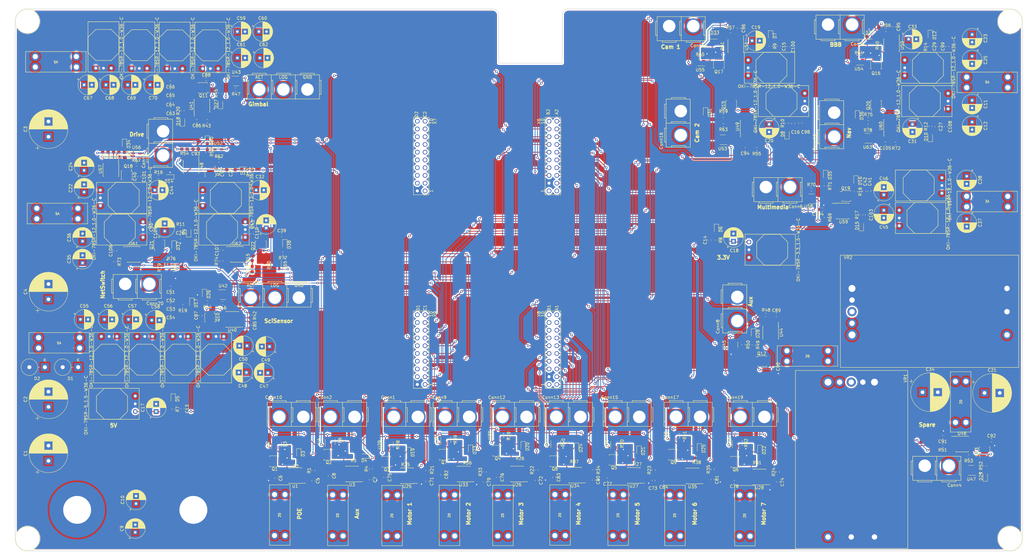
<source format=kicad_pcb>
(kicad_pcb (version 20171130) (host pcbnew "(5.1.10)-1")
  (layers (0 F.Cu signal) (31 B.Cu signal) (34 B.Paste user) (35 F.Paste user) (36 B.SilkS user) (37 F.SilkS user) (38 B.Mask user) (39 F.Mask user) (44 Edge.Cuts user))
  (net 0 "")
  (net 1 GND)
  (net 2 PV)
  (net 3 "Net-(C5-Pad1)")
  (net 4 "Net-(C6-Pad1)")
  (net 5 "Net-(C7-Pad1)")
  (net 6 "Net-(C8-Pad1)")
  (net 7 PV1)
  (net 8 5V)
  (net 9 3.3V)
  (net 10 12VCam1)
  (net 11 12VCam2)
  (net 12 12VA)
  (net 13 PV2)
  (net 14 12VNetSwitch)
  (net 15 12VNav)
  (net 16 12VGimbal)
  (net 17 12VBBB)
  (net 18 PVMulti)
  (net 19 12VSciSensor)
  (net 20 12VDrive)
  (net 21 12VMultimedia)
  (net 22 PVAct)
  (net 23 12VSciAct)
  (net 24 PVAct2)
  (net 25 12VGimAct)
  (net 26 "Net-(C71-Pad1)")
  (net 27 "Net-(C72-Pad1)")
  (net 28 "Net-(C73-Pad1)")
  (net 29 "Net-(C74-Pad1)")
  (net 30 "Net-(C75-Pad1)")
  (net 31 "Net-(C76-Pad1)")
  (net 32 "Net-(C77-Pad1)")
  (net 33 "Net-(C78-Pad1)")
  (net 34 "Net-(C79-Pad1)")
  (net 35 "Net-(C80-Pad1)")
  (net 36 "Net-(C81-Pad1)")
  (net 37 "Net-(C82-Pad1)")
  (net 38 "Net-(C83-Pad1)")
  (net 39 "Net-(C84-Pad1)")
  (net 40 "Net-(C85-Pad1)")
  (net 41 "Net-(C86-Pad1)")
  (net 42 "Net-(C89-Pad1)")
  (net 43 "Net-(C90-Pad1)")
  (net 44 "Net-(C91-Pad1)")
  (net 45 "Net-(C92-Pad1)")
  (net 46 "Net-(C93-Pad1)")
  (net 47 "Net-(C94-Pad1)")
  (net 48 "Net-(C95-Pad1)")
  (net 49 "Net-(C96-Pad1)")
  (net 50 "Net-(C102-Pad1)")
  (net 51 "Net-(C104-Pad1)")
  (net 52 "Net-(C105-Pad1)")
  (net 53 "Net-(C106-Pad1)")
  (net 54 "Net-(C107-Pad1)")
  (net 55 Anderson_SciAct)
  (net 56 Anderson_SciSensor)
  (net 57 Anderson_Spare)
  (net 58 Anderson_BBB)
  (net 59 Anderson_Aux)
  (net 60 Anderson_Nav)
  (net 61 Anderson_Cam1)
  (net 62 Anderson_Cam2)
  (net 63 Anderson_Gimbal)
  (net 64 Anderson_GimAct)
  (net 65 Anderson_NetSwitch)
  (net 66 "Net-(D3-Pad2)")
  (net 67 "Net-(D4-Pad2)")
  (net 68 "Net-(D5-Pad2)")
  (net 69 "Net-(D6-Pad2)")
  (net 70 "Net-(D7-Pad2)")
  (net 71 "Net-(D8-Pad2)")
  (net 72 "Net-(D9-Pad2)")
  (net 73 "Net-(D10-Pad2)")
  (net 74 "Net-(D11-Pad2)")
  (net 75 "Net-(D12-Pad2)")
  (net 76 "Net-(D13-Pad2)")
  (net 77 "Net-(D14-Pad2)")
  (net 78 "Net-(D15-Pad2)")
  (net 79 "Net-(D16-Pad2)")
  (net 80 "Net-(D17-Pad2)")
  (net 81 "Net-(D18-Pad2)")
  (net 82 "Net-(D19-Pad2)")
  (net 83 "Net-(D20-Pad2)")
  (net 84 "Net-(D21-Pad2)")
  (net 85 "Net-(D22-Pad2)")
  (net 86 "Net-(D23-Pad2)")
  (net 87 "Net-(D24-Pad2)")
  (net 88 "Net-(D25-Pad2)")
  (net 89 "Net-(D26-Pad2)")
  (net 90 "Net-(D27-Pad2)")
  (net 91 "Net-(D28-Pad2)")
  (net 92 "Net-(D29-Pad2)")
  (net 93 "Net-(D30-Pad2)")
  (net 94 "Net-(D31-Pad2)")
  (net 95 "Net-(D32-Pad2)")
  (net 96 "Net-(D33-Pad2)")
  (net 97 "Net-(D34-Pad2)")
  (net 98 "Net-(D35-Pad2)")
  (net 99 "Net-(D36-Pad2)")
  (net 100 "Net-(D37-Pad2)")
  (net 101 "Net-(D38-Pad2)")
  (net 102 "Net-(Q1-Pad1)")
  (net 103 "Net-(Q1-Pad4)")
  (net 104 "Net-(Q2-Pad4)")
  (net 105 "Net-(Q2-Pad1)")
  (net 106 "Net-(Q3-Pad1)")
  (net 107 "Net-(Q3-Pad4)")
  (net 108 "Net-(Q4-Pad1)")
  (net 109 "Net-(Q4-Pad4)")
  (net 110 "Net-(Q5-Pad4)")
  (net 111 "Net-(Q5-Pad1)")
  (net 112 "Net-(Q6-Pad4)")
  (net 113 "Net-(Q6-Pad1)")
  (net 114 "Net-(Q7-Pad1)")
  (net 115 "Net-(Q7-Pad4)")
  (net 116 "Net-(Q8-Pad1)")
  (net 117 "Net-(Q8-Pad4)")
  (net 118 "Net-(Q9-Pad1)")
  (net 119 "Net-(Q9-Pad4)")
  (net 120 "Net-(Q10-Pad1)")
  (net 121 "Net-(Q10-Pad4)")
  (net 122 "Net-(Q11-Pad4)")
  (net 123 "Net-(Q11-Pad1)")
  (net 124 "Net-(Q12-Pad1)")
  (net 125 "Net-(Q12-Pad4)")
  (net 126 "Net-(Q13-Pad1)")
  (net 127 "Net-(Q13-Pad4)")
  (net 128 "Net-(Q14-Pad1)")
  (net 129 "Net-(Q14-Pad4)")
  (net 130 "Net-(Q15-Pad1)")
  (net 131 "Net-(Q15-Pad4)")
  (net 132 "Net-(Q16-Pad4)")
  (net 133 "Net-(Q16-Pad1)")
  (net 134 "Net-(Q17-Pad4)")
  (net 135 "Net-(Q17-Pad1)")
  (net 136 "Net-(Q18-Pad4)")
  (net 137 "Net-(Q18-Pad1)")
  (net 138 "Net-(Q19-Pad4)")
  (net 139 "Net-(Q19-Pad1)")
  (net 140 "Net-(Q20-Pad4)")
  (net 141 "Net-(Q20-Pad1)")
  (net 142 "Net-(Q21-Pad4)")
  (net 143 "Net-(Q21-Pad1)")
  (net 144 "Net-(Q22-Pad4)")
  (net 145 "Net-(Q22-Pad1)")
  (net 146 "Net-(R1-Pad1)")
  (net 147 Anderson_POE)
  (net 148 "Net-(R4-Pad1)")
  (net 149 Anderson_M1)
  (net 150 Anderson_M3)
  (net 151 Anderson_M5)
  (net 152 Anderson_M7)
  (net 153 Anderson_M2)
  (net 154 Anderson_M4)
  (net 155 Anderson_M6)
  (net 156 "Net-(R48-Pad1)")
  (net 157 "Net-(R54-Pad1)")
  (net 158 "Net-(R57-Pad1)")
  (net 159 "Net-(R72-Pad1)")
  (net 160 Anderson_Drive)
  (net 161 Anderson_Multimedia)
  (net 162 Driver_POE)
  (net 163 Current_Sensor_POE)
  (net 164 Driver_Aux)
  (net 165 Current_Sensor_Aux)
  (net 166 Driver_M1)
  (net 167 Driver_M3)
  (net 168 Driver_M5)
  (net 169 Driver_M7)
  (net 170 Current_Sensor_M1)
  (net 171 Current_Sensor_M3)
  (net 172 Current_Sensor_M5)
  (net 173 Current_Sensor_M7)
  (net 174 Driver_M2)
  (net 175 Driver_M4)
  (net 176 Driver_M6)
  (net 177 Current_Sensor_M2)
  (net 178 Current_Sensor_M4)
  (net 179 Current_Sensor_M6)
  (net 180 "Net-(U39-PadPM6)")
  (net 181 "Net-(U39-PadPQ1)")
  (net 182 "Net-(U39-PadPQ2)")
  (net 183 Current_Sensor_Cam2)
  (net 184 "Net-(U39-PadPQ3)")
  (net 185 "Net-(U39-PadPP3)")
  (net 186 Driver_GimAct)
  (net 187 "Net-(U39-PadRese')")
  (net 188 "Net-(U39-PadPA7)")
  (net 189 Driver_BBB)
  (net 190 Current_Sensor_SciSensor)
  (net 191 Current_Sensor_Cam1)
  (net 192 Current_Sensor_NetSwitch)
  (net 193 Current_Sensor_Drive)
  (net 194 "Net-(U39-PadPA5)")
  (net 195 Current_Sense_SciAct)
  (net 196 Current_Sensor_Multimedia)
  (net 197 Driver_Nav)
  (net 198 "Net-(U39-PadPG1)")
  (net 199 "Net-(U39-PadPK4)")
  (net 200 "Net-(U39-PadPK5)")
  (net 201 "Net-(U39-PadPM0)")
  (net 202 "Net-(U39-PadPM1)")
  (net 203 "Net-(U39-PadPM2)")
  (net 204 "Net-(U39-PadPH0)")
  (net 205 "Net-(U39-PadPH1)")
  (net 206 "Net-(U39-PadPK6)")
  (net 207 "Net-(U39-PadPK7)")
  (net 208 "Net-(U39-PadPM7)")
  (net 209 "Net-(U39-PadPP5)")
  (net 210 "Net-(U39-Pad+5V)")
  (net 211 Current_Sensor_BBB)
  (net 212 "Net-(U39-PadPA6)")
  (net 213 "Net-(U39-PadPM4)")
  (net 214 "Net-(U39-PadPM5)")
  (net 215 "Net-(U39-PadPB2)")
  (net 216 "Net-(U39-PadPB3)")
  (net 217 Driver_Cam1)
  (net 218 Driver_Cam2)
  (net 219 Driver_SciSensor)
  (net 220 Driver_Gimbal)
  (net 221 Driver_Spare)
  (net 222 Driver_NetSwitch)
  (net 223 Driver_Multimedia)
  (net 224 Driver_Drive)
  (net 225 Driver_SciAct)
  (net 226 "Net-(U39-PadPM3)")
  (net 227 "Net-(U39-PadPH2)")
  (net 228 "Net-(U39-PadPH3)")
  (net 229 "Net-(U39-PadRese)")
  (net 230 Current_Sensor_GimAct)
  (net 231 Current_Sensor_Nav)
  (net 232 "Net-(U39-PadPN2)")
  (net 233 "Net-(U39-PadPN3)")
  (net 234 "Net-(U39-PadPP2)")
  (net 235 Current_Sense_GimAct)
  (net 236 /12V/Current_Sensor_Spare)
  (net 237 Current_Sensor_Gimbal)
  (net 238 "Net-(VR1-Pad6)")
  (net 239 "Net-(VR2-Pad6)")
  (net 240 "Net-(R21-Pad1)")
  (net 241 "Net-(R22-Pad1)")
  (net 242 "Net-(R23-Pad1)")
  (net 243 "Net-(R24-Pad1)")
  (net 244 "Net-(R33-Pad1)")
  (net 245 "Net-(R34-Pad1)")
  (net 246 "Net-(R35-Pad1)")
  (net 247 "Net-(R42-Pad1)")
  (net 248 "Net-(R43-Pad1)")
  (net 249 "Net-(R51-Pad1)")
  (net 250 "Net-(R55-Pad1)")
  (net 251 "Net-(R56-Pad1)")
  (net 252 "Net-(R66-Pad1)")
  (net 253 "Net-(R69-Pad1)")
  (net 254 "Net-(R73-Pad1)")
  (net 255 "Net-(R74-Pad1)")
  (module MRDT_Shields:TM4C129E_Launchpad_FULL_THT_TOP (layer F.Cu) (at 242.316 -66.04 90)
    (fp_text reference U39 hide)
    (fp_text value TM4C129E_Launchpad hide)
    (fp_text user 1 (at 1.27 -42.418 90) (layer F.SilkS))
    (fp_text user 10 (at 24.384 -42.418 90) (layer F.SilkS))
    (fp_text user 1 (at 1.27 -5.842 90) (layer F.SilkS))
    (fp_text user 10 (at 24.384 -5.842 90) (layer F.SilkS))
    (fp_text user 1 (at 64.77 -42.418 90) (layer F.SilkS))
    (fp_text user 10 (at 87.63 -42.418 90) (layer F.SilkS))
    (fp_text user 10 (at 87.63 -5.842 90) (layer F.SilkS))
    (fp_text user 1 (at 64.77 -5.842 90) (layer F.SilkS))
    (fp_text user X9 (at 24.384 -41.148 90) (layer F.SilkS))
    (fp_text user X8 (at 24.384 -7.112 90) (layer F.SilkS))
    (fp_text user X7 (at 87.63 -41.148 90) (layer F.SilkS))
    (fp_text user X6 (at 87.63 -7.112 -90) (layer F.SilkS))
    (fp_text user C1 (at 26.416 -44.45 90) (layer F.SilkS))
    (fp_text user D1 (at 26.416 -46.736 90) (layer F.SilkS))
    (fp_text user C2 (at 89.916 -44.45 90) (layer F.SilkS))
    (fp_text user D2 (at 89.916 -47.244 -90) (layer F.SilkS))
    (fp_text user B1 (at 26.416 -3.81 90) (layer F.SilkS))
    (fp_text user A1 (at 26.416 -1.27 90) (layer F.SilkS))
    (fp_text user B2 (at 90.678 -4.064 90) (layer F.SilkS))
    (fp_text user A2 (at 90.678 -1.27 90) (layer F.SilkS))
    (pad +3V3` thru_hole circle (at 64.77 -1.27 270) (size 1.52 1.52) (drill 1) (layers *.Cu *.Mask F.Paste))
    (pad PM6 thru_hole circle (at 87.63 -46.99 270) (size 1.52 1.52) (drill 1) (layers *.Cu *.Mask F.Paste) (net 180 "Net-(U39-PadPM6)"))
    (pad PQ1 thru_hole circle (at 85.09 -46.99 270) (size 1.52 1.52) (drill 1) (layers *.Cu *.Mask F.Paste) (net 181 "Net-(U39-PadPQ1)"))
    (pad PQ2 thru_hole circle (at 77.47 -46.99 270) (size 1.52 1.52) (drill 1) (layers *.Cu *.Mask F.Paste) (net 182 "Net-(U39-PadPQ2)"))
    (pad PK0 thru_hole circle (at 74.93 -3.81 270) (size 1.52 1.52) (drill 1) (layers *.Cu *.Mask F.Paste) (net 183 Current_Sensor_Cam2))
    (pad PQ3 thru_hole circle (at 80.01 -46.99 270) (size 1.52 1.52) (drill 1) (layers *.Cu *.Mask F.Paste) (net 184 "Net-(U39-PadPQ3)"))
    (pad PP3 thru_hole circle (at 82.55 -46.99 270) (size 1.52 1.52) (drill 1) (layers *.Cu *.Mask F.Paste) (net 185 "Net-(U39-PadPP3)"))
    (pad PQ0 thru_hole circle (at 80.01 -1.27 270) (size 1.52 1.52) (drill 1) (layers *.Cu *.Mask F.Paste) (net 169 Driver_M7))
    (pad PA4 thru_hole circle (at 85.09 -3.81 270) (size 1.52 1.52) (drill 1) (layers *.Cu *.Mask F.Paste) (net 186 Driver_GimAct))
    (pad Rese' thru_hole circle (at 74.93 -46.99 270) (size 1.52 1.52) (drill 1) (layers *.Cu *.Mask F.Paste) (net 187 "Net-(U39-PadRese')"))
    (pad PA7 thru_hole circle (at 72.39 -46.99 270) (size 1.52 1.52) (drill 1) (layers *.Cu *.Mask F.Paste) (net 188 "Net-(U39-PadPA7)"))
    (pad PN5 thru_hole circle (at 85.09 -1.27 270) (size 1.52 1.52) (drill 1) (layers *.Cu *.Mask F.Paste) (net 189 Driver_BBB))
    (pad PK2 thru_hole circle (at 80.01 -3.81 270) (size 1.52 1.52) (drill 1) (layers *.Cu *.Mask F.Paste) (net 190 Current_Sensor_SciSensor))
    (pad PK1 thru_hole circle (at 77.47 -3.81 270) (size 1.52 1.52) (drill 1) (layers *.Cu *.Mask F.Paste) (net 165 Current_Sensor_Aux))
    (pad +5V` thru_hole circle (at 64.77 -3.81 270) (size 1.52 1.52) (drill 1) (layers *.Cu *.Mask F.Paste))
    (pad GND thru_hole circle (at 67.31 -3.81 270) (size 1.52 1.52) (drill 1) (layers *.Cu *.Mask F.Paste) (net 1 GND))
    (pad PB4 thru_hole circle (at 69.85 -3.81 270) (size 1.52 1.52) (drill 1) (layers *.Cu *.Mask F.Paste) (net 191 Current_Sensor_Cam1))
    (pad PB5 thru_hole circle (at 72.39 -3.81 270) (size 1.52 1.52) (drill 1) (layers *.Cu *.Mask F.Paste) (net 192 Current_Sensor_NetSwitch))
    (pad PK3 thru_hole circle (at 82.55 -3.81 270) (size 1.52 1.52) (drill 1) (layers *.Cu *.Mask F.Paste) (net 193 Current_Sensor_Drive))
    (pad PA5 thru_hole circle (at 87.63 -3.81 270) (size 1.52 1.52) (drill 1) (layers *.Cu *.Mask F.Paste) (net 194 "Net-(U39-PadPA5)"))
    (pad PD2 thru_hole circle (at 67.31 -1.27 270) (size 1.52 1.52) (drill 1) (layers *.Cu *.Mask F.Paste) (net 195 Current_Sense_SciAct))
    (pad PP0 thru_hole circle (at 69.85 -1.27 270) (size 1.52 1.52) (drill 1) (layers *.Cu *.Mask F.Paste) (net 168 Driver_M5))
    (pad PP1 thru_hole circle (at 72.39 -1.27 270) (size 1.52 1.52) (drill 1) (layers *.Cu *.Mask F.Paste) (net 176 Driver_M6))
    (pad PD4 thru_hole circle (at 74.93 -1.27 270) (size 1.52 1.52) (drill 1) (layers *.Cu *.Mask F.Paste) (net 196 Current_Sensor_Multimedia))
    (pad PD5 thru_hole circle (at 77.47 -1.27 270) (size 1.52 1.52) (drill 1) (layers *.Cu *.Mask F.Paste) (net 163 Current_Sensor_POE))
    (pad PP4 thru_hole circle (at 82.55 -1.27 270) (size 1.52 1.52) (drill 1) (layers *.Cu *.Mask F.Paste) (net 162 Driver_POE))
    (pad PN4 thru_hole circle (at 87.63 -1.27 270) (size 1.52 1.52) (drill 1) (layers *.Cu *.Mask F.Paste) (net 197 Driver_Nav))
    (pad PG1 thru_hole circle (at 64.77 -44.45 270) (size 1.52 1.52) (drill 1) (layers *.Cu *.Mask F.Paste) (net 198 "Net-(U39-PadPG1)"))
    (pad PK4 thru_hole circle (at 67.31 -44.45 270) (size 1.52 1.52) (drill 1) (layers *.Cu *.Mask F.Paste) (net 199 "Net-(U39-PadPK4)"))
    (pad PK5 thru_hole circle (at 69.85 -44.45 270) (size 1.52 1.52) (drill 1) (layers *.Cu *.Mask F.Paste) (net 200 "Net-(U39-PadPK5)"))
    (pad PM0 thru_hole circle (at 72.39 -44.45 270) (size 1.52 1.52) (drill 1) (layers *.Cu *.Mask F.Paste) (net 201 "Net-(U39-PadPM0)"))
    (pad PM1 thru_hole circle (at 74.93 -44.45 270) (size 1.52 1.52) (drill 1) (layers *.Cu *.Mask F.Paste) (net 202 "Net-(U39-PadPM1)"))
    (pad PM2 thru_hole circle (at 77.47 -44.45 270) (size 1.52 1.52) (drill 1) (layers *.Cu *.Mask F.Paste) (net 203 "Net-(U39-PadPM2)"))
    (pad PH0 thru_hole circle (at 80.01 -44.45 270) (size 1.52 1.52) (drill 1) (layers *.Cu *.Mask F.Paste) (net 204 "Net-(U39-PadPH0)"))
    (pad PH1 thru_hole circle (at 82.55 -44.45 270) (size 1.52 1.52) (drill 1) (layers *.Cu *.Mask F.Paste) (net 205 "Net-(U39-PadPH1)"))
    (pad PK6 thru_hole circle (at 85.09 -44.45 270) (size 1.52 1.52) (drill 1) (layers *.Cu *.Mask F.Paste) (net 206 "Net-(U39-PadPK6)"))
    (pad PK7 thru_hole circle (at 87.63 -44.45 270) (size 1.52 1.52) (drill 1) (layers *.Cu *.Mask F.Paste) (net 207 "Net-(U39-PadPK7)"))
    (pad GND thru_hole circle (at 64.77 -46.99 270) (size 1.52 1.52) (drill 1) (layers *.Cu *.Mask F.Paste) (net 1 GND))
    (pad PM7 thru_hole circle (at 67.31 -46.99 270) (size 1.52 1.52) (drill 1) (layers *.Cu *.Mask F.Paste) (net 208 "Net-(U39-PadPM7)"))
    (pad PP5 thru_hole circle (at 69.85 -46.99 270) (size 1.52 1.52) (drill 1) (layers *.Cu *.Mask F.Paste) (net 209 "Net-(U39-PadPP5)"))
    (pad +5V thru_hole circle (at 1.27 -3.81 270) (size 1.52 1.52) (drill 1) (layers *.Cu *.Mask F.Paste) (net 210 "Net-(U39-Pad+5V)"))
    (pad GND thru_hole circle (at 3.81 -3.81 270) (size 1.52 1.52) (drill 1) (layers *.Cu *.Mask F.Paste) (net 1 GND))
    (pad PE0 thru_hole circle (at 6.35 -3.81 270) (size 1.52 1.52) (drill 1) (layers *.Cu *.Mask F.Paste) (net 178 Current_Sensor_M4))
    (pad PE1 thru_hole circle (at 8.89 -3.81 270) (size 1.52 1.52) (drill 1) (layers *.Cu *.Mask F.Paste) (net 172 Current_Sensor_M5))
    (pad PE2 thru_hole circle (at 11.43 -3.81 270) (size 1.52 1.52) (drill 1) (layers *.Cu *.Mask F.Paste) (net 179 Current_Sensor_M6))
    (pad PE3 thru_hole circle (at 13.97 -3.81 270) (size 1.52 1.52) (drill 1) (layers *.Cu *.Mask F.Paste) (net 173 Current_Sensor_M7))
    (pad PD7 thru_hole circle (at 16.51 -3.81 270) (size 1.52 1.52) (drill 1) (layers *.Cu *.Mask F.Paste) (net 211 Current_Sensor_BBB))
    (pad PA6 thru_hole circle (at 19.05 -3.81 270) (size 1.52 1.52) (drill 1) (layers *.Cu *.Mask F.Paste) (net 212 "Net-(U39-PadPA6)"))
    (pad PM4 thru_hole circle (at 21.59 -3.81 270) (size 1.52 1.52) (drill 1) (layers *.Cu *.Mask F.Paste) (net 213 "Net-(U39-PadPM4)"))
    (pad PM5 thru_hole circle (at 24.13 -3.81 270) (size 1.52 1.52) (drill 1) (layers *.Cu *.Mask F.Paste) (net 214 "Net-(U39-PadPM5)"))
    (pad +3V3 thru_hole circle (at 1.27 -1.27 270) (size 1.52 1.52) (drill 1) (layers *.Cu *.Mask F.Paste) (net 9 3.3V))
    (pad PE4 thru_hole circle (at 3.81 -1.27 270) (size 1.52 1.52) (drill 1) (layers *.Cu *.Mask F.Paste) (net 170 Current_Sensor_M1))
    (pad PC4 thru_hole circle (at 6.35 -1.27 270) (size 1.52 1.52) (drill 1) (layers *.Cu *.Mask F.Paste) (net 166 Driver_M1))
    (pad PC5 thru_hole circle (at 8.89 -1.27 270) (size 1.52 1.52) (drill 1) (layers *.Cu *.Mask F.Paste) (net 174 Driver_M2))
    (pad PC6 thru_hole circle (at 11.43 -1.27 270) (size 1.52 1.52) (drill 1) (layers *.Cu *.Mask F.Paste) (net 167 Driver_M3))
    (pad PE5 thru_hole circle (at 13.97 -1.27 270) (size 1.52 1.52) (drill 1) (layers *.Cu *.Mask F.Paste) (net 177 Current_Sensor_M2))
    (pad PD3 thru_hole circle (at 16.51 -1.27 270) (size 1.52 1.52) (drill 1) (layers *.Cu *.Mask F.Paste) (net 171 Current_Sensor_M3))
    (pad PC7 thru_hole circle (at 19.05 -1.27 270) (size 1.52 1.52) (drill 1) (layers *.Cu *.Mask F.Paste) (net 175 Driver_M4))
    (pad PB2 thru_hole circle (at 21.59 -1.27 270) (size 1.52 1.52) (drill 1) (layers *.Cu *.Mask F.Paste) (net 215 "Net-(U39-PadPB2)"))
    (pad PB3 thru_hole circle (at 24.13 -1.27 270) (size 1.52 1.52) (drill 1) (layers *.Cu *.Mask F.Paste) (net 216 "Net-(U39-PadPB3)"))
    (pad PF1 thru_hole circle (at 1.27 -44.45 270) (size 1.52 1.52) (drill 1) (layers *.Cu *.Mask F.Paste) (net 217 Driver_Cam1))
    (pad PF2 thru_hole circle (at 3.81 -44.45 270) (size 1.52 1.52) (drill 1) (layers *.Cu *.Mask F.Paste) (net 218 Driver_Cam2))
    (pad PF3 thru_hole circle (at 6.35 -44.45 270) (size 1.52 1.52) (drill 1) (layers *.Cu *.Mask F.Paste) (net 219 Driver_SciSensor))
    (pad PG0 thru_hole circle (at 8.89 -44.45 270) (size 1.52 1.52) (drill 1) (layers *.Cu *.Mask F.Paste) (net 220 Driver_Gimbal))
    (pad PL4 thru_hole circle (at 11.43 -44.45 270) (size 1.52 1.52) (drill 1) (layers *.Cu *.Mask F.Paste) (net 164 Driver_Aux))
    (pad PL5 thru_hole circle (at 13.97 -44.45 270) (size 1.52 1.52) (drill 1) (layers *.Cu *.Mask F.Paste) (net 221 Driver_Spare))
    (pad PL0 thru_hole circle (at 16.51 -44.45 270) (size 1.52 1.52) (drill 1) (layers *.Cu *.Mask F.Paste) (net 222 Driver_NetSwitch))
    (pad PL1 thru_hole circle (at 19.05 -44.45 270) (size 1.52 1.52) (drill 1) (layers *.Cu *.Mask F.Paste) (net 223 Driver_Multimedia))
    (pad PL2 thru_hole circle (at 21.59 -44.45 270) (size 1.52 1.52) (drill 1) (layers *.Cu *.Mask F.Paste) (net 224 Driver_Drive))
    (pad PL3 thru_hole circle (at 24.13 -44.45 270) (size 1.52 1.52) (drill 1) (layers *.Cu *.Mask F.Paste) (net 225 Driver_SciAct))
    (pad GND thru_hole circle (at 1.27 -46.99 270) (size 1.52 1.52) (drill 1) (layers *.Cu *.Mask F.Paste) (net 1 GND))
    (pad PM3 thru_hole circle (at 3.81 -46.99 270) (size 1.52 1.52) (drill 1) (layers *.Cu *.Mask F.Paste) (net 226 "Net-(U39-PadPM3)"))
    (pad PH2 thru_hole circle (at 6.35 -46.99 270) (size 1.52 1.52) (drill 1) (layers *.Cu *.Mask F.Paste) (net 227 "Net-(U39-PadPH2)"))
    (pad PH3 thru_hole circle (at 8.89 -46.99 270) (size 1.52 1.52) (drill 1) (layers *.Cu *.Mask F.Paste) (net 228 "Net-(U39-PadPH3)"))
    (pad Rese thru_hole circle (at 11.43 -46.99 270) (size 1.52 1.52) (drill 1) (layers *.Cu *.Mask F.Paste) (net 229 "Net-(U39-PadRese)"))
    (pad PD1 thru_hole circle (at 13.97 -46.99 270) (size 1.52 1.52) (drill 1) (layers *.Cu *.Mask F.Paste) (net 230 Current_Sensor_GimAct))
    (pad PD0 thru_hole circle (at 16.51 -46.99 270) (size 1.52 1.52) (drill 1) (layers *.Cu *.Mask F.Paste) (net 231 Current_Sensor_Nav))
    (pad PN2 thru_hole circle (at 19.05 -46.99 270) (size 1.52 1.52) (drill 1) (layers *.Cu *.Mask F.Paste) (net 232 "Net-(U39-PadPN2)"))
    (pad PN3 thru_hole circle (at 21.59 -46.99 270) (size 1.52 1.52) (drill 1) (layers *.Cu *.Mask F.Paste) (net 233 "Net-(U39-PadPN3)"))
    (pad PP2 thru_hole circle (at 24.13 -46.99 270) (size 1.52 1.52) (drill 1) (layers *.Cu *.Mask F.Paste) (net 234 "Net-(U39-PadPP2)"))
  )
  (module LED_SMD:LED_0603_1608Metric_Pad1.05x0.95mm_HandSolder (layer F.Cu) (at 287.782 -46.228 270)
    (fp_text reference D25 (at 0 -1.43 270) (layer F.SilkS))
    (fp_text value LED)
    (pad 2 smd roundrect (at 0.875 0 270) (size 1.05 0.95) (layers F.Cu F.Paste F.Mask) (net 88 "Net-(D25-Pad2)"))
    (pad 1 smd roundrect (at -0.875 0 270) (size 1.05 0.95) (layers F.Cu F.Paste F.Mask) (net 1 GND))
  )
  (module MRDT_Drill_Holes:4_40_Hole_Corner (layer F.Cu) (at 71.57212 -182.42788 90)
    (fp_text reference REF** hide)
    (fp_text value 4_40_Hole hide)
    (pad "" np_thru_hole circle (at 4.00812 -4.00812 90) (size 2.9464 2.9464) (drill 2.9464) (layers *.Cu *.Mask) (clearance 2.5))
  )
  (module MRDT_Drill_Holes:4_40_Hole_Corner (layer F.Cu) (at 71.628 -20.828 180)
    (fp_text reference REF** hide)
    (fp_text value 4_40_Hole hide)
    (pad "" np_thru_hole circle (at 4.00812 -4.00812 180) (size 2.9464 2.9464) (drill 2.9464) (layers *.Cu *.Mask) (clearance 2.5))
  )
  (module MRDT_Drill_Holes:4_40_Hole_Corner (layer F.Cu) (at 385.572 -20.828 270)
    (fp_text reference REF** hide)
    (fp_text value 4_40_Hole hide)
    (pad "" np_thru_hole circle (at 4.00812 -4.00812 270) (size 2.9464 2.9464) (drill 2.9464) (layers *.Cu *.Mask) (clearance 2.5))
  )
  (module MRDT_Drill_Holes:4_40_Hole_Corner (layer F.Cu) (at 385.572 -182.372)
    (fp_text reference REF** hide)
    (fp_text value 4_40_Hole hide)
    (pad "" np_thru_hole circle (at 4.00812 -4.00812) (size 2.9464 2.9464) (drill 2.9464) (layers *.Cu *.Mask) (clearance 2.5))
  )
  (module MRDT_Passives:ATC_Fuse_Block (layer F.Cu) (at 375.412 -129.032)
    (fp_text reference F4 hide)
    (fp_text value 3A (at 6.731 1.651 180) (layer F.SilkS) (effects (font (size 0.762 0.762))))
    (pad 1 thru_hole circle (at 0 3.429) (size 2.8194 2.8194) (drill 1.6764) (layers *.Cu *.Mask) (net 18 PVMulti))
    (pad 1 thru_hole circle (at 0 0) (size 2.8194 2.8194) (drill 1.6764) (layers *.Cu *.Mask) (net 18 PVMulti))
    (pad 2 thru_hole circle (at 13.462 0) (size 2.8194 2.8194) (drill 1.6764) (layers *.Cu *.Mask) (net 2 PV))
    (pad 2 thru_hole circle (at 13.462 3.429) (size 2.8194 2.8194) (drill 1.6764) (layers *.Cu *.Mask) (net 2 PV))
  )
  (module MRDT_Passives:ATC_Fuse_Block (layer F.Cu) (at 375.158 -68.326 270)
    (fp_text reference F16 hide)
    (fp_text value 20 (at 6.731 1.651 90) (layer F.SilkS) (effects (font (size 0.762 0.762))))
    (pad 2 thru_hole circle (at 13.462 3.429 270) (size 2.8194 2.8194) (drill 1.6764) (layers *.Cu *.Mask) (net 45 "Net-(C92-Pad1)"))
    (pad 2 thru_hole circle (at 13.462 0 270) (size 2.8194 2.8194) (drill 1.6764) (layers *.Cu *.Mask) (net 45 "Net-(C92-Pad1)"))
    (pad 1 thru_hole circle (at 0 0 270) (size 2.8194 2.8194) (drill 1.6764) (layers *.Cu *.Mask) (net 12 12VA))
    (pad 1 thru_hole circle (at 0 3.429 270) (size 2.8194 2.8194) (drill 1.6764) (layers *.Cu *.Mask) (net 12 12VA))
  )
  (module MRDT_Passives:ATC_Fuse_Block (layer F.Cu) (at 329.946 -74.93 180)
    (fp_text reference F15 hide)
    (fp_text value 20 (at 6.731 1.651 180) (layer F.SilkS) (effects (font (size 0.762 0.762))))
    (pad 1 thru_hole circle (at 0 3.429 180) (size 2.8194 2.8194) (drill 1.6764) (layers *.Cu *.Mask) (net 12 12VA))
    (pad 1 thru_hole circle (at 0 0 180) (size 2.8194 2.8194) (drill 1.6764) (layers *.Cu *.Mask) (net 12 12VA))
    (pad 2 thru_hole circle (at 13.462 0 180) (size 2.8194 2.8194) (drill 1.6764) (layers *.Cu *.Mask) (net 43 "Net-(C90-Pad1)"))
    (pad 2 thru_hole circle (at 13.462 3.429 180) (size 2.8194 2.8194) (drill 1.6764) (layers *.Cu *.Mask) (net 43 "Net-(C90-Pad1)"))
  )
  (module MRDT_Passives:ATC_Fuse_Block (layer F.Cu) (at 278.066252 -17.606557 90)
    (fp_text reference F14 hide)
    (fp_text value 20 (at 6.731 1.651 90) (layer F.SilkS) (effects (font (size 0.762 0.762))))
    (pad 2 thru_hole circle (at 13.462 3.429 90) (size 2.8194 2.8194) (drill 1.6764) (layers *.Cu *.Mask) (net 39 "Net-(C84-Pad1)"))
    (pad 2 thru_hole circle (at 13.462 0 90) (size 2.8194 2.8194) (drill 1.6764) (layers *.Cu *.Mask) (net 39 "Net-(C84-Pad1)"))
    (pad 1 thru_hole circle (at 0 0 90) (size 2.8194 2.8194) (drill 1.6764) (layers *.Cu *.Mask) (net 2 PV))
    (pad 1 thru_hole circle (at 0 3.429 90) (size 2.8194 2.8194) (drill 1.6764) (layers *.Cu *.Mask) (net 2 PV))
  )
  (module MRDT_Passives:ATC_Fuse_Block (layer F.Cu) (at 240.410752 -17.733557 90)
    (fp_text reference F13 hide)
    (fp_text value 20 (at 6.731 1.651 90) (layer F.SilkS) (effects (font (size 0.762 0.762))))
    (pad 1 thru_hole circle (at 0 3.429 90) (size 2.8194 2.8194) (drill 1.6764) (layers *.Cu *.Mask) (net 2 PV))
    (pad 1 thru_hole circle (at 0 0 90) (size 2.8194 2.8194) (drill 1.6764) (layers *.Cu *.Mask) (net 2 PV))
    (pad 2 thru_hole circle (at 13.462 0 90) (size 2.8194 2.8194) (drill 1.6764) (layers *.Cu *.Mask) (net 38 "Net-(C83-Pad1)"))
    (pad 2 thru_hole circle (at 13.462 3.429 90) (size 2.8194 2.8194) (drill 1.6764) (layers *.Cu *.Mask) (net 38 "Net-(C83-Pad1)"))
  )
  (module MRDT_Passives:ATC_Fuse_Block (layer F.Cu) (at 204.152252 -17.606557 90)
    (fp_text reference F12 hide)
    (fp_text value 20 (at 6.731 1.651 90) (layer F.SilkS) (effects (font (size 0.762 0.762))))
    (pad 2 thru_hole circle (at 13.462 3.429 90) (size 2.8194 2.8194) (drill 1.6764) (layers *.Cu *.Mask) (net 37 "Net-(C82-Pad1)"))
    (pad 2 thru_hole circle (at 13.462 0 90) (size 2.8194 2.8194) (drill 1.6764) (layers *.Cu *.Mask) (net 37 "Net-(C82-Pad1)"))
    (pad 1 thru_hole circle (at 0 0 90) (size 2.8194 2.8194) (drill 1.6764) (layers *.Cu *.Mask) (net 2 PV))
    (pad 1 thru_hole circle (at 0 3.429 90) (size 2.8194 2.8194) (drill 1.6764) (layers *.Cu *.Mask) (net 2 PV))
  )
  (module MRDT_Passives:ATC_Fuse_Block (layer F.Cu) (at 300.99 -17.526 90)
    (fp_text reference F11 hide)
    (fp_text value 20 (at 6.731 1.651 90) (layer F.SilkS) (effects (font (size 0.762 0.762))))
    (pad 1 thru_hole circle (at 0 3.429 90) (size 2.8194 2.8194) (drill 1.6764) (layers *.Cu *.Mask) (net 2 PV))
    (pad 1 thru_hole circle (at 0 0 90) (size 2.8194 2.8194) (drill 1.6764) (layers *.Cu *.Mask) (net 2 PV))
    (pad 2 thru_hole circle (at 13.462 0 90) (size 2.8194 2.8194) (drill 1.6764) (layers *.Cu *.Mask) (net 33 "Net-(C78-Pad1)"))
    (pad 2 thru_hole circle (at 13.462 3.429 90) (size 2.8194 2.8194) (drill 1.6764) (layers *.Cu *.Mask) (net 33 "Net-(C78-Pad1)"))
  )
  (module MRDT_Passives:ATC_Fuse_Block (layer F.Cu) (at 167.576252 -17.606557 90)
    (fp_text reference F2 hide)
    (fp_text value 20 (at 6.731 1.651 90) (layer F.SilkS) (effects (font (size 0.762 0.762))))
    (pad 2 thru_hole circle (at 13.462 3.429 90) (size 2.8194 2.8194) (drill 1.6764) (layers *.Cu *.Mask) (net 6 "Net-(C8-Pad1)"))
    (pad 2 thru_hole circle (at 13.462 0 90) (size 2.8194 2.8194) (drill 1.6764) (layers *.Cu *.Mask) (net 6 "Net-(C8-Pad1)"))
    (pad 1 thru_hole circle (at 0 0 90) (size 2.8194 2.8194) (drill 1.6764) (layers *.Cu *.Mask) (net 2 PV))
    (pad 1 thru_hole circle (at 0 3.429 90) (size 2.8194 2.8194) (drill 1.6764) (layers *.Cu *.Mask) (net 2 PV))
  )
  (module MRDT_Passives:ATC_Fuse_Block (layer F.Cu) (at 84.6455 -79.248 180)
    (fp_text reference F6 hide)
    (fp_text value 5A (at 6.731 1.651) (layer F.SilkS) (effects (font (size 0.762 0.762))))
    (pad 1 thru_hole circle (at 0 3.429 180) (size 2.8194 2.8194) (drill 1.6764) (layers *.Cu *.Mask) (net 22 PVAct))
    (pad 1 thru_hole circle (at 0 0 180) (size 2.8194 2.8194) (drill 1.6764) (layers *.Cu *.Mask) (net 22 PVAct))
    (pad 2 thru_hole circle (at 13.462 0 180) (size 2.8194 2.8194) (drill 1.6764) (layers *.Cu *.Mask) (net 2 PV))
    (pad 2 thru_hole circle (at 13.462 3.429 180) (size 2.8194 2.8194) (drill 1.6764) (layers *.Cu *.Mask) (net 2 PV))
  )
  (module MRDT_Passives:ATC_Fuse_Block (layer F.Cu) (at 84.074 -121.666 180)
    (fp_text reference F5 hide)
    (fp_text value 5A (at 6.731 1.651 180) (layer F.SilkS) (effects (font (size 0.762 0.762))))
    (pad 2 thru_hole circle (at 13.462 3.429 180) (size 2.8194 2.8194) (drill 1.6764) (layers *.Cu *.Mask) (net 2 PV))
    (pad 2 thru_hole circle (at 13.462 0 180) (size 2.8194 2.8194) (drill 1.6764) (layers *.Cu *.Mask) (net 2 PV))
    (pad 1 thru_hole circle (at 0 0 180) (size 2.8194 2.8194) (drill 1.6764) (layers *.Cu *.Mask) (net 13 PV2))
    (pad 1 thru_hole circle (at 0 3.429 180) (size 2.8194 2.8194) (drill 1.6764) (layers *.Cu *.Mask) (net 13 PV2))
  )
  (module MRDT_Passives:ATC_Fuse_Block (layer F.Cu) (at 148.526252 -17.733557 90)
    (fp_text reference F1 hide)
    (fp_text value 20 (at 6.731 1.651 90) (layer F.SilkS) (effects (font (size 0.762 0.762))))
    (pad 1 thru_hole circle (at 0 3.429 90) (size 2.8194 2.8194) (drill 1.6764) (layers *.Cu *.Mask) (net 2 PV))
    (pad 1 thru_hole circle (at 0 0 90) (size 2.8194 2.8194) (drill 1.6764) (layers *.Cu *.Mask) (net 2 PV))
    (pad 2 thru_hole circle (at 13.462 0 90) (size 2.8194 2.8194) (drill 1.6764) (layers *.Cu *.Mask) (net 4 "Net-(C6-Pad1)"))
    (pad 2 thru_hole circle (at 13.462 3.429 90) (size 2.8194 2.8194) (drill 1.6764) (layers *.Cu *.Mask) (net 4 "Net-(C6-Pad1)"))
  )
  (module MRDT_Passives:ATC_Fuse_Block (layer F.Cu) (at 221.678252 -17.606557 90)
    (fp_text reference F9 hide)
    (fp_text value 20 (at 6.731 1.651 90) (layer F.SilkS) (effects (font (size 0.762 0.762))))
    (pad 2 thru_hole circle (at 13.462 3.429 90) (size 2.8194 2.8194) (drill 1.6764) (layers *.Cu *.Mask) (net 31 "Net-(C76-Pad1)"))
    (pad 2 thru_hole circle (at 13.462 0 90) (size 2.8194 2.8194) (drill 1.6764) (layers *.Cu *.Mask) (net 31 "Net-(C76-Pad1)"))
    (pad 1 thru_hole circle (at 0 0 90) (size 2.8194 2.8194) (drill 1.6764) (layers *.Cu *.Mask) (net 2 PV))
    (pad 1 thru_hole circle (at 0 3.429 90) (size 2.8194 2.8194) (drill 1.6764) (layers *.Cu *.Mask) (net 2 PV))
  )
  (module MRDT_Passives:ATC_Fuse_Block (layer F.Cu) (at 83.566 -171.45 180)
    (fp_text reference F7 hide)
    (fp_text value 5A (at 6.731 1.651) (layer F.SilkS) (effects (font (size 0.762 0.762))))
    (pad 1 thru_hole circle (at 0 3.429 180) (size 2.8194 2.8194) (drill 1.6764) (layers *.Cu *.Mask) (net 24 PVAct2))
    (pad 1 thru_hole circle (at 0 0 180) (size 2.8194 2.8194) (drill 1.6764) (layers *.Cu *.Mask) (net 24 PVAct2))
    (pad 2 thru_hole circle (at 13.462 0 180) (size 2.8194 2.8194) (drill 1.6764) (layers *.Cu *.Mask) (net 2 PV))
    (pad 2 thru_hole circle (at 13.462 3.429 180) (size 2.8194 2.8194) (drill 1.6764) (layers *.Cu *.Mask) (net 2 PV))
  )
  (module MRDT_Passives:ATC_Fuse_Block (layer F.Cu) (at 259.461 -17.653 90)
    (fp_text reference F10 hide)
    (fp_text value 20 (at 6.731 1.651 90) (layer F.SilkS) (effects (font (size 0.762 0.762))))
    (pad 2 thru_hole circle (at 13.462 3.429 90) (size 2.8194 2.8194) (drill 1.6764) (layers *.Cu *.Mask) (net 32 "Net-(C77-Pad1)"))
    (pad 2 thru_hole circle (at 13.462 0 90) (size 2.8194 2.8194) (drill 1.6764) (layers *.Cu *.Mask) (net 32 "Net-(C77-Pad1)"))
    (pad 1 thru_hole circle (at 0 0 90) (size 2.8194 2.8194) (drill 1.6764) (layers *.Cu *.Mask) (net 2 PV))
    (pad 1 thru_hole circle (at 0 3.429 90) (size 2.8194 2.8194) (drill 1.6764) (layers *.Cu *.Mask) (net 2 PV))
  )
  (module MRDT_Passives:ATC_Fuse_Block (layer F.Cu) (at 185.356252 -17.543057 90)
    (fp_text reference F8 hide)
    (fp_text value 20 (at 6.731 1.651 90) (layer F.SilkS) (effects (font (size 0.762 0.762))))
    (pad 1 thru_hole circle (at 0 3.429 90) (size 2.8194 2.8194) (drill 1.6764) (layers *.Cu *.Mask) (net 2 PV))
    (pad 1 thru_hole circle (at 0 0 90) (size 2.8194 2.8194) (drill 1.6764) (layers *.Cu *.Mask) (net 2 PV))
    (pad 2 thru_hole circle (at 13.462 0 90) (size 2.8194 2.8194) (drill 1.6764) (layers *.Cu *.Mask) (net 30 "Net-(C75-Pad1)"))
    (pad 2 thru_hole circle (at 13.462 3.429 90) (size 2.8194 2.8194) (drill 1.6764) (layers *.Cu *.Mask) (net 30 "Net-(C75-Pad1)"))
  )
  (module MRDT_Passives:ATC_Fuse_Block (layer F.Cu) (at 375.412 -168.148)
    (fp_text reference F3 hide)
    (fp_text value 5A (at 6.731 1.651 180) (layer F.SilkS) (effects (font (size 0.762 0.762))))
    (pad 2 thru_hole circle (at 13.462 3.429) (size 2.8194 2.8194) (drill 1.6764) (layers *.Cu *.Mask) (net 2 PV))
    (pad 2 thru_hole circle (at 13.462 0) (size 2.8194 2.8194) (drill 1.6764) (layers *.Cu *.Mask) (net 2 PV))
    (pad 1 thru_hole circle (at 0 0) (size 2.8194 2.8194) (drill 1.6764) (layers *.Cu *.Mask) (net 7 PV1))
    (pad 1 thru_hole circle (at 0 3.429) (size 2.8194 2.8194) (drill 1.6764) (layers *.Cu *.Mask) (net 7 PV1))
  )
  (module Capacitor_SMD:C_0603_1608Metric_Pad1.05x0.95mm_HandSolder (layer F.Cu) (at 161.29 -35.687 270)
    (fp_text reference C5 (at 0 -1.43 270) (layer F.SilkS))
    (fp_text value 0.1uF)
    (pad 2 smd roundrect (at 0.875 0 270) (size 1.05 0.95) (layers F.Cu F.Paste F.Mask) (net 1 GND))
    (pad 1 smd roundrect (at -0.875 0 270) (size 1.05 0.95) (layers F.Cu F.Paste F.Mask) (net 3 "Net-(C5-Pad1)"))
  )
  (module Capacitor_SMD:C_0603_1608Metric_Pad1.05x0.95mm_HandSolder (layer F.Cu) (at 149.098 -36.562 270)
    (fp_text reference C6 (at 0 -1.43 90) (layer F.SilkS))
    (fp_text value 10uF)
    (pad 2 smd roundrect (at 0.875 0 270) (size 1.05 0.95) (layers F.Cu F.Paste F.Mask) (net 1 GND))
    (pad 1 smd roundrect (at -0.875 0 270) (size 1.05 0.95) (layers F.Cu F.Paste F.Mask) (net 4 "Net-(C6-Pad1)"))
  )
  (module Capacitor_SMD:C_0603_1608Metric_Pad1.05x0.95mm_HandSolder (layer F.Cu) (at 180.086 -36.068 270)
    (fp_text reference C7 (at 0 -1.43 270) (layer F.SilkS))
    (fp_text value 0.1uF)
    (pad 2 smd roundrect (at 0.875 0 270) (size 1.05 0.95) (layers F.Cu F.Paste F.Mask) (net 1 GND))
    (pad 1 smd roundrect (at -0.875 0 270) (size 1.05 0.95) (layers F.Cu F.Paste F.Mask) (net 5 "Net-(C7-Pad1)"))
  )
  (module Capacitor_SMD:C_0603_1608Metric_Pad1.05x0.95mm_HandSolder (layer F.Cu) (at 166.624 -37.338 270)
    (fp_text reference C8 (at 0 -1.43 270) (layer F.SilkS))
    (fp_text value 10uF)
    (pad 1 smd roundrect (at -0.875 0 270) (size 1.05 0.95) (layers F.Cu F.Paste F.Mask) (net 6 "Net-(C8-Pad1)"))
    (pad 2 smd roundrect (at 0.875 0 270) (size 1.05 0.95) (layers F.Cu F.Paste F.Mask) (net 1 GND))
  )
  (module Capacitor_THT:CP_Radial_D6.3mm_P2.50mm (layer F.Cu) (at 102.87 -18.796 90)
    (fp_text reference C9 (at 1.25 -4.4 90) (layer F.SilkS))
    (fp_text value 22uF)
    (pad 1 thru_hole rect (at 0 0 90) (size 1.6 1.6) (drill 0.8) (layers *.Cu *.Mask) (net 2 PV))
    (pad 2 thru_hole circle (at 2.5 0 90) (size 1.6 1.6) (drill 0.8) (layers *.Cu *.Mask) (net 1 GND))
  )
  (module Capacitor_THT:CP_Radial_D6.3mm_P2.50mm (layer F.Cu) (at 103.124 -28.194 90)
    (fp_text reference C10 (at 1.25 -4.4 90) (layer F.SilkS))
    (fp_text value 22uF)
    (pad 1 thru_hole rect (at 0 0 90) (size 1.6 1.6) (drill 0.8) (layers *.Cu *.Mask) (net 2 PV))
    (pad 2 thru_hole circle (at 2.5 0 90) (size 1.6 1.6) (drill 0.8) (layers *.Cu *.Mask) (net 1 GND))
  )
  (module Capacitor_THT:CP_Radial_D6.3mm_P2.50mm (layer F.Cu) (at 377.19 -160.528 270)
    (fp_text reference C11 (at 1.25 -4.4 90) (layer F.SilkS))
    (fp_text value 22uF)
    (pad 2 thru_hole circle (at 2.5 0 270) (size 1.6 1.6) (drill 0.8) (layers *.Cu *.Mask) (net 1 GND))
    (pad 1 thru_hole rect (at 0 0 270) (size 1.6 1.6) (drill 0.8) (layers *.Cu *.Mask) (net 7 PV1))
  )
  (module Capacitor_THT:CP_Radial_D6.3mm_P2.50mm (layer F.Cu) (at 377.19 -153.416 270)
    (fp_text reference C12 (at 1.25 -4.4 90) (layer F.SilkS))
    (fp_text value 22uF)
    (pad 1 thru_hole rect (at 0 0 270) (size 1.6 1.6) (drill 0.8) (layers *.Cu *.Mask) (net 7 PV1))
    (pad 2 thru_hole circle (at 2.5 0 270) (size 1.6 1.6) (drill 0.8) (layers *.Cu *.Mask) (net 1 GND))
  )
  (module Capacitor_SMD:C_0603_1608Metric_Pad1.05x0.95mm_HandSolder (layer F.Cu) (at 118.364 -59.295 90)
    (fp_text reference C13 (at 0 1.524 90) (layer F.SilkS))
    (fp_text value 10uF)
    (pad 1 smd roundrect (at -0.875 0 90) (size 1.05 0.95) (layers F.Cu F.Paste F.Mask) (net 8 5V))
    (pad 2 smd roundrect (at 0.875 0 90) (size 1.05 0.95) (layers F.Cu F.Paste F.Mask) (net 1 GND))
  )
  (module Capacitor_SMD:C_0603_1608Metric_Pad1.05x0.95mm_HandSolder (layer F.Cu) (at 291.084 -114.667 90)
    (fp_text reference C14 (at 0 -1.43 90) (layer F.SilkS))
    (fp_text value 10uF)
    (pad 2 smd roundrect (at 0.875 0 90) (size 1.05 0.95) (layers F.Cu F.Paste F.Mask) (net 1 GND))
    (pad 1 smd roundrect (at -0.875 0 90) (size 1.05 0.95) (layers F.Cu F.Paste F.Mask) (net 9 3.3V))
  )
  (module Capacitor_SMD:C_0603_1608Metric_Pad1.05x0.95mm_HandSolder (layer F.Cu) (at 313.944 -178.308 90)
    (fp_text reference C15 (at -0.141 1.524 90) (layer F.SilkS))
    (fp_text value 10uF)
    (pad 2 smd roundrect (at 0.875 0 90) (size 1.05 0.95) (layers F.Cu F.Paste F.Mask) (net 1 GND))
    (pad 1 smd roundrect (at -0.875 0 90) (size 1.05 0.95) (layers F.Cu F.Paste F.Mask) (net 10 12VCam1))
  )
  (module Capacitor_SMD:C_0603_1608Metric_Pad1.05x0.95mm_HandSolder (layer F.Cu) (at 318.516 -152.908 270)
    (fp_text reference C16 (at 2.794 -0.762) (layer F.SilkS))
    (fp_text value 10uF)
    (pad 1 smd roundrect (at -0.875 0 270) (size 1.05 0.95) (layers F.Cu F.Paste F.Mask) (net 11 12VCam2))
    (pad 2 smd roundrect (at 0.875 0 270) (size 1.05 0.95) (layers F.Cu F.Paste F.Mask) (net 1 GND))
  )
  (module Capacitor_THT:CP_Radial_D6.3mm_P2.50mm (layer F.Cu) (at 109.728 -58.42 90)
    (fp_text reference C17 (at 1.25 -4.4 90) (layer F.SilkS))
    (fp_text value 47uF)
    (pad 2 thru_hole circle (at 2.5 0 90) (size 1.6 1.6) (drill 0.8) (layers *.Cu *.Mask) (net 1 GND))
    (pad 1 thru_hole rect (at 0 0 90) (size 1.6 1.6) (drill 0.8) (layers *.Cu *.Mask) (net 8 5V))
  )
  (module Capacitor_THT:CP_Radial_D6.3mm_P2.50mm (layer F.Cu) (at 298.958 -114.3 90)
    (fp_text reference C18 (at -3.048 0.254 180) (layer F.SilkS))
    (fp_text value 47uF)
    (pad 1 thru_hole rect (at 0 0 90) (size 1.6 1.6) (drill 0.8) (layers *.Cu *.Mask) (net 9 3.3V))
    (pad 2 thru_hole circle (at 2.5 0 90) (size 1.6 1.6) (drill 0.8) (layers *.Cu *.Mask) (net 1 GND))
  )
  (module Capacitor_THT:CP_Radial_D6.3mm_P2.50mm (layer F.Cu) (at 305.054 -180.086)
    (fp_text reference C19 (at 1.25 -4.4) (layer F.SilkS))
    (fp_text value 47uF)
    (pad 1 thru_hole rect (at 0 0) (size 1.6 1.6) (drill 0.8) (layers *.Cu *.Mask) (net 10 12VCam1))
    (pad 2 thru_hole circle (at 2.5 0) (size 1.6 1.6) (drill 0.8) (layers *.Cu *.Mask) (net 1 GND))
  )
  (module Capacitor_THT:CP_Radial_D6.3mm_P2.50mm (layer F.Cu) (at 310.642 -152.654 270)
    (fp_text reference C20 (at 5.334 0) (layer F.SilkS))
    (fp_text value 47uF)
    (pad 1 thru_hole rect (at 0 0 270) (size 1.6 1.6) (drill 0.8) (layers *.Cu *.Mask) (net 11 12VCam2))
    (pad 2 thru_hole circle (at 2.5 0 270) (size 1.6 1.6) (drill 0.8) (layers *.Cu *.Mask) (net 1 GND))
  )
  (module Capacitor_THT:CP_Radial_D6.3mm_P2.50mm (layer F.Cu) (at 86.105697 -130.431748 90)
    (fp_text reference C22 (at 1.25 -4.4 90) (layer F.SilkS))
    (fp_text value 22uF)
    (pad 1 thru_hole rect (at 0 0 90) (size 1.6 1.6) (drill 0.8) (layers *.Cu *.Mask) (net 13 PV2))
    (pad 2 thru_hole circle (at 2.5 0 90) (size 1.6 1.6) (drill 0.8) (layers *.Cu *.Mask) (net 1 GND))
  )
  (module Capacitor_THT:CP_Radial_D6.3mm_P2.50mm (layer F.Cu) (at 377.19 -182.118 270)
    (fp_text reference C23 (at 1.25 -4.4 90) (layer F.SilkS))
    (fp_text value 22uF)
    (pad 2 thru_hole circle (at 2.5 0 270) (size 1.6 1.6) (drill 0.8) (layers *.Cu *.Mask) (net 1 GND))
    (pad 1 thru_hole rect (at 0 0 270) (size 1.6 1.6) (drill 0.8) (layers *.Cu *.Mask) (net 7 PV1))
  )
  (module Capacitor_THT:CP_Radial_D6.3mm_P2.50mm (layer F.Cu) (at 86.105697 -137.543748 90)
    (fp_text reference C24 (at 1.25 -4.4 90) (layer F.SilkS))
    (fp_text value 22uF)
    (pad 2 thru_hole circle (at 2.5 0 90) (size 1.6 1.6) (drill 0.8) (layers *.Cu *.Mask) (net 1 GND))
    (pad 1 thru_hole rect (at 0 0 90) (size 1.6 1.6) (drill 0.8) (layers *.Cu *.Mask) (net 13 PV2))
  )
  (module Capacitor_THT:CP_Radial_D6.3mm_P2.50mm (layer F.Cu) (at 377.19 -175.006 270)
    (fp_text reference C25 (at 1.25 -4.4 90) (layer F.SilkS))
    (fp_text value 22uF)
    (pad 2 thru_hole circle (at 2.5 0 270) (size 1.6 1.6) (drill 0.8) (layers *.Cu *.Mask) (net 1 GND))
    (pad 1 thru_hole rect (at 0 0 270) (size 1.6 1.6) (drill 0.8) (layers *.Cu *.Mask) (net 7 PV1))
  )
  (module Capacitor_SMD:C_0603_1608Metric_Pad1.05x0.95mm_HandSolder (layer F.Cu) (at 117.602 -115.57)
    (fp_text reference C26 (at 0 -1.43) (layer F.SilkS))
    (fp_text value 10uF)
    (pad 1 smd roundrect (at -0.875 0) (size 1.05 0.95) (layers F.Cu F.Paste F.Mask) (net 14 12VNetSwitch))
    (pad 2 smd roundrect (at 0.875 0) (size 1.05 0.95) (layers F.Cu F.Paste F.Mask) (net 1 GND))
  )
  (module Capacitor_SMD:C_0603_1608Metric_Pad1.05x0.95mm_HandSolder (layer F.Cu) (at 365.506 -151.892 270)
    (fp_text reference C27 (at 0 -1.43 270) (layer F.SilkS))
    (fp_text value 10uF)
    (pad 1 smd roundrect (at -0.875 0 270) (size 1.05 0.95) (layers F.Cu F.Paste F.Mask) (net 15 12VNav))
    (pad 2 smd roundrect (at 0.875 0 270) (size 1.05 0.95) (layers F.Cu F.Paste F.Mask) (net 1 GND))
  )
  (module Capacitor_SMD:C_0603_1608Metric_Pad1.05x0.95mm_HandSolder (layer F.Cu) (at 135.636 -136.906 90)
    (fp_text reference C28 (at 0 -1.43 90) (layer F.SilkS))
    (fp_text value 10uF)
    (pad 2 smd roundrect (at 0.875 0 90) (size 1.05 0.95) (layers F.Cu F.Paste F.Mask) (net 1 GND))
    (pad 1 smd roundrect (at -0.875 0 90) (size 1.05 0.95) (layers F.Cu F.Paste F.Mask) (net 16 12VGimbal))
  )
  (module Capacitor_SMD:C_0603_1608Metric_Pad1.05x0.95mm_HandSolder (layer F.Cu) (at 366.268 -178.195 90)
    (fp_text reference C29 (at 0 -1.43 90) (layer F.SilkS))
    (fp_text value 10uF)
    (pad 2 smd roundrect (at 0.875 0 90) (size 1.05 0.95) (layers F.Cu F.Paste F.Mask) (net 1 GND))
    (pad 1 smd roundrect (at -0.875 0 90) (size 1.05 0.95) (layers F.Cu F.Paste F.Mask) (net 17 12VBBB))
  )
  (module Capacitor_THT:CP_Radial_D6.3mm_P2.50mm (layer F.Cu) (at 112.522 -117.602 90)
    (fp_text reference C30 (at 1.25 -4.4 90) (layer F.SilkS))
    (fp_text value 47uF)
    (pad 2 thru_hole circle (at 2.5 0 90) (size 1.6 1.6) (drill 0.8) (layers *.Cu *.Mask) (net 1 GND))
    (pad 1 thru_hole rect (at 0 0 90) (size 1.6 1.6) (drill 0.8) (layers *.Cu *.Mask) (net 14 12VNetSwitch))
  )
  (module Capacitor_THT:CP_Radial_D6.3mm_P2.50mm (layer F.Cu) (at 357.632 -152.654 270)
    (fp_text reference C31 (at 5.588 0) (layer F.SilkS))
    (fp_text value 47uF)
    (pad 1 thru_hole rect (at 0 0 270) (size 1.6 1.6) (drill 0.8) (layers *.Cu *.Mask) (net 15 12VNav))
    (pad 2 thru_hole circle (at 2.5 0 270) (size 1.6 1.6) (drill 0.8) (layers *.Cu *.Mask) (net 1 GND))
  )
  (module Capacitor_THT:CP_Radial_D6.3mm_P2.50mm (layer F.Cu) (at 142.494 -131.064)
    (fp_text reference C32 (at 1.25 -4.4) (layer F.SilkS))
    (fp_text value 47uF)
    (pad 1 thru_hole rect (at 0 0) (size 1.6 1.6) (drill 0.8) (layers *.Cu *.Mask) (net 16 12VGimbal))
    (pad 2 thru_hole circle (at 2.5 0) (size 1.6 1.6) (drill 0.8) (layers *.Cu *.Mask) (net 1 GND))
  )
  (module Capacitor_THT:CP_Radial_D6.3mm_P2.50mm (layer F.Cu) (at 356.362 -180.594)
    (fp_text reference C33 (at 1.27 -4.064) (layer F.SilkS))
    (fp_text value 47uF)
    (pad 1 thru_hole rect (at 0 0) (size 1.6 1.6) (drill 0.8) (layers *.Cu *.Mask) (net 17 12VBBB))
    (pad 2 thru_hole circle (at 2.5 0) (size 1.6 1.6) (drill 0.8) (layers *.Cu *.Mask) (net 1 GND))
  )
  (module Capacitor_THT:CP_Radial_D6.3mm_P2.50mm (layer F.Cu) (at 85.598 -107.188 90)
    (fp_text reference C35 (at 1.25 -4.4 90) (layer F.SilkS))
    (fp_text value 22uF)
    (pad 2 thru_hole circle (at 2.5 0 90) (size 1.6 1.6) (drill 0.8) (layers *.Cu *.Mask) (net 1 GND))
    (pad 1 thru_hole rect (at 0 0 90) (size 1.6 1.6) (drill 0.8) (layers *.Cu *.Mask) (net 13 PV2))
  )
  (module Capacitor_THT:CP_Radial_D6.3mm_P2.50mm (layer F.Cu) (at 85.598 -114.3 90)
    (fp_text reference C36 (at 1.25 -4.4 90) (layer F.SilkS))
    (fp_text value 22uF)
    (pad 2 thru_hole circle (at 2.5 0 90) (size 1.6 1.6) (drill 0.8) (layers *.Cu *.Mask) (net 1 GND))
    (pad 1 thru_hole rect (at 0 0 90) (size 1.6 1.6) (drill 0.8) (layers *.Cu *.Mask) (net 13 PV2))
  )
  (module Capacitor_THT:CP_Radial_D6.3mm_P2.50mm (layer F.Cu) (at 375.412 -121.626 270)
    (fp_text reference C37 (at 1.25 -4.4 270) (layer F.SilkS))
    (fp_text value 22uF)
    (pad 1 thru_hole rect (at 0 0 270) (size 1.6 1.6) (drill 0.8) (layers *.Cu *.Mask) (net 18 PVMulti))
    (pad 2 thru_hole circle (at 2.5 0 270) (size 1.6 1.6) (drill 0.8) (layers *.Cu *.Mask) (net 1 GND))
  )
  (module Capacitor_THT:CP_Radial_D6.3mm_P2.50mm (layer F.Cu) (at 375.412 -135.636 270)
    (fp_text reference C38 (at 1.25 -4.4 270) (layer F.SilkS))
    (fp_text value 22uF)
    (pad 1 thru_hole rect (at 0 0 270) (size 1.6 1.6) (drill 0.8) (layers *.Cu *.Mask) (net 18 PVMulti))
    (pad 2 thru_hole circle (at 2.5 0 270) (size 1.6 1.6) (drill 0.8) (layers *.Cu *.Mask) (net 1 GND))
  )
  (module Capacitor_SMD:C_0603_1608Metric_Pad1.05x0.95mm_HandSolder (layer F.Cu) (at 150.876 -116.332)
    (fp_text reference C39 (at 0 -1.43) (layer F.SilkS))
    (fp_text value 10uF)
    (pad 1 smd roundrect (at -0.875 0) (size 1.05 0.95) (layers F.Cu F.Paste F.Mask) (net 19 12VSciSensor))
    (pad 2 smd roundrect (at 0.875 0) (size 1.05 0.95) (layers F.Cu F.Paste F.Mask) (net 1 GND))
  )
  (module Capacitor_SMD:C_0603_1608Metric_Pad1.05x0.95mm_HandSolder (layer F.Cu) (at 104.14 -135.523 90)
    (fp_text reference C40 (at 0 -1.43 90) (layer F.SilkS))
    (fp_text value 10uF)
    (pad 2 smd roundrect (at 0.875 0 90) (size 1.05 0.95) (layers F.Cu F.Paste F.Mask) (net 1 GND))
    (pad 1 smd roundrect (at -0.875 0 90) (size 1.05 0.95) (layers F.Cu F.Paste F.Mask) (net 20 12VDrive))
  )
  (module Capacitor_SMD:C_0603_1608Metric_Pad1.05x0.95mm_HandSolder (layer F.Cu) (at 343.509001 -130.697 90)
    (fp_text reference C41 (at 3.161 0.152999 90) (layer F.SilkS))
    (fp_text value 10uF)
    (pad 1 smd roundrect (at -0.875 0 90) (size 1.05 0.95) (layers F.Cu F.Paste F.Mask) (net 21 12VMultimedia))
    (pad 2 smd roundrect (at 0.875 0 90) (size 1.05 0.95) (layers F.Cu F.Paste F.Mask) (net 1 GND))
  )
  (module Capacitor_SMD:C_0603_1608Metric_Pad1.05x0.95mm_HandSolder (layer F.Cu) (at 341.884 -130.697 90)
    (fp_text reference C42 (at 3.161 0.254 90) (layer F.SilkS))
    (fp_text value 10uF)
    (pad 1 smd roundrect (at -0.875 0 90) (size 1.05 0.95) (layers F.Cu F.Paste F.Mask) (net 21 12VMultimedia))
    (pad 2 smd roundrect (at 0.875 0 90) (size 1.05 0.95) (layers F.Cu F.Paste F.Mask) (net 1 GND))
  )
  (module Capacitor_THT:CP_Radial_D6.3mm_P2.50mm (layer F.Cu) (at 145.796 -118.618 90)
    (fp_text reference C43 (at 1.25 -4.4 90) (layer F.SilkS))
    (fp_text value 47uF)
    (pad 2 thru_hole circle (at 2.5 0 90) (size 1.6 1.6) (drill 0.8) (layers *.Cu *.Mask) (net 1 GND))
    (pad 1 thru_hole rect (at 0 0 90) (size 1.6 1.6) (drill 0.8) (layers *.Cu *.Mask) (net 19 12VSciSensor))
  )
  (module Capacitor_THT:CP_Radial_D6.3mm_P2.50mm (layer F.Cu) (at 109.26 -131.064)
    (fp_text reference C44 (at 5.548 0 90) (layer F.SilkS))
    (fp_text value 47uF)
    (pad 1 thru_hole rect (at 0 0) (size 1.6 1.6) (drill 0.8) (layers *.Cu *.Mask) (net 20 12VDrive))
    (pad 2 thru_hole circle (at 2.5 0) (size 1.6 1.6) (drill 0.8) (layers *.Cu *.Mask) (net 1 GND))
  )
  (module Capacitor_THT:CP_Radial_D6.3mm_P2.50mm (layer F.Cu) (at 348.234 -124.46 270)
    (fp_text reference C45 (at 5.548 0) (layer F.SilkS))
    (fp_text value 47uF)
    (pad 2 thru_hole circle (at 2.5 0 270) (size 1.6 1.6) (drill 0.8) (layers *.Cu *.Mask) (net 1 GND))
    (pad 1 thru_hole rect (at 0 0 270) (size 1.6 1.6) (drill 0.8) (layers *.Cu *.Mask) (net 21 12VMultimedia))
  )
  (module Capacitor_THT:CP_Radial_D6.3mm_P2.50mm (layer F.Cu) (at 348.234 -129.54 90)
    (fp_text reference C46 (at 5.334 0) (layer F.SilkS))
    (fp_text value 47uF)
    (pad 2 thru_hole circle (at 2.5 0 90) (size 1.6 1.6) (drill 0.8) (layers *.Cu *.Mask) (net 1 GND))
    (pad 1 thru_hole rect (at 0 0 90) (size 1.6 1.6) (drill 0.8) (layers *.Cu *.Mask) (net 21 12VMultimedia))
  )
  (module Capacitor_THT:CP_Radial_D6.3mm_P2.50mm (layer F.Cu) (at 146.3275 -71.12 180)
    (fp_text reference C47 (at 1.25 -4.4) (layer F.SilkS))
    (fp_text value 22uF)
    (pad 2 thru_hole circle (at 2.5 0 180) (size 1.6 1.6) (drill 0.8) (layers *.Cu *.Mask) (net 1 GND))
    (pad 1 thru_hole rect (at 0 0 180) (size 1.6 1.6) (drill 0.8) (layers *.Cu *.Mask) (net 22 PVAct))
  )
  (module Capacitor_THT:CP_Radial_D6.3mm_P2.50mm (layer F.Cu) (at 139.315258 -71.235001 180)
    (fp_text reference C48 (at 1.25 -4.4) (layer F.SilkS))
    (fp_text value 22uF)
    (pad 1 thru_hole rect (at 0 0 180) (size 1.6 1.6) (drill 0.8) (layers *.Cu *.Mask) (net 22 PVAct))
    (pad 2 thru_hole circle (at 2.5 0 180) (size 1.6 1.6) (drill 0.8) (layers *.Cu *.Mask) (net 1 GND))
  )
  (module Capacitor_THT:CP_Radial_D6.3mm_P2.50mm (layer F.Cu) (at 146.8755 -79.756 180)
    (fp_text reference C49 (at 1.25 -4.4) (layer F.SilkS))
    (fp_text value 22uF)
    (pad 2 thru_hole circle (at 2.5 0 180) (size 1.6 1.6) (drill 0.8) (layers *.Cu *.Mask) (net 1 GND))
    (pad 1 thru_hole rect (at 0 0 180) (size 1.6 1.6) (drill 0.8) (layers *.Cu *.Mask) (net 22 PVAct))
  )
  (module Capacitor_THT:CP_Radial_D6.3mm_P2.50mm (layer F.Cu) (at 139.5095 -80.01 180)
    (fp_text reference C50 (at 1.25 -4.4) (layer F.SilkS))
    (fp_text value 22uF)
    (pad 1 thru_hole rect (at 0 0 180) (size 1.6 1.6) (drill 0.8) (layers *.Cu *.Mask) (net 22 PVAct))
    (pad 2 thru_hole circle (at 2.5 0 180) (size 1.6 1.6) (drill 0.8) (layers *.Cu *.Mask) (net 1 GND))
  )
  (module Capacitor_SMD:C_0603_1608Metric_Pad1.05x0.95mm_HandSolder (layer F.Cu) (at 114.4765 -99.06 180)
    (fp_text reference C51 (at 0 -1.43) (layer F.SilkS))
    (fp_text value 10uF)
    (pad 2 smd roundrect (at 0.875 0 180) (size 1.05 0.95) (layers F.Cu F.Paste F.Mask) (net 1 GND))
    (pad 1 smd roundrect (at -0.875 0 180) (size 1.05 0.95) (layers F.Cu F.Paste F.Mask) (net 23 12VSciAct))
  )
  (module Capacitor_SMD:C_0603_1608Metric_Pad1.05x0.95mm_HandSolder (layer F.Cu) (at 114.4765 -96.266 180)
    (fp_text reference C52 (at 0 -1.43) (layer F.SilkS))
    (fp_text value 10uF)
    (pad 1 smd roundrect (at -0.875 0 180) (size 1.05 0.95) (layers F.Cu F.Paste F.Mask) (net 23 12VSciAct))
    (pad 2 smd roundrect (at 0.875 0 180) (size 1.05 0.95) (layers F.Cu F.Paste F.Mask) (net 1 GND))
  )
  (module Capacitor_SMD:C_0603_1608Metric_Pad1.05x0.95mm_HandSolder (layer F.Cu) (at 114.5045 -93.472 180)
    (fp_text reference C53 (at 0 -1.43) (layer F.SilkS))
    (fp_text value 10uF)
    (pad 1 smd roundrect (at -0.875 0 180) (size 1.05 0.95) (layers F.Cu F.Paste F.Mask) (net 23 12VSciAct))
    (pad 2 smd roundrect (at 0.875 0 180) (size 1.05 0.95) (layers F.Cu F.Paste F.Mask) (net 1 GND))
  )
  (module Capacitor_SMD:C_0603_1608Metric_Pad1.05x0.95mm_HandSolder (layer F.Cu) (at 114.4765 -90.678 180)
    (fp_text reference C54 (at 0 -1.43) (layer F.SilkS))
    (fp_text value 10uF)
    (pad 2 smd roundrect (at 0.875 0 180) (size 1.05 0.95) (layers F.Cu F.Paste F.Mask) (net 1 GND))
    (pad 1 smd roundrect (at -0.875 0 180) (size 1.05 0.95) (layers F.Cu F.Paste F.Mask) (net 23 12VSciAct))
  )
  (module Capacitor_THT:CP_Radial_D6.3mm_P2.50mm (layer F.Cu) (at 84.8995 -88.646)
    (fp_text reference C55 (at 1.25 -4.4) (layer F.SilkS))
    (fp_text value 47uF)
    (pad 1 thru_hole rect (at 0 0) (size 1.6 1.6) (drill 0.8) (layers *.Cu *.Mask) (net 23 12VSciAct))
    (pad 2 thru_hole circle (at 2.5 0) (size 1.6 1.6) (drill 0.8) (layers *.Cu *.Mask) (net 1 GND))
  )
  (module Capacitor_THT:CP_Radial_D6.3mm_P2.50mm (layer F.Cu) (at 92.7735 -88.646)
    (fp_text reference C56 (at 1.25 -4.4) (layer F.SilkS))
    (fp_text value 47uF)
    (pad 2 thru_hole circle (at 2.5 0) (size 1.6 1.6) (drill 0.8) (layers *.Cu *.Mask) (net 1 GND))
    (pad 1 thru_hole rect (at 0 0) (size 1.6 1.6) (drill 0.8) (layers *.Cu *.Mask) (net 23 12VSciAct))
  )
  (module Capacitor_THT:CP_Radial_D6.3mm_P2.50mm (layer F.Cu) (at 100.6475 -88.646)
    (fp_text reference C57 (at 1.25 -4.4) (layer F.SilkS))
    (fp_text value 47uF)
    (pad 2 thru_hole circle (at 2.5 0) (size 1.6 1.6) (drill 0.8) (layers *.Cu *.Mask) (net 1 GND))
    (pad 1 thru_hole rect (at 0 0) (size 1.6 1.6) (drill 0.8) (layers *.Cu *.Mask) (net 23 12VSciAct))
  )
  (module Capacitor_THT:CP_Radial_D6.3mm_P2.50mm (layer F.Cu) (at 108.2675 -88.392)
    (fp_text reference C58 (at 1.25 -4.4) (layer F.SilkS))
    (fp_text value 47uF)
    (pad 2 thru_hole circle (at 2.5 0) (size 1.6 1.6) (drill 0.8) (layers *.Cu *.Mask) (net 1 GND))
    (pad 1 thru_hole rect (at 0 0) (size 1.6 1.6) (drill 0.8) (layers *.Cu *.Mask) (net 23 12VSciAct))
  )
  (module Capacitor_THT:CP_Radial_D6.3mm_P2.50mm (layer F.Cu) (at 136.3345 -183.0705)
    (fp_text reference C59 (at 1.25 -4.4) (layer F.SilkS))
    (fp_text value 22uF)
    (pad 1 thru_hole rect (at 0 0) (size 1.6 1.6) (drill 0.8) (layers *.Cu *.Mask) (net 24 PVAct2))
    (pad 2 thru_hole circle (at 2.5 0) (size 1.6 1.6) (drill 0.8) (layers *.Cu *.Mask) (net 1 GND))
  )
  (module Capacitor_THT:CP_Radial_D6.3mm_P2.50mm (layer F.Cu) (at 143.388984 -183.078498)
    (fp_text reference C60 (at 1.25 -4.4) (layer F.SilkS))
    (fp_text value 22uF)
    (pad 2 thru_hole circle (at 2.5 0) (size 1.6 1.6) (drill 0.8) (layers *.Cu *.Mask) (net 1 GND))
    (pad 1 thru_hole rect (at 0 0) (size 1.6 1.6) (drill 0.8) (layers *.Cu *.Mask) (net 24 PVAct2))
  )
  (module Capacitor_THT:CP_Radial_D6.3mm_P2.50mm (layer F.Cu) (at 136.3345 -174.4345)
    (fp_text reference C61 (at 1.25 -4.4) (layer F.SilkS))
    (fp_text value 22uF)
    (pad 1 thru_hole rect (at 0 0) (size 1.6 1.6) (drill 0.8) (layers *.Cu *.Mask) (net 24 PVAct2))
    (pad 2 thru_hole circle (at 2.5 0) (size 1.6 1.6) (drill 0.8) (layers *.Cu *.Mask) (net 1 GND))
  )
  (module Capacitor_THT:CP_Radial_D6.3mm_P2.50mm (layer F.Cu) (at 143.7005 -174.4345)
    (fp_text reference C62 (at 1.25 -4.4) (layer F.SilkS))
    (fp_text value 22uF)
    (pad 2 thru_hole circle (at 2.5 0) (size 1.6 1.6) (drill 0.8) (layers *.Cu *.Mask) (net 1 GND))
    (pad 1 thru_hole rect (at 0 0) (size 1.6 1.6) (drill 0.8) (layers *.Cu *.Mask) (net 24 PVAct2))
  )
  (module Capacitor_SMD:C_0603_1608Metric_Pad1.05x0.95mm_HandSolder (layer F.Cu) (at 114.441 -157.734 180)
    (fp_text reference C63 (at 0 -1.524) (layer F.SilkS))
    (fp_text value 10uF)
    (pad 1 smd roundrect (at -0.875 0 180) (size 1.05 0.95) (layers F.Cu F.Paste F.Mask) (net 25 12VGimAct))
    (pad 2 smd roundrect (at 0.875 0 180) (size 1.05 0.95) (layers F.Cu F.Paste F.Mask) (net 1 GND))
  )
  (module Capacitor_SMD:C_0603_1608Metric_Pad1.05x0.95mm_HandSolder (layer F.Cu) (at 114.413 -160.528 180)
    (fp_text reference C64 (at 0 -1.43) (layer F.SilkS))
    (fp_text value 10uF)
    (pad 2 smd roundrect (at 0.875 0 180) (size 1.05 0.95) (layers F.Cu F.Paste F.Mask) (net 1 GND))
    (pad 1 smd roundrect (at -0.875 0 180) (size 1.05 0.95) (layers F.Cu F.Paste F.Mask) (net 25 12VGimAct))
  )
  (module Capacitor_SMD:C_0603_1608Metric_Pad1.05x0.95mm_HandSolder (layer F.Cu) (at 114.413 -163.576 180)
    (fp_text reference C65 (at 0 -1.43) (layer F.SilkS))
    (fp_text value 10uF)
    (pad 1 smd roundrect (at -0.875 0 180) (size 1.05 0.95) (layers F.Cu F.Paste F.Mask) (net 25 12VGimAct))
    (pad 2 smd roundrect (at 0.875 0 180) (size 1.05 0.95) (layers F.Cu F.Paste F.Mask) (net 1 GND))
  )
  (module Capacitor_SMD:C_0603_1608Metric_Pad1.05x0.95mm_HandSolder (layer F.Cu) (at 114.413 -166.37 180)
    (fp_text reference C66 (at 0 -1.43) (layer F.SilkS))
    (fp_text value 10uF)
    (pad 2 smd roundrect (at 0.875 0 180) (size 1.05 0.95) (layers F.Cu F.Paste F.Mask) (net 1 GND))
    (pad 1 smd roundrect (at -0.875 0 180) (size 1.05 0.95) (layers F.Cu F.Paste F.Mask) (net 25 12VGimAct))
  )
  (module Capacitor_THT:CP_Radial_D6.3mm_P2.50mm (layer F.Cu) (at 86.106 -165.608)
    (fp_text reference C67 (at 1.27 4.318) (layer F.SilkS))
    (fp_text value 47uF)
    (pad 2 thru_hole circle (at 2.5 0) (size 1.6 1.6) (drill 0.8) (layers *.Cu *.Mask) (net 1 GND))
    (pad 1 thru_hole rect (at 0 0) (size 1.6 1.6) (drill 0.8) (layers *.Cu *.Mask) (net 25 12VGimAct))
  )
  (module Capacitor_THT:CP_Radial_D6.3mm_P2.50mm (layer F.Cu) (at 93.258 -165.608)
    (fp_text reference C68 (at 1.23 4.318) (layer F.SilkS))
    (fp_text value 47uF)
    (pad 2 thru_hole circle (at 2.5 0) (size 1.6 1.6) (drill 0.8) (layers *.Cu *.Mask) (net 1 GND))
    (pad 1 thru_hole rect (at 0 0) (size 1.6 1.6) (drill 0.8) (layers *.Cu *.Mask) (net 25 12VGimAct))
  )
  (module Capacitor_THT:CP_Radial_D6.3mm_P2.50mm (layer F.Cu) (at 100.37 -165.608)
    (fp_text reference C69 (at 1.25 4.318) (layer F.SilkS))
    (fp_text value 47uF)
    (pad 1 thru_hole rect (at 0 0) (size 1.6 1.6) (drill 0.8) (layers *.Cu *.Mask) (net 25 12VGimAct))
    (pad 2 thru_hole circle (at 2.5 0) (size 1.6 1.6) (drill 0.8) (layers *.Cu *.Mask) (net 1 GND))
  )
  (module Capacitor_THT:CP_Radial_D6.3mm_P2.50mm (layer F.Cu) (at 107.696 -165.608)
    (fp_text reference C70 (at 1.016 4.318) (layer F.SilkS))
    (fp_text value 47uF)
    (pad 1 thru_hole rect (at 0 0) (size 1.6 1.6) (drill 0.8) (layers *.Cu *.Mask) (net 25 12VGimAct))
    (pad 2 thru_hole circle (at 2.5 0) (size 1.6 1.6) (drill 0.8) (layers *.Cu *.Mask) (net 1 GND))
  )
  (module Capacitor_SMD:C_0603_1608Metric_Pad1.05x0.95mm_HandSolder (layer F.Cu) (at 198.628 -35.4965 270)
    (fp_text reference C71 (at 0 -1.43 90) (layer F.SilkS))
    (fp_text value 0.1uF)
    (pad 1 smd roundrect (at -0.875 0 270) (size 1.05 0.95) (layers F.Cu F.Paste F.Mask) (net 26 "Net-(C71-Pad1)"))
    (pad 2 smd roundrect (at 0.875 0 270) (size 1.05 0.95) (layers F.Cu F.Paste F.Mask) (net 1 GND))
  )
  (module Capacitor_SMD:C_0603_1608Metric_Pad1.05x0.95mm_HandSolder (layer F.Cu) (at 234.442 -35.814 270)
    (fp_text reference C72 (at 0 -1.43 270) (layer F.SilkS))
    (fp_text value 0.1uF)
    (pad 1 smd roundrect (at -0.875 0 270) (size 1.05 0.95) (layers F.Cu F.Paste F.Mask) (net 27 "Net-(C72-Pad1)"))
    (pad 2 smd roundrect (at 0.875 0 270) (size 1.05 0.95) (layers F.Cu F.Paste F.Mask) (net 1 GND))
  )
  (module Capacitor_SMD:C_0603_1608Metric_Pad1.05x0.95mm_HandSolder (layer F.Cu) (at 272.796 -35.8 270)
    (fp_text reference C73 (at 2.526 0.254 180) (layer F.SilkS))
    (fp_text value 0.1uF)
    (pad 1 smd roundrect (at -0.875 0 270) (size 1.05 0.95) (layers F.Cu F.Paste F.Mask) (net 28 "Net-(C73-Pad1)"))
    (pad 2 smd roundrect (at 0.875 0 270) (size 1.05 0.95) (layers F.Cu F.Paste F.Mask) (net 1 GND))
  )
  (module Capacitor_SMD:C_0603_1608Metric_Pad1.05x0.95mm_HandSolder (layer F.Cu) (at 313.563 -35.306 270)
    (fp_text reference C74 (at 0 -1.43 90) (layer F.SilkS))
    (fp_text value 0.1uF)
    (pad 2 smd roundrect (at 0.875 0 270) (size 1.05 0.95) (layers F.Cu F.Paste F.Mask) (net 1 GND))
    (pad 1 smd roundrect (at -0.875 0 270) (size 1.05 0.95) (layers F.Cu F.Paste F.Mask) (net 29 "Net-(C74-Pad1)"))
  )
  (module Capacitor_SMD:C_0603_1608Metric_Pad1.05x0.95mm_HandSolder (layer F.Cu) (at 184.848252 -36.847057 270)
    (fp_text reference C75 (at 0 -1.43 90) (layer F.SilkS))
    (fp_text value 10uF)
    (pad 2 smd roundrect (at 0.875 0 270) (size 1.05 0.95) (layers F.Cu F.Paste F.Mask) (net 1 GND))
    (pad 1 smd roundrect (at -0.875 0 270) (size 1.05 0.95) (layers F.Cu F.Paste F.Mask) (net 30 "Net-(C75-Pad1)"))
  )
  (module Capacitor_SMD:C_0603_1608Metric_Pad1.05x0.95mm_HandSolder (layer F.Cu) (at 221.742 -36.83 270)
    (fp_text reference C76 (at 0 -1.43 90) (layer F.SilkS))
    (fp_text value 10uF)
    (pad 2 smd roundrect (at 0.875 0 270) (size 1.05 0.95) (layers F.Cu F.Paste F.Mask) (net 1 GND))
    (pad 1 smd roundrect (at -0.875 0 270) (size 1.05 0.95) (layers F.Cu F.Paste F.Mask) (net 31 "Net-(C76-Pad1)"))
  )
  (module Capacitor_SMD:C_0603_1608Metric_Pad1.05x0.95mm_HandSolder (layer F.Cu) (at 257.669 -36.068 180)
    (fp_text reference C77 (at 0 -1.43 180) (layer F.SilkS))
    (fp_text value 10uF)
    (pad 2 smd roundrect (at 0.875 0 180) (size 1.05 0.95) (layers F.Cu F.Paste F.Mask) (net 1 GND))
    (pad 1 smd roundrect (at -0.875 0 180) (size 1.05 0.95) (layers F.Cu F.Paste F.Mask) (net 32 "Net-(C77-Pad1)"))
  )
  (module Capacitor_SMD:C_0603_1608Metric_Pad1.05x0.95mm_HandSolder (layer F.Cu) (at 299.212 -35.306 180)
    (fp_text reference C78 (at 0 -1.43) (layer F.SilkS))
    (fp_text value 10uF)
    (pad 1 smd roundrect (at -0.875 0 180) (size 1.05 0.95) (layers F.Cu F.Paste F.Mask) (net 33 "Net-(C78-Pad1)"))
    (pad 2 smd roundrect (at 0.875 0 180) (size 1.05 0.95) (layers F.Cu F.Paste F.Mask) (net 1 GND))
  )
  (module Capacitor_SMD:C_0603_1608Metric_Pad1.05x0.95mm_HandSolder (layer F.Cu) (at 217.424 -35.306 270)
    (fp_text reference C79 (at 0 -1.43 270) (layer F.SilkS))
    (fp_text value 0.1uF)
    (pad 1 smd roundrect (at -0.875 0 270) (size 1.05 0.95) (layers F.Cu F.Paste F.Mask) (net 34 "Net-(C79-Pad1)"))
    (pad 2 smd roundrect (at 0.875 0 270) (size 1.05 0.95) (layers F.Cu F.Paste F.Mask) (net 1 GND))
  )
  (module Capacitor_SMD:C_0603_1608Metric_Pad1.05x0.95mm_HandSolder (layer F.Cu) (at 253.1745 -35.941 270)
    (fp_text reference C80 (at 0 -1.43 270) (layer F.SilkS))
    (fp_text value 0.1uF)
    (pad 1 smd roundrect (at -0.875 0 270) (size 1.05 0.95) (layers F.Cu F.Paste F.Mask) (net 35 "Net-(C80-Pad1)"))
    (pad 2 smd roundrect (at 0.875 0 270) (size 1.05 0.95) (layers F.Cu F.Paste F.Mask) (net 1 GND))
  )
  (module Capacitor_SMD:C_0603_1608Metric_Pad1.05x0.95mm_HandSolder (layer F.Cu) (at 292.1 -36.068 270)
    (fp_text reference C81 (at 0 -1.43 270) (layer F.SilkS))
    (fp_text value 0.1uF)
    (pad 2 smd roundrect (at 0.875 0 270) (size 1.05 0.95) (layers F.Cu F.Paste F.Mask) (net 1 GND))
    (pad 1 smd roundrect (at -0.875 0 270) (size 1.05 0.95) (layers F.Cu F.Paste F.Mask) (net 36 "Net-(C81-Pad1)"))
  )
  (module Capacitor_SMD:C_0603_1608Metric_Pad1.05x0.95mm_HandSolder (layer F.Cu) (at 203.454 -37.705 270)
    (fp_text reference C82 (at 0 -1.43 90) (layer F.SilkS))
    (fp_text value 10uF)
    (pad 2 smd roundrect (at 0.875 0 270) (size 1.05 0.95) (layers F.Cu F.Paste F.Mask) (net 1 GND))
    (pad 1 smd roundrect (at -0.875 0 270) (size 1.05 0.95) (layers F.Cu F.Paste F.Mask) (net 37 "Net-(C82-Pad1)"))
  )
  (module Capacitor_SMD:C_0603_1608Metric_Pad1.05x0.95mm_HandSolder (layer F.Cu) (at 240.2205 -36.816 270)
    (fp_text reference C83 (at 0 -1.43 90) (layer F.SilkS))
    (fp_text value 10uF)
    (pad 1 smd roundrect (at -0.875 0 270) (size 1.05 0.95) (layers F.Cu F.Paste F.Mask) (net 38 "Net-(C83-Pad1)"))
    (pad 2 smd roundrect (at 0.875 0 270) (size 1.05 0.95) (layers F.Cu F.Paste F.Mask) (net 1 GND))
  )
  (module Capacitor_SMD:C_0603_1608Metric_Pad1.05x0.95mm_HandSolder (layer F.Cu) (at 276.098 -35.052 180)
    (fp_text reference C84 (at 0 -1.43) (layer F.SilkS))
    (fp_text value 10uF)
    (pad 2 smd roundrect (at 0.875 0 180) (size 1.05 0.95) (layers F.Cu F.Paste F.Mask) (net 1 GND))
    (pad 1 smd roundrect (at -0.875 0 180) (size 1.05 0.95) (layers F.Cu F.Paste F.Mask) (net 39 "Net-(C84-Pad1)"))
  )
  (module Capacitor_SMD:C_0603_1608Metric_Pad1.05x0.95mm_HandSolder (layer F.Cu) (at 140.5255 -86.727 270)
    (fp_text reference C85 (at 0.113 -1.524 90) (layer F.SilkS))
    (fp_text value 0.1uF)
    (pad 2 smd roundrect (at 0.875 0 270) (size 1.05 0.95) (layers F.Cu F.Paste F.Mask) (net 1 GND))
    (pad 1 smd roundrect (at -0.875 0 270) (size 1.05 0.95) (layers F.Cu F.Paste F.Mask) (net 40 "Net-(C85-Pad1)"))
  )
  (module Capacitor_SMD:C_0603_1608Metric_Pad1.05x0.95mm_HandSolder (layer F.Cu) (at 123.049 -153.67 180)
    (fp_text reference C86 (at 0 -1.43) (layer F.SilkS))
    (fp_text value 0.1uF)
    (pad 2 smd roundrect (at 0.875 0 180) (size 1.05 0.95) (layers F.Cu F.Paste F.Mask) (net 1 GND))
    (pad 1 smd roundrect (at -0.875 0 180) (size 1.05 0.95) (layers F.Cu F.Paste F.Mask) (net 41 "Net-(C86-Pad1)"))
  )
  (module Capacitor_SMD:C_0603_1608Metric_Pad1.05x0.95mm_HandSolder (layer F.Cu) (at 124.2695 -89.916 90)
    (fp_text reference C87 (at 0 -1.43 90) (layer F.SilkS))
    (fp_text value 10uF)
    (pad 1 smd roundrect (at -0.875 0 90) (size 1.05 0.95) (layers F.Cu F.Paste F.Mask) (net 23 12VSciAct))
    (pad 2 smd roundrect (at 0.875 0 90) (size 1.05 0.95) (layers F.Cu F.Paste F.Mask) (net 1 GND))
  )
  (module Capacitor_SMD:C_0603_1608Metric_Pad1.05x0.95mm_HandSolder (layer F.Cu) (at 126.125 -167.386)
    (fp_text reference C88 (at 0 -1.43) (layer F.SilkS))
    (fp_text value 10uF)
    (pad 2 smd roundrect (at 0.875 0) (size 1.05 0.95) (layers F.Cu F.Paste F.Mask) (net 1 GND))
    (pad 1 smd roundrect (at -0.875 0) (size 1.05 0.95) (layers F.Cu F.Paste F.Mask) (net 25 12VGimAct))
  )
  (module Capacitor_SMD:C_0603_1608Metric_Pad1.05x0.95mm_HandSolder (layer F.Cu) (at 313.041 -90.17)
    (fp_text reference C89 (at 0 -1.43) (layer F.SilkS))
    (fp_text value 0.1uF)
    (pad 2 smd roundrect (at 0.875 0) (size 1.05 0.95) (layers F.Cu F.Paste F.Mask) (net 1 GND))
    (pad 1 smd roundrect (at -0.875 0) (size 1.05 0.95) (layers F.Cu F.Paste F.Mask) (net 42 "Net-(C89-Pad1)"))
  )
  (module Capacitor_SMD:C_0603_1608Metric_Pad1.05x0.95mm_HandSolder (layer F.Cu) (at 312.166 -73.152 270)
    (fp_text reference C90 (at 0 -1.43 90) (layer F.SilkS))
    (fp_text value 10uF)
    (pad 1 smd roundrect (at -0.875 0 270) (size 1.05 0.95) (layers F.Cu F.Paste F.Mask) (net 43 "Net-(C90-Pad1)"))
    (pad 2 smd roundrect (at 0.875 0 270) (size 1.05 0.95) (layers F.Cu F.Paste F.Mask) (net 1 GND))
  )
  (module Capacitor_SMD:C_0603_1608Metric_Pad1.05x0.95mm_HandSolder (layer F.Cu) (at 367.538 -50.038 180)
    (fp_text reference C91 (at 0 -1.43 180) (layer F.SilkS))
    (fp_text value 0.1uF)
    (pad 1 smd roundrect (at -0.875 0 180) (size 1.05 0.95) (layers F.Cu F.Paste F.Mask) (net 44 "Net-(C91-Pad1)"))
    (pad 2 smd roundrect (at 0.875 0 180) (size 1.05 0.95) (layers F.Cu F.Paste F.Mask) (net 1 GND))
  )
  (module Capacitor_SMD:C_0603_1608Metric_Pad1.05x0.95mm_HandSolder (layer F.Cu) (at 383.54 -49.022)
    (fp_text reference C92 (at 0 -1.43) (layer F.SilkS))
    (fp_text value 10uF)
    (pad 2 smd roundrect (at 0.875 0) (size 1.05 0.95) (layers F.Cu F.Paste F.Mask) (net 1 GND))
    (pad 1 smd roundrect (at -0.875 0) (size 1.05 0.95) (layers F.Cu F.Paste F.Mask) (net 45 "Net-(C92-Pad1)"))
  )
  (module Capacitor_SMD:C_0603_1608Metric_Pad1.05x0.95mm_HandSolder (layer F.Cu) (at 122.682 -144.526)
    (fp_text reference C93 (at 0 1.524) (layer F.SilkS))
    (fp_text value 0.1uF)
    (pad 1 smd roundrect (at -0.875 0) (size 1.05 0.95) (layers F.Cu F.Paste F.Mask) (net 46 "Net-(C93-Pad1)"))
    (pad 2 smd roundrect (at 0.875 0) (size 1.05 0.95) (layers F.Cu F.Paste F.Mask) (net 1 GND))
  )
  (module Capacitor_SMD:C_0603_1608Metric_Pad1.05x0.95mm_HandSolder (layer F.Cu) (at 302.768 -144.526 180)
    (fp_text reference C94 (at 0 -1.43 180) (layer F.SilkS))
    (fp_text value 0.1uF)
    (pad 1 smd roundrect (at -0.875 0 180) (size 1.05 0.95) (layers F.Cu F.Paste F.Mask) (net 47 "Net-(C94-Pad1)"))
    (pad 2 smd roundrect (at 0.875 0 180) (size 1.05 0.95) (layers F.Cu F.Paste F.Mask) (net 1 GND))
  )
  (module Capacitor_SMD:C_0603_1608Metric_Pad1.05x0.95mm_HandSolder (layer F.Cu) (at 351.536 -184.658 90)
    (fp_text reference C95 (at 0 1.524 90) (layer F.SilkS))
    (fp_text value 0.1uF)
    (pad 2 smd roundrect (at 0.875 0 90) (size 1.05 0.95) (layers F.Cu F.Paste F.Mask) (net 1 GND))
    (pad 1 smd roundrect (at -0.875 0 90) (size 1.05 0.95) (layers F.Cu F.Paste F.Mask) (net 48 "Net-(C95-Pad1)"))
  )
  (module Capacitor_SMD:C_0603_1608Metric_Pad1.05x0.95mm_HandSolder (layer F.Cu) (at 300.736 -184.15 90)
    (fp_text reference C96 (at 0 1.524 90) (layer F.SilkS))
    (fp_text value 0.1uF)
    (pad 2 smd roundrect (at 0.875 0 90) (size 1.05 0.95) (layers F.Cu F.Paste F.Mask) (net 1 GND))
    (pad 1 smd roundrect (at -0.875 0 90) (size 1.05 0.95) (layers F.Cu F.Paste F.Mask) (net 49 "Net-(C96-Pad1)"))
  )
  (module Capacitor_SMD:C_0603_1608Metric_Pad1.05x0.95mm_HandSolder (layer F.Cu) (at 132.842 -136.906 90)
    (fp_text reference C97 (at 0 -1.43 90) (layer F.SilkS))
    (fp_text value 10uF)
    (pad 2 smd roundrect (at 0.875 0 90) (size 1.05 0.95) (layers F.Cu F.Paste F.Mask) (net 1 GND))
    (pad 1 smd roundrect (at -0.875 0 90) (size 1.05 0.95) (layers F.Cu F.Paste F.Mask) (net 16 12VGimbal))
  )
  (module Capacitor_SMD:C_0603_1608Metric_Pad1.05x0.95mm_HandSolder (layer F.Cu) (at 320.802 -153.049 270)
    (fp_text reference C98 (at 2.935 -1.778) (layer F.SilkS))
    (fp_text value 10uF)
    (pad 2 smd roundrect (at 0.875 0 270) (size 1.05 0.95) (layers F.Cu F.Paste F.Mask) (net 1 GND))
    (pad 1 smd roundrect (at -0.875 0 270) (size 1.05 0.95) (layers F.Cu F.Paste F.Mask) (net 11 12VCam2))
  )
  (module Capacitor_SMD:C_0603_1608Metric_Pad1.05x0.95mm_HandSolder (layer F.Cu) (at 369.062 -178.195 90)
    (fp_text reference C99 (at 0 -1.43 90) (layer F.SilkS))
    (fp_text value 10uF)
    (pad 1 smd roundrect (at -0.875 0 90) (size 1.05 0.95) (layers F.Cu F.Paste F.Mask) (net 17 12VBBB))
    (pad 2 smd roundrect (at 0.875 0 90) (size 1.05 0.95) (layers F.Cu F.Paste F.Mask) (net 1 GND))
  )
  (module Capacitor_SMD:C_0603_1608Metric_Pad1.05x0.95mm_HandSolder (layer F.Cu) (at 316.992 -178.195 90)
    (fp_text reference C100 (at -0.113 1.524 90) (layer F.SilkS))
    (fp_text value 10uF)
    (pad 1 smd roundrect (at -0.875 0 90) (size 1.05 0.95) (layers F.Cu F.Paste F.Mask) (net 10 12VCam1))
    (pad 2 smd roundrect (at 0.875 0 90) (size 1.05 0.95) (layers F.Cu F.Paste F.Mask) (net 1 GND))
  )
  (module Capacitor_SMD:C_0603_1608Metric_Pad1.05x0.95mm_HandSolder (layer F.Cu) (at 107.188 -135.523 90)
    (fp_text reference C101 (at 0 -1.43 90) (layer F.SilkS))
    (fp_text value 10uF)
    (pad 1 smd roundrect (at -0.875 0 90) (size 1.05 0.95) (layers F.Cu F.Paste F.Mask) (net 20 12VDrive))
    (pad 2 smd roundrect (at 0.875 0 90) (size 1.05 0.95) (layers F.Cu F.Paste F.Mask) (net 1 GND))
  )
  (module Capacitor_SMD:C_0603_1608Metric_Pad1.05x0.95mm_HandSolder (layer F.Cu) (at 96.633 -143.51)
    (fp_text reference C102 (at -0.113 1.524) (layer F.SilkS))
    (fp_text value 0.1uF)
    (pad 1 smd roundrect (at -0.875 0) (size 1.05 0.95) (layers F.Cu F.Paste F.Mask) (net 50 "Net-(C102-Pad1)"))
    (pad 2 smd roundrect (at 0.875 0) (size 1.05 0.95) (layers F.Cu F.Paste F.Mask) (net 1 GND))
  )
  (module Capacitor_SMD:C_0603_1608Metric_Pad1.05x0.95mm_HandSolder (layer F.Cu) (at 342.646 -122.936 270)
    (fp_text reference C103 (at 0 -1.43 90) (layer F.SilkS))
    (fp_text value 10uF)
    (pad 1 smd roundrect (at -0.875 0 270) (size 1.05 0.95) (layers F.Cu F.Paste F.Mask) (net 21 12VMultimedia))
    (pad 2 smd roundrect (at 0.875 0 270) (size 1.05 0.95) (layers F.Cu F.Paste F.Mask) (net 1 GND))
  )
  (module Capacitor_SMD:C_0603_1608Metric_Pad1.05x0.95mm_HandSolder (layer F.Cu) (at 328.168 -124.714 180)
    (fp_text reference C104 (at 1.524 -1.524) (layer F.SilkS))
    (fp_text value 0.1uF)
    (pad 1 smd roundrect (at -0.875 0 180) (size 1.05 0.95) (layers F.Cu F.Paste F.Mask) (net 51 "Net-(C104-Pad1)"))
    (pad 2 smd roundrect (at 0.875 0 180) (size 1.05 0.95) (layers F.Cu F.Paste F.Mask) (net 1 GND))
  )
  (module Capacitor_SMD:C_0603_1608Metric_Pad1.05x0.95mm_HandSolder (layer F.Cu) (at 348.742 -146.304 180)
    (fp_text reference C105 (at 0 -1.43) (layer F.SilkS))
    (fp_text value 0.1uF)
    (pad 1 smd roundrect (at -0.875 0 180) (size 1.05 0.95) (layers F.Cu F.Paste F.Mask) (net 52 "Net-(C105-Pad1)"))
    (pad 2 smd roundrect (at 0.875 0 180) (size 1.05 0.95) (layers F.Cu F.Paste F.Mask) (net 1 GND))
  )
  (module Capacitor_SMD:C_0603_1608Metric_Pad1.05x0.95mm_HandSolder (layer F.Cu) (at 96.266 -111.139 90)
    (fp_text reference C106 (at 0 -1.43 90) (layer F.SilkS))
    (fp_text value 0.1uF)
    (pad 1 smd roundrect (at -0.875 0 90) (size 1.05 0.95) (layers F.Cu F.Paste F.Mask) (net 53 "Net-(C106-Pad1)"))
    (pad 2 smd roundrect (at 0.875 0 90) (size 1.05 0.95) (layers F.Cu F.Paste F.Mask) (net 1 GND))
  )
  (module Capacitor_SMD:C_0603_1608Metric_Pad1.05x0.95mm_HandSolder (layer F.Cu) (at 131.064 -111.365 90)
    (fp_text reference C107 (at 0 -1.43 90) (layer F.SilkS))
    (fp_text value 0.1uF)
    (pad 2 smd roundrect (at 0.875 0 90) (size 1.05 0.95) (layers F.Cu F.Paste F.Mask) (net 1 GND))
    (pad 1 smd roundrect (at -0.875 0 90) (size 1.05 0.95) (layers F.Cu F.Paste F.Mask) (net 54 "Net-(C107-Pad1)"))
  )
  (module Capacitor_SMD:C_0603_1608Metric_Pad1.05x0.95mm_HandSolder (layer F.Cu) (at 368.554 -151.892 270)
    (fp_text reference C108 (at 0 -1.43 270) (layer F.SilkS))
    (fp_text value 10uF)
    (pad 2 smd roundrect (at 0.875 0 270) (size 1.05 0.95) (layers F.Cu F.Paste F.Mask) (net 1 GND))
    (pad 1 smd roundrect (at -0.875 0 270) (size 1.05 0.95) (layers F.Cu F.Paste F.Mask) (net 15 12VNav))
  )
  (module Capacitor_SMD:C_0603_1608Metric_Pad1.05x0.95mm_HandSolder (layer F.Cu) (at 107.95 -116.953 90)
    (fp_text reference C109 (at 0.141 1.524 90) (layer F.SilkS))
    (fp_text value 10uF)
    (pad 2 smd roundrect (at 0.875 0 90) (size 1.05 0.95) (layers F.Cu F.Paste F.Mask) (net 1 GND))
    (pad 1 smd roundrect (at -0.875 0 90) (size 1.05 0.95) (layers F.Cu F.Paste F.Mask) (net 14 12VNetSwitch))
  )
  (module Capacitor_SMD:C_0603_1608Metric_Pad1.05x0.95mm_HandSolder (layer F.Cu) (at 141.224 -116.699 90)
    (fp_text reference C110 (at 0.254 1.524 90) (layer F.SilkS))
    (fp_text value 10uF)
    (pad 2 smd roundrect (at 0.875 0 90) (size 1.05 0.95) (layers F.Cu F.Paste F.Mask) (net 1 GND))
    (pad 1 smd roundrect (at -0.875 0 90) (size 1.05 0.95) (layers F.Cu F.Paste F.Mask) (net 19 12VSciSensor))
  )
  (module MRDT_Connectors:Anderson_3_Vertical_Side_by_Side (layer F.Cu) (at 156.5275 -95.758 180)
    (fp_text reference Conn3)
    (fp_text value AndersonPP hide)
    (fp_text user GND (at 0 4.064 180) (layer F.SilkS))
    (fp_text user LOG (at 7.912 4.064 180) (layer F.SilkS))
    (fp_text user ACT (at 15.812 4.064 180) (layer F.SilkS))
    (pad 1 thru_hole circle (at 0.013 0.026 90) (size 5.08 5.08) (drill 4.104006) (layers *.Cu *.Mask) (net 1 GND))
    (pad 2 thru_hole circle (at 7.913 0.026 90) (size 5.08 5.08) (drill 4.104006) (layers *.Cu *.Mask) (net 56 Anderson_SciSensor))
    (pad 3 thru_hole circle (at 15.813 0.026 90) (size 5.08 5.08) (drill 4.104006) (layers *.Cu *.Mask) (net 55 Anderson_SciAct))
  )
  (module MRDT_Connectors:Anderson_2_Vertical_Sidy_by_Side (layer F.Cu) (at 361.657 -40.666)
    (fp_text reference Conn4 (at 9.763 6.426) (layer F.SilkS))
    (fp_text value AndersonPP hide)
    (pad 1 thru_hole circle (at 0.013 0.026 270) (size 5.08 5.08) (drill 4.104006) (layers *.Cu *.Mask) (net 1 GND))
    (pad 2 thru_hole circle (at 7.913 0.026 270) (size 5.08 5.08) (drill 4.104006) (layers *.Cu *.Mask) (net 57 Anderson_Spare))
  )
  (module MRDT_Connectors:Anderson_2_Vertical_Sidy_by_Side (layer F.Cu) (at 329.946 -185.42)
    (fp_text reference Conn7 (at 9.763 6.426 180) (layer F.SilkS))
    (fp_text value AndersonPP hide)
    (pad 2 thru_hole circle (at 7.913 0.026 270) (size 5.08 5.08) (drill 4.104006) (layers *.Cu *.Mask) (net 58 Anderson_BBB))
    (pad 1 thru_hole circle (at 0.013 0.026 270) (size 5.08 5.08) (drill 4.104006) (layers *.Cu *.Mask) (net 1 GND))
  )
  (module MRDT_Connectors:Anderson_2_Vertical_Sidy_by_Side (layer F.Cu) (at 300.254 -96.051 270)
    (fp_text reference Conn8 (at 9.763 6.426 270) (layer F.SilkS))
    (fp_text value AndersonPP hide)
    (pad 2 thru_hole circle (at 7.913 0.026 180) (size 5.08 5.08) (drill 4.104006) (layers *.Cu *.Mask) (net 59 Anderson_Aux))
    (pad 1 thru_hole circle (at 0.013 0.026 180) (size 5.08 5.08) (drill 4.104006) (layers *.Cu *.Mask) (net 1 GND))
  )
  (module MRDT_Connectors:Anderson_2_Vertical_Sidy_by_Side (layer F.Cu) (at 332.004 -156.503 270)
    (fp_text reference Conn11 (at 9.763 6.426 270) (layer F.SilkS))
    (fp_text value AndersonPP hide)
    (pad 1 thru_hole circle (at 0.013 0.026 180) (size 5.08 5.08) (drill 4.104006) (layers *.Cu *.Mask) (net 1 GND))
    (pad 2 thru_hole circle (at 7.913 0.026 180) (size 5.08 5.08) (drill 4.104006) (layers *.Cu *.Mask) (net 60 Anderson_Nav))
  )
  (module MRDT_Connectors:Anderson_2_Vertical_Sidy_by_Side (layer F.Cu) (at 277.876 -184.912)
    (fp_text reference Conn14 (at 9.763 6.426) (layer F.SilkS))
    (fp_text value AndersonPP hide)
    (pad 1 thru_hole circle (at 0.013 0.026 270) (size 5.08 5.08) (drill 4.104006) (layers *.Cu *.Mask) (net 1 GND))
    (pad 2 thru_hole circle (at 7.913 0.026 270) (size 5.08 5.08) (drill 4.104006) (layers *.Cu *.Mask) (net 61 Anderson_Cam1))
  )
  (module MRDT_Connectors:Anderson_2_Vertical_Sidy_by_Side (layer F.Cu) (at 281.712 -157.011 270)
    (fp_text reference Conn16 (at 9.763 6.426 270) (layer F.SilkS))
    (fp_text value AndersonPP hide)
    (pad 1 thru_hole circle (at 0.013 0.026 180) (size 5.08 5.08) (drill 4.104006) (layers *.Cu *.Mask) (net 1 GND))
    (pad 2 thru_hole circle (at 7.913 0.026 180) (size 5.08 5.08) (drill 4.104006) (layers *.Cu *.Mask) (net 62 Anderson_Cam2))
  )
  (module MRDT_Connectors:Anderson_3_Vertical_Side_by_Side (layer F.Cu) (at 159.323 -164.058 180)
    (fp_text reference Conn18)
    (fp_text value AndersonPP hide)
    (fp_text user ACT (at 15.812 4.064 180) (layer F.SilkS))
    (fp_text user LOG (at 7.912 4.064 180) (layer F.SilkS))
    (fp_text user GND (at 0 4.064 180) (layer F.SilkS))
    (pad 3 thru_hole circle (at 15.813 0.026 90) (size 5.08 5.08) (drill 4.104006) (layers *.Cu *.Mask) (net 64 Anderson_GimAct))
    (pad 2 thru_hole circle (at 7.913 0.026 90) (size 5.08 5.08) (drill 4.104006) (layers *.Cu *.Mask) (net 63 Anderson_Gimbal))
    (pad 1 thru_hole circle (at 0.013 0.026 90) (size 5.08 5.08) (drill 4.104006) (layers *.Cu *.Mask) (net 1 GND))
  )
  (module MRDT_Connectors:Anderson_2_Vertical_Sidy_by_Side (layer F.Cu) (at 99.568 -100.33)
    (fp_text reference Conn20 (at 9.763 6.426) (layer F.SilkS))
    (fp_text value AndersonPP hide)
    (pad 1 thru_hole circle (at 0.013 0.026 270) (size 5.08 5.08) (drill 4.104006) (layers *.Cu *.Mask) (net 1 GND))
    (pad 2 thru_hole circle (at 7.913 0.026 270) (size 5.08 5.08) (drill 4.104006) (layers *.Cu *.Mask) (net 65 Anderson_NetSwitch))
  )
  (module LED_SMD:LED_0603_1608Metric_Pad1.05x0.95mm_HandSolder (layer F.Cu) (at 156.464 -44.577 270)
    (fp_text reference D3 (at 0 -1.43 270) (layer F.SilkS))
    (fp_text value LED)
    (pad 1 smd roundrect (at -0.875 0 270) (size 1.05 0.95) (layers F.Cu F.Paste F.Mask) (net 1 GND))
    (pad 2 smd roundrect (at 0.875 0 270) (size 1.05 0.95) (layers F.Cu F.Paste F.Mask) (net 66 "Net-(D3-Pad2)"))
  )
  (module LED_SMD:LED_0603_1608Metric_Pad1.05x0.95mm_HandSolder (layer F.Cu) (at 177.913 -43.768557 180)
    (fp_text reference D4 (at 0 -1.43 180) (layer F.SilkS))
    (fp_text value LED)
    (pad 2 smd roundrect (at 0.875 0 180) (size 1.05 0.95) (layers F.Cu F.Paste F.Mask) (net 67 "Net-(D4-Pad2)"))
    (pad 1 smd roundrect (at -0.875 0 180) (size 1.05 0.95) (layers F.Cu F.Paste F.Mask) (net 1 GND))
  )
  (module LED_SMD:LED_0603_1608Metric_Pad1.05x0.95mm_HandSolder (layer F.Cu) (at 115.316 -62.597 270)
    (fp_text reference D5 (at 0 -1.43 90) (layer F.SilkS))
    (fp_text value LED)
    (pad 2 smd roundrect (at 0.875 0 270) (size 1.05 0.95) (layers F.Cu F.Paste F.Mask) (net 68 "Net-(D5-Pad2)"))
    (pad 1 smd roundrect (at -0.875 0 270) (size 1.05 0.95) (layers F.Cu F.Paste F.Mask) (net 1 GND))
  )
  (module LED_SMD:LED_0603_1608Metric_Pad1.05x0.95mm_HandSolder (layer F.Cu) (at 293.37 -118.223 270)
    (fp_text reference D6 (at 0 -1.43 90) (layer F.SilkS))
    (fp_text value LED)
    (pad 1 smd roundrect (at -0.875 0 270) (size 1.05 0.95) (layers F.Cu F.Paste F.Mask) (net 1 GND))
    (pad 2 smd roundrect (at 0.875 0 270) (size 1.05 0.95) (layers F.Cu F.Paste F.Mask) (net 69 "Net-(D6-Pad2)"))
  )
  (module LED_SMD:LED_0603_1608Metric_Pad1.05x0.95mm_HandSolder (layer F.Cu) (at 311.15 -181.751 270)
    (fp_text reference D7 (at 0 -1.43 270) (layer F.SilkS))
    (fp_text value LED)
    (pad 2 smd roundrect (at 0.875 0 270) (size 1.05 0.95) (layers F.Cu F.Paste F.Mask) (net 70 "Net-(D7-Pad2)"))
    (pad 1 smd roundrect (at -0.875 0 270) (size 1.05 0.95) (layers F.Cu F.Paste F.Mask) (net 1 GND))
  )
  (module LED_SMD:LED_0603_1608Metric_Pad1.05x0.95mm_HandSolder (layer F.Cu) (at 316.484 -149.493 90)
    (fp_text reference D8 (at 0 -1.43 90) (layer F.SilkS))
    (fp_text value LED)
    (pad 1 smd roundrect (at -0.875 0 90) (size 1.05 0.95) (layers F.Cu F.Paste F.Mask) (net 1 GND))
    (pad 2 smd roundrect (at 0.875 0 90) (size 1.05 0.95) (layers F.Cu F.Paste F.Mask) (net 71 "Net-(D8-Pad2)"))
  )
  (module LED_SMD:LED_0603_1608Metric_Pad1.05x0.95mm_HandSolder (layer F.Cu) (at 120.396 -117.348 90)
    (fp_text reference D9 (at 0 -1.43 90) (layer F.SilkS))
    (fp_text value LED)
    (pad 2 smd roundrect (at 0.875 0 90) (size 1.05 0.95) (layers F.Cu F.Paste F.Mask) (net 72 "Net-(D9-Pad2)"))
    (pad 1 smd roundrect (at -0.875 0 90) (size 1.05 0.95) (layers F.Cu F.Paste F.Mask) (net 1 GND))
  )
  (module LED_SMD:LED_0603_1608Metric_Pad1.05x0.95mm_HandSolder (layer F.Cu) (at 363.474 -148.59 90)
    (fp_text reference D10 (at 0 -1.43 90) (layer F.SilkS))
    (fp_text value LED)
    (pad 2 smd roundrect (at 0.875 0 90) (size 1.05 0.95) (layers F.Cu F.Paste F.Mask) (net 73 "Net-(D10-Pad2)"))
    (pad 1 smd roundrect (at -0.875 0 90) (size 1.05 0.95) (layers F.Cu F.Paste F.Mask) (net 1 GND))
  )
  (module LED_SMD:LED_0603_1608Metric_Pad1.05x0.95mm_HandSolder (layer F.Cu) (at 138.684 -137.922)
    (fp_text reference D11 (at 0 1.27 180) (layer F.SilkS))
    (fp_text value LED)
    (pad 2 smd roundrect (at 0.875 0) (size 1.05 0.95) (layers F.Cu F.Paste F.Mask) (net 74 "Net-(D11-Pad2)"))
    (pad 1 smd roundrect (at -0.875 0) (size 1.05 0.95) (layers F.Cu F.Paste F.Mask) (net 1 GND))
  )
  (module LED_SMD:LED_0603_1608Metric_Pad1.05x0.95mm_HandSolder (layer F.Cu) (at 363.474 -181.864 270)
    (fp_text reference D12 (at 0 -1.43 90) (layer F.SilkS))
    (fp_text value LED)
    (pad 1 smd roundrect (at -0.875 0 270) (size 1.05 0.95) (layers F.Cu F.Paste F.Mask) (net 1 GND))
    (pad 2 smd roundrect (at 0.875 0 270) (size 1.05 0.95) (layers F.Cu F.Paste F.Mask) (net 75 "Net-(D12-Pad2)"))
  )
  (module LED_SMD:LED_0603_1608Metric_Pad1.05x0.95mm_HandSolder (layer F.Cu) (at 141.224 -105.156 90)
    (fp_text reference D13 (at 0 -1.43 90) (layer F.SilkS))
    (fp_text value LED)
    (pad 2 smd roundrect (at 0.875 0 90) (size 1.05 0.95) (layers F.Cu F.Paste F.Mask) (net 76 "Net-(D13-Pad2)"))
    (pad 1 smd roundrect (at -0.875 0 90) (size 1.05 0.95) (layers F.Cu F.Paste F.Mask) (net 1 GND))
  )
  (module LED_SMD:LED_0603_1608Metric_Pad1.05x0.95mm_HandSolder (layer F.Cu) (at 113.905 -135.382 180)
    (fp_text reference D14 (at 0 -1.43) (layer F.SilkS))
    (fp_text value LED)
    (pad 2 smd roundrect (at 0.875 0 180) (size 1.05 0.95) (layers F.Cu F.Paste F.Mask) (net 77 "Net-(D14-Pad2)"))
    (pad 1 smd roundrect (at -0.875 0 180) (size 1.05 0.95) (layers F.Cu F.Paste F.Mask) (net 1 GND))
  )
  (module LED_SMD:LED_0603_1608Metric_Pad1.05x0.95mm_HandSolder (layer F.Cu) (at 340.868 -119.38 90)
    (fp_text reference D15 (at 0 -1.43 90) (layer F.SilkS))
    (fp_text value LED)
    (pad 1 smd roundrect (at -0.875 0 90) (size 1.05 0.95) (layers F.Cu F.Paste F.Mask) (net 1 GND))
    (pad 2 smd roundrect (at 0.875 0 90) (size 1.05 0.95) (layers F.Cu F.Paste F.Mask) (net 78 "Net-(D15-Pad2)"))
  )
  (module LED_SMD:LED_0603_1608Metric_Pad1.05x0.95mm_HandSolder (layer F.Cu) (at 339.09 -134.112 270)
    (fp_text reference D16 (at 0 -1.43 90) (layer F.SilkS))
    (fp_text value LED)
    (pad 1 smd roundrect (at -0.875 0 270) (size 1.05 0.95) (layers F.Cu F.Paste F.Mask) (net 1 GND))
    (pad 2 smd roundrect (at 0.875 0 270) (size 1.05 0.95) (layers F.Cu F.Paste F.Mask) (net 79 "Net-(D16-Pad2)"))
  )
  (module LED_SMD:LED_0603_1608Metric_Pad1.05x0.95mm_HandSolder (layer F.Cu) (at 121.412 -93.98 270)
    (fp_text reference D17 (at 0 -1.43 90) (layer F.SilkS))
    (fp_text value LED)
    (pad 2 smd roundrect (at 0.875 0 270) (size 1.05 0.95) (layers F.Cu F.Paste F.Mask) (net 80 "Net-(D17-Pad2)"))
    (pad 1 smd roundrect (at -0.875 0 270) (size 1.05 0.95) (layers F.Cu F.Paste F.Mask) (net 1 GND))
  )
  (module LED_SMD:LED_0603_1608Metric_Pad1.05x0.95mm_HandSolder (layer F.Cu) (at 118.364 -153.67 90)
    (fp_text reference D18 (at 0 -1.43 90) (layer F.SilkS))
    (fp_text value LED)
    (pad 2 smd roundrect (at 0.875 0 90) (size 1.05 0.95) (layers F.Cu F.Paste F.Mask) (net 81 "Net-(D18-Pad2)"))
    (pad 1 smd roundrect (at -0.875 0 90) (size 1.05 0.95) (layers F.Cu F.Paste F.Mask) (net 1 GND))
  )
  (module LED_SMD:LED_0603_1608Metric_Pad1.05x0.95mm_HandSolder (layer F.Cu) (at 192.468252 -44.975057 270)
    (fp_text reference D19 (at 0 -1.43 90) (layer F.SilkS))
    (fp_text value LED)
    (pad 1 smd roundrect (at -0.875 0 270) (size 1.05 0.95) (layers F.Cu F.Paste F.Mask) (net 1 GND))
    (pad 2 smd roundrect (at 0.875 0 270) (size 1.05 0.95) (layers F.Cu F.Paste F.Mask) (net 82 "Net-(D19-Pad2)"))
  )
  (module LED_SMD:LED_0603_1608Metric_Pad1.05x0.95mm_HandSolder (layer F.Cu) (at 230.043443 -46.926252 270)
    (fp_text reference D20 (at 0 -1.43 270) (layer F.SilkS))
    (fp_text value LED)
    (pad 1 smd roundrect (at -0.875 0 270) (size 1.05 0.95) (layers F.Cu F.Paste F.Mask) (net 1 GND))
    (pad 2 smd roundrect (at 0.875 0 270) (size 1.05 0.95) (layers F.Cu F.Paste F.Mask) (net 83 "Net-(D20-Pad2)"))
  )
  (module LED_SMD:LED_0603_1608Metric_Pad1.05x0.95mm_HandSolder (layer F.Cu) (at 267.97 -45.466 270)
    (fp_text reference D21 (at 0 -1.43 90) (layer F.SilkS))
    (fp_text value LED)
    (pad 2 smd roundrect (at 0.875 0 270) (size 1.05 0.95) (layers F.Cu F.Paste F.Mask) (net 84 "Net-(D21-Pad2)"))
    (pad 1 smd roundrect (at -0.875 0 270) (size 1.05 0.95) (layers F.Cu F.Paste F.Mask) (net 1 GND))
  )
  (module LED_SMD:LED_0603_1608Metric_Pad1.05x0.95mm_HandSolder (layer F.Cu) (at 307.594 -45.72 270)
    (fp_text reference D22 (at 0 -1.43 90) (layer F.SilkS))
    (fp_text value LED)
    (pad 2 smd roundrect (at 0.875 0 270) (size 1.05 0.95) (layers F.Cu F.Paste F.Mask) (net 85 "Net-(D22-Pad2)"))
    (pad 1 smd roundrect (at -0.875 0 270) (size 1.05 0.95) (layers F.Cu F.Paste F.Mask) (net 1 GND))
  )
  (module LED_SMD:LED_0603_1608Metric_Pad1.05x0.95mm_HandSolder (layer F.Cu) (at 212.771443 -45.769252 270)
    (fp_text reference D23 (at 0 -1.43 270) (layer F.SilkS))
    (fp_text value LED)
    (pad 1 smd roundrect (at -0.875 0 270) (size 1.05 0.95) (layers F.Cu F.Paste F.Mask) (net 1 GND))
    (pad 2 smd roundrect (at 0.875 0 270) (size 1.05 0.95) (layers F.Cu F.Paste F.Mask) (net 86 "Net-(D23-Pad2)"))
  )
  (module LED_SMD:LED_0603_1608Metric_Pad1.05x0.95mm_HandSolder (layer F.Cu) (at 247.522752 -46.435557 270)
    (fp_text reference D24 (at 0 -1.43 90) (layer F.SilkS))
    (fp_text value LED)
    (pad 2 smd roundrect (at 0.875 0 270) (size 1.05 0.95) (layers F.Cu F.Paste F.Mask) (net 87 "Net-(D24-Pad2)"))
    (pad 1 smd roundrect (at -0.875 0 270) (size 1.05 0.95) (layers F.Cu F.Paste F.Mask) (net 1 GND))
  )
  (module LED_SMD:LED_0603_1608Metric_Pad1.05x0.95mm_HandSolder (layer F.Cu) (at 125.5395 -96.887 270)
    (fp_text reference D26 (at 0 -1.43 90) (layer F.SilkS))
    (fp_text value LED)
    (pad 2 smd roundrect (at 0.875 0 270) (size 1.05 0.95) (layers F.Cu F.Paste F.Mask) (net 89 "Net-(D26-Pad2)"))
    (pad 1 smd roundrect (at -0.875 0 270) (size 1.05 0.95) (layers F.Cu F.Paste F.Mask) (net 1 GND))
  )
  (module LED_SMD:LED_0603_1608Metric_Pad1.05x0.95mm_HandSolder (layer F.Cu) (at 130.81 -159.399 90)
    (fp_text reference D27 (at 0 -1.43 90) (layer F.SilkS))
    (fp_text value LED)
    (pad 1 smd roundrect (at -0.875 0 90) (size 1.05 0.95) (layers F.Cu F.Paste F.Mask) (net 1 GND))
    (pad 2 smd roundrect (at 0.875 0 90) (size 1.05 0.95) (layers F.Cu F.Paste F.Mask) (net 90 "Net-(D27-Pad2)"))
  )
  (module LED_SMD:LED_0603_1608Metric_Pad1.05x0.95mm_HandSolder (layer F.Cu) (at 305.562 -83.933 270)
    (fp_text reference D28 (at 0 -1.43 90) (layer F.SilkS))
    (fp_text value LED)
    (pad 1 smd roundrect (at -0.875 0 270) (size 1.05 0.95) (layers F.Cu F.Paste F.Mask) (net 1 GND))
    (pad 2 smd roundrect (at 0.875 0 270) (size 1.05 0.95) (layers F.Cu F.Paste F.Mask) (net 91 "Net-(D28-Pad2)"))
  )
  (module LED_SMD:LED_0603_1608Metric_Pad1.05x0.95mm_HandSolder (layer F.Cu) (at 381.508 -37.225 90)
    (fp_text reference D29 (at 0 -1.43 270) (layer F.SilkS))
    (fp_text value LED)
    (pad 1 smd roundrect (at -0.875 0 90) (size 1.05 0.95) (layers F.Cu F.Paste F.Mask) (net 1 GND))
    (pad 2 smd roundrect (at 0.875 0 90) (size 1.05 0.95) (layers F.Cu F.Paste F.Mask) (net 92 "Net-(D29-Pad2)"))
  )
  (module LED_SMD:LED_0603_1608Metric_Pad1.05x0.95mm_HandSolder (layer F.Cu) (at 126.492 -147.207 270)
    (fp_text reference D30 (at 0 -1.43 270) (layer F.SilkS))
    (fp_text value LED)
    (pad 1 smd roundrect (at -0.875 0 270) (size 1.05 0.95) (layers F.Cu F.Paste F.Mask) (net 1 GND))
    (pad 2 smd roundrect (at 0.875 0 270) (size 1.05 0.95) (layers F.Cu F.Paste F.Mask) (net 93 "Net-(D30-Pad2)"))
  )
  (module LED_SMD:LED_0603_1608Metric_Pad1.05x0.95mm_HandSolder (layer F.Cu) (at 289.814 -156.464 270)
    (fp_text reference D31 (at 0 -1.43 270) (layer F.SilkS))
    (fp_text value LED)
    (pad 2 smd roundrect (at 0.875 0 270) (size 1.05 0.95) (layers F.Cu F.Paste F.Mask) (net 94 "Net-(D31-Pad2)"))
    (pad 1 smd roundrect (at -0.875 0 270) (size 1.05 0.95) (layers F.Cu F.Paste F.Mask) (net 1 GND))
  )
  (module LED_SMD:LED_0603_1608Metric_Pad1.05x0.95mm_HandSolder (layer F.Cu) (at 343.662 -181.356)
    (fp_text reference D32 (at 0 -1.43) (layer F.SilkS))
    (fp_text value LED)
    (pad 2 smd roundrect (at 0.875 0) (size 1.05 0.95) (layers F.Cu F.Paste F.Mask) (net 95 "Net-(D32-Pad2)"))
    (pad 1 smd roundrect (at -0.875 0) (size 1.05 0.95) (layers F.Cu F.Paste F.Mask) (net 1 GND))
  )
  (module LED_SMD:LED_0603_1608Metric_Pad1.05x0.95mm_HandSolder (layer F.Cu) (at 292.862 -181.356)
    (fp_text reference D33 (at 0 -1.43) (layer F.SilkS))
    (fp_text value LED)
    (pad 2 smd roundrect (at 0.875 0) (size 1.05 0.95) (layers F.Cu F.Paste F.Mask) (net 96 "Net-(D33-Pad2)"))
    (pad 1 smd roundrect (at -0.875 0) (size 1.05 0.95) (layers F.Cu F.Paste F.Mask) (net 1 GND))
  )
  (module LED_SMD:LED_0603_1608Metric_Pad1.05x0.95mm_HandSolder (layer F.Cu) (at 99.314 -146.163 270)
    (fp_text reference D34 (at 0 -1.43 270) (layer F.SilkS))
    (fp_text value LED)
    (pad 1 smd roundrect (at -0.875 0 270) (size 1.05 0.95) (layers F.Cu F.Paste F.Mask) (net 1 GND))
    (pad 2 smd roundrect (at 0.875 0 270) (size 1.05 0.95) (layers F.Cu F.Paste F.Mask) (net 97 "Net-(D34-Pad2)"))
  )
  (module LED_SMD:LED_0603_1608Metric_Pad1.05x0.95mm_HandSolder (layer F.Cu) (at 329.184 -135.89 270)
    (fp_text reference D35 (at 0 -1.43 90) (layer F.SilkS))
    (fp_text value LED)
    (pad 1 smd roundrect (at -0.875 0 270) (size 1.05 0.95) (layers F.Cu F.Paste F.Mask) (net 1 GND))
    (pad 2 smd roundrect (at 0.875 0 270) (size 1.05 0.95) (layers F.Cu F.Paste F.Mask) (net 98 "Net-(D35-Pad2)"))
  )
  (module LED_SMD:LED_0603_1608Metric_Pad1.05x0.95mm_HandSolder (layer F.Cu) (at 339.598 -155.448 270)
    (fp_text reference D36 (at 0 -1.43 270) (layer F.SilkS))
    (fp_text value LED)
    (pad 2 smd roundrect (at 0.875 0 270) (size 1.05 0.95) (layers F.Cu F.Paste F.Mask) (net 99 "Net-(D36-Pad2)"))
    (pad 1 smd roundrect (at -0.875 0 270) (size 1.05 0.95) (layers F.Cu F.Paste F.Mask) (net 1 GND))
  )
  (module LED_SMD:LED_0603_1608Metric_Pad1.05x0.95mm_HandSolder (layer F.Cu) (at 115.57 -112.776 270)
    (fp_text reference D37 (at 0 -1.43 270) (layer F.SilkS))
    (fp_text value LED)
    (pad 2 smd roundrect (at 0.875 0 270) (size 1.05 0.95) (layers F.Cu F.Paste F.Mask) (net 100 "Net-(D37-Pad2)"))
    (pad 1 smd roundrect (at -0.875 0 270) (size 1.05 0.95) (layers F.Cu F.Paste F.Mask) (net 1 GND))
  )
  (module LED_SMD:LED_0603_1608Metric_Pad1.05x0.95mm_HandSolder (layer F.Cu) (at 151.892 -113.171 270)
    (fp_text reference D38 (at 0 -1.43 270) (layer F.SilkS))
    (fp_text value LED)
    (pad 1 smd roundrect (at -0.875 0 270) (size 1.05 0.95) (layers F.Cu F.Paste F.Mask) (net 1 GND))
    (pad 2 smd roundrect (at 0.875 0 270) (size 1.05 0.95) (layers F.Cu F.Paste F.Mask) (net 101 "Net-(D38-Pad2)"))
  )
  (module MRDT_Drill_Holes:BATT_PWR_VIA (layer F.Cu) (at 121.92 -26.162)
    (fp_text reference GND1 hide)
    (fp_text value Via hide)
    (pad 1 thru_hole circle (at 0 0) (size 18.288 18.288) (drill 9.144) (layers *.Cu *.Mask) (net 1 GND))
  )
  (module Package_TO_SOT_SMD:LFPAK33 (layer F.Cu) (at 148.579 -42.108 180)
    (fp_text reference Q1 (at 0 -2.55 180) (layer F.SilkS))
    (fp_text value BUK7M8R5-40HX)
    (pad 4 smd rect (at -1.535 0.975 180) (size 0.83 0.4) (layers F.Cu F.Mask) (net 103 "Net-(Q1-Pad4)"))
    (pad 5 smd rect (at 1.575 0.325 180) (size 0.75 0.4) (layers F.Cu F.Mask) (net 4 "Net-(C6-Pad1)"))
    (pad 5 smd rect (at 0.405 0 180) (size 1.85 2.25) (layers F.Cu F.Mask) (net 4 "Net-(C6-Pad1)"))
    (pad 3 smd rect (at -1.535 0.325 180) (size 0.83 0.4) (layers F.Cu F.Mask) (net 102 "Net-(Q1-Pad1)"))
    (pad 1 smd rect (at -1.535 -0.975 180) (size 0.83 0.4) (layers F.Cu F.Mask) (net 102 "Net-(Q1-Pad1)"))
    (pad 2 smd rect (at -1.535 -0.325 180) (size 0.83 0.4) (layers F.Cu F.Mask) (net 102 "Net-(Q1-Pad1)"))
    (pad 5 smd rect (at 1.575 -0.325 180) (size 0.75 0.4) (layers F.Cu F.Mask) (net 4 "Net-(C6-Pad1)"))
    (pad 5 smd rect (at 1.575 0.975 180) (size 0.75 0.4) (layers F.Cu F.Mask) (net 4 "Net-(C6-Pad1)"))
    (pad 5 smd rect (at 1.575 -0.975 180) (size 0.75 0.4) (layers F.Cu F.Mask) (net 4 "Net-(C6-Pad1)"))
  )
  (module Package_TO_SOT_SMD:LFPAK33 (layer F.Cu) (at 166.306252 -44.276557 180)
    (fp_text reference Q2 (at 0 -2.55 180) (layer F.SilkS))
    (fp_text value BUK7M8R5-40HX)
    (pad 4 smd rect (at -1.535 0.975 180) (size 0.83 0.4) (layers F.Cu F.Mask) (net 104 "Net-(Q2-Pad4)"))
    (pad 5 smd rect (at 1.575 0.325 180) (size 0.75 0.4) (layers F.Cu F.Mask) (net 6 "Net-(C8-Pad1)"))
    (pad 5 smd rect (at 0.405 0 180) (size 1.85 2.25) (layers F.Cu F.Mask) (net 6 "Net-(C8-Pad1)"))
    (pad 3 smd rect (at -1.535 0.325 180) (size 0.83 0.4) (layers F.Cu F.Mask) (net 105 "Net-(Q2-Pad1)"))
    (pad 1 smd rect (at -1.535 -0.975 180) (size 0.83 0.4) (layers F.Cu F.Mask) (net 105 "Net-(Q2-Pad1)"))
    (pad 2 smd rect (at -1.535 -0.325 180) (size 0.83 0.4) (layers F.Cu F.Mask) (net 105 "Net-(Q2-Pad1)"))
    (pad 5 smd rect (at 1.575 -0.325 180) (size 0.75 0.4) (layers F.Cu F.Mask) (net 6 "Net-(C8-Pad1)"))
    (pad 5 smd rect (at 1.575 0.975 180) (size 0.75 0.4) (layers F.Cu F.Mask) (net 6 "Net-(C8-Pad1)"))
    (pad 5 smd rect (at 1.575 -0.975 180) (size 0.75 0.4) (layers F.Cu F.Mask) (net 6 "Net-(C8-Pad1)"))
  )
  (module Package_TO_SOT_SMD:LFPAK33 (layer F.Cu) (at 185.356252 -41.927057 180)
    (fp_text reference Q3 (at 0 -2.55 180) (layer F.SilkS))
    (fp_text value BUK7M8R5-40HX)
    (pad 5 smd rect (at 1.575 -0.975 180) (size 0.75 0.4) (layers F.Cu F.Mask) (net 30 "Net-(C75-Pad1)"))
    (pad 5 smd rect (at 1.575 0.975 180) (size 0.75 0.4) (layers F.Cu F.Mask) (net 30 "Net-(C75-Pad1)"))
    (pad 5 smd rect (at 1.575 -0.325 180) (size 0.75 0.4) (layers F.Cu F.Mask) (net 30 "Net-(C75-Pad1)"))
    (pad 2 smd rect (at -1.535 -0.325 180) (size 0.83 0.4) (layers F.Cu F.Mask) (net 106 "Net-(Q3-Pad1)"))
    (pad 1 smd rect (at -1.535 -0.975 180) (size 0.83 0.4) (layers F.Cu F.Mask) (net 106 "Net-(Q3-Pad1)"))
    (pad 3 smd rect (at -1.535 0.325 180) (size 0.83 0.4) (layers F.Cu F.Mask) (net 106 "Net-(Q3-Pad1)"))
    (pad 5 smd rect (at 0.405 0 180) (size 1.85 2.25) (layers F.Cu F.Mask) (net 30 "Net-(C75-Pad1)"))
    (pad 5 smd rect (at 1.575 0.325 180) (size 0.75 0.4) (layers F.Cu F.Mask) (net 30 "Net-(C75-Pad1)"))
    (pad 4 smd rect (at -1.535 0.975 180) (size 0.83 0.4) (layers F.Cu F.Mask) (net 107 "Net-(Q3-Pad4)"))
  )
  (module Package_TO_SOT_SMD:LFPAK33 (layer F.Cu) (at 221.678252 -45.546557 180)
    (fp_text reference Q4 (at 0 -2.55 180) (layer F.SilkS))
    (fp_text value BUK7M8R5-40HX)
    (pad 4 smd rect (at -1.535 0.975 180) (size 0.83 0.4) (layers F.Cu F.Mask) (net 109 "Net-(Q4-Pad4)"))
    (pad 5 smd rect (at 1.575 0.325 180) (size 0.75 0.4) (layers F.Cu F.Mask) (net 31 "Net-(C76-Pad1)"))
    (pad 5 smd rect (at 0.405 0 180) (size 1.85 2.25) (layers F.Cu F.Mask) (net 31 "Net-(C76-Pad1)"))
    (pad 3 smd rect (at -1.535 0.325 180) (size 0.83 0.4) (layers F.Cu F.Mask) (net 108 "Net-(Q4-Pad1)"))
    (pad 1 smd rect (at -1.535 -0.975 180) (size 0.83 0.4) (layers F.Cu F.Mask) (net 108 "Net-(Q4-Pad1)"))
    (pad 2 smd rect (at -1.535 -0.325 180) (size 0.83 0.4) (layers F.Cu F.Mask) (net 108 "Net-(Q4-Pad1)"))
    (pad 5 smd rect (at 1.575 -0.325 180) (size 0.75 0.4) (layers F.Cu F.Mask) (net 31 "Net-(C76-Pad1)"))
    (pad 5 smd rect (at 1.575 0.975 180) (size 0.75 0.4) (layers F.Cu F.Mask) (net 31 "Net-(C76-Pad1)"))
    (pad 5 smd rect (at 1.575 -0.975 180) (size 0.75 0.4) (layers F.Cu F.Mask) (net 31 "Net-(C76-Pad1)"))
  )
  (module Package_TO_SOT_SMD:LFPAK33 (layer F.Cu) (at 259.831 -42.536 180)
    (fp_text reference Q5 (at 0 -2.55) (layer F.SilkS))
    (fp_text value BUK7M8R5-40HX)
    (pad 5 smd rect (at 1.575 -0.975 180) (size 0.75 0.4) (layers F.Cu F.Mask) (net 32 "Net-(C77-Pad1)"))
    (pad 5 smd rect (at 1.575 0.975 180) (size 0.75 0.4) (layers F.Cu F.Mask) (net 32 "Net-(C77-Pad1)"))
    (pad 5 smd rect (at 1.575 -0.325 180) (size 0.75 0.4) (layers F.Cu F.Mask) (net 32 "Net-(C77-Pad1)"))
    (pad 2 smd rect (at -1.535 -0.325 180) (size 0.83 0.4) (layers F.Cu F.Mask) (net 111 "Net-(Q5-Pad1)"))
    (pad 1 smd rect (at -1.535 -0.975 180) (size 0.83 0.4) (layers F.Cu F.Mask) (net 111 "Net-(Q5-Pad1)"))
    (pad 3 smd rect (at -1.535 0.325 180) (size 0.83 0.4) (layers F.Cu F.Mask) (net 111 "Net-(Q5-Pad1)"))
    (pad 5 smd rect (at 0.405 0 180) (size 1.85 2.25) (layers F.Cu F.Mask) (net 32 "Net-(C77-Pad1)"))
    (pad 5 smd rect (at 1.575 0.325 180) (size 0.75 0.4) (layers F.Cu F.Mask) (net 32 "Net-(C77-Pad1)"))
    (pad 4 smd rect (at -1.535 0.975 180) (size 0.83 0.4) (layers F.Cu F.Mask) (net 110 "Net-(Q5-Pad4)"))
  )
  (module Package_TO_SOT_SMD:LFPAK33 (layer F.Cu) (at 299.696 -41.91 180)
    (fp_text reference Q6 (at 0 -2.55) (layer F.SilkS))
    (fp_text value BUK7M8R5-40HX)
    (pad 5 smd rect (at 1.575 -0.975 180) (size 0.75 0.4) (layers F.Cu F.Mask) (net 33 "Net-(C78-Pad1)"))
    (pad 5 smd rect (at 1.575 0.975 180) (size 0.75 0.4) (layers F.Cu F.Mask) (net 33 "Net-(C78-Pad1)"))
    (pad 5 smd rect (at 1.575 -0.325 180) (size 0.75 0.4) (layers F.Cu F.Mask) (net 33 "Net-(C78-Pad1)"))
    (pad 2 smd rect (at -1.535 -0.325 180) (size 0.83 0.4) (layers F.Cu F.Mask) (net 113 "Net-(Q6-Pad1)"))
    (pad 1 smd rect (at -1.535 -0.975 180) (size 0.83 0.4) (layers F.Cu F.Mask) (net 113 "Net-(Q6-Pad1)"))
    (pad 3 smd rect (at -1.535 0.325 180) (size 0.83 0.4) (layers F.Cu F.Mask) (net 113 "Net-(Q6-Pad1)"))
    (pad 5 smd rect (at 0.405 0 180) (size 1.85 2.25) (layers F.Cu F.Mask) (net 33 "Net-(C78-Pad1)"))
    (pad 5 smd rect (at 1.575 0.325 180) (size 0.75 0.4) (layers F.Cu F.Mask) (net 33 "Net-(C78-Pad1)"))
    (pad 4 smd rect (at -1.535 0.975 180) (size 0.83 0.4) (layers F.Cu F.Mask) (net 112 "Net-(Q6-Pad4)"))
  )
  (module Package_TO_SOT_SMD:LFPAK33 (layer F.Cu) (at 204.152252 -44.276557 180)
    (fp_text reference Q7 (at 0 -2.55 180) (layer F.SilkS))
    (fp_text value BUK7M8R5-40HX)
    (pad 4 smd rect (at -1.535 0.975 180) (size 0.83 0.4) (layers F.Cu F.Mask) (net 115 "Net-(Q7-Pad4)"))
    (pad 5 smd rect (at 1.575 0.325 180) (size 0.75 0.4) (layers F.Cu F.Mask) (net 37 "Net-(C82-Pad1)"))
    (pad 5 smd rect (at 0.405 0 180) (size 1.85 2.25) (layers F.Cu F.Mask) (net 37 "Net-(C82-Pad1)"))
    (pad 3 smd rect (at -1.535 0.325 180) (size 0.83 0.4) (layers F.Cu F.Mask) (net 114 "Net-(Q7-Pad1)"))
    (pad 1 smd rect (at -1.535 -0.975 180) (size 0.83 0.4) (layers F.Cu F.Mask) (net 114 "Net-(Q7-Pad1)"))
    (pad 2 smd rect (at -1.535 -0.325 180) (size 0.83 0.4) (layers F.Cu F.Mask) (net 114 "Net-(Q7-Pad1)"))
    (pad 5 smd rect (at 1.575 -0.325 180) (size 0.75 0.4) (layers F.Cu F.Mask) (net 37 "Net-(C82-Pad1)"))
    (pad 5 smd rect (at 1.575 0.975 180) (size 0.75 0.4) (layers F.Cu F.Mask) (net 37 "Net-(C82-Pad1)"))
    (pad 5 smd rect (at 1.575 -0.975 180) (size 0.75 0.4) (layers F.Cu F.Mask) (net 37 "Net-(C82-Pad1)"))
  )
  (module Package_TO_SOT_SMD:LFPAK33 (layer F.Cu) (at 240.410752 -42.117557 180)
    (fp_text reference Q8 (at 0 -2.55 180) (layer F.SilkS))
    (fp_text value BUK7M8R5-40HX)
    (pad 5 smd rect (at 1.575 -0.975 180) (size 0.75 0.4) (layers F.Cu F.Mask) (net 38 "Net-(C83-Pad1)"))
    (pad 5 smd rect (at 1.575 0.975 180) (size 0.75 0.4) (layers F.Cu F.Mask) (net 38 "Net-(C83-Pad1)"))
    (pad 5 smd rect (at 1.575 -0.325 180) (size 0.75 0.4) (layers F.Cu F.Mask) (net 38 "Net-(C83-Pad1)"))
    (pad 2 smd rect (at -1.535 -0.325 180) (size 0.83 0.4) (layers F.Cu F.Mask) (net 116 "Net-(Q8-Pad1)"))
    (pad 1 smd rect (at -1.535 -0.975 180) (size 0.83 0.4) (layers F.Cu F.Mask) (net 116 "Net-(Q8-Pad1)"))
    (pad 3 smd rect (at -1.535 0.325 180) (size 0.83 0.4) (layers F.Cu F.Mask) (net 116 "Net-(Q8-Pad1)"))
    (pad 5 smd rect (at 0.405 0 180) (size 1.85 2.25) (layers F.Cu F.Mask) (net 38 "Net-(C83-Pad1)"))
    (pad 5 smd rect (at 1.575 0.325 180) (size 0.75 0.4) (layers F.Cu F.Mask) (net 38 "Net-(C83-Pad1)"))
    (pad 4 smd rect (at -1.535 0.975 180) (size 0.83 0.4) (layers F.Cu F.Mask) (net 117 "Net-(Q8-Pad4)"))
  )
  (module Package_TO_SOT_SMD:LFPAK33 (layer F.Cu) (at 279.336252 -44.276557 180)
    (fp_text reference Q9 (at 0 -2.55 180) (layer F.SilkS))
    (fp_text value BUK7M8R5-40HX)
    (pad 4 smd rect (at -1.535 0.975 180) (size 0.83 0.4) (layers F.Cu F.Mask) (net 119 "Net-(Q9-Pad4)"))
    (pad 5 smd rect (at 1.575 0.325 180) (size 0.75 0.4) (layers F.Cu F.Mask) (net 39 "Net-(C84-Pad1)"))
    (pad 5 smd rect (at 0.405 0 180) (size 1.85 2.25) (layers F.Cu F.Mask) (net 39 "Net-(C84-Pad1)"))
    (pad 3 smd rect (at -1.535 0.325 180) (size 0.83 0.4) (layers F.Cu F.Mask) (net 118 "Net-(Q9-Pad1)"))
    (pad 1 smd rect (at -1.535 -0.975 180) (size 0.83 0.4) (layers F.Cu F.Mask) (net 118 "Net-(Q9-Pad1)"))
    (pad 2 smd rect (at -1.535 -0.325 180) (size 0.83 0.4) (layers F.Cu F.Mask) (net 118 "Net-(Q9-Pad1)"))
    (pad 5 smd rect (at 1.575 -0.325 180) (size 0.75 0.4) (layers F.Cu F.Mask) (net 39 "Net-(C84-Pad1)"))
    (pad 5 smd rect (at 1.575 0.975 180) (size 0.75 0.4) (layers F.Cu F.Mask) (net 39 "Net-(C84-Pad1)"))
    (pad 5 smd rect (at 1.575 -0.975 180) (size 0.75 0.4) (layers F.Cu F.Mask) (net 39 "Net-(C84-Pad1)"))
  )
  (module Package_TO_SOT_SMD:LFPAK33 (layer F.Cu) (at 127.3885 -89.397 270)
    (fp_text reference Q10 (at 0 -2.55 90) (layer F.SilkS))
    (fp_text value BUK7M8R5-40HX)
    (pad 5 smd rect (at 1.575 -0.975 270) (size 0.75 0.4) (layers F.Cu F.Mask) (net 23 12VSciAct))
    (pad 5 smd rect (at 1.575 0.975 270) (size 0.75 0.4) (layers F.Cu F.Mask) (net 23 12VSciAct))
    (pad 5 smd rect (at 1.575 -0.325 270) (size 0.75 0.4) (layers F.Cu F.Mask) (net 23 12VSciAct))
    (pad 2 smd rect (at -1.535 -0.325 270) (size 0.83 0.4) (layers F.Cu F.Mask) (net 120 "Net-(Q10-Pad1)"))
    (pad 1 smd rect (at -1.535 -0.975 270) (size 0.83 0.4) (layers F.Cu F.Mask) (net 120 "Net-(Q10-Pad1)"))
    (pad 3 smd rect (at -1.535 0.325 270) (size 0.83 0.4) (layers F.Cu F.Mask) (net 120 "Net-(Q10-Pad1)"))
    (pad 5 smd rect (at 0.405 0 270) (size 1.85 2.25) (layers F.Cu F.Mask) (net 23 12VSciAct))
    (pad 5 smd rect (at 1.575 0.325 270) (size 0.75 0.4) (layers F.Cu F.Mask) (net 23 12VSciAct))
    (pad 4 smd rect (at -1.535 0.975 270) (size 0.83 0.4) (layers F.Cu F.Mask) (net 121 "Net-(Q10-Pad4)"))
  )
  (module Package_TO_SOT_SMD:LFPAK33 (layer F.Cu) (at 125.222 -164.592 180)
    (fp_text reference Q11 (at 0 -2.55) (layer F.SilkS))
    (fp_text value BUK7M8R5-40HX)
    (pad 4 smd rect (at -1.535 0.975 180) (size 0.83 0.4) (layers F.Cu F.Mask) (net 122 "Net-(Q11-Pad4)"))
    (pad 5 smd rect (at 1.575 0.325 180) (size 0.75 0.4) (layers F.Cu F.Mask) (net 25 12VGimAct))
    (pad 5 smd rect (at 0.405 0 180) (size 1.85 2.25) (layers F.Cu F.Mask) (net 25 12VGimAct))
    (pad 3 smd rect (at -1.535 0.325 180) (size 0.83 0.4) (layers F.Cu F.Mask) (net 123 "Net-(Q11-Pad1)"))
    (pad 1 smd rect (at -1.535 -0.975 180) (size 0.83 0.4) (layers F.Cu F.Mask) (net 123 "Net-(Q11-Pad1)"))
    (pad 2 smd rect (at -1.535 -0.325 180) (size 0.83 0.4) (layers F.Cu F.Mask) (net 123 "Net-(Q11-Pad1)"))
    (pad 5 smd rect (at 1.575 -0.325 180) (size 0.75 0.4) (layers F.Cu F.Mask) (net 25 12VGimAct))
    (pad 5 smd rect (at 1.575 0.975 180) (size 0.75 0.4) (layers F.Cu F.Mask) (net 25 12VGimAct))
    (pad 5 smd rect (at 1.575 -0.975 180) (size 0.75 0.4) (layers F.Cu F.Mask) (net 25 12VGimAct))
  )
  (module Package_TO_SOT_SMD:LFPAK33 (layer F.Cu) (at 308.205 -74.93)
    (fp_text reference Q12 (at 0 -2.55) (layer F.SilkS))
    (fp_text value BUK7M8R5-40HX)
    (pad 4 smd rect (at -1.535 0.975) (size 0.83 0.4) (layers F.Cu F.Mask) (net 125 "Net-(Q12-Pad4)"))
    (pad 5 smd rect (at 1.575 0.325) (size 0.75 0.4) (layers F.Cu F.Mask) (net 43 "Net-(C90-Pad1)"))
    (pad 5 smd rect (at 0.405 0) (size 1.85 2.25) (layers F.Cu F.Mask) (net 43 "Net-(C90-Pad1)"))
    (pad 3 smd rect (at -1.535 0.325) (size 0.83 0.4) (layers F.Cu F.Mask) (net 124 "Net-(Q12-Pad1)"))
    (pad 1 smd rect (at -1.535 -0.975) (size 0.83 0.4) (layers F.Cu F.Mask) (net 124 "Net-(Q12-Pad1)"))
    (pad 2 smd rect (at -1.535 -0.325) (size 0.83 0.4) (layers F.Cu F.Mask) (net 124 "Net-(Q12-Pad1)"))
    (pad 5 smd rect (at 1.575 -0.325) (size 0.75 0.4) (layers F.Cu F.Mask) (net 43 "Net-(C90-Pad1)"))
    (pad 5 smd rect (at 1.575 0.975) (size 0.75 0.4) (layers F.Cu F.Mask) (net 43 "Net-(C90-Pad1)"))
    (pad 5 smd rect (at 1.575 -0.975) (size 0.75 0.4) (layers F.Cu F.Mask) (net 43 "Net-(C90-Pad1)"))
  )
  (module Package_TO_SOT_SMD:LFPAK33 (layer F.Cu) (at 381.254 -45.212 90)
    (fp_text reference Q13 (at 0 -2.55 270) (layer F.SilkS))
    (fp_text value BUK7M8R5-40HX)
    (pad 5 smd rect (at 1.575 -0.975 90) (size 0.75 0.4) (layers F.Cu F.Mask) (net 45 "Net-(C92-Pad1)"))
    (pad 5 smd rect (at 1.575 0.975 90) (size 0.75 0.4) (layers F.Cu F.Mask) (net 45 "Net-(C92-Pad1)"))
    (pad 5 smd rect (at 1.575 -0.325 90) (size 0.75 0.4) (layers F.Cu F.Mask) (net 45 "Net-(C92-Pad1)"))
    (pad 2 smd rect (at -1.535 -0.325 90) (size 0.83 0.4) (layers F.Cu F.Mask) (net 126 "Net-(Q13-Pad1)"))
    (pad 1 smd rect (at -1.535 -0.975 90) (size 0.83 0.4) (layers F.Cu F.Mask) (net 126 "Net-(Q13-Pad1)"))
    (pad 3 smd rect (at -1.535 0.325 90) (size 0.83 0.4) (layers F.Cu F.Mask) (net 126 "Net-(Q13-Pad1)"))
    (pad 5 smd rect (at 0.405 0 90) (size 1.85 2.25) (layers F.Cu F.Mask) (net 45 "Net-(C92-Pad1)"))
    (pad 5 smd rect (at 1.575 0.325 90) (size 0.75 0.4) (layers F.Cu F.Mask) (net 45 "Net-(C92-Pad1)"))
    (pad 4 smd rect (at -1.535 0.975 90) (size 0.83 0.4) (layers F.Cu F.Mask) (net 127 "Net-(Q13-Pad4)"))
  )
  (module Package_TO_SOT_SMD:LFPAK33 (layer F.Cu) (at 127.508 -137.16 270)
    (fp_text reference Q14 (at 0 -2.55 270) (layer F.SilkS))
    (fp_text value BUK7M8R5-40HX)
    (pad 4 smd rect (at -1.535 0.975 270) (size 0.83 0.4) (layers F.Cu F.Mask) (net 129 "Net-(Q14-Pad4)"))
    (pad 5 smd rect (at 1.575 0.325 270) (size 0.75 0.4) (layers F.Cu F.Mask) (net 16 12VGimbal))
    (pad 5 smd rect (at 0.405 0 270) (size 1.85 2.25) (layers F.Cu F.Mask) (net 16 12VGimbal))
    (pad 3 smd rect (at -1.535 0.325 270) (size 0.83 0.4) (layers F.Cu F.Mask) (net 128 "Net-(Q14-Pad1)"))
    (pad 1 smd rect (at -1.535 -0.975 270) (size 0.83 0.4) (layers F.Cu F.Mask) (net 128 "Net-(Q14-Pad1)"))
    (pad 2 smd rect (at -1.535 -0.325 270) (size 0.83 0.4) (layers F.Cu F.Mask) (net 128 "Net-(Q14-Pad1)"))
    (pad 5 smd rect (at 1.575 -0.325 270) (size 0.75 0.4) (layers F.Cu F.Mask) (net 16 12VGimbal))
    (pad 5 smd rect (at 1.575 0.975 270) (size 0.75 0.4) (layers F.Cu F.Mask) (net 16 12VGimbal))
    (pad 5 smd rect (at 1.575 -0.975 270) (size 0.75 0.4) (layers F.Cu F.Mask) (net 16 12VGimbal))
  )
  (module Package_TO_SOT_SMD:LFPAK33 (layer F.Cu) (at 298.196 -158.867 90)
    (fp_text reference Q15 (at 0 -2.55 90) (layer F.SilkS))
    (fp_text value BUK7M8R5-40HX)
    (pad 5 smd rect (at 1.575 -0.975 90) (size 0.75 0.4) (layers F.Cu F.Mask) (net 11 12VCam2))
    (pad 5 smd rect (at 1.575 0.975 90) (size 0.75 0.4) (layers F.Cu F.Mask) (net 11 12VCam2))
    (pad 5 smd rect (at 1.575 -0.325 90) (size 0.75 0.4) (layers F.Cu F.Mask) (net 11 12VCam2))
    (pad 2 smd rect (at -1.535 -0.325 90) (size 0.83 0.4) (layers F.Cu F.Mask) (net 130 "Net-(Q15-Pad1)"))
    (pad 1 smd rect (at -1.535 -0.975 90) (size 0.83 0.4) (layers F.Cu F.Mask) (net 130 "Net-(Q15-Pad1)"))
    (pad 3 smd rect (at -1.535 0.325 90) (size 0.83 0.4) (layers F.Cu F.Mask) (net 130 "Net-(Q15-Pad1)"))
    (pad 5 smd rect (at 0.405 0 90) (size 1.85 2.25) (layers F.Cu F.Mask) (net 11 12VCam2))
    (pad 5 smd rect (at 1.575 0.325 90) (size 0.75 0.4) (layers F.Cu F.Mask) (net 11 12VCam2))
    (pad 4 smd rect (at -1.535 0.975 90) (size 0.83 0.4) (layers F.Cu F.Mask) (net 131 "Net-(Q15-Pad4)"))
  )
  (module Package_TO_SOT_SMD:LFPAK33 (layer F.Cu) (at 345.694 -172.466 270)
    (fp_text reference Q16 (at 3.048 0 180) (layer F.SilkS))
    (fp_text value BUK7M8R5-40HX)
    (pad 5 smd rect (at 1.575 -0.975 270) (size 0.75 0.4) (layers F.Cu F.Mask) (net 17 12VBBB))
    (pad 5 smd rect (at 1.575 0.975 270) (size 0.75 0.4) (layers F.Cu F.Mask) (net 17 12VBBB))
    (pad 5 smd rect (at 1.575 -0.325 270) (size 0.75 0.4) (layers F.Cu F.Mask) (net 17 12VBBB))
    (pad 2 smd rect (at -1.535 -0.325 270) (size 0.83 0.4) (layers F.Cu F.Mask) (net 133 "Net-(Q16-Pad1)"))
    (pad 1 smd rect (at -1.535 -0.975 270) (size 0.83 0.4) (layers F.Cu F.Mask) (net 133 "Net-(Q16-Pad1)"))
    (pad 3 smd rect (at -1.535 0.325 270) (size 0.83 0.4) (layers F.Cu F.Mask) (net 133 "Net-(Q16-Pad1)"))
    (pad 5 smd rect (at 0.405 0 270) (size 1.85 2.25) (layers F.Cu F.Mask) (net 17 12VBBB))
    (pad 5 smd rect (at 1.575 0.325 270) (size 0.75 0.4) (layers F.Cu F.Mask) (net 17 12VBBB))
    (pad 4 smd rect (at -1.535 0.975 270) (size 0.83 0.4) (layers F.Cu F.Mask) (net 132 "Net-(Q16-Pad4)"))
  )
  (module Package_TO_SOT_SMD:LFPAK33 (layer F.Cu) (at 294.173 -172.72 270)
    (fp_text reference Q17 (at 2.794 0) (layer F.SilkS))
    (fp_text value BUK7M8R5-40HX)
    (pad 4 smd rect (at -1.535 0.975 270) (size 0.83 0.4) (layers F.Cu F.Mask) (net 134 "Net-(Q17-Pad4)"))
    (pad 5 smd rect (at 1.575 0.325 270) (size 0.75 0.4) (layers F.Cu F.Mask) (net 10 12VCam1))
    (pad 5 smd rect (at 0.405 0 270) (size 1.85 2.25) (layers F.Cu F.Mask) (net 10 12VCam1))
    (pad 3 smd rect (at -1.535 0.325 270) (size 0.83 0.4) (layers F.Cu F.Mask) (net 135 "Net-(Q17-Pad1)"))
    (pad 1 smd rect (at -1.535 -0.975 270) (size 0.83 0.4) (layers F.Cu F.Mask) (net 135 "Net-(Q17-Pad1)"))
    (pad 2 smd rect (at -1.535 -0.325 270) (size 0.83 0.4) (layers F.Cu F.Mask) (net 135 "Net-(Q17-Pad1)"))
    (pad 5 smd rect (at 1.575 -0.325 270) (size 0.75 0.4) (layers F.Cu F.Mask) (net 10 12VCam1))
    (pad 5 smd rect (at 1.575 0.975 270) (size 0.75 0.4) (layers F.Cu F.Mask) (net 10 12VCam1))
    (pad 5 smd rect (at 1.575 -0.975 270) (size 0.75 0.4) (layers F.Cu F.Mask) (net 10 12VCam1))
  )
  (module Package_TO_SOT_SMD:LFPAK33 (layer F.Cu) (at 100.076 -136.144 270)
    (fp_text reference Q18 (at -2.794 -0.508) (layer F.SilkS))
    (fp_text value BUK7M8R5-40HX)
    (pad 5 smd rect (at 1.575 -0.975 270) (size 0.75 0.4) (layers F.Cu F.Mask) (net 20 12VDrive))
    (pad 5 smd rect (at 1.575 0.975 270) (size 0.75 0.4) (layers F.Cu F.Mask) (net 20 12VDrive))
    (pad 5 smd rect (at 1.575 -0.325 270) (size 0.75 0.4) (layers F.Cu F.Mask) (net 20 12VDrive))
    (pad 2 smd rect (at -1.535 -0.325 270) (size 0.83 0.4) (layers F.Cu F.Mask) (net 137 "Net-(Q18-Pad1)"))
    (pad 1 smd rect (at -1.535 -0.975 270) (size 0.83 0.4) (layers F.Cu F.Mask) (net 137 "Net-(Q18-Pad1)"))
    (pad 3 smd rect (at -1.535 0.325 270) (size 0.83 0.4) (layers F.Cu F.Mask) (net 137 "Net-(Q18-Pad1)"))
    (pad 5 smd rect (at 0.405 0 270) (size 1.85 2.25) (layers F.Cu F.Mask) (net 20 12VDrive))
    (pad 5 smd rect (at 1.575 0.325 270) (size 0.75 0.4) (layers F.Cu F.Mask) (net 20 12VDrive))
    (pad 4 smd rect (at -1.535 0.975 270) (size 0.83 0.4) (layers F.Cu F.Mask) (net 136 "Net-(Q18-Pad4)"))
  )
  (module Package_TO_SOT_SMD:LFPAK33 (layer F.Cu) (at 335.749 -129.15)
    (fp_text reference Q19 (at 0 -2.55) (layer F.SilkS))
    (fp_text value BUK7M8R5-40HX)
    (pad 5 smd rect (at 1.575 -0.975) (size 0.75 0.4) (layers F.Cu F.Mask) (net 21 12VMultimedia))
    (pad 5 smd rect (at 1.575 0.975) (size 0.75 0.4) (layers F.Cu F.Mask) (net 21 12VMultimedia))
    (pad 5 smd rect (at 1.575 -0.325) (size 0.75 0.4) (layers F.Cu F.Mask) (net 21 12VMultimedia))
    (pad 2 smd rect (at -1.535 -0.325) (size 0.83 0.4) (layers F.Cu F.Mask) (net 139 "Net-(Q19-Pad1)"))
    (pad 1 smd rect (at -1.535 -0.975) (size 0.83 0.4) (layers F.Cu F.Mask) (net 139 "Net-(Q19-Pad1)"))
    (pad 3 smd rect (at -1.535 0.325) (size 0.83 0.4) (layers F.Cu F.Mask) (net 139 "Net-(Q19-Pad1)"))
    (pad 5 smd rect (at 0.405 0) (size 1.85 2.25) (layers F.Cu F.Mask) (net 21 12VMultimedia))
    (pad 5 smd rect (at 1.575 0.325) (size 0.75 0.4) (layers F.Cu F.Mask) (net 21 12VMultimedia))
    (pad 4 smd rect (at -1.535 0.975) (size 0.83 0.4) (layers F.Cu F.Mask) (net 138 "Net-(Q19-Pad4)"))
  )
  (module Package_TO_SOT_SMD:LFPAK33 (layer F.Cu) (at 345.694 -158.853 90)
    (fp_text reference Q20 (at 0 -2.55 90) (layer F.SilkS))
    (fp_text value BUK7M8R5-40HX)
    (pad 4 smd rect (at -1.535 0.975 90) (size 0.83 0.4) (layers F.Cu F.Mask) (net 140 "Net-(Q20-Pad4)"))
    (pad 5 smd rect (at 1.575 0.325 90) (size 0.75 0.4) (layers F.Cu F.Mask) (net 15 12VNav))
    (pad 5 smd rect (at 0.405 0 90) (size 1.85 2.25) (layers F.Cu F.Mask) (net 15 12VNav))
    (pad 3 smd rect (at -1.535 0.325 90) (size 0.83 0.4) (layers F.Cu F.Mask) (net 141 "Net-(Q20-Pad1)"))
    (pad 1 smd rect (at -1.535 -0.975 90) (size 0.83 0.4) (layers F.Cu F.Mask) (net 141 "Net-(Q20-Pad1)"))
    (pad 2 smd rect (at -1.535 -0.325 90) (size 0.83 0.4) (layers F.Cu F.Mask) (net 141 "Net-(Q20-Pad1)"))
    (pad 5 smd rect (at 1.575 -0.325 90) (size 0.75 0.4) (layers F.Cu F.Mask) (net 15 12VNav))
    (pad 5 smd rect (at 1.575 0.975 90) (size 0.75 0.4) (layers F.Cu F.Mask) (net 15 12VNav))
    (pad 5 smd rect (at 1.575 -0.975 90) (size 0.75 0.4) (layers F.Cu F.Mask) (net 15 12VNav))
  )
  (module Package_TO_SOT_SMD:LFPAK33 (layer F.Cu) (at 110.744 -113.03 90)
    (fp_text reference Q21 (at 0 -2.55 90) (layer F.SilkS))
    (fp_text value BUK7M8R5-40HX)
    (pad 5 smd rect (at 1.575 -0.975 90) (size 0.75 0.4) (layers F.Cu F.Mask) (net 14 12VNetSwitch))
    (pad 5 smd rect (at 1.575 0.975 90) (size 0.75 0.4) (layers F.Cu F.Mask) (net 14 12VNetSwitch))
    (pad 5 smd rect (at 1.575 -0.325 90) (size 0.75 0.4) (layers F.Cu F.Mask) (net 14 12VNetSwitch))
    (pad 2 smd rect (at -1.535 -0.325 90) (size 0.83 0.4) (layers F.Cu F.Mask) (net 143 "Net-(Q21-Pad1)"))
    (pad 1 smd rect (at -1.535 -0.975 90) (size 0.83 0.4) (layers F.Cu F.Mask) (net 143 "Net-(Q21-Pad1)"))
    (pad 3 smd rect (at -1.535 0.325 90) (size 0.83 0.4) (layers F.Cu F.Mask) (net 143 "Net-(Q21-Pad1)"))
    (pad 5 smd rect (at 0.405 0 90) (size 1.85 2.25) (layers F.Cu F.Mask) (net 14 12VNetSwitch))
    (pad 5 smd rect (at 1.575 0.325 90) (size 0.75 0.4) (layers F.Cu F.Mask) (net 14 12VNetSwitch))
    (pad 4 smd rect (at -1.535 0.975 90) (size 0.83 0.4) (layers F.Cu F.Mask) (net 142 "Net-(Q21-Pad4)"))
  )
  (module Package_TO_SOT_SMD:LFPAK33 (layer F.Cu) (at 144.018 -112.776 90)
    (fp_text reference Q22 (at 0 -2.55 90) (layer F.SilkS))
    (fp_text value BUK7M8R5-40HX)
    (pad 4 smd rect (at -1.535 0.975 90) (size 0.83 0.4) (layers F.Cu F.Mask) (net 144 "Net-(Q22-Pad4)"))
    (pad 5 smd rect (at 1.575 0.325 90) (size 0.75 0.4) (layers F.Cu F.Mask) (net 19 12VSciSensor))
    (pad 5 smd rect (at 0.405 0 90) (size 1.85 2.25) (layers F.Cu F.Mask) (net 19 12VSciSensor))
    (pad 3 smd rect (at -1.535 0.325 90) (size 0.83 0.4) (layers F.Cu F.Mask) (net 145 "Net-(Q22-Pad1)"))
    (pad 1 smd rect (at -1.535 -0.975 90) (size 0.83 0.4) (layers F.Cu F.Mask) (net 145 "Net-(Q22-Pad1)"))
    (pad 2 smd rect (at -1.535 -0.325 90) (size 0.83 0.4) (layers F.Cu F.Mask) (net 145 "Net-(Q22-Pad1)"))
    (pad 5 smd rect (at 1.575 -0.325 90) (size 0.75 0.4) (layers F.Cu F.Mask) (net 19 12VSciSensor))
    (pad 5 smd rect (at 1.575 0.975 90) (size 0.75 0.4) (layers F.Cu F.Mask) (net 19 12VSciSensor))
    (pad 5 smd rect (at 1.575 -0.975 90) (size 0.75 0.4) (layers F.Cu F.Mask) (net 19 12VSciSensor))
  )
  (module Resistor_SMD:R_0603_1608Metric_Pad1.05x0.95mm_HandSolder (layer F.Cu) (at 161.29 -39.102 90)
    (fp_text reference R1 (at 0 -1.43 270) (layer F.SilkS))
    (fp_text value 5.1k)
    (pad 1 smd roundrect (at -0.875 0 90) (size 1.05 0.95) (layers F.Cu F.Paste F.Mask) (net 146 "Net-(R1-Pad1)"))
    (pad 2 smd roundrect (at 0.875 0 90) (size 1.05 0.95) (layers F.Cu F.Paste F.Mask) (net 8 5V))
  )
  (module Resistor_SMD:R_0603_1608Metric_Pad1.05x0.95mm_HandSolder (layer F.Cu) (at 155.525252 -41.863557 180)
    (fp_text reference R2 (at 0 -1.43 180) (layer F.SilkS))
    (fp_text value 1000)
    (pad 2 smd roundrect (at 0.875 0 180) (size 1.05 0.95) (layers F.Cu F.Paste F.Mask) (net 102 "Net-(Q1-Pad1)"))
    (pad 1 smd roundrect (at -0.875 0 180) (size 1.05 0.95) (layers F.Cu F.Paste F.Mask) (net 66 "Net-(D3-Pad2)"))
  )
  (module Resistor_SMD:R_0603_1608Metric_Pad1.05x0.95mm_HandSolder (layer F.Cu) (at 153.416 -47.738 90)
    (fp_text reference R3 (at 0 -1.43 90) (layer F.SilkS))
    (fp_text value 0.0025)
    (pad 1 smd roundrect (at -0.875 0 90) (size 1.05 0.95) (layers F.Cu F.Paste F.Mask) (net 102 "Net-(Q1-Pad1)"))
    (pad 2 smd roundrect (at 0.875 0 90) (size 1.05 0.95) (layers F.Cu F.Paste F.Mask) (net 147 Anderson_POE))
  )
  (module Resistor_SMD:R_0603_1608Metric_Pad1.05x0.95mm_HandSolder (layer F.Cu) (at 180.086 -39.624 90)
    (fp_text reference R4 (at 0 -1.43 90) (layer F.SilkS))
    (fp_text value 5.1k)
    (pad 1 smd roundrect (at -0.875 0 90) (size 1.05 0.95) (layers F.Cu F.Paste F.Mask) (net 148 "Net-(R4-Pad1)"))
    (pad 2 smd roundrect (at 0.875 0 90) (size 1.05 0.95) (layers F.Cu F.Paste F.Mask) (net 8 5V))
  )
  (module Resistor_SMD:R_0603_1608Metric_Pad1.05x0.95mm_HandSolder (layer F.Cu) (at 174.434252 -43.768557 180)
    (fp_text reference R5 (at 0 -1.43 180) (layer F.SilkS))
    (fp_text value 1000)
    (pad 1 smd roundrect (at -0.875 0 180) (size 1.05 0.95) (layers F.Cu F.Paste F.Mask) (net 67 "Net-(D4-Pad2)"))
    (pad 2 smd roundrect (at 0.875 0 180) (size 1.05 0.95) (layers F.Cu F.Paste F.Mask) (net 105 "Net-(Q2-Pad1)"))
  )
  (module Resistor_SMD:R_0603_1608Metric_Pad1.05x0.95mm_HandSolder (layer F.Cu) (at 171.386252 -48.961557 90)
    (fp_text reference R6 (at 0 -1.43 90) (layer F.SilkS))
    (fp_text value 0.0025)
    (pad 2 smd roundrect (at 0.875 0 90) (size 1.05 0.95) (layers F.Cu F.Paste F.Mask) (net 59 Anderson_Aux))
    (pad 1 smd roundrect (at -0.875 0 90) (size 1.05 0.95) (layers F.Cu F.Paste F.Mask) (net 105 "Net-(Q2-Pad1)"))
  )
  (module Resistor_SMD:R_0603_1608Metric_Pad1.05x0.95mm_HandSolder (layer F.Cu) (at 115.316 -59.182 270)
    (fp_text reference R7 (at 0 -1.43 90) (layer F.SilkS))
    (fp_text value 510)
    (pad 1 smd roundrect (at -0.875 0 270) (size 1.05 0.95) (layers F.Cu F.Paste F.Mask) (net 68 "Net-(D5-Pad2)"))
    (pad 2 smd roundrect (at 0.875 0 270) (size 1.05 0.95) (layers F.Cu F.Paste F.Mask) (net 8 5V))
  )
  (module Resistor_SMD:R_0603_1608Metric_Pad1.05x0.95mm_HandSolder (layer F.Cu) (at 293.37 -114.667 270)
    (fp_text reference R8 (at 0 -1.43 90) (layer F.SilkS))
    (fp_text value 330)
    (pad 2 smd roundrect (at 0.875 0 270) (size 1.05 0.95) (layers F.Cu F.Paste F.Mask) (net 9 3.3V))
    (pad 1 smd roundrect (at -0.875 0 270) (size 1.05 0.95) (layers F.Cu F.Paste F.Mask) (net 69 "Net-(D6-Pad2)"))
  )
  (module Resistor_SMD:R_0603_1608Metric_Pad1.05x0.95mm_HandSolder (layer F.Cu) (at 311.15 -178.308 270)
    (fp_text reference R9 (at 0 -1.43 270) (layer F.SilkS))
    (fp_text value 1000)
    (pad 1 smd roundrect (at -0.875 0 270) (size 1.05 0.95) (layers F.Cu F.Paste F.Mask) (net 70 "Net-(D7-Pad2)"))
    (pad 2 smd roundrect (at 0.875 0 270) (size 1.05 0.95) (layers F.Cu F.Paste F.Mask) (net 10 12VCam1))
  )
  (module Resistor_SMD:R_0603_1608Metric_Pad1.05x0.95mm_HandSolder (layer F.Cu) (at 316.484 -153.021 90)
    (fp_text reference R10 (at 0 -1.43 90) (layer F.SilkS))
    (fp_text value 1000)
    (pad 1 smd roundrect (at -0.875 0 90) (size 1.05 0.95) (layers F.Cu F.Paste F.Mask) (net 71 "Net-(D8-Pad2)"))
    (pad 2 smd roundrect (at 0.875 0 90) (size 1.05 0.95) (layers F.Cu F.Paste F.Mask) (net 11 12VCam2))
  )
  (module Resistor_SMD:R_0603_1608Metric_Pad1.05x0.95mm_HandSolder (layer F.Cu) (at 117.743 -118.364 180)
    (fp_text reference R11 (at 0 1.524) (layer F.SilkS))
    (fp_text value 1000)
    (pad 2 smd roundrect (at 0.875 0 180) (size 1.05 0.95) (layers F.Cu F.Paste F.Mask) (net 14 12VNetSwitch))
    (pad 1 smd roundrect (at -0.875 0 180) (size 1.05 0.95) (layers F.Cu F.Paste F.Mask) (net 72 "Net-(D9-Pad2)"))
  )
  (module Resistor_SMD:R_0603_1608Metric_Pad1.05x0.95mm_HandSolder (layer F.Cu) (at 363.474 -152.005 90)
    (fp_text reference R12 (at 0 -1.43 90) (layer F.SilkS))
    (fp_text value 1000)
    (pad 2 smd roundrect (at 0.875 0 90) (size 1.05 0.95) (layers F.Cu F.Paste F.Mask) (net 15 12VNav))
    (pad 1 smd roundrect (at -0.875 0 90) (size 1.05 0.95) (layers F.Cu F.Paste F.Mask) (net 73 "Net-(D10-Pad2)"))
  )
  (module Resistor_SMD:R_0603_1608Metric_Pad1.05x0.95mm_HandSolder (layer F.Cu) (at 141.224 -136.906 270)
    (fp_text reference R13 (at 0 1.27 270) (layer F.SilkS))
    (fp_text value 1000)
    (pad 1 smd roundrect (at -0.875 0 270) (size 1.05 0.95) (layers F.Cu F.Paste F.Mask) (net 74 "Net-(D11-Pad2)"))
    (pad 2 smd roundrect (at 0.875 0 270) (size 1.05 0.95) (layers F.Cu F.Paste F.Mask) (net 16 12VGimbal))
  )
  (module Resistor_SMD:R_0603_1608Metric_Pad1.05x0.95mm_HandSolder (layer F.Cu) (at 363.474 -178.167 270)
    (fp_text reference R14 (at 0.113 1.524 90) (layer F.SilkS))
    (fp_text value 1000)
    (pad 2 smd roundrect (at 0.875 0 270) (size 1.05 0.95) (layers F.Cu F.Paste F.Mask) (net 17 12VBBB))
    (pad 1 smd roundrect (at -0.875 0 270) (size 1.05 0.95) (layers F.Cu F.Paste F.Mask) (net 75 "Net-(D12-Pad2)"))
  )
  (module Resistor_SMD:R_0603_1608Metric_Pad1.05x0.95mm_HandSolder (layer F.Cu) (at 141.224 -108.853 90)
    (fp_text reference R15 (at 0 -1.43 90) (layer F.SilkS))
    (fp_text value 1000)
    (pad 2 smd roundrect (at 0.875 0 90) (size 1.05 0.95) (layers F.Cu F.Paste F.Mask) (net 19 12VSciSensor))
    (pad 1 smd roundrect (at -0.875 0 90) (size 1.05 0.95) (layers F.Cu F.Paste F.Mask) (net 76 "Net-(D13-Pad2)"))
  )
  (module Resistor_SMD:R_0603_1608Metric_Pad1.05x0.95mm_HandSolder (layer F.Cu) (at 110.49 -135.382 180)
    (fp_text reference R16 (at 0 1.524) (layer F.SilkS))
    (fp_text value 1000)
    (pad 1 smd roundrect (at -0.875 0 180) (size 1.05 0.95) (layers F.Cu F.Paste F.Mask) (net 77 "Net-(D14-Pad2)"))
    (pad 2 smd roundrect (at 0.875 0 180) (size 1.05 0.95) (layers F.Cu F.Paste F.Mask) (net 20 12VDrive))
  )
  (module Resistor_SMD:R_0603_1608Metric_Pad1.05x0.95mm_HandSolder (layer F.Cu) (at 340.868 -122.936 90)
    (fp_text reference R17 (at 0 -1.43 270) (layer F.SilkS))
    (fp_text value 1000)
    (pad 2 smd roundrect (at 0.875 0 90) (size 1.05 0.95) (layers F.Cu F.Paste F.Mask) (net 21 12VMultimedia))
    (pad 1 smd roundrect (at -0.875 0 90) (size 1.05 0.95) (layers F.Cu F.Paste F.Mask) (net 78 "Net-(D15-Pad2)"))
  )
  (module Resistor_SMD:R_0603_1608Metric_Pad1.05x0.95mm_HandSolder (layer F.Cu) (at 339.09 -130.556 270)
    (fp_text reference R18 (at 0 -1.43 270) (layer F.SilkS))
    (fp_text value 1000)
    (pad 2 smd roundrect (at 0.875 0 270) (size 1.05 0.95) (layers F.Cu F.Paste F.Mask) (net 21 12VMultimedia))
    (pad 1 smd roundrect (at -0.875 0 270) (size 1.05 0.95) (layers F.Cu F.Paste F.Mask) (net 79 "Net-(D16-Pad2)"))
  )
  (module Resistor_SMD:R_0603_1608Metric_Pad1.05x0.95mm_HandSolder (layer F.Cu) (at 118.4275 -92.964 180)
    (fp_text reference R19 (at 0 -1.43) (layer F.SilkS))
    (fp_text value 1000)
    (pad 2 smd roundrect (at 0.875 0 180) (size 1.05 0.95) (layers F.Cu F.Paste F.Mask) (net 23 12VSciAct))
    (pad 1 smd roundrect (at -0.875 0 180) (size 1.05 0.95) (layers F.Cu F.Paste F.Mask) (net 80 "Net-(D17-Pad2)"))
  )
  (module Resistor_SMD:R_0603_1608Metric_Pad1.05x0.95mm_HandSolder (layer F.Cu) (at 118.364 -157.113 90)
    (fp_text reference R20 (at 0 -1.43 90) (layer F.SilkS))
    (fp_text value 1000)
    (pad 2 smd roundrect (at 0.875 0 90) (size 1.05 0.95) (layers F.Cu F.Paste F.Mask) (net 25 12VGimAct))
    (pad 1 smd roundrect (at -0.875 0 90) (size 1.05 0.95) (layers F.Cu F.Paste F.Mask) (net 81 "Net-(D18-Pad2)"))
  )
  (module Resistor_SMD:R_0603_1608Metric_Pad1.05x0.95mm_HandSolder (layer F.Cu) (at 198.628 -39.0525 90)
    (fp_text reference R21 (at 0.254 1.524 90) (layer F.SilkS))
    (fp_text value 5.1k)
    (pad 2 smd roundrect (at 0.875 0 90) (size 1.05 0.95) (layers F.Cu F.Paste F.Mask) (net 8 5V))
    (pad 1 smd roundrect (at -0.875 0 90) (size 1.05 0.95) (layers F.Cu F.Paste F.Mask) (net 240 "Net-(R21-Pad1)"))
  )
  (module Resistor_SMD:R_0603_1608Metric_Pad1.05x0.95mm_HandSolder (layer F.Cu) (at 234.378252 -39.196557 90)
    (fp_text reference R22 (at 0 -1.43 90) (layer F.SilkS))
    (fp_text value 5.1k)
    (pad 2 smd roundrect (at 0.875 0 90) (size 1.05 0.95) (layers F.Cu F.Paste F.Mask) (net 8 5V))
    (pad 1 smd roundrect (at -0.875 0 90) (size 1.05 0.95) (layers F.Cu F.Paste F.Mask) (net 241 "Net-(R22-Pad1)"))
  )
  (module Resistor_SMD:R_0603_1608Metric_Pad1.05x0.95mm_HandSolder (layer F.Cu) (at 272.796 -39.229 90)
    (fp_text reference R23 (at 0 -1.43 -90) (layer F.SilkS))
    (fp_text value 5.1k)
    (pad 2 smd roundrect (at 0.875 0 90) (size 1.05 0.95) (layers F.Cu F.Paste F.Mask) (net 8 5V))
    (pad 1 smd roundrect (at -0.875 0 90) (size 1.05 0.95) (layers F.Cu F.Paste F.Mask) (net 242 "Net-(R23-Pad1)"))
  )
  (module Resistor_SMD:R_0603_1608Metric_Pad1.05x0.95mm_HandSolder (layer F.Cu) (at 313.563 -38.608 90)
    (fp_text reference R24 (at 0 -1.43 90) (layer F.SilkS))
    (fp_text value 5.1k)
    (pad 2 smd roundrect (at 0.875 0 90) (size 1.05 0.95) (layers F.Cu F.Paste F.Mask) (net 8 5V))
    (pad 1 smd roundrect (at -0.875 0 90) (size 1.05 0.95) (layers F.Cu F.Paste F.Mask) (net 243 "Net-(R24-Pad1)"))
  )
  (module Resistor_SMD:R_0603_1608Metric_Pad1.05x0.95mm_HandSolder (layer F.Cu) (at 191.452252 -42.435057 180)
    (fp_text reference R25 (at 0 -1.43 180) (layer F.SilkS))
    (fp_text value 1000)
    (pad 1 smd roundrect (at -0.875 0 180) (size 1.05 0.95) (layers F.Cu F.Paste F.Mask) (net 82 "Net-(D19-Pad2)"))
    (pad 2 smd roundrect (at 0.875 0 180) (size 1.05 0.95) (layers F.Cu F.Paste F.Mask) (net 106 "Net-(Q3-Pad1)"))
  )
  (module Resistor_SMD:R_0603_1608Metric_Pad1.05x0.95mm_HandSolder (layer F.Cu) (at 228.995 -44.45 180)
    (fp_text reference R26 (at 0 -1.43 180) (layer F.SilkS))
    (fp_text value 1000)
    (pad 1 smd roundrect (at -0.875 0 180) (size 1.05 0.95) (layers F.Cu F.Paste F.Mask) (net 83 "Net-(D20-Pad2)"))
    (pad 2 smd roundrect (at 0.875 0 180) (size 1.05 0.95) (layers F.Cu F.Paste F.Mask) (net 108 "Net-(Q4-Pad1)"))
  )
  (module Resistor_SMD:R_0603_1608Metric_Pad1.05x0.95mm_HandSolder (layer F.Cu) (at 266.7 -42.672 180)
    (fp_text reference R27 (at -0.762 -1.524) (layer F.SilkS))
    (fp_text value 1000)
    (pad 2 smd roundrect (at 0.875 0 180) (size 1.05 0.95) (layers F.Cu F.Paste F.Mask) (net 111 "Net-(Q5-Pad1)"))
    (pad 1 smd roundrect (at -0.875 0 180) (size 1.05 0.95) (layers F.Cu F.Paste F.Mask) (net 84 "Net-(D21-Pad2)"))
  )
  (module Resistor_SMD:R_0603_1608Metric_Pad1.05x0.95mm_HandSolder (layer F.Cu) (at 190.436252 -47.515057 90)
    (fp_text reference R28 (at 0 -1.43 90) (layer F.SilkS))
    (fp_text value 0.0025)
    (pad 2 smd roundrect (at 0.875 0 90) (size 1.05 0.95) (layers F.Cu F.Paste F.Mask) (net 149 Anderson_M1))
    (pad 1 smd roundrect (at -0.875 0 90) (size 1.05 0.95) (layers F.Cu F.Paste F.Mask) (net 106 "Net-(Q3-Pad1)"))
  )
  (module Resistor_SMD:R_0603_1608Metric_Pad1.05x0.95mm_HandSolder (layer F.Cu) (at 226.758252 -50.405 90)
    (fp_text reference R29 (at 0 -1.43 90) (layer F.SilkS))
    (fp_text value 0.0025)
    (pad 2 smd roundrect (at 0.875 0 90) (size 1.05 0.95) (layers F.Cu F.Paste F.Mask) (net 150 Anderson_M3))
    (pad 1 smd roundrect (at -0.875 0 90) (size 1.05 0.95) (layers F.Cu F.Paste F.Mask) (net 108 "Net-(Q4-Pad1)"))
  )
  (module Resistor_SMD:R_0603_1608Metric_Pad1.05x0.95mm_HandSolder (layer F.Cu) (at 263.906 -47.893 90)
    (fp_text reference R30 (at 0 -1.43 90) (layer F.SilkS))
    (fp_text value 0.0025)
    (pad 1 smd roundrect (at -0.875 0 90) (size 1.05 0.95) (layers F.Cu F.Paste F.Mask) (net 111 "Net-(Q5-Pad1)"))
    (pad 2 smd roundrect (at 0.875 0 90) (size 1.05 0.95) (layers F.Cu F.Paste F.Mask) (net 151 Anderson_M5))
  )
  (module Resistor_SMD:R_0603_1608Metric_Pad1.05x0.95mm_HandSolder (layer F.Cu) (at 306.719 -43.053 180)
    (fp_text reference R31 (at 0 -1.43) (layer F.SilkS))
    (fp_text value 1000)
    (pad 1 smd roundrect (at -0.875 0 180) (size 1.05 0.95) (layers F.Cu F.Paste F.Mask) (net 85 "Net-(D22-Pad2)"))
    (pad 2 smd roundrect (at 0.875 0 180) (size 1.05 0.95) (layers F.Cu F.Paste F.Mask) (net 113 "Net-(Q6-Pad1)"))
  )
  (module Resistor_SMD:R_0603_1608Metric_Pad1.05x0.95mm_HandSolder (layer F.Cu) (at 304.546 -48.133 90)
    (fp_text reference R32 (at 0 -1.43 90) (layer F.SilkS))
    (fp_text value 0.0025)
    (pad 1 smd roundrect (at -0.875 0 90) (size 1.05 0.95) (layers F.Cu F.Paste F.Mask) (net 113 "Net-(Q6-Pad1)"))
    (pad 2 smd roundrect (at 0.875 0 90) (size 1.05 0.95) (layers F.Cu F.Paste F.Mask) (net 152 Anderson_M7))
  )
  (module Resistor_SMD:R_0603_1608Metric_Pad1.05x0.95mm_HandSolder (layer F.Cu) (at 217.424 -38.608 90)
    (fp_text reference R33 (at 0 -1.43 90) (layer F.SilkS))
    (fp_text value 5.1k)
    (pad 1 smd roundrect (at -0.875 0 90) (size 1.05 0.95) (layers F.Cu F.Paste F.Mask) (net 244 "Net-(R33-Pad1)"))
    (pad 2 smd roundrect (at 0.875 0 90) (size 1.05 0.95) (layers F.Cu F.Paste F.Mask) (net 8 5V))
  )
  (module Resistor_SMD:R_0603_1608Metric_Pad1.05x0.95mm_HandSolder (layer F.Cu) (at 253.1745 -39.356 90)
    (fp_text reference R34 (at -0.113 1.524 90) (layer F.SilkS))
    (fp_text value 5.1k)
    (pad 1 smd roundrect (at -0.875 0 90) (size 1.05 0.95) (layers F.Cu F.Paste F.Mask) (net 245 "Net-(R34-Pad1)"))
    (pad 2 smd roundrect (at 0.875 0 90) (size 1.05 0.95) (layers F.Cu F.Paste F.Mask) (net 8 5V))
  )
  (module Resistor_SMD:R_0603_1608Metric_Pad1.05x0.95mm_HandSolder (layer F.Cu) (at 292.177252 -39.450557 90)
    (fp_text reference R35 (at 0 -1.43 90) (layer F.SilkS))
    (fp_text value 5.1k)
    (pad 2 smd roundrect (at 0.875 0 90) (size 1.05 0.95) (layers F.Cu F.Paste F.Mask) (net 8 5V))
    (pad 1 smd roundrect (at -0.875 0 90) (size 1.05 0.95) (layers F.Cu F.Paste F.Mask) (net 246 "Net-(R35-Pad1)"))
  )
  (module Resistor_SMD:R_0603_1608Metric_Pad1.05x0.95mm_HandSolder (layer F.Cu) (at 211.772252 -43.006557 180)
    (fp_text reference R36 (at 0 -1.43 180) (layer F.SilkS))
    (fp_text value 1000)
    (pad 1 smd roundrect (at -0.875 0 180) (size 1.05 0.95) (layers F.Cu F.Paste F.Mask) (net 86 "Net-(D23-Pad2)"))
    (pad 2 smd roundrect (at 0.875 0 180) (size 1.05 0.95) (layers F.Cu F.Paste F.Mask) (net 114 "Net-(Q7-Pad1)"))
  )
  (module Resistor_SMD:R_0603_1608Metric_Pad1.05x0.95mm_HandSolder (layer F.Cu) (at 246.760752 -43.387557 180)
    (fp_text reference R37 (at 0 -1.43 180) (layer F.SilkS))
    (fp_text value 1000)
    (pad 1 smd roundrect (at -0.875 0 180) (size 1.05 0.95) (layers F.Cu F.Paste F.Mask) (net 87 "Net-(D24-Pad2)"))
    (pad 2 smd roundrect (at 0.875 0 180) (size 1.05 0.95) (layers F.Cu F.Paste F.Mask) (net 116 "Net-(Q8-Pad1)"))
  )
  (module Resistor_SMD:R_0603_1608Metric_Pad1.05x0.95mm_HandSolder (layer F.Cu) (at 286.907 -43.18 180)
    (fp_text reference R38 (at 0 -1.43 180) (layer F.SilkS))
    (fp_text value 1000)
    (pad 2 smd roundrect (at 0.875 0 180) (size 1.05 0.95) (layers F.Cu F.Paste F.Mask) (net 118 "Net-(Q9-Pad1)"))
    (pad 1 smd roundrect (at -0.875 0 180) (size 1.05 0.95) (layers F.Cu F.Paste F.Mask) (net 88 "Net-(D25-Pad2)"))
  )
  (module Resistor_SMD:R_0603_1608Metric_Pad1.05x0.95mm_HandSolder (layer F.Cu) (at 209.232252 -49.356557 90)
    (fp_text reference R39 (at 0 -1.43 90) (layer F.SilkS))
    (fp_text value 0.0025)
    (pad 1 smd roundrect (at -0.875 0 90) (size 1.05 0.95) (layers F.Cu F.Paste F.Mask) (net 114 "Net-(Q7-Pad1)"))
    (pad 2 smd roundrect (at 0.875 0 90) (size 1.05 0.95) (layers F.Cu F.Paste F.Mask) (net 153 Anderson_M2))
  )
  (module Resistor_SMD:R_0603_1608Metric_Pad1.05x0.95mm_HandSolder (layer F.Cu) (at 244.602 -48.213557 90)
    (fp_text reference R40 (at 0 -1.43 90) (layer F.SilkS))
    (fp_text value 0.0025)
    (pad 1 smd roundrect (at -0.875 0 90) (size 1.05 0.95) (layers F.Cu F.Paste F.Mask) (net 116 "Net-(Q8-Pad1)"))
    (pad 2 smd roundrect (at 0.875 0 90) (size 1.05 0.95) (layers F.Cu F.Paste F.Mask) (net 154 Anderson_M4))
  )
  (module Resistor_SMD:R_0603_1608Metric_Pad1.05x0.95mm_HandSolder (layer F.Cu) (at 284.416252 -50.626557 90)
    (fp_text reference R41 (at 0 -1.43 90) (layer F.SilkS))
    (fp_text value 0.0025)
    (pad 2 smd roundrect (at 0.875 0 90) (size 1.05 0.95) (layers F.Cu F.Paste F.Mask) (net 155 Anderson_M6))
    (pad 1 smd roundrect (at -0.875 0 90) (size 1.05 0.95) (layers F.Cu F.Paste F.Mask) (net 118 "Net-(Q9-Pad1)"))
  )
  (module Resistor_SMD:R_0603_1608Metric_Pad1.05x0.95mm_HandSolder (layer F.Cu) (at 140.5255 -90.057 90)
    (fp_text reference R42 (at -0.141 1.524 90) (layer F.SilkS))
    (fp_text value 5.1k)
    (pad 1 smd roundrect (at -0.875 0 90) (size 1.05 0.95) (layers F.Cu F.Paste F.Mask) (net 247 "Net-(R42-Pad1)"))
    (pad 2 smd roundrect (at 0.875 0 90) (size 1.05 0.95) (layers F.Cu F.Paste F.Mask) (net 8 5V))
  )
  (module Resistor_SMD:R_0603_1608Metric_Pad1.05x0.95mm_HandSolder (layer F.Cu) (at 126.492 -153.67)
    (fp_text reference R43 (at -0.254 1.524) (layer F.SilkS))
    (fp_text value 5.1k)
    (pad 2 smd roundrect (at 0.875 0) (size 1.05 0.95) (layers F.Cu F.Paste F.Mask) (net 8 5V))
    (pad 1 smd roundrect (at -0.875 0) (size 1.05 0.95) (layers F.Cu F.Paste F.Mask) (net 248 "Net-(R43-Pad1)"))
  )
  (module Resistor_SMD:R_0603_1608Metric_Pad1.05x0.95mm_HandSolder (layer F.Cu) (at 126.5555 -94.234)
    (fp_text reference R44 (at 0 1.524) (layer F.SilkS))
    (fp_text value 330)
    (pad 1 smd roundrect (at -0.875 0) (size 1.05 0.95) (layers F.Cu F.Paste F.Mask) (net 89 "Net-(D26-Pad2)"))
    (pad 2 smd roundrect (at 0.875 0) (size 1.05 0.95) (layers F.Cu F.Paste F.Mask) (net 120 "Net-(Q10-Pad1)"))
  )
  (module Resistor_SMD:R_0603_1608Metric_Pad1.05x0.95mm_HandSolder (layer F.Cu) (at 130.81 -162.814 90)
    (fp_text reference R45 (at 0 -1.43 90) (layer F.SilkS))
    (fp_text value 330)
    (pad 1 smd roundrect (at -0.875 0 90) (size 1.05 0.95) (layers F.Cu F.Paste F.Mask) (net 90 "Net-(D27-Pad2)"))
    (pad 2 smd roundrect (at 0.875 0 90) (size 1.05 0.95) (layers F.Cu F.Paste F.Mask) (net 123 "Net-(Q11-Pad1)"))
  )
  (module Resistor_SMD:R_0603_1608Metric_Pad1.05x0.95mm_HandSolder (layer F.Cu) (at 131.5225 -93.98)
    (fp_text reference R46 (at -0.141 1.524) (layer F.SilkS))
    (fp_text value 0.0025)
    (pad 2 smd roundrect (at 0.875 0) (size 1.05 0.95) (layers F.Cu F.Paste F.Mask) (net 55 Anderson_SciAct))
    (pad 1 smd roundrect (at -0.875 0) (size 1.05 0.95) (layers F.Cu F.Paste F.Mask) (net 120 "Net-(Q10-Pad1)"))
  )
  (module Resistor_SMD:R_0603_1608Metric_Pad1.05x0.95mm_HandSolder (layer F.Cu) (at 135.749 -164.084)
    (fp_text reference R47 (at 0.141 1.524) (layer F.SilkS))
    (fp_text value 0.0025)
    (pad 1 smd roundrect (at -0.875 0) (size 1.05 0.95) (layers F.Cu F.Paste F.Mask) (net 123 "Net-(Q11-Pad1)"))
    (pad 2 smd roundrect (at 0.875 0) (size 1.05 0.95) (layers F.Cu F.Paste F.Mask) (net 64 Anderson_GimAct))
  )
  (module Resistor_SMD:R_0603_1608Metric_Pad1.05x0.95mm_HandSolder (layer F.Cu) (at 309.513 -90.17 180)
    (fp_text reference R48 (at -0.113 1.524) (layer F.SilkS))
    (fp_text value 5.1k)
    (pad 2 smd roundrect (at 0.875 0 180) (size 1.05 0.95) (layers F.Cu F.Paste F.Mask) (net 8 5V))
    (pad 1 smd roundrect (at -0.875 0 180) (size 1.05 0.95) (layers F.Cu F.Paste F.Mask) (net 156 "Net-(R48-Pad1)"))
  )
  (module Resistor_SMD:R_0603_1608Metric_Pad1.05x0.95mm_HandSolder (layer F.Cu) (at 305.562 -80.264 270)
    (fp_text reference R49 (at 0 -1.43 90) (layer F.SilkS))
    (fp_text value 330)
    (pad 1 smd roundrect (at -0.875 0 270) (size 1.05 0.95) (layers F.Cu F.Paste F.Mask) (net 91 "Net-(D28-Pad2)"))
    (pad 2 smd roundrect (at 0.875 0 270) (size 1.05 0.95) (layers F.Cu F.Paste F.Mask) (net 124 "Net-(Q12-Pad1)"))
  )
  (module Resistor_SMD:R_0603_1608Metric_Pad1.05x0.95mm_HandSolder (layer F.Cu) (at 302.26 -80.377 90)
    (fp_text reference R50 (at 0 1.524 90) (layer F.SilkS))
    (fp_text value 0.0025)
    (pad 1 smd roundrect (at -0.875 0 90) (size 1.05 0.95) (layers F.Cu F.Paste F.Mask) (net 124 "Net-(Q12-Pad1)"))
    (pad 2 smd roundrect (at 0.875 0 90) (size 1.05 0.95) (layers F.Cu F.Paste F.Mask) (net 59 Anderson_Aux))
  )
  (module Resistor_SMD:R_0603_1608Metric_Pad1.05x0.95mm_HandSolder (layer F.Cu) (at 367.538 -47.244 180)
    (fp_text reference R51 (at 0 -1.43 180) (layer F.SilkS))
    (fp_text value 5.1k)
    (pad 2 smd roundrect (at 0.875 0 180) (size 1.05 0.95) (layers F.Cu F.Paste F.Mask) (net 8 5V))
    (pad 1 smd roundrect (at -0.875 0 180) (size 1.05 0.95) (layers F.Cu F.Paste F.Mask) (net 249 "Net-(R51-Pad1)"))
  )
  (module Resistor_SMD:R_0603_1608Metric_Pad1.05x0.95mm_HandSolder (layer F.Cu) (at 381.508 -40.64 90)
    (fp_text reference R52 (at 0 -1.43 270) (layer F.SilkS))
    (fp_text value 330)
    (pad 1 smd roundrect (at -0.875 0 90) (size 1.05 0.95) (layers F.Cu F.Paste F.Mask) (net 92 "Net-(D29-Pad2)"))
    (pad 2 smd roundrect (at 0.875 0 90) (size 1.05 0.95) (layers F.Cu F.Paste F.Mask) (net 126 "Net-(Q13-Pad1)"))
  )
  (module Resistor_SMD:R_0603_1608Metric_Pad1.05x0.95mm_HandSolder (layer F.Cu) (at 376.061 -43.688 180)
    (fp_text reference R53 (at 0 -1.43 180) (layer F.SilkS))
    (fp_text value 0.0025)
    (pad 2 smd roundrect (at 0.875 0 180) (size 1.05 0.95) (layers F.Cu F.Paste F.Mask) (net 57 Anderson_Spare))
    (pad 1 smd roundrect (at -0.875 0 180) (size 1.05 0.95) (layers F.Cu F.Paste F.Mask) (net 126 "Net-(Q13-Pad1)"))
  )
  (module Resistor_SMD:R_0603_1608Metric_Pad1.05x0.95mm_HandSolder (layer F.Cu) (at 119.013 -144.526 180)
    (fp_text reference R54 (at 0 -1.43 180) (layer F.SilkS))
    (fp_text value 5.1k)
    (pad 2 smd roundrect (at 0.875 0 180) (size 1.05 0.95) (layers F.Cu F.Paste F.Mask) (net 8 5V))
    (pad 1 smd roundrect (at -0.875 0 180) (size 1.05 0.95) (layers F.Cu F.Paste F.Mask) (net 157 "Net-(R54-Pad1)"))
  )
  (module Resistor_SMD:R_0603_1608Metric_Pad1.05x0.95mm_HandSolder (layer F.Cu) (at 306.578 -144.526)
    (fp_text reference R55 (at 0 1.524) (layer F.SilkS))
    (fp_text value 5.1k)
    (pad 2 smd roundrect (at 0.875 0) (size 1.05 0.95) (layers F.Cu F.Paste F.Mask) (net 8 5V))
    (pad 1 smd roundrect (at -0.875 0) (size 1.05 0.95) (layers F.Cu F.Paste F.Mask) (net 250 "Net-(R55-Pad1)"))
  )
  (module Resistor_SMD:R_0603_1608Metric_Pad1.05x0.95mm_HandSolder (layer F.Cu) (at 348.883 -183.642 180)
    (fp_text reference R56 (at -0.254 1.524) (layer F.SilkS))
    (fp_text value 5.1k)
    (pad 1 smd roundrect (at -0.875 0 180) (size 1.05 0.95) (layers F.Cu F.Paste F.Mask) (net 251 "Net-(R56-Pad1)"))
    (pad 2 smd roundrect (at 0.875 0 180) (size 1.05 0.95) (layers F.Cu F.Paste F.Mask) (net 8 5V))
  )
  (module Resistor_SMD:R_0603_1608Metric_Pad1.05x0.95mm_HandSolder (layer F.Cu) (at 297.942 -183.134 180)
    (fp_text reference R57 (at 0 1.27 180) (layer F.SilkS))
    (fp_text value 5.1k)
    (pad 2 smd roundrect (at 0.875 0 180) (size 1.05 0.95) (layers F.Cu F.Paste F.Mask) (net 8 5V))
    (pad 1 smd roundrect (at -0.875 0 180) (size 1.05 0.95) (layers F.Cu F.Paste F.Mask) (net 158 "Net-(R57-Pad1)"))
  )
  (module Resistor_SMD:R_0603_1608Metric_Pad1.05x0.95mm_HandSolder (layer F.Cu) (at 126.492 -143.51 270)
    (fp_text reference R58 (at 0 -1.43 270) (layer F.SilkS))
    (fp_text value 330)
    (pad 1 smd roundrect (at -0.875 0 270) (size 1.05 0.95) (layers F.Cu F.Paste F.Mask) (net 93 "Net-(D30-Pad2)"))
    (pad 2 smd roundrect (at 0.875 0 270) (size 1.05 0.95) (layers F.Cu F.Paste F.Mask) (net 128 "Net-(Q14-Pad1)"))
  )
  (module Resistor_SMD:R_0603_1608Metric_Pad1.05x0.95mm_HandSolder (layer F.Cu) (at 295.656 -155.448)
    (fp_text reference R59 (at 0 -1.43) (layer F.SilkS))
    (fp_text value 330)
    (pad 1 smd roundrect (at -0.875 0) (size 1.05 0.95) (layers F.Cu F.Paste F.Mask) (net 94 "Net-(D31-Pad2)"))
    (pad 2 smd roundrect (at 0.875 0) (size 1.05 0.95) (layers F.Cu F.Paste F.Mask) (net 130 "Net-(Q15-Pad1)"))
  )
  (module Resistor_SMD:R_0603_1608Metric_Pad1.05x0.95mm_HandSolder (layer F.Cu) (at 344.678 -178.562 270)
    (fp_text reference R60 (at 0 -1.43 90) (layer F.SilkS))
    (fp_text value 330)
    (pad 1 smd roundrect (at -0.875 0 270) (size 1.05 0.95) (layers F.Cu F.Paste F.Mask) (net 95 "Net-(D32-Pad2)"))
    (pad 2 smd roundrect (at 0.875 0 270) (size 1.05 0.95) (layers F.Cu F.Paste F.Mask) (net 133 "Net-(Q16-Pad1)"))
  )
  (module Resistor_SMD:R_0603_1608Metric_Pad1.05x0.95mm_HandSolder (layer F.Cu) (at 293.878 -178.308 270)
    (fp_text reference R61 (at 0 -1.43 270) (layer F.SilkS))
    (fp_text value 330)
    (pad 1 smd roundrect (at -0.875 0 270) (size 1.05 0.95) (layers F.Cu F.Paste F.Mask) (net 96 "Net-(D33-Pad2)"))
    (pad 2 smd roundrect (at 0.875 0 270) (size 1.05 0.95) (layers F.Cu F.Paste F.Mask) (net 135 "Net-(Q17-Pad1)"))
  )
  (module Resistor_SMD:R_0603_1608Metric_Pad1.05x0.95mm_HandSolder (layer F.Cu) (at 130.302 -140.716)
    (fp_text reference R62 (at 0 -1.43) (layer F.SilkS))
    (fp_text value 0.0025)
    (pad 1 smd roundrect (at -0.875 0) (size 1.05 0.95) (layers F.Cu F.Paste F.Mask) (net 128 "Net-(Q14-Pad1)"))
    (pad 2 smd roundrect (at 0.875 0) (size 1.05 0.95) (layers F.Cu F.Paste F.Mask) (net 63 Anderson_Gimbal))
  )
  (module Resistor_SMD:R_0603_1608Metric_Pad1.05x0.95mm_HandSolder (layer F.Cu) (at 295.656 -152.4 180)
    (fp_text reference R63 (at 0 -1.43 180) (layer F.SilkS))
    (fp_text value 0.0025)
    (pad 1 smd roundrect (at -0.875 0 180) (size 1.05 0.95) (layers F.Cu F.Paste F.Mask) (net 130 "Net-(Q15-Pad1)"))
    (pad 2 smd roundrect (at 0.875 0 180) (size 1.05 0.95) (layers F.Cu F.Paste F.Mask) (net 62 Anderson_Cam2))
  )
  (module Resistor_SMD:R_0603_1608Metric_Pad1.05x0.95mm_HandSolder (layer F.Cu) (at 340.106 -177.546 180)
    (fp_text reference R64 (at 0 -1.43) (layer F.SilkS))
    (fp_text value 0.0025)
    (pad 1 smd roundrect (at -0.875 0 180) (size 1.05 0.95) (layers F.Cu F.Paste F.Mask) (net 133 "Net-(Q16-Pad1)"))
    (pad 2 smd roundrect (at 0.875 0 180) (size 1.05 0.95) (layers F.Cu F.Paste F.Mask) (net 58 Anderson_BBB))
  )
  (module Resistor_SMD:R_0603_1608Metric_Pad1.05x0.95mm_HandSolder (layer F.Cu) (at 288.036 -177.038 180)
    (fp_text reference R65 (at 0 -1.43 180) (layer F.SilkS))
    (fp_text value 0.0025)
    (pad 2 smd roundrect (at 0.875 0 180) (size 1.05 0.95) (layers F.Cu F.Paste F.Mask) (net 61 Anderson_Cam1))
    (pad 1 smd roundrect (at -0.875 0 180) (size 1.05 0.95) (layers F.Cu F.Paste F.Mask) (net 135 "Net-(Q17-Pad1)"))
  )
  (module Resistor_SMD:R_0603_1608Metric_Pad1.05x0.95mm_HandSolder (layer F.Cu) (at 93.077 -143.51 180)
    (fp_text reference R66 (at 0 -1.43 180) (layer F.SilkS))
    (fp_text value 5.1k)
    (pad 1 smd roundrect (at -0.875 0 180) (size 1.05 0.95) (layers F.Cu F.Paste F.Mask) (net 252 "Net-(R66-Pad1)"))
    (pad 2 smd roundrect (at 0.875 0 180) (size 1.05 0.95) (layers F.Cu F.Paste F.Mask) (net 8 5V))
  )
  (module Resistor_SMD:R_0603_1608Metric_Pad1.05x0.95mm_HandSolder (layer F.Cu) (at 103.237 -139.446)
    (fp_text reference R67 (at 0 -1.43) (layer F.SilkS))
    (fp_text value 0.0025)
    (pad 2 smd roundrect (at 0.875 0) (size 1.05 0.95) (layers F.Cu F.Paste F.Mask) (net 160 Anderson_Drive))
    (pad 1 smd roundrect (at -0.875 0) (size 1.05 0.95) (layers F.Cu F.Paste F.Mask) (net 137 "Net-(Q18-Pad1)"))
  )
  (module Resistor_SMD:R_0603_1608Metric_Pad1.05x0.95mm_HandSolder (layer F.Cu) (at 99.314 -142.607 270)
    (fp_text reference R68 (at 0 -1.43 270) (layer F.SilkS))
    (fp_text value 330)
    (pad 2 smd roundrect (at 0.875 0 270) (size 1.05 0.95) (layers F.Cu F.Paste F.Mask) (net 137 "Net-(Q18-Pad1)"))
    (pad 1 smd roundrect (at -0.875 0 270) (size 1.05 0.95) (layers F.Cu F.Paste F.Mask) (net 97 "Net-(D34-Pad2)"))
  )
  (module Resistor_SMD:R_0603_1608Metric_Pad1.05x0.95mm_HandSolder (layer F.Cu) (at 329.184 -122.061 270)
    (fp_text reference R69 (at 0 -1.43 90) (layer F.SilkS))
    (fp_text value 5.1k)
    (pad 2 smd roundrect (at 0.875 0 270) (size 1.05 0.95) (layers F.Cu F.Paste F.Mask) (net 8 5V))
    (pad 1 smd roundrect (at -0.875 0 270) (size 1.05 0.95) (layers F.Cu F.Paste F.Mask) (net 253 "Net-(R69-Pad1)"))
  )
  (module Resistor_SMD:R_0603_1608Metric_Pad1.05x0.95mm_HandSolder (layer F.Cu) (at 324.499 -131.318 180)
    (fp_text reference R70 (at 0 1.524 180) (layer F.SilkS))
    (fp_text value 0.0025)
    (pad 1 smd roundrect (at -0.875 0 180) (size 1.05 0.95) (layers F.Cu F.Paste F.Mask) (net 139 "Net-(Q19-Pad1)"))
    (pad 2 smd roundrect (at 0.875 0 180) (size 1.05 0.95) (layers F.Cu F.Paste F.Mask) (net 161 Anderson_Multimedia))
  )
  (module Resistor_SMD:R_0603_1608Metric_Pad1.05x0.95mm_HandSolder (layer F.Cu) (at 329.184 -132.447 270)
    (fp_text reference R71 (at 0 -1.43 90) (layer F.SilkS))
    (fp_text value 330)
    (pad 2 smd roundrect (at 0.875 0 270) (size 1.05 0.95) (layers F.Cu F.Paste F.Mask) (net 139 "Net-(Q19-Pad1)"))
    (pad 1 smd roundrect (at -0.875 0 270) (size 1.05 0.95) (layers F.Cu F.Paste F.Mask) (net 98 "Net-(D35-Pad2)"))
  )
  (module Resistor_SMD:R_0603_1608Metric_Pad1.05x0.95mm_HandSolder (layer F.Cu) (at 352.157 -146.304)
    (fp_text reference R72 (at 0.141 1.524) (layer F.SilkS))
    (fp_text value 5.1k)
    (pad 1 smd roundrect (at -0.875 0) (size 1.05 0.95) (layers F.Cu F.Paste F.Mask) (net 159 "Net-(R72-Pad1)"))
    (pad 2 smd roundrect (at 0.875 0) (size 1.05 0.95) (layers F.Cu F.Paste F.Mask) (net 8 5V))
  )
  (module Resistor_SMD:R_0603_1608Metric_Pad1.05x0.95mm_HandSolder (layer F.Cu) (at 96.266 -107.583 270)
    (fp_text reference R73 (at 0 -1.43 270) (layer F.SilkS))
    (fp_text value 5.1k)
    (pad 1 smd roundrect (at -0.875 0 270) (size 1.05 0.95) (layers F.Cu F.Paste F.Mask) (net 254 "Net-(R73-Pad1)"))
    (pad 2 smd roundrect (at 0.875 0 270) (size 1.05 0.95) (layers F.Cu F.Paste F.Mask) (net 8 5V))
  )
  (module Resistor_SMD:R_0603_1608Metric_Pad1.05x0.95mm_HandSolder (layer F.Cu) (at 131.064 -107.809 270)
    (fp_text reference R74 (at 0 1.524 270) (layer F.SilkS))
    (fp_text value 5.1k)
    (pad 2 smd roundrect (at 0.875 0 270) (size 1.05 0.95) (layers F.Cu F.Paste F.Mask) (net 8 5V))
    (pad 1 smd roundrect (at -0.875 0 270) (size 1.05 0.95) (layers F.Cu F.Paste F.Mask) (net 255 "Net-(R74-Pad1)"))
  )
  (module Resistor_SMD:R_0603_1608Metric_Pad1.05x0.95mm_HandSolder (layer F.Cu) (at 343.154 -154.432)
    (fp_text reference R75 (at 0 -1.43) (layer F.SilkS))
    (fp_text value 330)
    (pad 1 smd roundrect (at -0.875 0) (size 1.05 0.95) (layers F.Cu F.Paste F.Mask) (net 99 "Net-(D36-Pad2)"))
    (pad 2 smd roundrect (at 0.875 0) (size 1.05 0.95) (layers F.Cu F.Paste F.Mask) (net 141 "Net-(Q20-Pad1)"))
  )
  (module Resistor_SMD:R_0603_1608Metric_Pad1.05x0.95mm_HandSolder (layer F.Cu) (at 114.695 -109.982 180)
    (fp_text reference R76 (at 0 -1.43 180) (layer F.SilkS))
    (fp_text value 330)
    (pad 2 smd roundrect (at 0.875 0 180) (size 1.05 0.95) (layers F.Cu F.Paste F.Mask) (net 143 "Net-(Q21-Pad1)"))
    (pad 1 smd roundrect (at -0.875 0 180) (size 1.05 0.95) (layers F.Cu F.Paste F.Mask) (net 100 "Net-(D37-Pad2)"))
  )
  (module Resistor_SMD:R_0603_1608Metric_Pad1.05x0.95mm_HandSolder (layer F.Cu) (at 151.271 -110.236 180)
    (fp_text reference R77 (at 0 -1.43 180) (layer F.SilkS))
    (fp_text value 330)
    (pad 2 smd roundrect (at 0.875 0 180) (size 1.05 0.95) (layers F.Cu F.Paste F.Mask) (net 145 "Net-(Q22-Pad1)"))
    (pad 1 smd roundrect (at -0.875 0 180) (size 1.05 0.95) (layers F.Cu F.Paste F.Mask) (net 101 "Net-(D38-Pad2)"))
  )
  (module Resistor_SMD:R_0603_1608Metric_Pad1.05x0.95mm_HandSolder (layer F.Cu) (at 343.041 -152.146 180)
    (fp_text reference R78 (at 0 -1.43 180) (layer F.SilkS))
    (fp_text value 0.0025)
    (pad 1 smd roundrect (at -0.875 0 180) (size 1.05 0.95) (layers F.Cu F.Paste F.Mask) (net 141 "Net-(Q20-Pad1)"))
    (pad 2 smd roundrect (at 0.875 0 180) (size 1.05 0.95) (layers F.Cu F.Paste F.Mask) (net 60 Anderson_Nav))
  )
  (module Resistor_SMD:R_0603_1608Metric_Pad1.05x0.95mm_HandSolder (layer F.Cu) (at 109.333 -105.664 270)
    (fp_text reference R79 (at 0 -1.43 270) (layer F.SilkS))
    (fp_text value 0.0025)
    (pad 2 smd roundrect (at 0.875 0 270) (size 1.05 0.95) (layers F.Cu F.Paste F.Mask) (net 65 Anderson_NetSwitch))
    (pad 1 smd roundrect (at -0.875 0 270) (size 1.05 0.95) (layers F.Cu F.Paste F.Mask) (net 143 "Net-(Q21-Pad1)"))
  )
  (module Resistor_SMD:R_0603_1608Metric_Pad1.05x0.95mm_HandSolder (layer F.Cu) (at 145.288 -106.426 270)
    (fp_text reference R80 (at 0 -1.43 270) (layer F.SilkS))
    (fp_text value 0.0025)
    (pad 2 smd roundrect (at 0.875 0 270) (size 1.05 0.95) (layers F.Cu F.Paste F.Mask) (net 56 Anderson_SciSensor))
    (pad 1 smd roundrect (at -0.875 0 270) (size 1.05 0.95) (layers F.Cu F.Paste F.Mask) (net 145 "Net-(Q22-Pad1)"))
  )
  (module Package_SO:SOIC-8_3.9x4.9mm_P1.27mm (layer F.Cu) (at 155.288 -37.418557 180)
    (fp_text reference U1 (at 0 -3.5 180) (layer F.SilkS))
    (fp_text value LT1910)
    (pad 8 smd rect (at 2.7 -1.905 180) (size 1.55 0.6) (layers F.Cu F.Paste F.Mask) (net 4 "Net-(C6-Pad1)"))
    (pad 7 smd rect (at 2.7 -0.635 180) (size 1.55 0.6) (layers F.Cu F.Paste F.Mask))
    (pad 6 smd rect (at 2.7 0.635 180) (size 1.55 0.6) (layers F.Cu F.Paste F.Mask) (net 4 "Net-(C6-Pad1)"))
    (pad 5 smd rect (at 2.7 1.905 180) (size 1.55 0.6) (layers F.Cu F.Paste F.Mask) (net 103 "Net-(Q1-Pad4)"))
    (pad 4 smd rect (at -2.7 1.905 180) (size 1.55 0.6) (layers F.Cu F.Paste F.Mask) (net 162 Driver_POE))
    (pad 3 smd rect (at -2.7 0.635 180) (size 1.55 0.6) (layers F.Cu F.Paste F.Mask) (net 146 "Net-(R1-Pad1)"))
    (pad 2 smd rect (at -2.7 -0.635 180) (size 1.55 0.6) (layers F.Cu F.Paste F.Mask) (net 3 "Net-(C5-Pad1)"))
    (pad 1 smd rect (at -2.7 -1.905 180) (size 1.55 0.6) (layers F.Cu F.Paste F.Mask) (net 1 GND))
  )
  (module Package_TO_SOT_SMD:SOT-23-5 (layer F.Cu) (at 149.164 -47.709 90)
    (fp_text reference U2 (at 0 -2.9 90) (layer F.SilkS))
    (fp_text value INA281)
    (pad 1 smd rect (at -1.1 -0.95 90) (size 1.06 0.65) (layers F.Cu F.Paste F.Mask) (net 163 Current_Sensor_POE))
    (pad 2 smd rect (at -1.1 0 90) (size 1.06 0.65) (layers F.Cu F.Paste F.Mask) (net 1 GND))
    (pad 3 smd rect (at -1.1 0.95 90) (size 1.06 0.65) (layers F.Cu F.Paste F.Mask) (net 102 "Net-(Q1-Pad1)"))
    (pad 4 smd rect (at 1.1 0.95 90) (size 1.06 0.65) (layers F.Cu F.Paste F.Mask) (net 147 Anderson_POE))
    (pad 5 smd rect (at 1.1 -0.95 90) (size 1.06 0.65) (layers F.Cu F.Paste F.Mask) (net 8 5V))
  )
  (module Package_SO:SOIC-8_3.9x4.9mm_P1.27mm (layer F.Cu) (at 173.926252 -37.926557 180)
    (fp_text reference U3 (at 0 -3.5 180) (layer F.SilkS))
    (fp_text value LT1910)
    (pad 8 smd rect (at 2.7 -1.905 180) (size 1.55 0.6) (layers F.Cu F.Paste F.Mask) (net 6 "Net-(C8-Pad1)"))
    (pad 7 smd rect (at 2.7 -0.635 180) (size 1.55 0.6) (layers F.Cu F.Paste F.Mask))
    (pad 6 smd rect (at 2.7 0.635 180) (size 1.55 0.6) (layers F.Cu F.Paste F.Mask) (net 6 "Net-(C8-Pad1)"))
    (pad 5 smd rect (at 2.7 1.905 180) (size 1.55 0.6) (layers F.Cu F.Paste F.Mask) (net 104 "Net-(Q2-Pad4)"))
    (pad 4 smd rect (at -2.7 1.905 180) (size 1.55 0.6) (layers F.Cu F.Paste F.Mask) (net 164 Driver_Aux))
    (pad 3 smd rect (at -2.7 0.635 180) (size 1.55 0.6) (layers F.Cu F.Paste F.Mask) (net 148 "Net-(R4-Pad1)"))
    (pad 2 smd rect (at -2.7 -0.635 180) (size 1.55 0.6) (layers F.Cu F.Paste F.Mask) (net 5 "Net-(C7-Pad1)"))
    (pad 1 smd rect (at -2.7 -1.905 180) (size 1.55 0.6) (layers F.Cu F.Paste F.Mask) (net 1 GND))
  )
  (module Package_TO_SOT_SMD:SOT-23-5 (layer F.Cu) (at 166.748252 -48.514 90)
    (fp_text reference U4 (at 0.254 -3.680252 90) (layer F.SilkS))
    (fp_text value INA281)
    (pad 1 smd rect (at -1.1 -0.95 90) (size 1.06 0.65) (layers F.Cu F.Paste F.Mask) (net 165 Current_Sensor_Aux))
    (pad 2 smd rect (at -1.1 0 90) (size 1.06 0.65) (layers F.Cu F.Paste F.Mask) (net 1 GND))
    (pad 3 smd rect (at -1.1 0.95 90) (size 1.06 0.65) (layers F.Cu F.Paste F.Mask) (net 105 "Net-(Q2-Pad1)"))
    (pad 4 smd rect (at 1.1 0.95 90) (size 1.06 0.65) (layers F.Cu F.Paste F.Mask) (net 59 Anderson_Aux))
    (pad 5 smd rect (at 1.1 -0.95 90) (size 1.06 0.65) (layers F.Cu F.Paste F.Mask) (net 8 5V))
  )
  (module MRDT_Devices:OKI_Horizontal (layer F.Cu) (at 102.87 -63.5 270)
    (fp_text reference U5 hide)
    (fp_text value OKI-78SR-5_1.5-W36-C (at 2.972999 16.154999 90) (layer F.SilkS))
    (pad 1 thru_hole circle (at 0 0 270) (size 1.524 1.524) (drill 0.889) (layers *.Cu *.Mask) (net 2 PV))
    (pad 2 thru_hole circle (at 2.54 0 270) (size 1.524 1.524) (drill 0.889) (layers *.Cu *.Mask) (net 1 GND))
    (pad 3 thru_hole circle (at 5.08 0 270) (size 1.524 1.524) (drill 0.889) (layers *.Cu *.Mask) (net 8 5V))
  )
  (module MRDT_Devices:OKI_Horizontal (layer F.Cu) (at 304.038 -108.966 90)
    (fp_text reference U6 hide)
    (fp_text value OKI-78SR-3.3_1.5-W36-C (at 2.522999 16.154999 90) (layer F.SilkS))
    (pad 3 thru_hole circle (at 5.08 0 90) (size 1.524 1.524) (drill 0.889) (layers *.Cu *.Mask) (net 9 3.3V))
    (pad 2 thru_hole circle (at 2.54 0 90) (size 1.524 1.524) (drill 0.889) (layers *.Cu *.Mask) (net 1 GND))
    (pad 1 thru_hole circle (at 0 0 90) (size 1.524 1.524) (drill 0.889) (layers *.Cu *.Mask) (net 2 PV))
  )
  (module MRDT_Devices:OKI_Horizontal (layer F.Cu) (at 303.784 -168.656 90)
    (fp_text reference U7 hide)
    (fp_text value OKI-78SR-12_1.0-W36-C (at -3.556 6.858 180) (layer F.SilkS))
    (pad 3 thru_hole circle (at 5.08 0 90) (size 1.524 1.524) (drill 0.889) (layers *.Cu *.Mask) (net 10 12VCam1))
    (pad 2 thru_hole circle (at 2.54 0 90) (size 1.524 1.524) (drill 0.889) (layers *.Cu *.Mask) (net 1 GND))
    (pad 1 thru_hole circle (at 0 0 90) (size 1.524 1.524) (drill 0.889) (layers *.Cu *.Mask) (net 7 PV1))
  )
  (module MRDT_Devices:OKI_Horizontal (layer F.Cu) (at 322.326 -162.814 270)
    (fp_text reference U8 hide)
    (fp_text value OKI-78SR-12_1.0-W36-C (at 2.672999 16.154999 270) (layer F.SilkS))
    (pad 1 thru_hole circle (at 0 0 270) (size 1.524 1.524) (drill 0.889) (layers *.Cu *.Mask) (net 7 PV1))
    (pad 2 thru_hole circle (at 2.54 0 270) (size 1.524 1.524) (drill 0.889) (layers *.Cu *.Mask) (net 1 GND))
    (pad 3 thru_hole circle (at 5.08 0 270) (size 1.524 1.524) (drill 0.889) (layers *.Cu *.Mask) (net 11 12VCam2))
  )
  (module MRDT_Devices:OKI_Horizontal (layer F.Cu) (at 105.41 -120.65 270)
    (fp_text reference U9 hide)
    (fp_text value OKI-78SR-12_1.0-W36-C (at 2.372999 16.050999 270) (layer F.SilkS))
    (pad 3 thru_hole circle (at 5.08 0 270) (size 1.524 1.524) (drill 0.889) (layers *.Cu *.Mask) (net 14 12VNetSwitch))
    (pad 2 thru_hole circle (at 2.54 0 270) (size 1.524 1.524) (drill 0.889) (layers *.Cu *.Mask) (net 1 GND))
    (pad 1 thru_hole circle (at 0 0 270) (size 1.524 1.524) (drill 0.889) (layers *.Cu *.Mask) (net 13 PV2))
  )
  (module MRDT_Devices:OKI_Horizontal (layer F.Cu) (at 369.316 -162.814 270)
    (fp_text reference U10 hide)
    (fp_text value OKI-78SR-12_1.0-W36-C (at 2.54 16.256 270) (layer F.SilkS))
    (pad 3 thru_hole circle (at 5.08 0 270) (size 1.524 1.524) (drill 0.889) (layers *.Cu *.Mask) (net 15 12VNav))
    (pad 2 thru_hole circle (at 2.54 0 270) (size 1.524 1.524) (drill 0.889) (layers *.Cu *.Mask) (net 1 GND))
    (pad 1 thru_hole circle (at 0 0 270) (size 1.524 1.524) (drill 0.889) (layers *.Cu *.Mask) (net 7 PV1))
  )
  (module MRDT_Devices:OKI_Horizontal (layer F.Cu) (at 124.968 -125.984 90)
    (fp_text reference U11 hide)
    (fp_text value OKI-78SR-12_1.0-W36-C (at 2.522999 16.050999 90) (layer F.SilkS))
    (pad 1 thru_hole circle (at 0 0 90) (size 1.524 1.524) (drill 0.889) (layers *.Cu *.Mask) (net 13 PV2))
    (pad 2 thru_hole circle (at 2.54 0 90) (size 1.524 1.524) (drill 0.889) (layers *.Cu *.Mask) (net 1 GND))
    (pad 3 thru_hole circle (at 5.08 0 90) (size 1.524 1.524) (drill 0.889) (layers *.Cu *.Mask) (net 16 12VGimbal))
  )
  (module MRDT_Devices:OKI_Horizontal (layer F.Cu) (at 355.092 -168.656 90)
    (fp_text reference U12 hide)
    (fp_text value OKI-78SR-12_1.0-W36-C (at 2.672999 16.050999 90) (layer F.SilkS))
    (pad 1 thru_hole circle (at 0 0 90) (size 1.524 1.524) (drill 0.889) (layers *.Cu *.Mask) (net 7 PV1))
    (pad 2 thru_hole circle (at 2.54 0 90) (size 1.524 1.524) (drill 0.889) (layers *.Cu *.Mask) (net 1 GND))
    (pad 3 thru_hole circle (at 5.08 0 90) (size 1.524 1.524) (drill 0.889) (layers *.Cu *.Mask) (net 17 12VBBB))
  )
  (module MRDT_Devices:OKI_Horizontal (layer F.Cu) (at 138.938 -120.65 270)
    (fp_text reference U13 hide)
    (fp_text value OKI-78SR-12_1.0-W36-C (at 2.822999 16.154999 270) (layer F.SilkS))
    (pad 1 thru_hole circle (at 0 0 270) (size 1.524 1.524) (drill 0.889) (layers *.Cu *.Mask) (net 13 PV2))
    (pad 2 thru_hole circle (at 2.54 0 270) (size 1.524 1.524) (drill 0.889) (layers *.Cu *.Mask) (net 1 GND))
    (pad 3 thru_hole circle (at 5.08 0 270) (size 1.524 1.524) (drill 0.889) (layers *.Cu *.Mask) (net 19 12VSciSensor))
  )
  (module MRDT_Devices:OKI_Horizontal (layer F.Cu) (at 91.44 -125.984 90)
    (fp_text reference U14 hide)
    (fp_text value OKI-78SR-12_1.0-W36-C (at 2.54 16.256 90) (layer F.SilkS))
    (pad 1 thru_hole circle (at 0 0 90) (size 1.524 1.524) (drill 0.889) (layers *.Cu *.Mask) (net 13 PV2))
    (pad 2 thru_hole circle (at 2.54 0 90) (size 1.524 1.524) (drill 0.889) (layers *.Cu *.Mask) (net 1 GND))
    (pad 3 thru_hole circle (at 5.08 0 90) (size 1.524 1.524) (drill 0.889) (layers *.Cu *.Mask) (net 20 12VDrive))
  )
  (module MRDT_Devices:OKI_Horizontal (layer F.Cu) (at 353.314 -119.38 90)
    (fp_text reference U15 hide)
    (fp_text value OKI-78SR-12_1.0-W36-C (at 2.314999 16.050999 90) (layer F.SilkS))
    (pad 3 thru_hole circle (at 5.08 0 90) (size 1.524 1.524) (drill 0.889) (layers *.Cu *.Mask) (net 21 12VMultimedia))
    (pad 2 thru_hole circle (at 2.54 0 90) (size 1.524 1.524) (drill 0.889) (layers *.Cu *.Mask) (net 1 GND))
    (pad 1 thru_hole circle (at 0 0 90) (size 1.524 1.524) (drill 0.889) (layers *.Cu *.Mask) (net 18 PVMulti))
  )
  (module Package_SO:SOIC-8_3.9x4.9mm_P1.27mm (layer F.Cu) (at 191.960252 -37.355057 180)
    (fp_text reference U25 (at 0 -3.5 180) (layer F.SilkS))
    (fp_text value LT1910)
    (pad 8 smd rect (at 2.7 -1.905 180) (size 1.55 0.6) (layers F.Cu F.Paste F.Mask) (net 30 "Net-(C75-Pad1)"))
    (pad 7 smd rect (at 2.7 -0.635 180) (size 1.55 0.6) (layers F.Cu F.Paste F.Mask))
    (pad 6 smd rect (at 2.7 0.635 180) (size 1.55 0.6) (layers F.Cu F.Paste F.Mask) (net 30 "Net-(C75-Pad1)"))
    (pad 5 smd rect (at 2.7 1.905 180) (size 1.55 0.6) (layers F.Cu F.Paste F.Mask) (net 107 "Net-(Q3-Pad4)"))
    (pad 4 smd rect (at -2.7 1.905 180) (size 1.55 0.6) (layers F.Cu F.Paste F.Mask) (net 166 Driver_M1))
    (pad 3 smd rect (at -2.7 0.635 180) (size 1.55 0.6) (layers F.Cu F.Paste F.Mask) (net 240 "Net-(R21-Pad1)"))
    (pad 2 smd rect (at -2.7 -0.635 180) (size 1.55 0.6) (layers F.Cu F.Paste F.Mask) (net 26 "Net-(C71-Pad1)"))
    (pad 1 smd rect (at -2.7 -1.905 180) (size 1.55 0.6) (layers F.Cu F.Paste F.Mask) (net 1 GND))
  )
  (module Package_SO:SOIC-8_3.9x4.9mm_P1.27mm (layer F.Cu) (at 228.028252 -37.926557 180)
    (fp_text reference U26 (at 0 -3.5 180) (layer F.SilkS))
    (fp_text value LT1910)
    (pad 1 smd rect (at -2.7 -1.905 180) (size 1.55 0.6) (layers F.Cu F.Paste F.Mask) (net 1 GND))
    (pad 2 smd rect (at -2.7 -0.635 180) (size 1.55 0.6) (layers F.Cu F.Paste F.Mask) (net 27 "Net-(C72-Pad1)"))
    (pad 3 smd rect (at -2.7 0.635 180) (size 1.55 0.6) (layers F.Cu F.Paste F.Mask) (net 241 "Net-(R22-Pad1)"))
    (pad 4 smd rect (at -2.7 1.905 180) (size 1.55 0.6) (layers F.Cu F.Paste F.Mask) (net 167 Driver_M3))
    (pad 5 smd rect (at 2.7 1.905 180) (size 1.55 0.6) (layers F.Cu F.Paste F.Mask) (net 109 "Net-(Q4-Pad4)"))
    (pad 6 smd rect (at 2.7 0.635 180) (size 1.55 0.6) (layers F.Cu F.Paste F.Mask) (net 31 "Net-(C76-Pad1)"))
    (pad 7 smd rect (at 2.7 -0.635 180) (size 1.55 0.6) (layers F.Cu F.Paste F.Mask))
    (pad 8 smd rect (at 2.7 -1.905 180) (size 1.55 0.6) (layers F.Cu F.Paste F.Mask) (net 31 "Net-(C76-Pad1)"))
  )
  (module Package_SO:SOIC-8_3.9x4.9mm_P1.27mm (layer F.Cu) (at 266.319 -37.465 180)
    (fp_text reference U27 (at 0 -3.5 180) (layer F.SilkS))
    (fp_text value LT1910)
    (pad 1 smd rect (at -2.7 -1.905 180) (size 1.55 0.6) (layers F.Cu F.Paste F.Mask) (net 1 GND))
    (pad 2 smd rect (at -2.7 -0.635 180) (size 1.55 0.6) (layers F.Cu F.Paste F.Mask) (net 28 "Net-(C73-Pad1)"))
    (pad 3 smd rect (at -2.7 0.635 180) (size 1.55 0.6) (layers F.Cu F.Paste F.Mask) (net 242 "Net-(R23-Pad1)"))
    (pad 4 smd rect (at -2.7 1.905 180) (size 1.55 0.6) (layers F.Cu F.Paste F.Mask) (net 168 Driver_M5))
    (pad 5 smd rect (at 2.7 1.905 180) (size 1.55 0.6) (layers F.Cu F.Paste F.Mask) (net 110 "Net-(Q5-Pad4)"))
    (pad 6 smd rect (at 2.7 0.635 180) (size 1.55 0.6) (layers F.Cu F.Paste F.Mask) (net 32 "Net-(C77-Pad1)"))
    (pad 7 smd rect (at 2.7 -0.635 180) (size 1.55 0.6) (layers F.Cu F.Paste F.Mask))
    (pad 8 smd rect (at 2.7 -1.905 180) (size 1.55 0.6) (layers F.Cu F.Paste F.Mask) (net 32 "Net-(C77-Pad1)"))
  )
  (module Package_SO:SOIC-8_3.9x4.9mm_P1.27mm (layer F.Cu) (at 307.467 -36.957 180)
    (fp_text reference U28 (at 0 -3.5) (layer F.SilkS))
    (fp_text value LT1910)
    (pad 8 smd rect (at 2.7 -1.905 180) (size 1.55 0.6) (layers F.Cu F.Paste F.Mask) (net 33 "Net-(C78-Pad1)"))
    (pad 7 smd rect (at 2.7 -0.635 180) (size 1.55 0.6) (layers F.Cu F.Paste F.Mask))
    (pad 6 smd rect (at 2.7 0.635 180) (size 1.55 0.6) (layers F.Cu F.Paste F.Mask) (net 33 "Net-(C78-Pad1)"))
    (pad 5 smd rect (at 2.7 1.905 180) (size 1.55 0.6) (layers F.Cu F.Paste F.Mask) (net 112 "Net-(Q6-Pad4)"))
    (pad 4 smd rect (at -2.7 1.905 180) (size 1.55 0.6) (layers F.Cu F.Paste F.Mask) (net 169 Driver_M7))
    (pad 3 smd rect (at -2.7 0.635 180) (size 1.55 0.6) (layers F.Cu F.Paste F.Mask) (net 243 "Net-(R24-Pad1)"))
    (pad 2 smd rect (at -2.7 -0.635 180) (size 1.55 0.6) (layers F.Cu F.Paste F.Mask) (net 29 "Net-(C74-Pad1)"))
    (pad 1 smd rect (at -2.7 -1.905 180) (size 1.55 0.6) (layers F.Cu F.Paste F.Mask) (net 1 GND))
  )
  (module Package_TO_SOT_SMD:SOT-23-5 (layer F.Cu) (at 185.864252 -47.515057 90)
    (fp_text reference U29 (at 0 -2.9 90) (layer F.SilkS))
    (fp_text value INA281)
    (pad 1 smd rect (at -1.1 -0.95 90) (size 1.06 0.65) (layers F.Cu F.Paste F.Mask) (net 170 Current_Sensor_M1))
    (pad 2 smd rect (at -1.1 0 90) (size 1.06 0.65) (layers F.Cu F.Paste F.Mask) (net 1 GND))
    (pad 3 smd rect (at -1.1 0.95 90) (size 1.06 0.65) (layers F.Cu F.Paste F.Mask) (net 106 "Net-(Q3-Pad1)"))
    (pad 4 smd rect (at 1.1 0.95 90) (size 1.06 0.65) (layers F.Cu F.Paste F.Mask) (net 149 Anderson_M1))
    (pad 5 smd rect (at 1.1 -0.95 90) (size 1.06 0.65) (layers F.Cu F.Paste F.Mask) (net 8 5V))
  )
  (module Package_TO_SOT_SMD:SOT-23-5 (layer F.Cu) (at 221.996 -50.63 90)
    (fp_text reference U30 (at 0 -2.9 90) (layer F.SilkS))
    (fp_text value INA281)
    (pad 1 smd rect (at -1.1 -0.95 90) (size 1.06 0.65) (layers F.Cu F.Paste F.Mask) (net 171 Current_Sensor_M3))
    (pad 2 smd rect (at -1.1 0 90) (size 1.06 0.65) (layers F.Cu F.Paste F.Mask) (net 1 GND))
    (pad 3 smd rect (at -1.1 0.95 90) (size 1.06 0.65) (layers F.Cu F.Paste F.Mask) (net 108 "Net-(Q4-Pad1)"))
    (pad 4 smd rect (at 1.1 0.95 90) (size 1.06 0.65) (layers F.Cu F.Paste F.Mask) (net 150 Anderson_M3))
    (pad 5 smd rect (at 1.1 -0.95 90) (size 1.06 0.65) (layers F.Cu F.Paste F.Mask) (net 8 5V))
  )
  (module Package_TO_SOT_SMD:SOT-23-5 (layer F.Cu) (at 260.35 -47.752 90)
    (fp_text reference U31 (at 0 -2.9 90) (layer F.SilkS))
    (fp_text value INA281)
    (pad 1 smd rect (at -1.1 -0.95 90) (size 1.06 0.65) (layers F.Cu F.Paste F.Mask) (net 172 Current_Sensor_M5))
    (pad 2 smd rect (at -1.1 0 90) (size 1.06 0.65) (layers F.Cu F.Paste F.Mask) (net 1 GND))
    (pad 3 smd rect (at -1.1 0.95 90) (size 1.06 0.65) (layers F.Cu F.Paste F.Mask) (net 111 "Net-(Q5-Pad1)"))
    (pad 4 smd rect (at 1.1 0.95 90) (size 1.06 0.65) (layers F.Cu F.Paste F.Mask) (net 151 Anderson_M5))
    (pad 5 smd rect (at 1.1 -0.95 90) (size 1.06 0.65) (layers F.Cu F.Paste F.Mask) (net 8 5V))
  )
  (module Package_TO_SOT_SMD:SOT-23-5 (layer F.Cu) (at 300.228 -48.133 90)
    (fp_text reference U32 (at 0.127 -2.54 90) (layer F.SilkS))
    (fp_text value INA281)
    (pad 1 smd rect (at -1.1 -0.95 90) (size 1.06 0.65) (layers F.Cu F.Paste F.Mask) (net 173 Current_Sensor_M7))
    (pad 2 smd rect (at -1.1 0 90) (size 1.06 0.65) (layers F.Cu F.Paste F.Mask) (net 1 GND))
    (pad 3 smd rect (at -1.1 0.95 90) (size 1.06 0.65) (layers F.Cu F.Paste F.Mask) (net 113 "Net-(Q6-Pad1)"))
    (pad 4 smd rect (at 1.1 0.95 90) (size 1.06 0.65) (layers F.Cu F.Paste F.Mask) (net 152 Anderson_M7))
    (pad 5 smd rect (at 1.1 -0.95 90) (size 1.06 0.65) (layers F.Cu F.Paste F.Mask) (net 8 5V))
  )
  (module Package_SO:SOIC-8_3.9x4.9mm_P1.27mm (layer F.Cu) (at 210.502252 -37.926557 180)
    (fp_text reference U33 (at 0 -3.5 180) (layer F.SilkS))
    (fp_text value LT1910)
    (pad 8 smd rect (at 2.7 -1.905 180) (size 1.55 0.6) (layers F.Cu F.Paste F.Mask) (net 37 "Net-(C82-Pad1)"))
    (pad 7 smd rect (at 2.7 -0.635 180) (size 1.55 0.6) (layers F.Cu F.Paste F.Mask))
    (pad 6 smd rect (at 2.7 0.635 180) (size 1.55 0.6) (layers F.Cu F.Paste F.Mask) (net 37 "Net-(C82-Pad1)"))
    (pad 5 smd rect (at 2.7 1.905 180) (size 1.55 0.6) (layers F.Cu F.Paste F.Mask) (net 115 "Net-(Q7-Pad4)"))
    (pad 4 smd rect (at -2.7 1.905 180) (size 1.55 0.6) (layers F.Cu F.Paste F.Mask) (net 174 Driver_M2))
    (pad 3 smd rect (at -2.7 0.635 180) (size 1.55 0.6) (layers F.Cu F.Paste F.Mask) (net 244 "Net-(R33-Pad1)"))
    (pad 2 smd rect (at -2.7 -0.635 180) (size 1.55 0.6) (layers F.Cu F.Paste F.Mask) (net 34 "Net-(C79-Pad1)"))
    (pad 1 smd rect (at -2.7 -1.905 180) (size 1.55 0.6) (layers F.Cu F.Paste F.Mask) (net 1 GND))
  )
  (module Package_SO:SOIC-8_3.9x4.9mm_P1.27mm (layer F.Cu) (at 247.014752 -37.545557 180)
    (fp_text reference U34 (at 0 -3.5 180) (layer F.SilkS))
    (fp_text value LT1910)
    (pad 1 smd rect (at -2.7 -1.905 180) (size 1.55 0.6) (layers F.Cu F.Paste F.Mask) (net 1 GND))
    (pad 2 smd rect (at -2.7 -0.635 180) (size 1.55 0.6) (layers F.Cu F.Paste F.Mask) (net 35 "Net-(C80-Pad1)"))
    (pad 3 smd rect (at -2.7 0.635 180) (size 1.55 0.6) (layers F.Cu F.Paste F.Mask) (net 245 "Net-(R34-Pad1)"))
    (pad 4 smd rect (at -2.7 1.905 180) (size 1.55 0.6) (layers F.Cu F.Paste F.Mask) (net 175 Driver_M4))
    (pad 5 smd rect (at 2.7 1.905 180) (size 1.55 0.6) (layers F.Cu F.Paste F.Mask) (net 117 "Net-(Q8-Pad4)"))
    (pad 6 smd rect (at 2.7 0.635 180) (size 1.55 0.6) (layers F.Cu F.Paste F.Mask) (net 38 "Net-(C83-Pad1)"))
    (pad 7 smd rect (at 2.7 -0.635 180) (size 1.55 0.6) (layers F.Cu F.Paste F.Mask))
    (pad 8 smd rect (at 2.7 -1.905 180) (size 1.55 0.6) (layers F.Cu F.Paste F.Mask) (net 38 "Net-(C83-Pad1)"))
  )
  (module Package_SO:SOIC-8_3.9x4.9mm_P1.27mm (layer F.Cu) (at 285.526252 -37.291557 180)
    (fp_text reference U35 (at 0 -3.5 180) (layer F.SilkS))
    (fp_text value LT1910)
    (pad 8 smd rect (at 2.7 -1.905 180) (size 1.55 0.6) (layers F.Cu F.Paste F.Mask) (net 39 "Net-(C84-Pad1)"))
    (pad 7 smd rect (at 2.7 -0.635 180) (size 1.55 0.6) (layers F.Cu F.Paste F.Mask))
    (pad 6 smd rect (at 2.7 0.635 180) (size 1.55 0.6) (layers F.Cu F.Paste F.Mask) (net 39 "Net-(C84-Pad1)"))
    (pad 5 smd rect (at 2.7 1.905 180) (size 1.55 0.6) (layers F.Cu F.Paste F.Mask) (net 119 "Net-(Q9-Pad4)"))
    (pad 4 smd rect (at -2.7 1.905 180) (size 1.55 0.6) (layers F.Cu F.Paste F.Mask) (net 176 Driver_M6))
    (pad 3 smd rect (at -2.7 0.635 180) (size 1.55 0.6) (layers F.Cu F.Paste F.Mask) (net 246 "Net-(R35-Pad1)"))
    (pad 2 smd rect (at -2.7 -0.635 180) (size 1.55 0.6) (layers F.Cu F.Paste F.Mask) (net 36 "Net-(C81-Pad1)"))
    (pad 1 smd rect (at -2.7 -1.905 180) (size 1.55 0.6) (layers F.Cu F.Paste F.Mask) (net 1 GND))
  )
  (module Package_TO_SOT_SMD:SOT-23-5 (layer F.Cu) (at 204.660252 -49.102557 90)
    (fp_text reference U36 (at 0 -2.9 90) (layer F.SilkS))
    (fp_text value INA281)
    (pad 5 smd rect (at 1.1 -0.95 90) (size 1.06 0.65) (layers F.Cu F.Paste F.Mask) (net 8 5V))
    (pad 4 smd rect (at 1.1 0.95 90) (size 1.06 0.65) (layers F.Cu F.Paste F.Mask) (net 153 Anderson_M2))
    (pad 3 smd rect (at -1.1 0.95 90) (size 1.06 0.65) (layers F.Cu F.Paste F.Mask) (net 114 "Net-(Q7-Pad1)"))
    (pad 2 smd rect (at -1.1 0 90) (size 1.06 0.65) (layers F.Cu F.Paste F.Mask) (net 1 GND))
    (pad 1 smd rect (at -1.1 -0.95 90) (size 1.06 0.65) (layers F.Cu F.Paste F.Mask) (net 177 Current_Sensor_M2))
  )
  (module Package_TO_SOT_SMD:SOT-23-5 (layer F.Cu) (at 240.730752 -48.043557 90)
    (fp_text reference U37 (at 0 -2.9 90) (layer F.SilkS))
    (fp_text value INA281)
    (pad 5 smd rect (at 1.1 -0.95 90) (size 1.06 0.65) (layers F.Cu F.Paste F.Mask) (net 8 5V))
    (pad 4 smd rect (at 1.1 0.95 90) (size 1.06 0.65) (layers F.Cu F.Paste F.Mask) (net 154 Anderson_M4))
    (pad 3 smd rect (at -1.1 0.95 90) (size 1.06 0.65) (layers F.Cu F.Paste F.Mask) (net 116 "Net-(Q8-Pad1)"))
    (pad 2 smd rect (at -1.1 0 90) (size 1.06 0.65) (layers F.Cu F.Paste F.Mask) (net 1 GND))
    (pad 1 smd rect (at -1.1 -0.95 90) (size 1.06 0.65) (layers F.Cu F.Paste F.Mask) (net 178 Current_Sensor_M4))
  )
  (module Package_TO_SOT_SMD:SOT-23-5 (layer F.Cu) (at 279.656252 -50.462 90)
    (fp_text reference U38 (at 0 -2.9 90) (layer F.SilkS))
    (fp_text value INA281)
    (pad 1 smd rect (at -1.1 -0.95 90) (size 1.06 0.65) (layers F.Cu F.Paste F.Mask) (net 179 Current_Sensor_M6))
    (pad 2 smd rect (at -1.1 0 90) (size 1.06 0.65) (layers F.Cu F.Paste F.Mask) (net 1 GND))
    (pad 3 smd rect (at -1.1 0.95 90) (size 1.06 0.65) (layers F.Cu F.Paste F.Mask) (net 118 "Net-(Q9-Pad1)"))
    (pad 4 smd rect (at 1.1 0.95 90) (size 1.06 0.65) (layers F.Cu F.Paste F.Mask) (net 155 Anderson_M6))
    (pad 5 smd rect (at 1.1 -0.95 90) (size 1.06 0.65) (layers F.Cu F.Paste F.Mask) (net 8 5V))
  )
  (module Package_SO:SOIC-8_3.9x4.9mm_P1.27mm (layer F.Cu) (at 134.6835 -88.646 180)
    (fp_text reference U40 (at 0 -3.5) (layer F.SilkS))
    (fp_text value LT1910)
    (pad 1 smd rect (at -2.7 -1.905 180) (size 1.55 0.6) (layers F.Cu F.Paste F.Mask) (net 1 GND))
    (pad 2 smd rect (at -2.7 -0.635 180) (size 1.55 0.6) (layers F.Cu F.Paste F.Mask) (net 40 "Net-(C85-Pad1)"))
    (pad 3 smd rect (at -2.7 0.635 180) (size 1.55 0.6) (layers F.Cu F.Paste F.Mask) (net 247 "Net-(R42-Pad1)"))
    (pad 4 smd rect (at -2.7 1.905 180) (size 1.55 0.6) (layers F.Cu F.Paste F.Mask) (net 225 Driver_SciAct))
    (pad 5 smd rect (at 2.7 1.905 180) (size 1.55 0.6) (layers F.Cu F.Paste F.Mask) (net 121 "Net-(Q10-Pad4)"))
    (pad 6 smd rect (at 2.7 0.635 180) (size 1.55 0.6) (layers F.Cu F.Paste F.Mask) (net 23 12VSciAct))
    (pad 7 smd rect (at 2.7 -0.635 180) (size 1.55 0.6) (layers F.Cu F.Paste F.Mask))
    (pad 8 smd rect (at 2.7 -1.905 180) (size 1.55 0.6) (layers F.Cu F.Paste F.Mask) (net 23 12VSciAct))
  )
  (module Package_SO:SOIC-8_3.9x4.9mm_P1.27mm (layer F.Cu) (at 124.714 -158.75 90)
    (fp_text reference U41 (at 0 -3.5 90) (layer F.SilkS))
    (fp_text value LT1910)
    (pad 1 smd rect (at -2.7 -1.905 90) (size 1.55 0.6) (layers F.Cu F.Paste F.Mask) (net 1 GND))
    (pad 2 smd rect (at -2.7 -0.635 90) (size 1.55 0.6) (layers F.Cu F.Paste F.Mask) (net 41 "Net-(C86-Pad1)"))
    (pad 3 smd rect (at -2.7 0.635 90) (size 1.55 0.6) (layers F.Cu F.Paste F.Mask) (net 248 "Net-(R43-Pad1)"))
    (pad 4 smd rect (at -2.7 1.905 90) (size 1.55 0.6) (layers F.Cu F.Paste F.Mask) (net 186 Driver_GimAct))
    (pad 5 smd rect (at 2.7 1.905 90) (size 1.55 0.6) (layers F.Cu F.Paste F.Mask) (net 122 "Net-(Q11-Pad4)"))
    (pad 6 smd rect (at 2.7 0.635 90) (size 1.55 0.6) (layers F.Cu F.Paste F.Mask) (net 25 12VGimAct))
    (pad 7 smd rect (at 2.7 -0.635 90) (size 1.55 0.6) (layers F.Cu F.Paste F.Mask))
    (pad 8 smd rect (at 2.7 -1.905 90) (size 1.55 0.6) (layers F.Cu F.Paste F.Mask) (net 25 12VGimAct))
  )
  (module Package_TO_SOT_SMD:SOT-23-5 (layer F.Cu) (at 131.6355 -96.774)
    (fp_text reference U42 (at 0 -2.9) (layer F.SilkS))
    (fp_text value INA281)
    (pad 5 smd rect (at 1.1 -0.95) (size 1.06 0.65) (layers F.Cu F.Paste F.Mask) (net 8 5V))
    (pad 4 smd rect (at 1.1 0.95) (size 1.06 0.65) (layers F.Cu F.Paste F.Mask) (net 55 Anderson_SciAct))
    (pad 3 smd rect (at -1.1 0.95) (size 1.06 0.65) (layers F.Cu F.Paste F.Mask) (net 120 "Net-(Q10-Pad1)"))
    (pad 2 smd rect (at -1.1 0) (size 1.06 0.65) (layers F.Cu F.Paste F.Mask) (net 1 GND))
    (pad 1 smd rect (at -1.1 -0.95) (size 1.06 0.65) (layers F.Cu F.Paste F.Mask) (net 195 Current_Sense_SciAct))
  )
  (module Package_TO_SOT_SMD:SOT-23-5 (layer F.Cu) (at 135.974 -166.878)
    (fp_text reference U43 (at 0 -2.9) (layer F.SilkS))
    (fp_text value INA281)
    (pad 5 smd rect (at 1.1 -0.95) (size 1.06 0.65) (layers F.Cu F.Paste F.Mask) (net 8 5V))
    (pad 4 smd rect (at 1.1 0.95) (size 1.06 0.65) (layers F.Cu F.Paste F.Mask) (net 64 Anderson_GimAct))
    (pad 3 smd rect (at -1.1 0.95) (size 1.06 0.65) (layers F.Cu F.Paste F.Mask) (net 123 "Net-(Q11-Pad1)"))
    (pad 2 smd rect (at -1.1 0) (size 1.06 0.65) (layers F.Cu F.Paste F.Mask) (net 1 GND))
    (pad 1 smd rect (at -1.1 -0.95) (size 1.06 0.65) (layers F.Cu F.Paste F.Mask) (net 235 Current_Sense_GimAct))
  )
  (module Package_SO:SOIC-8_3.9x4.9mm_P1.27mm (layer F.Cu) (at 311.15 -84.328 270)
    (fp_text reference U44 (at 0 -3.5 90) (layer F.SilkS))
    (fp_text value LT1910)
    (pad 1 smd rect (at -2.7 -1.905 270) (size 1.55 0.6) (layers F.Cu F.Paste F.Mask) (net 1 GND))
    (pad 2 smd rect (at -2.7 -0.635 270) (size 1.55 0.6) (layers F.Cu F.Paste F.Mask) (net 42 "Net-(C89-Pad1)"))
    (pad 3 smd rect (at -2.7 0.635 270) (size 1.55 0.6) (layers F.Cu F.Paste F.Mask) (net 156 "Net-(R48-Pad1)"))
    (pad 4 smd rect (at -2.7 1.905 270) (size 1.55 0.6) (layers F.Cu F.Paste F.Mask) (net 164 Driver_Aux))
    (pad 5 smd rect (at 2.7 1.905 270) (size 1.55 0.6) (layers F.Cu F.Paste F.Mask) (net 125 "Net-(Q12-Pad4)"))
    (pad 6 smd rect (at 2.7 0.635 270) (size 1.55 0.6) (layers F.Cu F.Paste F.Mask) (net 43 "Net-(C90-Pad1)"))
    (pad 7 smd rect (at 2.7 -0.635 270) (size 1.55 0.6) (layers F.Cu F.Paste F.Mask))
    (pad 8 smd rect (at 2.7 -1.905 270) (size 1.55 0.6) (layers F.Cu F.Paste F.Mask) (net 43 "Net-(C90-Pad1)"))
  )
  (module Package_TO_SOT_SMD:SOT-23-5 (layer F.Cu) (at 298.77 -80.348 90)
    (fp_text reference U45 (at 0 -2.9 90) (layer F.SilkS))
    (fp_text value INA281)
    (pad 5 smd rect (at 1.1 -0.95 90) (size 1.06 0.65) (layers F.Cu F.Paste F.Mask) (net 8 5V))
    (pad 4 smd rect (at 1.1 0.95 90) (size 1.06 0.65) (layers F.Cu F.Paste F.Mask) (net 59 Anderson_Aux))
    (pad 3 smd rect (at -1.1 0.95 90) (size 1.06 0.65) (layers F.Cu F.Paste F.Mask) (net 124 "Net-(Q12-Pad1)"))
    (pad 2 smd rect (at -1.1 0 90) (size 1.06 0.65) (layers F.Cu F.Paste F.Mask) (net 1 GND))
    (pad 1 smd rect (at -1.1 -0.95 90) (size 1.06 0.65) (layers F.Cu F.Paste F.Mask) (net 165 Current_Sensor_Aux))
  )
  (module Package_SO:SOIC-8_3.9x4.9mm_P1.27mm (layer F.Cu) (at 373.888 -47.752)
    (fp_text reference U46 (at 0 -3.5) (layer F.SilkS))
    (fp_text value LT1910)
    (pad 8 smd rect (at 2.7 -1.905) (size 1.55 0.6) (layers F.Cu F.Paste F.Mask) (net 45 "Net-(C92-Pad1)"))
    (pad 7 smd rect (at 2.7 -0.635) (size 1.55 0.6) (layers F.Cu F.Paste F.Mask))
    (pad 6 smd rect (at 2.7 0.635) (size 1.55 0.6) (layers F.Cu F.Paste F.Mask) (net 45 "Net-(C92-Pad1)"))
    (pad 5 smd rect (at 2.7 1.905) (size 1.55 0.6) (layers F.Cu F.Paste F.Mask) (net 127 "Net-(Q13-Pad4)"))
    (pad 4 smd rect (at -2.7 1.905) (size 1.55 0.6) (layers F.Cu F.Paste F.Mask) (net 221 Driver_Spare))
    (pad 3 smd rect (at -2.7 0.635) (size 1.55 0.6) (layers F.Cu F.Paste F.Mask) (net 249 "Net-(R51-Pad1)"))
    (pad 2 smd rect (at -2.7 -0.635) (size 1.55 0.6) (layers F.Cu F.Paste F.Mask) (net 44 "Net-(C91-Pad1)"))
    (pad 1 smd rect (at -2.7 -1.905) (size 1.55 0.6) (layers F.Cu F.Paste F.Mask) (net 1 GND))
  )
  (module Package_TO_SOT_SMD:SOT-23-5 (layer F.Cu) (at 376.936 -39.116 180)
    (fp_text reference U47 (at 0 -2.9 180) (layer F.SilkS))
    (fp_text value INA281)
    (pad 1 smd rect (at -1.1 -0.95 180) (size 1.06 0.65) (layers F.Cu F.Paste F.Mask) (net 236 /12V/Current_Sensor_Spare))
    (pad 2 smd rect (at -1.1 0 180) (size 1.06 0.65) (layers F.Cu F.Paste F.Mask) (net 1 GND))
    (pad 3 smd rect (at -1.1 0.95 180) (size 1.06 0.65) (layers F.Cu F.Paste F.Mask) (net 126 "Net-(Q13-Pad1)"))
    (pad 4 smd rect (at 1.1 0.95 180) (size 1.06 0.65) (layers F.Cu F.Paste F.Mask) (net 57 Anderson_Spare))
    (pad 5 smd rect (at 1.1 -0.95 180) (size 1.06 0.65) (layers F.Cu F.Paste F.Mask) (net 8 5V))
  )
  (module Package_SO:SOIC-8_3.9x4.9mm_P1.27mm (layer F.Cu) (at 121.158 -138.684 270)
    (fp_text reference U48 (at 0 -3.5 270) (layer F.SilkS))
    (fp_text value LT1910)
    (pad 8 smd rect (at 2.7 -1.905 270) (size 1.55 0.6) (layers F.Cu F.Paste F.Mask) (net 16 12VGimbal))
    (pad 7 smd rect (at 2.7 -0.635 270) (size 1.55 0.6) (layers F.Cu F.Paste F.Mask))
    (pad 6 smd rect (at 2.7 0.635 270) (size 1.55 0.6) (layers F.Cu F.Paste F.Mask) (net 16 12VGimbal))
    (pad 5 smd rect (at 2.7 1.905 270) (size 1.55 0.6) (layers F.Cu F.Paste F.Mask) (net 129 "Net-(Q14-Pad4)"))
    (pad 4 smd rect (at -2.7 1.905 270) (size 1.55 0.6) (layers F.Cu F.Paste F.Mask) (net 220 Driver_Gimbal))
    (pad 3 smd rect (at -2.7 0.635 270) (size 1.55 0.6) (layers F.Cu F.Paste F.Mask) (net 157 "Net-(R54-Pad1)"))
    (pad 2 smd rect (at -2.7 -0.635 270) (size 1.55 0.6) (layers F.Cu F.Paste F.Mask) (net 46 "Net-(C93-Pad1)"))
    (pad 1 smd rect (at -2.7 -1.905 270) (size 1.55 0.6) (layers F.Cu F.Paste F.Mask) (net 1 GND))
  )
  (module Package_SO:SOIC-8_3.9x4.9mm_P1.27mm (layer F.Cu) (at 303.784 -151.892 90)
    (fp_text reference U49 (at 0 -3.5 90) (layer F.SilkS))
    (fp_text value LT1910)
    (pad 1 smd rect (at -2.7 -1.905 90) (size 1.55 0.6) (layers F.Cu F.Paste F.Mask) (net 1 GND))
    (pad 2 smd rect (at -2.7 -0.635 90) (size 1.55 0.6) (layers F.Cu F.Paste F.Mask) (net 47 "Net-(C94-Pad1)"))
    (pad 3 smd rect (at -2.7 0.635 90) (size 1.55 0.6) (layers F.Cu F.Paste F.Mask) (net 250 "Net-(R55-Pad1)"))
    (pad 4 smd rect (at -2.7 1.905 90) (size 1.55 0.6) (layers F.Cu F.Paste F.Mask) (net 218 Driver_Cam2))
    (pad 5 smd rect (at 2.7 1.905 90) (size 1.55 0.6) (layers F.Cu F.Paste F.Mask) (net 131 "Net-(Q15-Pad4)"))
    (pad 6 smd rect (at 2.7 0.635 90) (size 1.55 0.6) (layers F.Cu F.Paste F.Mask) (net 11 12VCam2))
    (pad 7 smd rect (at 2.7 -0.635 90) (size 1.55 0.6) (layers F.Cu F.Paste F.Mask))
    (pad 8 smd rect (at 2.7 -1.905 90) (size 1.55 0.6) (layers F.Cu F.Paste F.Mask) (net 11 12VCam2))
  )
  (module Package_SO:SOIC-8_3.9x4.9mm_P1.27mm (layer F.Cu) (at 350.774 -178.562 270)
    (fp_text reference U50 (at 0 -3.5 90) (layer F.SilkS))
    (fp_text value LT1910)
    (pad 1 smd rect (at -2.7 -1.905 270) (size 1.55 0.6) (layers F.Cu F.Paste F.Mask) (net 1 GND))
    (pad 2 smd rect (at -2.7 -0.635 270) (size 1.55 0.6) (layers F.Cu F.Paste F.Mask) (net 48 "Net-(C95-Pad1)"))
    (pad 3 smd rect (at -2.7 0.635 270) (size 1.55 0.6) (layers F.Cu F.Paste F.Mask) (net 251 "Net-(R56-Pad1)"))
    (pad 4 smd rect (at -2.7 1.905 270) (size 1.55 0.6) (layers F.Cu F.Paste F.Mask) (net 189 Driver_BBB))
    (pad 5 smd rect (at 2.7 1.905 270) (size 1.55 0.6) (layers F.Cu F.Paste F.Mask) (net 132 "Net-(Q16-Pad4)"))
    (pad 6 smd rect (at 2.7 0.635 270) (size 1.55 0.6) (layers F.Cu F.Paste F.Mask) (net 17 12VBBB))
    (pad 7 smd rect (at 2.7 -0.635 270) (size 1.55 0.6) (layers F.Cu F.Paste F.Mask))
    (pad 8 smd rect (at 2.7 -1.905 270) (size 1.55 0.6) (layers F.Cu F.Paste F.Mask) (net 17 12VBBB))
  )
  (module Package_SO:SOIC-8_3.9x4.9mm_P1.27mm (layer F.Cu) (at 299.72 -178.308 270)
    (fp_text reference U51 (at 0 -3.5 270) (layer F.SilkS))
    (fp_text value LT1910)
    (pad 1 smd rect (at -2.7 -1.905 270) (size 1.55 0.6) (layers F.Cu F.Paste F.Mask) (net 1 GND))
    (pad 2 smd rect (at -2.7 -0.635 270) (size 1.55 0.6) (layers F.Cu F.Paste F.Mask) (net 49 "Net-(C96-Pad1)"))
    (pad 3 smd rect (at -2.7 0.635 270) (size 1.55 0.6) (layers F.Cu F.Paste F.Mask) (net 158 "Net-(R57-Pad1)"))
    (pad 4 smd rect (at -2.7 1.905 270) (size 1.55 0.6) (layers F.Cu F.Paste F.Mask) (net 217 Driver_Cam1))
    (pad 5 smd rect (at 2.7 1.905 270) (size 1.55 0.6) (layers F.Cu F.Paste F.Mask) (net 134 "Net-(Q17-Pad4)"))
    (pad 6 smd rect (at 2.7 0.635 270) (size 1.55 0.6) (layers F.Cu F.Paste F.Mask) (net 10 12VCam1))
    (pad 7 smd rect (at 2.7 -0.635 270) (size 1.55 0.6) (layers F.Cu F.Paste F.Mask))
    (pad 8 smd rect (at 2.7 -1.905 270) (size 1.55 0.6) (layers F.Cu F.Paste F.Mask) (net 10 12VCam1))
  )
  (module Package_TO_SOT_SMD:SOT-23-5 (layer F.Cu) (at 130.048 -143.51)
    (fp_text reference U52 (at 0 -2.9) (layer F.SilkS))
    (fp_text value INA281)
    (pad 5 smd rect (at 1.1 -0.95) (size 1.06 0.65) (layers F.Cu F.Paste F.Mask) (net 8 5V))
    (pad 4 smd rect (at 1.1 0.95) (size 1.06 0.65) (layers F.Cu F.Paste F.Mask) (net 63 Anderson_Gimbal))
    (pad 3 smd rect (at -1.1 0.95) (size 1.06 0.65) (layers F.Cu F.Paste F.Mask) (net 128 "Net-(Q14-Pad1)"))
    (pad 2 smd rect (at -1.1 0) (size 1.06 0.65) (layers F.Cu F.Paste F.Mask) (net 1 GND))
    (pad 1 smd rect (at -1.1 -0.95) (size 1.06 0.65) (layers F.Cu F.Paste F.Mask) (net 237 Current_Sensor_Gimbal))
  )
  (module Package_TO_SOT_SMD:SOT-23-5 (layer F.Cu) (at 295.402 -147.574 180)
    (fp_text reference U53 (at 0 -2.9 180) (layer F.SilkS))
    (fp_text value INA281)
    (pad 5 smd rect (at 1.1 -0.95 180) (size 1.06 0.65) (layers F.Cu F.Paste F.Mask) (net 8 5V))
    (pad 4 smd rect (at 1.1 0.95 180) (size 1.06 0.65) (layers F.Cu F.Paste F.Mask) (net 62 Anderson_Cam2))
    (pad 3 smd rect (at -1.1 0.95 180) (size 1.06 0.65) (layers F.Cu F.Paste F.Mask) (net 130 "Net-(Q15-Pad1)"))
    (pad 2 smd rect (at -1.1 0 180) (size 1.06 0.65) (layers F.Cu F.Paste F.Mask) (net 1 GND))
    (pad 1 smd rect (at -1.1 -0.95 180) (size 1.06 0.65) (layers F.Cu F.Paste F.Mask) (net 183 Current_Sensor_Cam2))
  )
  (module Package_TO_SOT_SMD:SOT-23-5 (layer F.Cu) (at 340.106 -173.736 180)
    (fp_text reference U54 (at 0 -2.9) (layer F.SilkS))
    (fp_text value INA281)
    (pad 1 smd rect (at -1.1 -0.95 180) (size 1.06 0.65) (layers F.Cu F.Paste F.Mask) (net 211 Current_Sensor_BBB))
    (pad 2 smd rect (at -1.1 0 180) (size 1.06 0.65) (layers F.Cu F.Paste F.Mask) (net 1 GND))
    (pad 3 smd rect (at -1.1 0.95 180) (size 1.06 0.65) (layers F.Cu F.Paste F.Mask) (net 133 "Net-(Q16-Pad1)"))
    (pad 4 smd rect (at 1.1 0.95 180) (size 1.06 0.65) (layers F.Cu F.Paste F.Mask) (net 58 Anderson_BBB))
    (pad 5 smd rect (at 1.1 -0.95 180) (size 1.06 0.65) (layers F.Cu F.Paste F.Mask) (net 8 5V))
  )
  (module Package_TO_SOT_SMD:SOT-23-5 (layer F.Cu) (at 288.036 -173.443 180)
    (fp_text reference U55 (at 0 -2.9 180) (layer F.SilkS))
    (fp_text value INA281)
    (pad 5 smd rect (at 1.1 -0.95 180) (size 1.06 0.65) (layers F.Cu F.Paste F.Mask) (net 8 5V))
    (pad 4 smd rect (at 1.1 0.95 180) (size 1.06 0.65) (layers F.Cu F.Paste F.Mask) (net 61 Anderson_Cam1))
    (pad 3 smd rect (at -1.1 0.95 180) (size 1.06 0.65) (layers F.Cu F.Paste F.Mask) (net 135 "Net-(Q17-Pad1)"))
    (pad 2 smd rect (at -1.1 0 180) (size 1.06 0.65) (layers F.Cu F.Paste F.Mask) (net 1 GND))
    (pad 1 smd rect (at -1.1 -0.95 180) (size 1.06 0.65) (layers F.Cu F.Paste F.Mask) (net 191 Current_Sensor_Cam1))
  )
  (module Package_TO_SOT_SMD:SOT-23-5 (layer F.Cu) (at 103.294 -142.174)
    (fp_text reference U56 (at 0 -2.9) (layer F.SilkS))
    (fp_text value INA281)
    (pad 1 smd rect (at -1.1 -0.95) (size 1.06 0.65) (layers F.Cu F.Paste F.Mask) (net 193 Current_Sensor_Drive))
    (pad 2 smd rect (at -1.1 0) (size 1.06 0.65) (layers F.Cu F.Paste F.Mask) (net 1 GND))
    (pad 3 smd rect (at -1.1 0.95) (size 1.06 0.65) (layers F.Cu F.Paste F.Mask) (net 137 "Net-(Q18-Pad1)"))
    (pad 4 smd rect (at 1.1 0.95) (size 1.06 0.65) (layers F.Cu F.Paste F.Mask) (net 160 Anderson_Drive))
    (pad 5 smd rect (at 1.1 -0.95) (size 1.06 0.65) (layers F.Cu F.Paste F.Mask) (net 8 5V))
  )
  (module Package_SO:SOIC-8_3.9x4.9mm_P1.27mm (layer F.Cu) (at 94.875185 -137.668 270)
    (fp_text reference U57 (at -0.254 3.435185 270) (layer F.SilkS))
    (fp_text value LT1910)
    (pad 8 smd rect (at 2.7 -1.905 270) (size 1.55 0.6) (layers F.Cu F.Paste F.Mask) (net 20 12VDrive))
    (pad 7 smd rect (at 2.7 -0.635 270) (size 1.55 0.6) (layers F.Cu F.Paste F.Mask))
    (pad 6 smd rect (at 2.7 0.635 270) (size 1.55 0.6) (layers F.Cu F.Paste F.Mask) (net 20 12VDrive))
    (pad 5 smd rect (at 2.7 1.905 270) (size 1.55 0.6) (layers F.Cu F.Paste F.Mask) (net 136 "Net-(Q18-Pad4)"))
    (pad 4 smd rect (at -2.7 1.905 270) (size 1.55 0.6) (layers F.Cu F.Paste F.Mask) (net 224 Driver_Drive))
    (pad 3 smd rect (at -2.7 0.635 270) (size 1.55 0.6) (layers F.Cu F.Paste F.Mask) (net 252 "Net-(R66-Pad1)"))
    (pad 2 smd rect (at -2.7 -0.635 270) (size 1.55 0.6) (layers F.Cu F.Paste F.Mask) (net 50 "Net-(C102-Pad1)"))
    (pad 1 smd rect (at -2.7 -1.905 270) (size 1.55 0.6) (layers F.Cu F.Paste F.Mask) (net 1 GND))
  )
  (module Package_TO_SOT_SMD:SOT-23-5 (layer F.Cu) (at 324.528 -128.204 180)
    (fp_text reference U58 (at 0.932 -2.474 180) (layer F.SilkS))
    (fp_text value INA281)
    (pad 5 smd rect (at 1.1 -0.95 180) (size 1.06 0.65) (layers F.Cu F.Paste F.Mask) (net 8 5V))
    (pad 4 smd rect (at 1.1 0.95 180) (size 1.06 0.65) (layers F.Cu F.Paste F.Mask) (net 161 Anderson_Multimedia))
    (pad 3 smd rect (at -1.1 0.95 180) (size 1.06 0.65) (layers F.Cu F.Paste F.Mask) (net 139 "Net-(Q19-Pad1)"))
    (pad 2 smd rect (at -1.1 0 180) (size 1.06 0.65) (layers F.Cu F.Paste F.Mask) (net 1 GND))
    (pad 1 smd rect (at -1.1 -0.95 180) (size 1.06 0.65) (layers F.Cu F.Paste F.Mask) (net 196 Current_Sensor_Multimedia))
  )
  (module Package_SO:SOIC-8_3.9x4.9mm_P1.27mm (layer F.Cu) (at 334.772 -124.206)
    (fp_text reference U59 (at 0.254 3.556) (layer F.SilkS))
    (fp_text value LT1910)
    (pad 8 smd rect (at 2.7 -1.905) (size 1.55 0.6) (layers F.Cu F.Paste F.Mask) (net 21 12VMultimedia))
    (pad 7 smd rect (at 2.7 -0.635) (size 1.55 0.6) (layers F.Cu F.Paste F.Mask))
    (pad 6 smd rect (at 2.7 0.635) (size 1.55 0.6) (layers F.Cu F.Paste F.Mask) (net 21 12VMultimedia))
    (pad 5 smd rect (at 2.7 1.905) (size 1.55 0.6) (layers F.Cu F.Paste F.Mask) (net 138 "Net-(Q19-Pad4)"))
    (pad 4 smd rect (at -2.7 1.905) (size 1.55 0.6) (layers F.Cu F.Paste F.Mask) (net 223 Driver_Multimedia))
    (pad 3 smd rect (at -2.7 0.635) (size 1.55 0.6) (layers F.Cu F.Paste F.Mask) (net 253 "Net-(R69-Pad1)"))
    (pad 2 smd rect (at -2.7 -0.635) (size 1.55 0.6) (layers F.Cu F.Paste F.Mask) (net 51 "Net-(C104-Pad1)"))
    (pad 1 smd rect (at -2.7 -1.905) (size 1.55 0.6) (layers F.Cu F.Paste F.Mask) (net 1 GND))
  )
  (module Package_SO:SOIC-8_3.9x4.9mm_P1.27mm (layer F.Cu) (at 350.774 -152.146 90)
    (fp_text reference U60 (at 0 -3.5 90) (layer F.SilkS))
    (fp_text value LT1910)
    (pad 1 smd rect (at -2.7 -1.905 90) (size 1.55 0.6) (layers F.Cu F.Paste F.Mask) (net 1 GND))
    (pad 2 smd rect (at -2.7 -0.635 90) (size 1.55 0.6) (layers F.Cu F.Paste F.Mask) (net 52 "Net-(C105-Pad1)"))
    (pad 3 smd rect (at -2.7 0.635 90) (size 1.55 0.6) (layers F.Cu F.Paste F.Mask) (net 159 "Net-(R72-Pad1)"))
    (pad 4 smd rect (at -2.7 1.905 90) (size 1.55 0.6) (layers F.Cu F.Paste F.Mask) (net 197 Driver_Nav))
    (pad 5 smd rect (at 2.7 1.905 90) (size 1.55 0.6) (layers F.Cu F.Paste F.Mask) (net 140 "Net-(Q20-Pad4)"))
    (pad 6 smd rect (at 2.7 0.635 90) (size 1.55 0.6) (layers F.Cu F.Paste F.Mask) (net 15 12VNav))
    (pad 7 smd rect (at 2.7 -0.635 90) (size 1.55 0.6) (layers F.Cu F.Paste F.Mask))
    (pad 8 smd rect (at 2.7 -1.905 90) (size 1.55 0.6) (layers F.Cu F.Paste F.Mask) (net 15 12VNav))
  )
  (module Package_SO:SOIC-8_3.9x4.9mm_P1.27mm (layer F.Cu) (at 102.362 -109.982)
    (fp_text reference U61 (at 0 -3.5) (layer F.SilkS))
    (fp_text value LT1910)
    (pad 8 smd rect (at 2.7 -1.905) (size 1.55 0.6) (layers F.Cu F.Paste F.Mask) (net 14 12VNetSwitch))
    (pad 7 smd rect (at 2.7 -0.635) (size 1.55 0.6) (layers F.Cu F.Paste F.Mask))
    (pad 6 smd rect (at 2.7 0.635) (size 1.55 0.6) (layers F.Cu F.Paste F.Mask) (net 14 12VNetSwitch))
    (pad 5 smd rect (at 2.7 1.905) (size 1.55 0.6) (layers F.Cu F.Paste F.Mask) (net 142 "Net-(Q21-Pad4)"))
    (pad 4 smd rect (at -2.7 1.905) (size 1.55 0.6) (layers F.Cu F.Paste F.Mask) (net 222 Driver_NetSwitch))
    (pad 3 smd rect (at -2.7 0.635) (size 1.55 0.6) (layers F.Cu F.Paste F.Mask) (net 254 "Net-(R73-Pad1)"))
    (pad 2 smd rect (at -2.7 -0.635) (size 1.55 0.6) (layers F.Cu F.Paste F.Mask) (net 53 "Net-(C106-Pad1)"))
    (pad 1 smd rect (at -2.7 -1.905) (size 1.55 0.6) (layers F.Cu F.Paste F.Mask) (net 1 GND))
  )
  (module Package_SO:SOIC-8_3.9x4.9mm_P1.27mm (layer F.Cu) (at 136.144 -109.982)
    (fp_text reference U62 (at 0 -3.5) (layer F.SilkS))
    (fp_text value LT1910)
    (pad 1 smd rect (at -2.7 -1.905) (size 1.55 0.6) (layers F.Cu F.Paste F.Mask) (net 1 GND))
    (pad 2 smd rect (at -2.7 -0.635) (size 1.55 0.6) (layers F.Cu F.Paste F.Mask) (net 54 "Net-(C107-Pad1)"))
    (pad 3 smd rect (at -2.7 0.635) (size 1.55 0.6) (layers F.Cu F.Paste F.Mask) (net 255 "Net-(R74-Pad1)"))
    (pad 4 smd rect (at -2.7 1.905) (size 1.55 0.6) (layers F.Cu F.Paste F.Mask) (net 219 Driver_SciSensor))
    (pad 5 smd rect (at 2.7 1.905) (size 1.55 0.6) (layers F.Cu F.Paste F.Mask) (net 144 "Net-(Q22-Pad4)"))
    (pad 6 smd rect (at 2.7 0.635) (size 1.55 0.6) (layers F.Cu F.Paste F.Mask) (net 19 12VSciSensor))
    (pad 7 smd rect (at 2.7 -0.635) (size 1.55 0.6) (layers F.Cu F.Paste F.Mask))
    (pad 8 smd rect (at 2.7 -1.905) (size 1.55 0.6) (layers F.Cu F.Paste F.Mask) (net 19 12VSciSensor))
  )
  (module Package_TO_SOT_SMD:SOT-23-5 (layer F.Cu) (at 342.9 -148.082 180)
    (fp_text reference U63 (at 0 -2.9 180) (layer F.SilkS))
    (fp_text value INA281)
    (pad 5 smd rect (at 1.1 -0.95 180) (size 1.06 0.65) (layers F.Cu F.Paste F.Mask) (net 8 5V))
    (pad 4 smd rect (at 1.1 0.95 180) (size 1.06 0.65) (layers F.Cu F.Paste F.Mask) (net 60 Anderson_Nav))
    (pad 3 smd rect (at -1.1 0.95 180) (size 1.06 0.65) (layers F.Cu F.Paste F.Mask) (net 141 "Net-(Q20-Pad1)"))
    (pad 2 smd rect (at -1.1 0 180) (size 1.06 0.65) (layers F.Cu F.Paste F.Mask) (net 1 GND))
    (pad 1 smd rect (at -1.1 -0.95 180) (size 1.06 0.65) (layers F.Cu F.Paste F.Mask) (net 231 Current_Sensor_Nav))
  )
  (module Package_TO_SOT_SMD:SOT-23-5 (layer F.Cu) (at 113.03 -105.664 270)
    (fp_text reference U64 (at 0 -2.9 270) (layer F.SilkS))
    (fp_text value INA281)
    (pad 5 smd rect (at 1.1 -0.95 270) (size 1.06 0.65) (layers F.Cu F.Paste F.Mask) (net 8 5V))
    (pad 4 smd rect (at 1.1 0.95 270) (size 1.06 0.65) (layers F.Cu F.Paste F.Mask) (net 65 Anderson_NetSwitch))
    (pad 3 smd rect (at -1.1 0.95 270) (size 1.06 0.65) (layers F.Cu F.Paste F.Mask) (net 143 "Net-(Q21-Pad1)"))
    (pad 2 smd rect (at -1.1 0 270) (size 1.06 0.65) (layers F.Cu F.Paste F.Mask) (net 1 GND))
    (pad 1 smd rect (at -1.1 -0.95 270) (size 1.06 0.65) (layers F.Cu F.Paste F.Mask) (net 192 Current_Sensor_NetSwitch))
  )
  (module Package_TO_SOT_SMD:SOT-23-5 (layer F.Cu) (at 149.098 -106.426 270)
    (fp_text reference U65 (at 0 -2.9 270) (layer F.SilkS))
    (fp_text value INA281)
    (pad 1 smd rect (at -1.1 -0.95 270) (size 1.06 0.65) (layers F.Cu F.Paste F.Mask) (net 190 Current_Sensor_SciSensor))
    (pad 2 smd rect (at -1.1 0 270) (size 1.06 0.65) (layers F.Cu F.Paste F.Mask) (net 1 GND))
    (pad 3 smd rect (at -1.1 0.95 270) (size 1.06 0.65) (layers F.Cu F.Paste F.Mask) (net 145 "Net-(Q22-Pad1)"))
    (pad 4 smd rect (at 1.1 0.95 270) (size 1.06 0.65) (layers F.Cu F.Paste F.Mask) (net 56 Anderson_SciSensor))
    (pad 5 smd rect (at 1.1 -0.95 270) (size 1.06 0.65) (layers F.Cu F.Paste F.Mask) (net 8 5V))
  )
  (module MRDT_Drill_Holes:BATT_PWR_VIA (layer F.Cu) (at 83.82 -26.162)
    (fp_text reference V1 hide)
    (fp_text value BATT_PWR_VIA hide)
    (pad 1 thru_hole circle (at 0 0) (size 18.288 18.288) (drill 9.144) (layers *.Cu *.Mask) (net 2 PV))
  )
  (module MRDT_Devices:Q36SR12020NRFA (layer F.Cu) (at 329.946 -17.272 90)
    (fp_text reference VR1 (at 52.07 25.4 90) (layer F.SilkS))
    (fp_text value Q36SR12020NRFA)
    (pad 3 thru_hole circle (at 0 15.24 90) (size 3.048 3.048) (drill 1.778) (layers *.Cu *.Mask) (net 1 GND))
    (pad 2 thru_hole circle (at 0 7.62 90) (size 3.048 3.048) (drill 1.778) (layers *.Cu *.Mask) (net 1 GND))
    (pad 1 thru_hole circle (at 0 0 90) (size 3.048 3.048) (drill 1.778) (layers *.Cu *.Mask) (net 2 PV))
    (pad 4 thru_hole circle (at 50.8 15.24 90) (size 3.81 3.81) (drill 2.286) (layers *.Cu *.Mask) (net 1 GND))
    (pad 8 thru_hole circle (at 50.8 0 90) (size 3.81 3.81) (drill 2.286) (layers *.Cu *.Mask) (net 12 12VA))
    (pad 7 thru_hole circle (at 50.8 3.81 90) (size 3.048 3.048) (drill 1.778) (layers *.Cu *.Mask) (net 12 12VA))
    (pad 6 thru_hole circle (at 50.8 7.62 90) (size 3.048 3.048) (drill 1.778) (layers *.Cu *.Mask) (net 238 "Net-(VR1-Pad6)"))
    (pad 5 thru_hole circle (at 50.8 11.43 90) (size 3.048 3.048) (drill 1.778) (layers *.Cu *.Mask) (net 1 GND))
  )
  (module MRDT_Devices:Q36SR12020NRFA (layer F.Cu) (at 388.62 -83.566 180)
    (fp_text reference VR2 (at 52.07 25.4 180) (layer F.SilkS))
    (fp_text value Q36SR12020NRFA)
    (pad 5 thru_hole circle (at 50.8 11.43 180) (size 3.048 3.048) (drill 1.778) (layers *.Cu *.Mask) (net 1 GND))
    (pad 6 thru_hole circle (at 50.8 7.62 180) (size 3.048 3.048) (drill 1.778) (layers *.Cu *.Mask) (net 239 "Net-(VR2-Pad6)"))
    (pad 7 thru_hole circle (at 50.8 3.81 180) (size 3.048 3.048) (drill 1.778) (layers *.Cu *.Mask) (net 12 12VA))
    (pad 8 thru_hole circle (at 50.8 0 180) (size 3.81 3.81) (drill 2.286) (layers *.Cu *.Mask) (net 12 12VA))
    (pad 4 thru_hole circle (at 50.8 15.24 180) (size 3.81 3.81) (drill 2.286) (layers *.Cu *.Mask) (net 1 GND))
    (pad 1 thru_hole circle (at 0 0 180) (size 3.048 3.048) (drill 1.778) (layers *.Cu *.Mask) (net 2 PV))
    (pad 2 thru_hole circle (at 0 7.62 180) (size 3.048 3.048) (drill 1.778) (layers *.Cu *.Mask) (net 1 GND))
    (pad 3 thru_hole circle (at 0 15.24 180) (size 3.048 3.048) (drill 1.778) (layers *.Cu *.Mask) (net 1 GND))
  )
  (module MRDT_Connectors:Anderson_2_Vertical_Side_by_Side_PV (layer F.Cu) (at 195.516252 -56.642 180)
    (fp_text reference Conn1 (at 9.763 6.426 180) (layer F.SilkS))
    (fp_text value AndersonPP hide)
    (pad 1 thru_hole circle (at 0.013 0.026 90) (size 5.08 5.08) (drill 4.104006) (layers *.Cu *.Mask) (net 1 GND))
    (pad 4 thru_hole circle (at 7.913 0.026 90) (size 5.08 5.08) (drill 4.104005) (layers *.Cu *.Mask) (net 149 Anderson_M1))
  )
  (module MRDT_Connectors:Anderson_2_Vertical_Side_by_Side_PV (layer F.Cu) (at 174.765 -56.642 180)
    (fp_text reference Conn2 (at 9.763 6.426 180) (layer F.SilkS))
    (fp_text value AndersonPP hide)
    (pad 4 thru_hole circle (at 7.913 0.026 90) (size 5.08 5.08) (drill 4.104005) (layers *.Cu *.Mask) (net 59 Anderson_Aux))
    (pad 1 thru_hole circle (at 0.013 0.026 90) (size 5.08 5.08) (drill 4.104006) (layers *.Cu *.Mask) (net 1 GND))
  )
  (module MRDT_Connectors:Anderson_2_Vertical_Side_by_Side_PV (layer F.Cu) (at 112.04 -150.381 270)
    (fp_text reference Conn5 (at 9.763 6.426 90) (layer F.SilkS))
    (fp_text value AndersonPP hide)
    (pad 4 thru_hole circle (at 7.913 0.026 180) (size 5.08 5.08) (drill 4.104005) (layers *.Cu *.Mask) (net 160 Anderson_Drive))
    (pad 1 thru_hole circle (at 0.013 0.026 180) (size 5.08 5.08) (drill 4.104006) (layers *.Cu *.Mask) (net 1 GND))
  )
  (module MRDT_Connectors:Anderson_2_Vertical_Side_by_Side_PV (layer F.Cu) (at 309.587 -132.106)
    (fp_text reference Conn6 (at 9.763 6.426 -180) (layer F.SilkS))
    (fp_text value AndersonPP hide)
    (pad 4 thru_hole circle (at 7.913 0.026 270) (size 5.08 5.08) (drill 4.104005) (layers *.Cu *.Mask) (net 161 Anderson_Multimedia))
    (pad 1 thru_hole circle (at 0.013 0.026 270) (size 5.08 5.08) (drill 4.104006) (layers *.Cu *.Mask) (net 1 GND))
  )
  (module MRDT_Connectors:Anderson_2_Vertical_Side_by_Side_PV (layer F.Cu) (at 212.344 -56.642 180)
    (fp_text reference Conn9 (at 9.763 6.426 180) (layer F.SilkS))
    (fp_text value AndersonPP hide)
    (pad 1 thru_hole circle (at 0.013 0.026 90) (size 5.08 5.08) (drill 4.104006) (layers *.Cu *.Mask) (net 1 GND))
    (pad 4 thru_hole circle (at 7.913 0.026 90) (size 5.08 5.08) (drill 4.104005) (layers *.Cu *.Mask) (net 153 Anderson_M2))
  )
  (module MRDT_Connectors:Anderson_2_Vertical_Side_by_Side_PV (layer F.Cu) (at 157.988 -56.642 180)
    (fp_text reference Conn10 (at 9.763 6.426 180) (layer F.SilkS))
    (fp_text value AndersonPP hide)
    (pad 1 thru_hole circle (at 0.013 0.026 90) (size 5.08 5.08) (drill 4.104006) (layers *.Cu *.Mask) (net 1 GND))
    (pad 4 thru_hole circle (at 7.913 0.026 90) (size 5.08 5.08) (drill 4.104005) (layers *.Cu *.Mask) (net 147 Anderson_POE))
  )
  (module MRDT_Connectors:Anderson_2_Vertical_Side_by_Side_PV (layer F.Cu) (at 231.14 -56.642 180)
    (fp_text reference Conn12 (at 9.763 6.426 180) (layer F.SilkS))
    (fp_text value AndersonPP hide)
    (pad 4 thru_hole circle (at 7.913 0.026 90) (size 5.08 5.08) (drill 4.104005) (layers *.Cu *.Mask) (net 150 Anderson_M3))
    (pad 1 thru_hole circle (at 0.013 0.026 90) (size 5.08 5.08) (drill 4.104006) (layers *.Cu *.Mask) (net 1 GND))
  )
  (module MRDT_Connectors:Anderson_2_Vertical_Side_by_Side_PV (layer F.Cu) (at 248.792752 -56.642 180)
    (fp_text reference Conn13 (at 9.763 6.426 180) (layer F.SilkS))
    (fp_text value AndersonPP hide)
    (pad 4 thru_hole circle (at 7.913 0.026 90) (size 5.08 5.08) (drill 4.104005) (layers *.Cu *.Mask) (net 154 Anderson_M4))
    (pad 1 thru_hole circle (at 0.013 0.026 90) (size 5.08 5.08) (drill 4.104006) (layers *.Cu *.Mask) (net 1 GND))
  )
  (module MRDT_Connectors:Anderson_2_Vertical_Side_by_Side_PV (layer F.Cu) (at 268.097 -56.642 180)
    (fp_text reference Conn15 (at 9.763 6.426) (layer F.SilkS))
    (fp_text value AndersonPP hide)
    (pad 4 thru_hole circle (at 7.913 0.026 90) (size 5.08 5.08) (drill 4.104005) (layers *.Cu *.Mask) (net 151 Anderson_M5))
    (pad 1 thru_hole circle (at 0.013 0.026 90) (size 5.08 5.08) (drill 4.104006) (layers *.Cu *.Mask) (net 1 GND))
  )
  (module MRDT_Connectors:Anderson_2_Vertical_Side_by_Side_PV (layer F.Cu) (at 288.036 -56.642 180)
    (fp_text reference Conn17 (at 9.763 6.426 180) (layer F.SilkS))
    (fp_text value AndersonPP hide)
    (pad 1 thru_hole circle (at 0.013 0.026 90) (size 5.08 5.08) (drill 4.104006) (layers *.Cu *.Mask) (net 1 GND))
    (pad 4 thru_hole circle (at 7.913 0.026 90) (size 5.08 5.08) (drill 4.104005) (layers *.Cu *.Mask) (net 155 Anderson_M6))
  )
  (module MRDT_Connectors:Anderson_2_Vertical_Side_by_Side_PV (layer F.Cu) (at 309.118 -56.642 180)
    (fp_text reference Conn19 (at 9.763 6.426) (layer F.SilkS))
    (fp_text value AndersonPP hide)
    (pad 1 thru_hole circle (at 0.013 0.026 90) (size 5.08 5.08) (drill 4.104006) (layers *.Cu *.Mask) (net 1 GND))
    (pad 4 thru_hole circle (at 7.913 0.026 90) (size 5.08 5.08) (drill 4.104005) (layers *.Cu *.Mask) (net 152 Anderson_M7))
  )
  (module MRDT_Devices:OKI_Horizontal (layer F.Cu) (at 367.284 -135.128 270)
    (fp_text reference U16 hide)
    (fp_text value OKI-78SR-12_1.0-W36-C (at 3.81 -2.54 270) (layer F.SilkS))
    (pad 3 thru_hole circle (at 5.08 0 270) (size 1.524 1.524) (drill 0.889) (layers *.Cu *.Mask) (net 21 12VMultimedia))
    (pad 2 thru_hole circle (at 2.54 0 270) (size 1.524 1.524) (drill 0.889) (layers *.Cu *.Mask) (net 1 GND))
    (pad 1 thru_hole circle (at 0 0 270) (size 1.524 1.524) (drill 0.889) (layers *.Cu *.Mask) (net 18 PVMulti))
  )
  (module MRDT_Devices:OKI_Horizontal (layer F.Cu) (at 126.8095 -83.058)
    (fp_text reference U17 hide)
    (fp_text value OKI-78SR-12_1.0-W36-C (at -3.302 6.604 90) (layer F.SilkS))
    (pad 1 thru_hole circle (at 0 0) (size 1.524 1.524) (drill 0.889) (layers *.Cu *.Mask) (net 22 PVAct))
    (pad 2 thru_hole circle (at 2.54 0) (size 1.524 1.524) (drill 0.889) (layers *.Cu *.Mask) (net 1 GND))
    (pad 3 thru_hole circle (at 5.08 0) (size 1.524 1.524) (drill 0.889) (layers *.Cu *.Mask) (net 23 12VSciAct))
  )
  (module MRDT_Devices:OKI_Horizontal (layer F.Cu) (at 115.1255 -83.058)
    (fp_text reference U18 hide)
    (fp_text value OKI-78SR-12_1.0-W36-C (at -3.302 6.604 90) (layer F.SilkS))
    (pad 3 thru_hole circle (at 5.08 0) (size 1.524 1.524) (drill 0.889) (layers *.Cu *.Mask) (net 23 12VSciAct))
    (pad 2 thru_hole circle (at 2.54 0) (size 1.524 1.524) (drill 0.889) (layers *.Cu *.Mask) (net 1 GND))
    (pad 1 thru_hole circle (at 0 0) (size 1.524 1.524) (drill 0.889) (layers *.Cu *.Mask) (net 22 PVAct))
  )
  (module MRDT_Devices:OKI_Horizontal (layer F.Cu) (at 103.4415 -83.058)
    (fp_text reference U19 hide)
    (fp_text value OKI-78SR-12_1.0-W36-C (at -3.302 6.604 90) (layer F.SilkS))
    (pad 1 thru_hole circle (at 0 0) (size 1.524 1.524) (drill 0.889) (layers *.Cu *.Mask) (net 22 PVAct))
    (pad 2 thru_hole circle (at 2.54 0) (size 1.524 1.524) (drill 0.889) (layers *.Cu *.Mask) (net 1 GND))
    (pad 3 thru_hole circle (at 5.08 0) (size 1.524 1.524) (drill 0.889) (layers *.Cu *.Mask) (net 23 12VSciAct))
  )
  (module MRDT_Devices:OKI_Horizontal (layer F.Cu) (at 91.7575 -83.058)
    (fp_text reference U20 hide)
    (fp_text value OKI-78SR-12_1.0-W36-C (at -3.302 6.604 90) (layer F.SilkS))
    (pad 3 thru_hole circle (at 5.08 0) (size 1.524 1.524) (drill 0.889) (layers *.Cu *.Mask) (net 23 12VSciAct))
    (pad 2 thru_hole circle (at 2.54 0) (size 1.524 1.524) (drill 0.889) (layers *.Cu *.Mask) (net 1 GND))
    (pad 1 thru_hole circle (at 0 0) (size 1.524 1.524) (drill 0.889) (layers *.Cu *.Mask) (net 22 PVAct))
  )
  (module MRDT_Devices:OKI_Horizontal (layer F.Cu) (at 94.996 -171.069 180)
    (fp_text reference U21 hide)
    (fp_text value OKI-78SR-12_1.0-W36-C (at -3.3655 6.6675 270) (layer F.SilkS))
    (pad 1 thru_hole circle (at 0 0 180) (size 1.524 1.524) (drill 0.889) (layers *.Cu *.Mask) (net 24 PVAct2))
    (pad 2 thru_hole circle (at 2.54 0 180) (size 1.524 1.524) (drill 0.889) (layers *.Cu *.Mask) (net 1 GND))
    (pad 3 thru_hole circle (at 5.08 0 180) (size 1.524 1.524) (drill 0.889) (layers *.Cu *.Mask) (net 25 12VGimAct))
  )
  (module MRDT_Devices:OKI_Horizontal (layer F.Cu) (at 106.7435 -171.0055 180)
    (fp_text reference U22 hide)
    (fp_text value OKI-78SR-12_1.0-W36-C (at -3.302 6.6675 270) (layer F.SilkS))
    (pad 3 thru_hole circle (at 5.08 0 180) (size 1.524 1.524) (drill 0.889) (layers *.Cu *.Mask) (net 25 12VGimAct))
    (pad 2 thru_hole circle (at 2.54 0 180) (size 1.524 1.524) (drill 0.889) (layers *.Cu *.Mask) (net 1 GND))
    (pad 1 thru_hole circle (at 0 0 180) (size 1.524 1.524) (drill 0.889) (layers *.Cu *.Mask) (net 24 PVAct2))
  )
  (module MRDT_Devices:OKI_Horizontal (layer F.Cu) (at 118.364 -170.942 180)
    (fp_text reference U23 hide)
    (fp_text value OKI-78SR-12_1.0-W36-C (at -3.3655 6.6675 270) (layer F.SilkS))
    (pad 1 thru_hole circle (at 0 0 180) (size 1.524 1.524) (drill 0.889) (layers *.Cu *.Mask) (net 24 PVAct2))
    (pad 2 thru_hole circle (at 2.54 0 180) (size 1.524 1.524) (drill 0.889) (layers *.Cu *.Mask) (net 1 GND))
    (pad 3 thru_hole circle (at 5.08 0 180) (size 1.524 1.524) (drill 0.889) (layers *.Cu *.Mask) (net 25 12VGimAct))
  )
  (module MRDT_Devices:OKI_Horizontal (layer F.Cu) (at 130.048 -170.942 180)
    (fp_text reference U24 hide)
    (fp_text value OKI-78SR-12_1.0-W36-C (at -3.3655 6.604 270) (layer F.SilkS))
    (pad 1 thru_hole circle (at 0 0 180) (size 1.524 1.524) (drill 0.889) (layers *.Cu *.Mask) (net 24 PVAct2))
    (pad 2 thru_hole circle (at 2.54 0 180) (size 1.524 1.524) (drill 0.889) (layers *.Cu *.Mask) (net 1 GND))
    (pad 3 thru_hole circle (at 5.08 0 180) (size 1.524 1.524) (drill 0.889) (layers *.Cu *.Mask) (net 25 12VGimAct))
  )
  (module Diode_THT:D_DO-201_P5.08mm_Vertical_KathodeUp (layer F.Cu) (at 84.166135 -72.977654 180)
    (fp_text reference D1 (at 2.54 -3.725 180) (layer F.SilkS))
    (fp_text value 1.5kE36A+)
    (fp_text user K (at 0 2.3 180) (layer F.SilkS))
    (pad 1 thru_hole rect (at 0 0 180) (size 2.6 2.6) (drill 1.3) (layers *.Cu *.Mask) (net 2 PV))
    (pad 2 thru_hole oval (at 5.08 0 180) (size 2.6 2.6) (drill 1.3) (layers *.Cu *.Mask) (net 1 GND))
  )
  (module Diode_THT:D_DO-201_P5.08mm_Vertical_KathodeUp (layer F.Cu) (at 73.244135 -72.977654 180)
    (fp_text reference D2 (at 2.54 -3.725 180) (layer F.SilkS))
    (fp_text value 1.5kE36A+)
    (fp_text user K (at 0 2.3 180) (layer F.SilkS))
    (pad 2 thru_hole oval (at 5.08 0 180) (size 2.6 2.6) (drill 1.3) (layers *.Cu *.Mask) (net 1 GND))
    (pad 1 thru_hole rect (at 0 0 180) (size 2.6 2.6) (drill 1.3) (layers *.Cu *.Mask) (net 2 PV))
  )
  (module Capacitor_THT:CP_Radial_D12.5mm_P5.00mm (layer F.Cu) (at 74.422 -42.244 90)
    (fp_text reference C1 (at 2.5 -7.5 90) (layer F.SilkS))
    (fp_text value 470uF)
    (pad 1 thru_hole rect (at 0 0 90) (size 2.4 2.4) (drill 1.2) (layers *.Cu *.Mask) (net 2 PV))
    (pad 2 thru_hole circle (at 5 0 90) (size 2.4 2.4) (drill 1.2) (layers *.Cu *.Mask) (net 1 GND))
  )
  (module Capacitor_THT:CP_Radial_D12.5mm_P5.00mm (layer F.Cu) (at 74.422 -59.944 90)
    (fp_text reference C2 (at 2.5 -7.5 90) (layer F.SilkS))
    (fp_text value 470uF)
    (pad 1 thru_hole rect (at 0 0 90) (size 2.4 2.4) (drill 1.2) (layers *.Cu *.Mask) (net 2 PV))
    (pad 2 thru_hole circle (at 5 0 90) (size 2.4 2.4) (drill 1.2) (layers *.Cu *.Mask) (net 1 GND))
  )
  (module Capacitor_THT:CP_Radial_D12.5mm_P5.00mm (layer F.Cu) (at 74.422 -148.59 90)
    (fp_text reference C3 (at 2.5 -7.5 90) (layer F.SilkS))
    (fp_text value 470uF)
    (pad 2 thru_hole circle (at 5 0 90) (size 2.4 2.4) (drill 1.2) (layers *.Cu *.Mask) (net 1 GND))
    (pad 1 thru_hole rect (at 0 0 90) (size 2.4 2.4) (drill 1.2) (layers *.Cu *.Mask) (net 2 PV))
  )
  (module Capacitor_THT:CP_Radial_D12.5mm_P5.00mm (layer F.Cu) (at 74.422 -95.25 90)
    (fp_text reference C4 (at 2.5 -7.5 90) (layer F.SilkS))
    (fp_text value 470uF)
    (pad 2 thru_hole circle (at 5 0 90) (size 2.4 2.4) (drill 1.2) (layers *.Cu *.Mask) (net 1 GND))
    (pad 1 thru_hole rect (at 0 0 90) (size 2.4 2.4) (drill 1.2) (layers *.Cu *.Mask) (net 2 PV))
  )
  (module Capacitor_THT:CP_Radial_D12.5mm_P5.00mm (layer F.Cu) (at 381.254 -64.516)
    (fp_text reference C21 (at 2.5 -7.5) (layer F.SilkS))
    (fp_text value 330uF)
    (pad 1 thru_hole rect (at 0 0) (size 2.4 2.4) (drill 1.2) (layers *.Cu *.Mask) (net 12 12VA))
    (pad 2 thru_hole circle (at 5 0) (size 2.4 2.4) (drill 1.2) (layers *.Cu *.Mask) (net 1 GND))
  )
  (module Capacitor_THT:CP_Radial_D12.5mm_P5.00mm (layer F.Cu) (at 360.934 -64.77)
    (fp_text reference C34 (at 2.5 -7.5) (layer F.SilkS))
    (fp_text value 330uF)
    (pad 2 thru_hole circle (at 5 0) (size 2.4 2.4) (drill 1.2) (layers *.Cu *.Mask) (net 1 GND))
    (pad 1 thru_hole rect (at 0 0) (size 2.4 2.4) (drill 1.2) (layers *.Cu *.Mask) (net 12 12VA))
  )
  (gr_text 3.3V (at 295.656 -108.966) (layer F.SilkS) (effects (font (size 1.27 1.27) (thickness 0.3175))))
  (gr_text Aux (at 304.546 -94.488 90) (layer F.SilkS) (effects (font (size 1.27 1.27) (thickness 0.3175))))
  (gr_text Multimedia (at 311.912 -125.476) (layer F.SilkS) (effects (font (size 1.27 1.27) (thickness 0.3175))))
  (gr_text Nav (at 336.804 -149.86 90) (layer F.SilkS) (effects (font (size 1.27 1.27) (thickness 0.3175))))
  (gr_text "Cam 2" (at 287.02 -149.86 90) (layer F.SilkS) (effects (font (size 1.27 1.27) (thickness 0.3175))))
  (gr_text "Cam 1" (at 278.384 -178.054) (layer F.SilkS) (effects (font (size 1.27 1.27) (thickness 0.3175))))
  (gr_text Spare (at 362.458 -54.102) (layer F.SilkS) (effects (font (size 1.27 1.27) (thickness 0.3175))))
  (gr_text BBB (at 332.486 -178.816) (layer F.SilkS) (effects (font (size 1.27 1.27) (thickness 0.3175))))
  (gr_text Gimbal (at 143.256 -159.258) (layer F.SilkS) (effects (font (size 1.27 1.27) (thickness 0.3175))))
  (gr_text Drive (at 103.378 -149.352) (layer F.SilkS) (effects (font (size 1.27 1.27) (thickness 0.3175))))
  (gr_text NetSwitch (at 92.202 -100.076 90) (layer F.SilkS) (effects (font (size 1.27 1.27) (thickness 0.3175))))
  (gr_text SciSensor (at 149.86 -88.138) (layer F.SilkS) (effects (font (size 1.27 1.27) (thickness 0.3175))))
  (gr_text 5V (at 95.758 -53.848) (layer F.SilkS) (effects (font (size 1.27 1.27) (thickness 0.3175))))
  (gr_text "Motor 7" (at 308.864 -24.892 90) (layer F.SilkS) (effects (font (size 1.27 1.27) (thickness 0.3175))))
  (gr_text "Motor 6" (at 286.258 -24.892 90) (layer F.SilkS) (effects (font (size 1.27 1.27) (thickness 0.3175))))
  (gr_text "Motor 5" (at 267.462 -24.892 90) (layer F.SilkS) (effects (font (size 1.27 1.27) (thickness 0.3175))))
  (gr_text "Motor 4" (at 248.158 -24.892 90) (layer F.SilkS) (effects (font (size 1.27 1.27) (thickness 0.3175))))
  (gr_text "Motor 3" (at 229.362 -24.892 90) (layer F.SilkS) (effects (font (size 1.27 1.27) (thickness 0.3175))))
  (gr_text "Motor 2" (at 212.09 -24.892 90) (layer F.SilkS) (effects (font (size 1.27 1.27) (thickness 0.3175))))
  (gr_text "Motor 1" (at 192.786 -24.892 90) (layer F.SilkS) (effects (font (size 1.27 1.27) (thickness 0.3175))))
  (gr_text Aux (at 175.514 -24.892 90) (layer F.SilkS) (effects (font (size 1.27 1.27) (thickness 0.3175))))
  (gr_text POE (at 156.718 -24.892 90) (layer F.SilkS) (effects (font (size 1.27 1.27) (thickness 0.3175))))
  (gr_line (start 219.964 -190.5) (end 130.81 -190.5) (layer Edge.Cuts) (width 0.15))
  (gr_line (start 244.856 -190.5) (end 385.572 -190.5) (layer Edge.Cuts) (width 0.15))
  (gr_line (start 130.81 -190.5) (end 105.918 -190.5) (layer Edge.Cuts) (width 0.15))
  (gr_line (start 221.996 -188.468) (end 221.996 -172.72) (layer Edge.Cuts) (width 0.15))
  (gr_arc (start 219.964 -188.468) (end 221.996 -188.468) (angle -90) (layer Edge.Cuts) (width 0.15))
  (gr_line (start 242.824 -172.72) (end 242.824 -188.468) (layer Edge.Cuts) (width 0.15))
  (gr_line (start 221.996 -172.72) (end 242.824 -172.72) (layer Edge.Cuts) (width 0.15))
  (gr_arc (start 244.856 -188.468) (end 244.856 -190.5) (angle -90) (layer Edge.Cuts) (width 0.15))
  (gr_line (start 63.5 -182.372) (end 63.5 -186.436) (layer Edge.Cuts) (width 0.15))
  (gr_arc (start 67.564 -186.436) (end 67.564 -190.5) (angle -90) (layer Edge.Cuts) (width 0.15))
  (gr_line (start 385.572 -190.5) (end 389.636 -190.5) (layer Edge.Cuts) (width 0.15))
  (gr_line (start 393.7 -182.372) (end 393.7 -186.436) (layer Edge.Cuts) (width 0.15))
  (gr_arc (start 389.636 -186.436) (end 393.7 -186.436) (angle -90) (layer Edge.Cuts) (width 0.15))
  (gr_line (start 71.628 -190.5) (end 105.918 -190.5) (layer Edge.Cuts) (width 0.15))
  (gr_line (start 121.92 -12.7) (end 97.028 -12.7) (layer Edge.Cuts) (width 0.15))
  (gr_line (start 63.5 -16.764) (end 63.5 -20.828) (layer Edge.Cuts) (width 0.15))
  (gr_line (start 67.564 -12.7) (end 71.628 -12.7) (layer Edge.Cuts) (width 0.15))
  (gr_arc (start 67.564 -16.764) (end 63.5 -16.764) (angle -90) (layer Edge.Cuts) (width 0.15))
  (gr_line (start 67.564 -190.5) (end 71.628 -190.5) (layer Edge.Cuts) (width 0.15))
  (gr_line (start 389.382 -12.7) (end 385.572 -12.7) (layer Edge.Cuts) (width 0.15))
  (gr_line (start 393.7 -17.018) (end 393.7 -20.828) (layer Edge.Cuts) (width 0.15))
  (gr_arc (start 389.636 -16.764) (end 389.382001 -12.700001) (angle -97.15266875) (layer Edge.Cuts) (width 0.15))
  (gr_line (start 71.628 -12.7) (end 97.028 -12.7) (layer Edge.Cuts) (width 0.15))
  (gr_line (start 63.5 -182.372) (end 63.5 -20.828) (layer Edge.Cuts) (width 0.15))
  (gr_line (start 393.7 -20.828) (end 393.7 -182.372) (layer Edge.Cuts) (width 0.15))
  (gr_line (start 121.92 -12.7) (end 385.572 -12.7) (layer Edge.Cuts) (width 0.15))
  (via (at 133.604 -168.148) (size 0.8) (drill 0.4) (layers F.Cu B.Cu) (net 1))
  (segment (start 133.604 -167.368) (end 133.604 -168.148) (width 0.25) (layer F.Cu) (net 1))
  (segment (start 134.094 -166.878) (end 133.604 -167.368) (width 0.25) (layer F.Cu) (net 1))
  (segment (start 134.874 -166.878) (end 134.094 -166.878) (width 0.25) (layer F.Cu) (net 1))
  (via (at 113.284 -108.204) (size 0.8) (drill 0.4) (layers F.Cu B.Cu) (net 1))
  (segment (start 113.284 -107.018) (end 113.03 -106.764) (width 0.25) (layer F.Cu) (net 1))
  (segment (start 113.284 -108.204) (end 113.284 -107.018) (width 0.25) (layer F.Cu) (net 1))
  (segment (start 247.781752 -47.324557) (end 247.781752 -46.804252) (width 0.25) (layer F.Cu) (net 1))
  (via (at 128.778 -157.734) (size 0.8) (drill 0.4) (layers F.Cu B.Cu) (net 1))
  (segment (start 129.568 -158.524) (end 128.778 -157.734) (width 0.25) (layer F.Cu) (net 1))
  (segment (start 130.81 -158.524) (end 129.568 -158.524) (width 0.25) (layer F.Cu) (net 1))
  (segment (start 122.809 -154.305) (end 122.174 -153.67) (width 0.25) (layer F.Cu) (net 1))
  (segment (start 122.809 -156.05) (end 122.809 -154.305) (width 0.25) (layer F.Cu) (net 1))
  (segment (start 119.239 -153.67) (end 118.364 -152.795) (width 0.25) (layer F.Cu) (net 1))
  (segment (start 122.174 -153.67) (end 119.239 -153.67) (width 0.25) (layer F.Cu) (net 1))
  (segment (start 113.538 -166.37) (end 113.538 -163.576) (width 0.25) (layer F.Cu) (net 1))
  (segment (start 113.538 -160.528) (end 113.538 -163.576) (width 0.25) (layer F.Cu) (net 1))
  (segment (start 113.538 -157.762) (end 113.566 -157.734) (width 0.25) (layer F.Cu) (net 1))
  (segment (start 113.538 -160.528) (end 113.538 -157.762) (width 0.25) (layer F.Cu) (net 1))
  (segment (start 110.958 -166.37) (end 110.196 -165.608) (width 0.25) (layer F.Cu) (net 1))
  (segment (start 113.538 -166.37) (end 110.958 -166.37) (width 0.25) (layer F.Cu) (net 1))
  (segment (start 118.364 -152.936) (end 113.566 -157.734) (width 0.25) (layer F.Cu) (net 1))
  (segment (start 118.364 -152.795) (end 118.364 -152.936) (width 0.25) (layer F.Cu) (net 1))
  (segment (start 127 -170.434) (end 127.508 -170.942) (width 0.25) (layer F.Cu) (net 1))
  (segment (start 127 -167.386) (end 127 -170.434) (width 0.25) (layer F.Cu) (net 1))
  (segment (start 123.557 -145.147) (end 126.492 -148.082) (width 0.25) (layer F.Cu) (net 1))
  (segment (start 123.557 -144.526) (end 123.557 -145.147) (width 0.25) (layer F.Cu) (net 1))
  (segment (start 123.557 -142.903) (end 123.557 -144.526) (width 0.25) (layer F.Cu) (net 1))
  (segment (start 123.063 -142.409) (end 123.557 -142.903) (width 0.25) (layer F.Cu) (net 1))
  (segment (start 123.063 -141.384) (end 123.063 -142.409) (width 0.25) (layer F.Cu) (net 1))
  (segment (start 132.842 -137.781) (end 135.636 -137.781) (width 0.25) (layer F.Cu) (net 1))
  (segment (start 104.14 -136.398) (end 107.188 -136.398) (width 0.25) (layer F.Cu) (net 1))
  (via (at 114.3 -136.906) (size 0.8) (drill 0.4) (layers F.Cu B.Cu) (net 1))
  (segment (start 113.792 -136.398) (end 114.3 -136.906) (width 0.25) (layer F.Cu) (net 1))
  (segment (start 107.188 -136.398) (end 113.792 -136.398) (width 0.25) (layer F.Cu) (net 1))
  (segment (start 114.78 -136.426) (end 114.3 -136.906) (width 0.25) (layer F.Cu) (net 1))
  (segment (start 114.78 -135.382) (end 114.78 -136.426) (width 0.25) (layer F.Cu) (net 1))
  (segment (start 96.780185 -142.782185) (end 97.508 -143.51) (width 0.25) (layer F.Cu) (net 1))
  (segment (start 96.780185 -140.368) (end 96.780185 -142.782185) (width 0.25) (layer F.Cu) (net 1))
  (segment (start 100.11401 -146.23799) (end 99.314 -147.038) (width 0.25) (layer F.Cu) (net 1))
  (segment (start 100.11401 -143.763988) (end 100.11401 -146.23799) (width 0.25) (layer F.Cu) (net 1))
  (segment (start 101.703998 -142.174) (end 100.11401 -143.763988) (width 0.25) (layer F.Cu) (net 1))
  (segment (start 102.194 -142.174) (end 101.703998 -142.174) (width 0.25) (layer F.Cu) (net 1))
  (segment (start 97.508 -145.232) (end 97.508 -143.51) (width 0.25) (layer F.Cu) (net 1))
  (segment (start 99.314 -147.038) (end 97.508 -145.232) (width 0.25) (layer F.Cu) (net 1))
  (segment (start 108.684 -147.038) (end 112.014 -150.368) (width 0.25) (layer F.Cu) (net 1))
  (segment (start 99.314 -147.038) (end 108.684 -147.038) (width 0.25) (layer F.Cu) (net 1))
  (segment (start 119.38 -116.473) (end 118.477 -115.57) (width 0.25) (layer F.Cu) (net 1))
  (segment (start 120.396 -116.473) (end 119.38 -116.473) (width 0.25) (layer F.Cu) (net 1))
  (segment (start 115.57 -113.651) (end 117.715 -113.651) (width 0.25) (layer F.Cu) (net 1))
  (segment (start 118.477 -114.413) (end 118.477 -115.57) (width 0.25) (layer F.Cu) (net 1))
  (segment (start 117.715 -113.651) (end 118.477 -114.413) (width 0.25) (layer F.Cu) (net 1))
  (segment (start 117.715 -113.651) (end 117.715 -113.651) (width 0.25) (layer F.Cu) (net 1))
  (via (at 117.715 -113.651) (size 0.8) (drill 0.4) (layers F.Cu B.Cu) (net 1))
  (segment (start 96.393 -111.887) (end 96.266 -112.014) (width 0.25) (layer F.Cu) (net 1))
  (segment (start 99.662 -111.887) (end 96.393 -111.887) (width 0.25) (layer F.Cu) (net 1))
  (segment (start 99.662 -112.362) (end 105.41 -118.11) (width 0.25) (layer F.Cu) (net 1))
  (segment (start 99.662 -111.887) (end 99.662 -112.362) (width 0.25) (layer F.Cu) (net 1))
  (segment (start 105.692 -117.828) (end 105.41 -118.11) (width 0.25) (layer F.Cu) (net 1))
  (segment (start 107.95 -117.828) (end 105.692 -117.828) (width 0.25) (layer F.Cu) (net 1))
  (segment (start 113.6015 -93.444) (end 113.6295 -93.472) (width 0.25) (layer F.Cu) (net 1))
  (segment (start 113.6015 -90.678) (end 113.6015 -93.444) (width 0.25) (layer F.Cu) (net 1))
  (segment (start 113.6295 -96.238) (end 113.6015 -96.266) (width 0.25) (layer F.Cu) (net 1))
  (segment (start 113.6295 -93.472) (end 113.6295 -96.238) (width 0.25) (layer F.Cu) (net 1))
  (segment (start 113.6015 -99.06) (end 113.6015 -96.266) (width 0.25) (layer F.Cu) (net 1))
  (segment (start 124.2695 -91.9975) (end 124.2695 -90.791) (width 0.25) (layer F.Cu) (net 1))
  (segment (start 121.412 -94.855) (end 124.2695 -91.9975) (width 0.25) (layer F.Cu) (net 1))
  (segment (start 124.319 -97.762) (end 123.2605 -96.7035) (width 0.25) (layer F.Cu) (net 1))
  (segment (start 125.5395 -97.762) (end 124.319 -97.762) (width 0.25) (layer F.Cu) (net 1))
  (segment (start 126.5275 -96.774) (end 125.5395 -97.762) (width 0.25) (layer F.Cu) (net 1))
  (segment (start 130.5355 -96.774) (end 126.5275 -96.774) (width 0.25) (layer F.Cu) (net 1))
  (segment (start 123.2605 -96.7035) (end 121.412 -94.855) (width 0.25) (layer F.Cu) (net 1))
  (via (at 123.2605 -96.7035) (size 0.8) (drill 0.4) (layers F.Cu B.Cu) (net 1))
  (segment (start 138.2725 -85.852) (end 137.3835 -86.741) (width 0.25) (layer F.Cu) (net 1))
  (segment (start 140.5255 -85.852) (end 138.938 -85.852) (width 0.25) (layer F.Cu) (net 1))
  (segment (start 138.938 -85.852) (end 138.2725 -85.852) (width 0.25) (layer F.Cu) (net 1))
  (via (at 138.938 -85.852) (size 0.8) (drill 0.4) (layers F.Cu B.Cu) (net 1))
  (segment (start 378.742 -39.116) (end 378.036 -39.116) (width 0.25) (layer F.Cu) (net 1))
  (segment (start 381.508 -36.35) (end 379.744 -38.114) (width 0.25) (layer F.Cu) (net 1))
  (via (at 384.556 -47.244) (size 0.8) (drill 0.4) (layers F.Cu B.Cu) (net 1))
  (segment (start 384.415 -47.385) (end 384.556 -47.244) (width 0.25) (layer F.Cu) (net 1))
  (segment (start 384.415 -49.022) (end 384.415 -47.385) (width 0.25) (layer F.Cu) (net 1))
  (segment (start 371.188 -49.657) (end 368.775 -52.07) (width 0.25) (layer F.Cu) (net 1))
  (segment (start 368.775 -52.07) (end 367.792 -52.07) (width 0.25) (layer F.Cu) (net 1))
  (segment (start 366.663 -51.195) (end 366.663 -50.038) (width 0.25) (layer F.Cu) (net 1))
  (segment (start 367.538 -52.07) (end 366.663 -51.195) (width 0.25) (layer F.Cu) (net 1))
  (segment (start 367.792 -52.07) (end 367.538 -52.07) (width 0.25) (layer F.Cu) (net 1))
  (via (at 367.792 -52.07) (size 0.8) (drill 0.4) (layers F.Cu B.Cu) (net 1))
  (segment (start 379.744 -38.114) (end 378.742 -39.116) (width 0.25) (layer F.Cu) (net 1))
  (via (at 379.744 -38.114) (size 0.8) (drill 0.4) (layers F.Cu B.Cu) (net 1))
  (segment (start 118.364 -60.424) (end 115.316 -63.472) (width 0.25) (layer F.Cu) (net 1))
  (segment (start 118.364 -60.17) (end 118.364 -60.424) (width 0.25) (layer F.Cu) (net 1))
  (segment (start 112.28 -63.472) (end 109.728 -60.92) (width 0.25) (layer F.Cu) (net 1))
  (segment (start 115.316 -63.472) (end 112.28 -63.472) (width 0.25) (layer F.Cu) (net 1))
  (segment (start 179.257443 -36.021557) (end 180.086 -35.193) (width 0.25) (layer F.Cu) (net 1))
  (segment (start 176.626252 -36.021557) (end 179.257443 -36.021557) (width 0.25) (layer F.Cu) (net 1))
  (segment (start 175.601252 -36.021557) (end 176.626252 -36.021557) (width 0.25) (layer F.Cu) (net 1))
  (segment (start 175.526251 -36.096558) (end 175.601252 -36.021557) (width 0.25) (layer F.Cu) (net 1))
  (segment (start 175.526251 -40.506808) (end 175.526251 -36.096558) (width 0.25) (layer F.Cu) (net 1))
  (segment (start 178.788 -43.768557) (end 175.526251 -40.506808) (width 0.25) (layer F.Cu) (net 1))
  (segment (start 173.899999 -54.037999) (end 174.752 -54.89) (width 0.25) (layer F.Cu) (net 1))
  (segment (start 173.899999 -49.279794) (end 173.899999 -54.037999) (width 0.25) (layer F.Cu) (net 1))
  (segment (start 171.179204 -46.558999) (end 173.899999 -49.279794) (width 0.25) (layer F.Cu) (net 1))
  (segment (start 166.823253 -46.558999) (end 171.179204 -46.558999) (width 0.25) (layer F.Cu) (net 1))
  (segment (start 166.748252 -46.634) (end 166.823253 -46.558999) (width 0.25) (layer F.Cu) (net 1))
  (segment (start 166.748252 -47.414) (end 166.748252 -46.634) (width 0.25) (layer F.Cu) (net 1))
  (segment (start 185.864252 -45.635057) (end 186.795309 -44.704) (width 0.25) (layer F.Cu) (net 1))
  (segment (start 185.864252 -46.415057) (end 185.864252 -45.635057) (width 0.25) (layer F.Cu) (net 1))
  (segment (start 191.322195 -44.704) (end 192.468252 -45.850057) (width 0.25) (layer F.Cu) (net 1))
  (segment (start 186.795309 -44.704) (end 191.322195 -44.704) (width 0.25) (layer F.Cu) (net 1))
  (segment (start 195.488809 -34.6215) (end 194.660252 -35.450057) (width 0.25) (layer F.Cu) (net 1))
  (segment (start 198.628 -34.6215) (end 196.6735 -34.6215) (width 0.25) (layer F.Cu) (net 1))
  (segment (start 198.628 -34.6215) (end 198.628 -34.544) (width 0.25) (layer F.Cu) (net 1))
  (segment (start 247.522752 -53.840557) (end 248.779752 -55.097557) (width 0.25) (layer F.Cu) (net 1))
  (segment (start 247.522752 -47.310557) (end 247.522752 -53.840557) (width 0.25) (layer F.Cu) (net 1))
  (segment (start 240.730752 -46.163557) (end 241.682309 -45.212) (width 0.25) (layer F.Cu) (net 1))
  (segment (start 240.730752 -46.943557) (end 240.730752 -46.163557) (width 0.25) (layer F.Cu) (net 1))
  (segment (start 245.424195 -45.212) (end 247.522752 -47.310557) (width 0.25) (layer F.Cu) (net 1))
  (segment (start 241.682309 -45.212) (end 245.424195 -45.212) (width 0.25) (layer F.Cu) (net 1))
  (segment (start 200.8365 -36.83) (end 198.628 -34.6215) (width 0.25) (layer F.Cu) (net 1))
  (segment (start 203.454 -36.83) (end 200.8365 -36.83) (width 0.25) (layer F.Cu) (net 1))
  (segment (start 214.792809 -34.431) (end 214.792809 -34.431) (width 0.25) (layer F.Cu) (net 1))
  (segment (start 217.424 -34.431) (end 214.792809 -34.431) (width 0.25) (layer F.Cu) (net 1))
  (segment (start 205.238557 -46.644252) (end 212.771443 -46.644252) (width 0.25) (layer F.Cu) (net 1))
  (segment (start 204.660252 -47.222557) (end 205.238557 -46.644252) (width 0.25) (layer F.Cu) (net 1))
  (segment (start 204.660252 -48.002557) (end 204.660252 -47.222557) (width 0.25) (layer F.Cu) (net 1))
  (segment (start 222.944748 -47.801252) (end 230.043443 -47.801252) (width 0.25) (layer F.Cu) (net 1))
  (segment (start 221.996 -48.75) (end 222.944748 -47.801252) (width 0.25) (layer F.Cu) (net 1))
  (segment (start 221.996 -49.53) (end 221.996 -48.75) (width 0.25) (layer F.Cu) (net 1))
  (segment (start 230.043443 -55.584443) (end 231.127 -56.668) (width 0.25) (layer F.Cu) (net 1))
  (segment (start 230.043443 -47.801252) (end 230.043443 -55.584443) (width 0.25) (layer F.Cu) (net 1))
  (segment (start 218.948 -35.955) (end 217.424 -34.431) (width 0.25) (layer F.Cu) (net 1))
  (segment (start 221.742 -35.955) (end 218.948 -35.955) (width 0.25) (layer F.Cu) (net 1))
  (segment (start 214.792809 -34.431) (end 213.202252 -36.021557) (width 0.25) (layer F.Cu) (net 1))
  (via (at 214.792809 -34.431) (size 0.8) (drill 0.4) (layers F.Cu B.Cu) (net 1))
  (segment (start 196.6735 -34.6215) (end 195.488809 -34.6215) (width 0.25) (layer F.Cu) (net 1))
  (via (at 196.6735 -34.6215) (size 0.8) (drill 0.4) (layers F.Cu B.Cu) (net 1))
  (segment (start 192.468252 -45.850057) (end 192.468252 -51.618057) (width 0.25) (layer F.Cu) (net 1))
  (segment (start 230.728252 -36.021557) (end 230.728252 -35.971748) (width 0.25) (layer F.Cu) (net 1))
  (segment (start 231.761 -34.939) (end 234.442 -34.939) (width 0.25) (layer F.Cu) (net 1))
  (segment (start 230.728252 -35.971748) (end 231.761 -34.939) (width 0.25) (layer F.Cu) (net 1))
  (segment (start 210.983999 -55.320999) (end 212.331 -56.668) (width 0.25) (layer F.Cu) (net 1))
  (segment (start 210.983999 -48.431696) (end 210.983999 -55.320999) (width 0.25) (layer F.Cu) (net 1))
  (segment (start 212.771443 -46.644252) (end 210.983999 -48.431696) (width 0.25) (layer F.Cu) (net 1))
  (segment (start 192.468252 -53.633) (end 192.468252 -51.618057) (width 0.25) (layer F.Cu) (net 1))
  (segment (start 195.503252 -56.668) (end 192.468252 -53.633) (width 0.25) (layer F.Cu) (net 1))
  (segment (start 240.2205 -35.941) (end 237.363 -35.941) (width 0.25) (layer F.Cu) (net 1))
  (segment (start 235.853 -34.939) (end 234.442 -34.939) (width 0.25) (layer F.Cu) (net 1))
  (segment (start 236.855 -35.941) (end 235.853 -34.939) (width 0.25) (layer F.Cu) (net 1))
  (segment (start 237.363 -35.941) (end 236.855 -35.941) (width 0.25) (layer F.Cu) (net 1))
  (via (at 237.363 -35.941) (size 0.8) (drill 0.4) (layers F.Cu B.Cu) (net 1))
  (segment (start 253.1745 -35.066) (end 250.176 -35.066) (width 0.25) (layer F.Cu) (net 1))
  (segment (start 249.714752 -35.527248) (end 249.714752 -35.640557) (width 0.25) (layer F.Cu) (net 1))
  (segment (start 250.176 -35.066) (end 249.714752 -35.527248) (width 0.25) (layer F.Cu) (net 1))
  (segment (start 260.35 -45.872) (end 261.01 -45.212) (width 0.25) (layer F.Cu) (net 1))
  (segment (start 260.35 -46.652) (end 260.35 -45.872) (width 0.25) (layer F.Cu) (net 1))
  (segment (start 266.841 -45.212) (end 267.97 -46.341) (width 0.25) (layer F.Cu) (net 1))
  (segment (start 261.01 -45.212) (end 266.841 -45.212) (width 0.25) (layer F.Cu) (net 1))
  (segment (start 269.654 -34.925) (end 269.019 -35.56) (width 0.25) (layer F.Cu) (net 1))
  (segment (start 272.796 -34.925) (end 271.145 -34.925) (width 0.25) (layer F.Cu) (net 1))
  (segment (start 254.1765 -36.068) (end 253.1745 -35.066) (width 0.25) (layer F.Cu) (net 1))
  (segment (start 256.794 -36.068) (end 254.762 -36.068) (width 0.25) (layer F.Cu) (net 1))
  (segment (start 149.164 -45.829) (end 150.543 -44.45) (width 0.25) (layer F.Cu) (net 1))
  (segment (start 149.164 -46.609) (end 149.164 -45.829) (width 0.25) (layer F.Cu) (net 1))
  (segment (start 155.462 -44.45) (end 156.464 -45.452) (width 0.25) (layer F.Cu) (net 1))
  (segment (start 150.543 -44.45) (end 155.462 -44.45) (width 0.25) (layer F.Cu) (net 1))
  (segment (start 158.689557 -34.812) (end 157.988 -35.513557) (width 0.25) (layer F.Cu) (net 1))
  (segment (start 161.29 -34.812) (end 158.689557 -34.812) (width 0.25) (layer F.Cu) (net 1))
  (segment (start 156.464 -53.506) (end 157.975 -55.017) (width 0.25) (layer F.Cu) (net 1))
  (segment (start 156.464 -45.452) (end 156.464 -53.506) (width 0.25) (layer F.Cu) (net 1))
  (segment (start 162.941 -36.463) (end 161.29 -34.812) (width 0.25) (layer F.Cu) (net 1))
  (segment (start 166.624 -36.463) (end 162.941 -36.463) (width 0.25) (layer F.Cu) (net 1))
  (via (at 146.558 -35.814) (size 0.8) (drill 0.4) (layers F.Cu B.Cu) (net 1))
  (segment (start 146.685 -35.687) (end 146.558 -35.814) (width 0.25) (layer F.Cu) (net 1))
  (segment (start 149.098 -35.687) (end 146.685 -35.687) (width 0.25) (layer F.Cu) (net 1))
  (segment (start 181.243 -35.193) (end 180.086 -35.193) (width 0.25) (layer F.Cu) (net 1))
  (segment (start 182.022057 -35.972057) (end 182.022057 -35.972057) (width 0.25) (layer F.Cu) (net 1))
  (segment (start 184.848252 -35.972057) (end 182.022057 -35.972057) (width 0.25) (layer F.Cu) (net 1))
  (segment (start 272.923 -35.052) (end 272.796 -34.925) (width 0.25) (layer F.Cu) (net 1))
  (segment (start 275.223 -35.052) (end 272.923 -35.052) (width 0.25) (layer F.Cu) (net 1))
  (segment (start 288.419809 -35.193) (end 288.226252 -35.386557) (width 0.25) (layer F.Cu) (net 1))
  (segment (start 292.1 -35.193) (end 288.419809 -35.193) (width 0.25) (layer F.Cu) (net 1))
  (segment (start 281.135252 -47.103) (end 287.782 -47.103) (width 0.25) (layer F.Cu) (net 1))
  (segment (start 279.656252 -48.582) (end 281.135252 -47.103) (width 0.25) (layer F.Cu) (net 1))
  (segment (start 279.656252 -49.362) (end 279.656252 -48.582) (width 0.25) (layer F.Cu) (net 1))
  (segment (start 287.782 -56.427) (end 288.023 -56.668) (width 0.25) (layer F.Cu) (net 1))
  (segment (start 287.782 -47.103) (end 287.782 -56.427) (width 0.25) (layer F.Cu) (net 1))
  (segment (start 300.228 -47.033) (end 300.228 -46.253) (width 0.25) (layer F.Cu) (net 1))
  (segment (start 300.228 -46.253) (end 301.269 -45.212) (width 0.25) (layer F.Cu) (net 1))
  (segment (start 306.211 -45.212) (end 307.594 -46.595) (width 0.25) (layer F.Cu) (net 1))
  (segment (start 301.269 -45.212) (end 306.211 -45.212) (width 0.25) (layer F.Cu) (net 1))
  (segment (start 307.594 -55.157) (end 309.105 -56.668) (width 0.25) (layer F.Cu) (net 1))
  (segment (start 307.594 -46.595) (end 307.594 -55.157) (width 0.25) (layer F.Cu) (net 1))
  (segment (start 292.213 -35.306) (end 292.1 -35.193) (width 0.25) (layer F.Cu) (net 1))
  (segment (start 298.337 -35.306) (end 294.64 -35.306) (width 0.25) (layer F.Cu) (net 1))
  (segment (start 310.788 -34.431) (end 310.167 -35.052) (width 0.25) (layer F.Cu) (net 1))
  (via (at 310.896 -32.766) (size 0.8) (drill 0.4) (layers F.Cu B.Cu) (net 1))
  (segment (start 312.053 -33.923) (end 310.896 -32.766) (width 0.25) (layer F.Cu) (net 1))
  (segment (start 312.053 -34.431) (end 312.053 -33.923) (width 0.25) (layer F.Cu) (net 1))
  (segment (start 313.563 -34.431) (end 312.053 -34.431) (width 0.25) (layer F.Cu) (net 1))
  (segment (start 312.053 -34.431) (end 310.788 -34.431) (width 0.25) (layer F.Cu) (net 1))
  (segment (start 151.751 -114.187) (end 151.892 -114.046) (width 0.25) (layer F.Cu) (net 1))
  (segment (start 151.751 -116.332) (end 151.751 -114.187) (width 0.25) (layer F.Cu) (net 1))
  (segment (start 151.751 -116.332) (end 151.751 -119.775) (width 0.25) (layer F.Cu) (net 1))
  (segment (start 150.408 -121.118) (end 145.796 -121.118) (width 0.25) (layer F.Cu) (net 1))
  (segment (start 151.751 -119.775) (end 150.408 -121.118) (width 0.25) (layer F.Cu) (net 1))
  (segment (start 140.349 -104.281) (end 139.192 -103.124) (width 0.25) (layer F.Cu) (net 1))
  (via (at 139.192 -103.124) (size 0.8) (drill 0.4) (layers F.Cu B.Cu) (net 1))
  (segment (start 141.224 -104.281) (end 140.349 -104.281) (width 0.25) (layer F.Cu) (net 1))
  (segment (start 131.417 -111.887) (end 131.064 -112.24) (width 0.25) (layer F.Cu) (net 1))
  (segment (start 133.444 -111.887) (end 131.417 -111.887) (width 0.25) (layer F.Cu) (net 1))
  (segment (start 131.064 -112.24) (end 131.064 -113.792) (width 0.25) (layer F.Cu) (net 1))
  (segment (start 135.382 -118.11) (end 138.938 -118.11) (width 0.25) (layer F.Cu) (net 1))
  (segment (start 131.064 -113.792) (end 135.382 -118.11) (width 0.25) (layer F.Cu) (net 1))
  (segment (start 139.474 -117.574) (end 138.938 -118.11) (width 0.25) (layer F.Cu) (net 1))
  (segment (start 141.224 -117.574) (end 139.474 -117.574) (width 0.25) (layer F.Cu) (net 1))
  (via (at 116.078 -102.108) (size 0.8) (drill 0.4) (layers F.Cu B.Cu) (net 1))
  (segment (start 113.6015 -99.6315) (end 116.078 -102.108) (width 0.25) (layer F.Cu) (net 1))
  (segment (start 113.6015 -99.06) (end 113.6015 -99.6315) (width 0.25) (layer F.Cu) (net 1))
  (segment (start 369.062 -179.07) (end 366.268 -179.07) (width 0.25) (layer F.Cu) (net 1))
  (segment (start 363.474 -182.739) (end 365.139 -182.739) (width 0.25) (layer F.Cu) (net 1))
  (segment (start 366.268 -179.07) (end 366.268 -181.61) (width 0.25) (layer F.Cu) (net 1))
  (segment (start 361.007 -182.739) (end 358.862 -180.594) (width 0.25) (layer F.Cu) (net 1))
  (segment (start 363.474 -182.739) (end 361.007 -182.739) (width 0.25) (layer F.Cu) (net 1))
  (segment (start 366.268 -181.61) (end 365.139 -182.739) (width 0.25) (layer F.Cu) (net 1))
  (segment (start 352.679 -184.39) (end 352.679 -181.262) (width 0.25) (layer F.Cu) (net 1))
  (segment (start 351.536 -185.533) (end 352.679 -184.39) (width 0.25) (layer F.Cu) (net 1))
  (segment (start 355.066 -184.39) (end 358.862 -180.594) (width 0.25) (layer F.Cu) (net 1))
  (segment (start 352.679 -184.39) (end 355.066 -184.39) (width 0.25) (layer F.Cu) (net 1))
  (segment (start 342.787 -174.537) (end 342.787 -181.356) (width 0.25) (layer F.Cu) (net 1))
  (segment (start 341.986 -173.736) (end 342.787 -174.537) (width 0.25) (layer F.Cu) (net 1))
  (segment (start 341.206 -173.736) (end 341.986 -173.736) (width 0.25) (layer F.Cu) (net 1))
  (via (at 343.408 -183.896) (size 0.8) (drill 0.4) (layers F.Cu B.Cu) (net 1))
  (segment (start 342.787 -181.356) (end 342.787 -183.275) (width 0.25) (layer F.Cu) (net 1))
  (segment (start 342.787 -183.275) (end 343.408 -183.896) (width 0.25) (layer F.Cu) (net 1))
  (segment (start 291.987 -174.498) (end 291.987 -181.356) (width 0.25) (layer F.Cu) (net 1))
  (segment (start 290.932 -173.443) (end 291.987 -174.498) (width 0.25) (layer F.Cu) (net 1))
  (segment (start 308.316 -182.626) (end 307.554 -181.864) (width 0.25) (layer F.Cu) (net 1))
  (segment (start 311.15 -182.626) (end 308.316 -182.626) (width 0.25) (layer F.Cu) (net 1))
  (segment (start 307.554 -181.864) (end 307.554 -180.086) (width 0.25) (layer F.Cu) (net 1))
  (segment (start 314.057 -179.07) (end 313.944 -179.183) (width 0.25) (layer F.Cu) (net 1))
  (segment (start 316.992 -179.07) (end 314.057 -179.07) (width 0.25) (layer F.Cu) (net 1))
  (segment (start 313.944 -179.832) (end 311.15 -182.626) (width 0.25) (layer F.Cu) (net 1))
  (segment (start 313.944 -179.183) (end 313.944 -179.832) (width 0.25) (layer F.Cu) (net 1))
  (segment (start 290.932 -173.443) (end 289.136 -173.443) (width 0.25) (layer F.Cu) (net 1))
  (via (at 292.354 -184.15) (size 0.8) (drill 0.4) (layers F.Cu B.Cu) (net 1))
  (segment (start 291.987 -181.356) (end 291.987 -183.783) (width 0.25) (layer F.Cu) (net 1))
  (segment (start 291.987 -183.783) (end 292.354 -184.15) (width 0.25) (layer F.Cu) (net 1))
  (segment (start 346.089 -148.082) (end 344 -148.082) (width 0.25) (layer F.Cu) (net 1))
  (segment (start 347.867 -146.304) (end 346.089 -148.082) (width 0.25) (layer F.Cu) (net 1))
  (segment (start 346.955 -148.082) (end 346.089 -148.082) (width 0.25) (layer F.Cu) (net 1))
  (segment (start 348.319 -149.446) (end 346.955 -148.082) (width 0.25) (layer F.Cu) (net 1))
  (segment (start 348.869 -149.446) (end 348.319 -149.446) (width 0.25) (layer F.Cu) (net 1))
  (segment (start 332.145 -156.323) (end 331.978 -156.49) (width 0.25) (layer F.Cu) (net 1))
  (segment (start 339.598 -156.323) (end 332.145 -156.323) (width 0.25) (layer F.Cu) (net 1))
  (segment (start 368.554 -151.017) (end 365.506 -151.017) (width 0.25) (layer F.Cu) (net 1))
  (segment (start 365.506 -149.747) (end 363.474 -147.715) (width 0.25) (layer F.Cu) (net 1))
  (segment (start 365.506 -151.017) (end 365.506 -149.747) (width 0.25) (layer F.Cu) (net 1))
  (segment (start 360.071 -147.715) (end 363.474 -147.715) (width 0.25) (layer F.Cu) (net 1))
  (segment (start 357.632 -150.154) (end 360.071 -147.715) (width 0.25) (layer F.Cu) (net 1))
  (segment (start 289.473 -156.998) (end 289.814 -157.339) (width 0.25) (layer F.Cu) (net 1))
  (segment (start 281.686 -156.998) (end 289.473 -156.998) (width 0.25) (layer F.Cu) (net 1))
  (segment (start 318.657 -152.174) (end 318.516 -152.033) (width 0.25) (layer F.Cu) (net 1))
  (segment (start 320.802 -152.174) (end 318.657 -152.174) (width 0.25) (layer F.Cu) (net 1))
  (segment (start 318.516 -150.65) (end 316.484 -148.618) (width 0.25) (layer F.Cu) (net 1))
  (segment (start 318.516 -152.033) (end 318.516 -150.65) (width 0.25) (layer F.Cu) (net 1))
  (segment (start 312.178 -148.618) (end 310.642 -150.154) (width 0.25) (layer F.Cu) (net 1))
  (segment (start 316.484 -148.618) (end 312.178 -148.618) (width 0.25) (layer F.Cu) (net 1))
  (segment (start 301.879 -148.717) (end 301.879 -149.192) (width 0.25) (layer F.Cu) (net 1))
  (segment (start 300.736 -147.574) (end 301.879 -148.717) (width 0.25) (layer F.Cu) (net 1))
  (segment (start 298.845 -147.574) (end 301.893 -144.526) (width 0.25) (layer F.Cu) (net 1))
  (segment (start 297.942 -147.574) (end 298.845 -147.574) (width 0.25) (layer F.Cu) (net 1))
  (segment (start 297.942 -147.574) (end 300.736 -147.574) (width 0.25) (layer F.Cu) (net 1))
  (segment (start 296.502 -147.574) (end 297.942 -147.574) (width 0.25) (layer F.Cu) (net 1))
  (segment (start 301.625 -181.008) (end 301.912 -181.008) (width 0.25) (layer F.Cu) (net 1))
  (segment (start 301.912 -181.008) (end 303.784 -182.88) (width 0.25) (layer F.Cu) (net 1))
  (segment (start 301.639 -185.025) (end 300.736 -185.025) (width 0.25) (layer F.Cu) (net 1))
  (segment (start 303.784 -182.88) (end 301.639 -185.025) (width 0.25) (layer F.Cu) (net 1))
  (segment (start 306.538 -182.88) (end 307.554 -181.864) (width 0.25) (layer F.Cu) (net 1))
  (segment (start 303.784 -182.88) (end 306.538 -182.88) (width 0.25) (layer F.Cu) (net 1))
  (segment (start 328.501 -126.111) (end 328.549 -126.111) (width 0.25) (layer F.Cu) (net 1))
  (segment (start 326.408 -128.204) (end 328.501 -126.111) (width 0.25) (layer F.Cu) (net 1))
  (segment (start 325.628 -128.204) (end 326.408 -128.204) (width 0.25) (layer F.Cu) (net 1))
  (segment (start 328.501 -126.111) (end 327.787 -126.111) (width 0.25) (layer F.Cu) (net 1))
  (segment (start 327.293 -125.617) (end 327.293 -124.714) (width 0.25) (layer F.Cu) (net 1))
  (segment (start 327.787 -126.111) (end 327.293 -125.617) (width 0.25) (layer F.Cu) (net 1))
  (segment (start 341.884 -132.193) (end 341.884 -131.572) (width 0.25) (layer F.Cu) (net 1))
  (segment (start 339.09 -134.987) (end 341.884 -132.193) (width 0.25) (layer F.Cu) (net 1))
  (segment (start 341.884 -131.572) (end 343.509001 -131.572) (width 0.25) (layer F.Cu) (net 1))
  (segment (start 347.766 -131.572) (end 348.234 -132.04) (width 0.25) (layer F.Cu) (net 1))
  (segment (start 343.509001 -131.572) (end 347.766 -131.572) (width 0.25) (layer F.Cu) (net 1))
  (segment (start 348.133 -122.061) (end 348.234 -121.96) (width 0.25) (layer F.Cu) (net 1))
  (segment (start 342.646 -122.061) (end 348.133 -122.061) (width 0.25) (layer F.Cu) (net 1))
  (segment (start 342.646 -120.283) (end 340.868 -118.505) (width 0.25) (layer F.Cu) (net 1))
  (segment (start 342.646 -122.061) (end 342.646 -120.283) (width 0.25) (layer F.Cu) (net 1))
  (segment (start 328.549 -126.111) (end 332.072 -126.111) (width 0.25) (layer F.Cu) (net 1))
  (via (at 328.549 -126.111) (size 0.8) (drill 0.4) (layers F.Cu B.Cu) (net 1))
  (segment (start 313.055 -89.309) (end 313.916 -90.17) (width 0.25) (layer F.Cu) (net 1))
  (segment (start 313.055 -87.028) (end 313.055 -89.309) (width 0.25) (layer F.Cu) (net 1))
  (segment (start 313.055 -86.003) (end 313.055 -87.028) (width 0.25) (layer F.Cu) (net 1))
  (segment (start 311.86 -84.808) (end 313.055 -86.003) (width 0.25) (layer F.Cu) (net 1))
  (segment (start 305.562 -84.808) (end 311.86 -84.808) (width 0.25) (layer F.Cu) (net 1))
  (via (at 298.196 -77.216) (size 0.8) (drill 0.4) (layers F.Cu B.Cu) (net 1))
  (segment (start 298.77 -77.79) (end 298.196 -77.216) (width 0.25) (layer F.Cu) (net 1))
  (segment (start 298.77 -79.248) (end 298.77 -77.79) (width 0.25) (layer F.Cu) (net 1))
  (via (at 313.69 -70.866) (size 0.8) (drill 0.4) (layers F.Cu B.Cu) (net 1))
  (segment (start 312.279 -72.277) (end 313.69 -70.866) (width 0.25) (layer F.Cu) (net 1))
  (segment (start 312.166 -72.277) (end 312.279 -72.277) (width 0.25) (layer F.Cu) (net 1))
  (segment (start 337.312 -136.765) (end 339.09 -134.987) (width 0.25) (layer F.Cu) (net 1))
  (segment (start 329.184 -136.765) (end 337.312 -136.765) (width 0.25) (layer F.Cu) (net 1))
  (segment (start 298.958 -116.8) (end 296.886 -118.872) (width 0.25) (layer F.Cu) (net 1))
  (segment (start 293.596 -118.872) (end 293.37 -119.098) (width 0.25) (layer F.Cu) (net 1))
  (segment (start 296.886 -118.872) (end 293.596 -118.872) (width 0.25) (layer F.Cu) (net 1))
  (segment (start 291.084 -116.812) (end 293.37 -119.098) (width 0.25) (layer F.Cu) (net 1))
  (segment (start 291.084 -115.542) (end 291.084 -116.812) (width 0.25) (layer F.Cu) (net 1))
  (segment (start 128.27 -143.51) (end 128.948 -143.51) (width 0.25) (layer F.Cu) (net 1))
  (segment (start 127.762 -144.018) (end 128.27 -143.51) (width 0.25) (layer F.Cu) (net 1))
  (segment (start 127.762 -146.812) (end 127.762 -144.018) (width 0.25) (layer F.Cu) (net 1))
  (segment (start 126.492 -148.082) (end 127.762 -146.812) (width 0.25) (layer F.Cu) (net 1))
  (segment (start 135.777 -137.922) (end 135.636 -137.781) (width 0.25) (layer F.Cu) (net 1))
  (segment (start 137.809 -137.922) (end 135.777 -137.922) (width 0.25) (layer F.Cu) (net 1))
  (via (at 131.064 -138.43) (size 0.8) (drill 0.4) (layers F.Cu B.Cu) (net 1))
  (segment (start 131.713 -137.781) (end 131.064 -138.43) (width 0.25) (layer F.Cu) (net 1))
  (segment (start 132.842 -137.781) (end 131.713 -137.781) (width 0.25) (layer F.Cu) (net 1))
  (via (at 124.714 -148.336) (size 0.8) (drill 0.4) (layers F.Cu B.Cu) (net 1))
  (segment (start 124.968 -148.082) (end 124.714 -148.336) (width 0.25) (layer F.Cu) (net 1))
  (segment (start 126.492 -148.082) (end 124.968 -148.082) (width 0.25) (layer F.Cu) (net 1))
  (segment (start 182.022057 -35.972057) (end 181.243 -35.193) (width 0.25) (layer F.Cu) (net 1))
  (via (at 182.022057 -35.972057) (size 0.8) (drill 0.4) (layers F.Cu B.Cu) (net 1))
  (segment (start 162.941 -36.463) (end 162.941 -36.463) (width 0.25) (layer F.Cu) (net 1))
  (via (at 162.941 -36.463) (size 0.8) (drill 0.4) (layers F.Cu B.Cu) (net 1))
  (segment (start 254.762 -36.068) (end 254.1765 -36.068) (width 0.25) (layer F.Cu) (net 1))
  (via (at 254.762 -36.068) (size 0.8) (drill 0.4) (layers F.Cu B.Cu) (net 1))
  (segment (start 271.145 -34.925) (end 269.654 -34.925) (width 0.25) (layer F.Cu) (net 1))
  (via (at 271.145 -34.925) (size 0.8) (drill 0.4) (layers F.Cu B.Cu) (net 1))
  (segment (start 294.64 -35.306) (end 292.213 -35.306) (width 0.25) (layer F.Cu) (net 1))
  (via (at 294.64 -35.306) (size 0.8) (drill 0.4) (layers F.Cu B.Cu) (net 1))
  (via (at 151.892 -108.712) (size 0.8) (drill 0.4) (layers F.Cu B.Cu) (net 1))
  (segment (start 149.504 -108.712) (end 151.892 -108.712) (width 0.25) (layer F.Cu) (net 1))
  (segment (start 149.098 -108.306) (end 149.504 -108.712) (width 0.25) (layer F.Cu) (net 1))
  (segment (start 149.098 -107.526) (end 149.098 -108.306) (width 0.25) (layer F.Cu) (net 1))
  (segment (start 161.068443 -36.783557) (end 161.29 -36.562) (width 0.25) (layer F.Cu) (net 3))
  (segment (start 157.988 -36.783557) (end 161.068443 -36.783557) (width 0.25) (layer F.Cu) (net 3))
  (segment (start 179.737443 -37.291557) (end 180.086 -36.943) (width 0.25) (layer F.Cu) (net 5))
  (segment (start 176.626252 -37.291557) (end 179.737443 -37.291557) (width 0.25) (layer F.Cu) (net 5))
  (segment (start 165.384 -44.607) (end 164.719 -44.607) (width 0.25) (layer F.Cu) (net 6))
  (via (at 139.0015 -91.186) (size 0.8) (drill 0.4) (layers F.Cu B.Cu) (net 8))
  (segment (start 139.2555 -90.932) (end 139.0015 -91.186) (width 0.25) (layer F.Cu) (net 8))
  (segment (start 140.5255 -90.932) (end 139.2555 -90.932) (width 0.25) (layer F.Cu) (net 8))
  (via (at 135.4455 -97.79) (size 0.8) (drill 0.4) (layers F.Cu B.Cu) (net 8))
  (segment (start 135.4455 -94.742) (end 135.4455 -97.79) (width 0.25) (layer B.Cu) (net 8))
  (segment (start 139.0015 -91.186) (end 135.4455 -94.742) (width 0.25) (layer B.Cu) (net 8))
  (segment (start 132.8015 -97.79) (end 132.7355 -97.724) (width 0.25) (layer F.Cu) (net 8))
  (segment (start 135.4455 -97.79) (end 132.8015 -97.79) (width 0.25) (layer F.Cu) (net 8))
  (segment (start 127.367 -153.67) (end 128.90641 -153.67) (width 0.25) (layer F.Cu) (net 8))
  (via (at 138.43 -159.766) (size 0.8) (drill 0.4) (layers F.Cu B.Cu) (net 8))
  (segment (start 132.334 -153.67) (end 138.43 -159.766) (width 0.25) (layer F.Cu) (net 8))
  (segment (start 128.90641 -153.67) (end 132.334 -153.67) (width 0.25) (layer F.Cu) (net 8))
  (via (at 138.938 -167.894) (size 0.8) (drill 0.4) (layers F.Cu B.Cu) (net 8))
  (segment (start 138.938 -160.274) (end 138.938 -167.894) (width 0.25) (layer B.Cu) (net 8))
  (segment (start 138.43 -159.766) (end 138.938 -160.274) (width 0.25) (layer B.Cu) (net 8))
  (via (at 101.346 -105.41) (size 0.8) (drill 0.4) (layers F.Cu B.Cu) (net 8))
  (segment (start 96.266 -106.708) (end 100.048 -106.708) (width 0.25) (layer F.Cu) (net 8))
  (segment (start 100.048 -106.708) (end 101.346 -105.41) (width 0.25) (layer F.Cu) (net 8))
  (via (at 116.586 -105.41) (size 0.8) (drill 0.4) (layers F.Cu B.Cu) (net 8))
  (segment (start 101.346 -105.41) (end 116.586 -105.41) (width 0.25) (layer B.Cu) (net 8))
  (segment (start 113.98 -104.769) (end 113.98 -104.564) (width 0.25) (layer F.Cu) (net 8))
  (segment (start 114.621 -105.41) (end 113.98 -104.769) (width 0.25) (layer F.Cu) (net 8))
  (segment (start 116.586 -105.41) (end 114.621 -105.41) (width 0.25) (layer F.Cu) (net 8))
  (via (at 105.918 -143.256) (size 0.8) (drill 0.4) (layers F.Cu B.Cu) (net 8))
  (segment (start 104.394 -143.124) (end 105.786 -143.124) (width 0.25) (layer F.Cu) (net 8))
  (segment (start 105.786 -143.124) (end 105.918 -143.256) (width 0.25) (layer F.Cu) (net 8))
  (via (at 90.424 -143.256) (size 0.8) (drill 0.4) (layers F.Cu B.Cu) (net 8))
  (segment (start 105.918 -143.256) (end 90.424 -143.256) (width 0.25) (layer B.Cu) (net 8))
  (segment (start 91.948 -143.256) (end 92.202 -143.51) (width 0.25) (layer F.Cu) (net 8))
  (segment (start 90.424 -143.256) (end 91.948 -143.256) (width 0.25) (layer F.Cu) (net 8))
  (segment (start 118.138 -144.526) (end 117.513 -144.526) (width 0.25) (layer F.Cu) (net 8))
  (via (at 116.586 -144.526) (size 0.8) (drill 0.4) (layers F.Cu B.Cu) (net 8))
  (segment (start 118.138 -144.526) (end 116.586 -144.526) (width 0.25) (layer F.Cu) (net 8))
  (via (at 132.842 -144.526) (size 0.8) (drill 0.4) (layers F.Cu B.Cu) (net 8))
  (segment (start 131.148 -144.46) (end 132.776 -144.46) (width 0.25) (layer F.Cu) (net 8))
  (segment (start 132.776 -144.46) (end 132.842 -144.526) (width 0.25) (layer F.Cu) (net 8))
  (segment (start 132.842 -144.526) (end 116.586 -144.526) (width 0.25) (layer B.Cu) (net 8))
  (via (at 152.908 -105.156) (size 0.8) (drill 0.4) (layers F.Cu B.Cu) (net 8))
  (segment (start 150.218 -105.156) (end 150.048 -105.326) (width 0.25) (layer F.Cu) (net 8))
  (segment (start 152.908 -105.156) (end 150.218 -105.156) (width 0.25) (layer F.Cu) (net 8))
  (segment (start 116.186001 -144.925999) (end 116.586 -144.526) (width 0.25) (layer F.Cu) (net 8))
  (segment (start 115.778999 -145.333001) (end 116.186001 -144.925999) (width 0.25) (layer F.Cu) (net 8))
  (segment (start 107.995001 -145.333001) (end 115.778999 -145.333001) (width 0.25) (layer F.Cu) (net 8))
  (segment (start 105.918 -143.256) (end 107.995001 -145.333001) (width 0.25) (layer F.Cu) (net 8))
  (segment (start 132.334 -147.066) (end 132.334 -153.67) (width 0.25) (layer F.Cu) (net 8))
  (segment (start 134.474001 -144.925999) (end 132.334 -147.066) (width 0.25) (layer F.Cu) (net 8))
  (segment (start 133.241999 -144.925999) (end 134.474001 -144.925999) (width 0.25) (layer F.Cu) (net 8))
  (segment (start 132.842 -144.526) (end 133.241999 -144.925999) (width 0.25) (layer F.Cu) (net 8))
  (segment (start 134.474001 -144.925999) (end 137.268001 -144.925999) (width 0.25) (layer F.Cu) (net 8))
  (segment (start 165.735 -49.677748) (end 165.671252 -49.614) (width 0.25) (layer F.Cu) (net 8))
  (segment (start 184.912 -49.397309) (end 184.912 -50.2285) (width 0.25) (layer F.Cu) (net 8))
  (segment (start 185.747811 -50.2285) (end 195.072 -50.2285) (width 0.25) (layer B.Cu) (net 8))
  (segment (start 184.912 -50.2285) (end 185.747811 -50.2285) (width 0.25) (layer B.Cu) (net 8))
  (segment (start 198.628 -48.7045) (end 198.628 -39.9275) (width 0.25) (layer F.Cu) (net 8))
  (segment (start 184.914252 -49.395057) (end 184.912 -49.397309) (width 0.25) (layer F.Cu) (net 8))
  (segment (start 197.104 -50.2285) (end 198.628 -48.7045) (width 0.25) (layer F.Cu) (net 8))
  (segment (start 184.914252 -48.615057) (end 184.914252 -49.395057) (width 0.25) (layer F.Cu) (net 8))
  (segment (start 195.072 -50.2285) (end 197.104 -50.2285) (width 0.25) (layer F.Cu) (net 8))
  (via (at 184.912 -50.2285) (size 0.8) (drill 0.4) (layers F.Cu B.Cu) (net 8))
  (via (at 195.072 -50.2285) (size 0.8) (drill 0.4) (layers F.Cu B.Cu) (net 8))
  (via (at 249.047 -51.435) (size 0.8) (drill 0.4) (layers F.Cu B.Cu) (net 8))
  (segment (start 253.1745 -40.231) (end 253.1745 -47.3075) (width 0.25) (layer F.Cu) (net 8))
  (via (at 239.649 -51.435) (size 0.8) (drill 0.4) (layers F.Cu B.Cu) (net 8))
  (segment (start 249.047 -51.435) (end 239.649 -51.435) (width 0.25) (layer B.Cu) (net 8))
  (segment (start 239.649 -49.275309) (end 239.780752 -49.143557) (width 0.25) (layer F.Cu) (net 8))
  (segment (start 239.649 -51.435) (end 239.649 -49.275309) (width 0.25) (layer F.Cu) (net 8))
  (via (at 158.115 -51.181) (size 0.8) (drill 0.4) (layers F.Cu B.Cu) (net 8))
  (segment (start 161.888001 -40.575001) (end 161.888001 -47.407999) (width 0.25) (layer F.Cu) (net 8))
  (segment (start 161.29 -39.977) (end 161.888001 -40.575001) (width 0.25) (layer F.Cu) (net 8))
  (via (at 148.209 -51.181) (size 0.8) (drill 0.4) (layers F.Cu B.Cu) (net 8))
  (segment (start 158.115 -51.181) (end 148.209 -51.181) (width 0.25) (layer B.Cu) (net 8))
  (segment (start 148.209 -48.814) (end 148.214 -48.809) (width 0.25) (layer F.Cu) (net 8))
  (segment (start 148.209 -51.181) (end 148.209 -48.814) (width 0.25) (layer F.Cu) (net 8))
  (via (at 174.625 -50.927) (size 0.8) (drill 0.4) (layers F.Cu B.Cu) (net 8))
  (segment (start 181.446001 -41.859001) (end 181.446001 -44.105999) (width 0.25) (layer F.Cu) (net 8))
  (segment (start 180.086 -40.499) (end 181.446001 -41.859001) (width 0.25) (layer F.Cu) (net 8))
  (via (at 165.862 -50.927) (size 0.8) (drill 0.4) (layers F.Cu B.Cu) (net 8))
  (segment (start 174.625 -50.927) (end 165.862 -50.927) (width 0.25) (layer B.Cu) (net 8))
  (segment (start 165.862 -49.677748) (end 165.798252 -49.614) (width 0.25) (layer F.Cu) (net 8))
  (segment (start 165.862 -50.927) (end 165.862 -49.677748) (width 0.25) (layer F.Cu) (net 8))
  (via (at 211.709 -51.308) (size 0.8) (drill 0.4) (layers F.Cu B.Cu) (net 8))
  (segment (start 217.424 -39.483) (end 217.424 -45.593) (width 0.25) (layer F.Cu) (net 8))
  (segment (start 220.853 -51.851305) (end 220.728252 -51.726557) (width 0.25) (layer F.Cu) (net 8))
  (segment (start 102.87 -58.42) (end 109.728 -58.42) (width 0.25) (layer F.Cu) (net 8))
  (segment (start 109.841 -58.307) (end 109.728 -58.42) (width 0.25) (layer F.Cu) (net 8))
  (segment (start 115.316 -58.307) (end 109.841 -58.307) (width 0.25) (layer F.Cu) (net 8))
  (segment (start 115.429 -58.42) (end 115.316 -58.307) (width 0.25) (layer F.Cu) (net 8))
  (segment (start 118.364 -58.42) (end 115.429 -58.42) (width 0.25) (layer F.Cu) (net 8))
  (segment (start 147.174001 -144.925999) (end 147.32 -144.78) (width 0.25) (layer F.Cu) (net 8))
  (via (at 147.32 -144.78) (size 0.8) (drill 0.4) (layers F.Cu B.Cu) (net 8))
  (segment (start 137.268001 -144.925999) (end 147.174001 -144.925999) (width 0.25) (layer F.Cu) (net 8))
  (segment (start 147.32 -105.41) (end 147.574 -105.156) (width 0.25) (layer B.Cu) (net 8))
  (segment (start 147.32 -144.78) (end 147.32 -105.41) (width 0.25) (layer B.Cu) (net 8))
  (segment (start 147.574 -105.156) (end 152.908 -105.156) (width 0.25) (layer B.Cu) (net 8))
  (via (at 121.158 -58.42) (size 0.8) (drill 0.4) (layers F.Cu B.Cu) (net 8))
  (segment (start 139.663001 -85.503999) (end 121.158 -66.998998) (width 0.25) (layer B.Cu) (net 8))
  (segment (start 121.158 -66.998998) (end 121.158 -58.42) (width 0.25) (layer B.Cu) (net 8))
  (segment (start 139.663001 -90.524499) (end 139.663001 -85.503999) (width 0.25) (layer B.Cu) (net 8))
  (segment (start 139.0015 -91.186) (end 139.663001 -90.524499) (width 0.25) (layer B.Cu) (net 8))
  (segment (start 121.158 -58.42) (end 118.364 -58.42) (width 0.25) (layer F.Cu) (net 8))
  (segment (start 138.872 -167.828) (end 138.938 -167.894) (width 0.25) (layer F.Cu) (net 8))
  (segment (start 137.074 -167.828) (end 138.872 -167.828) (width 0.25) (layer F.Cu) (net 8))
  (via (at 202.692 -51.308) (size 0.8) (drill 0.4) (layers F.Cu B.Cu) (net 8))
  (segment (start 203.710252 -50.289748) (end 202.692 -51.308) (width 0.25) (layer F.Cu) (net 8))
  (segment (start 203.710252 -50.202557) (end 203.710252 -50.289748) (width 0.25) (layer F.Cu) (net 8))
  (segment (start 202.692 -51.308) (end 211.709 -51.308) (width 0.25) (layer B.Cu) (net 8))
  (segment (start 201.6125 -50.2285) (end 202.692 -51.308) (width 0.25) (layer F.Cu) (net 8))
  (segment (start 197.104 -50.2285) (end 201.6125 -50.2285) (width 0.25) (layer F.Cu) (net 8))
  (via (at 221.234 -52.832) (size 0.8) (drill 0.4) (layers F.Cu B.Cu) (net 8))
  (segment (start 221.046 -52.644) (end 221.234 -52.832) (width 0.25) (layer F.Cu) (net 8))
  (segment (start 221.046 -51.73) (end 221.046 -52.644) (width 0.25) (layer F.Cu) (net 8))
  (via (at 231.394 -52.324) (size 0.8) (drill 0.4) (layers F.Cu B.Cu) (net 8))
  (segment (start 221.742 -52.324) (end 231.394 -52.324) (width 0.25) (layer B.Cu) (net 8))
  (segment (start 221.234 -52.832) (end 221.742 -52.324) (width 0.25) (layer B.Cu) (net 8))
  (segment (start 235.712 -41.405305) (end 234.378252 -40.071557) (width 0.25) (layer F.Cu) (net 8))
  (segment (start 235.712 -48.006) (end 235.712 -41.405305) (width 0.25) (layer F.Cu) (net 8))
  (segment (start 216.662 -52.832) (end 213.4235 -49.5935) (width 0.25) (layer F.Cu) (net 8))
  (segment (start 213.4235 -49.5935) (end 211.709 -51.308) (width 0.25) (layer F.Cu) (net 8))
  (segment (start 217.424 -45.593) (end 213.4235 -49.5935) (width 0.25) (layer F.Cu) (net 8))
  (segment (start 232.791 -51.435) (end 232.537 -51.181) (width 0.25) (layer F.Cu) (net 8))
  (segment (start 239.649 -51.435) (end 232.791 -51.435) (width 0.25) (layer F.Cu) (net 8))
  (segment (start 232.537 -51.181) (end 235.712 -48.006) (width 0.25) (layer F.Cu) (net 8))
  (segment (start 231.394 -52.324) (end 232.537 -51.181) (width 0.25) (layer F.Cu) (net 8))
  (via (at 269.494 -51.308) (size 0.8) (drill 0.4) (layers F.Cu B.Cu) (net 8))
  (segment (start 272.796 -40.104) (end 272.796 -48.006) (width 0.25) (layer F.Cu) (net 8))
  (via (at 259.334 -51.308) (size 0.8) (drill 0.4) (layers F.Cu B.Cu) (net 8))
  (segment (start 269.494 -51.308) (end 259.334 -51.308) (width 0.25) (layer B.Cu) (net 8))
  (segment (start 259.334 -48.918) (end 259.4 -48.852) (width 0.25) (layer F.Cu) (net 8))
  (segment (start 259.334 -51.308) (end 259.334 -48.918) (width 0.25) (layer F.Cu) (net 8))
  (segment (start 252.222 -51.308) (end 250.698 -49.784) (width 0.25) (layer F.Cu) (net 8))
  (segment (start 259.334 -51.308) (end 252.222 -51.308) (width 0.25) (layer F.Cu) (net 8))
  (segment (start 250.698 -49.784) (end 249.047 -51.435) (width 0.25) (layer F.Cu) (net 8))
  (segment (start 253.1745 -47.3075) (end 250.698 -49.784) (width 0.25) (layer F.Cu) (net 8))
  (segment (start 165.862 -50.927) (end 160.655 -50.927) (width 0.25) (layer F.Cu) (net 8))
  (segment (start 160.655 -50.927) (end 159.512 -49.784) (width 0.25) (layer F.Cu) (net 8))
  (segment (start 159.512 -49.784) (end 158.115 -51.181) (width 0.25) (layer F.Cu) (net 8))
  (segment (start 161.888001 -47.407999) (end 159.512 -49.784) (width 0.25) (layer F.Cu) (net 8))
  (segment (start 178.4985 -50.2285) (end 176.911 -48.641) (width 0.25) (layer F.Cu) (net 8))
  (segment (start 184.912 -50.2285) (end 178.4985 -50.2285) (width 0.25) (layer F.Cu) (net 8))
  (segment (start 176.911 -48.641) (end 174.625 -50.927) (width 0.25) (layer F.Cu) (net 8))
  (segment (start 181.446001 -44.105999) (end 176.911 -48.641) (width 0.25) (layer F.Cu) (net 8))
  (segment (start 278.706252 -51.562) (end 278.706252 -52.138252) (width 0.25) (layer F.Cu) (net 8))
  (via (at 279.4 -52.832) (size 0.8) (drill 0.4) (layers F.Cu B.Cu) (net 8))
  (segment (start 278.706252 -52.138252) (end 279.4 -52.832) (width 0.25) (layer F.Cu) (net 8))
  (segment (start 279.4 -52.832) (end 288.544 -52.832) (width 0.25) (layer B.Cu) (net 8))
  (via (at 289.56 -51.816) (size 0.8) (drill 0.4) (layers F.Cu B.Cu) (net 8))
  (segment (start 288.544 -52.832) (end 289.56 -51.816) (width 0.25) (layer B.Cu) (net 8))
  (segment (start 292.177252 -49.198748) (end 292.177252 -40.325557) (width 0.25) (layer F.Cu) (net 8))
  (via (at 299.466 -51.054) (size 0.8) (drill 0.4) (layers F.Cu B.Cu) (net 8))
  (segment (start 299.278 -50.866) (end 299.466 -51.054) (width 0.25) (layer F.Cu) (net 8))
  (segment (start 299.278 -49.233) (end 299.278 -50.866) (width 0.25) (layer F.Cu) (net 8))
  (via (at 309.118 -50.8) (size 0.8) (drill 0.4) (layers F.Cu B.Cu) (net 8))
  (segment (start 308.864 -51.054) (end 309.118 -50.8) (width 0.25) (layer B.Cu) (net 8))
  (segment (start 299.466 -51.054) (end 308.864 -51.054) (width 0.25) (layer B.Cu) (net 8))
  (segment (start 313.563 -46.355) (end 313.563 -39.483) (width 0.25) (layer F.Cu) (net 8))
  (segment (start 309.118 -50.8) (end 313.563 -46.355) (width 0.25) (layer F.Cu) (net 8))
  (segment (start 291.592 -51.054) (end 290.957 -50.419) (width 0.25) (layer F.Cu) (net 8))
  (segment (start 299.466 -51.054) (end 291.592 -51.054) (width 0.25) (layer F.Cu) (net 8))
  (segment (start 290.957 -50.419) (end 292.177252 -49.198748) (width 0.25) (layer F.Cu) (net 8))
  (segment (start 289.56 -51.816) (end 290.957 -50.419) (width 0.25) (layer F.Cu) (net 8))
  (segment (start 140.97 -58.42) (end 121.158 -58.42) (width 0.25) (layer F.Cu) (net 8))
  (segment (start 148.209 -51.181) (end 140.97 -58.42) (width 0.25) (layer F.Cu) (net 8))
  (segment (start 116.586 -105.41) (end 129.54 -105.41) (width 0.25) (layer B.Cu) (net 8))
  (via (at 130.302 -104.648) (size 0.8) (drill 0.4) (layers F.Cu B.Cu) (net 8))
  (segment (start 131.064 -105.41) (end 130.302 -104.648) (width 0.25) (layer F.Cu) (net 8))
  (segment (start 131.064 -106.934) (end 131.064 -105.41) (width 0.25) (layer F.Cu) (net 8))
  (segment (start 129.54 -105.41) (end 130.302 -104.648) (width 0.25) (layer B.Cu) (net 8))
  (segment (start 130.302 -104.648) (end 131.318 -104.648) (width 0.25) (layer B.Cu) (net 8))
  (segment (start 135.4455 -100.5205) (end 135.4455 -97.79) (width 0.25) (layer B.Cu) (net 8))
  (segment (start 135.89 -105.156) (end 133.35 -102.616) (width 0.25) (layer B.Cu) (net 8))
  (segment (start 147.574 -105.156) (end 135.89 -105.156) (width 0.25) (layer B.Cu) (net 8))
  (segment (start 133.35 -102.616) (end 135.4455 -100.5205) (width 0.25) (layer B.Cu) (net 8))
  (segment (start 131.318 -104.648) (end 133.35 -102.616) (width 0.25) (layer B.Cu) (net 8))
  (segment (start 305.421 -142.494) (end 307.453 -144.526) (width 0.25) (layer F.Cu) (net 8))
  (segment (start 296.926 -142.494) (end 305.421 -142.494) (width 0.25) (layer F.Cu) (net 8))
  (segment (start 294.302 -146.624) (end 294.302 -145.118) (width 0.25) (layer F.Cu) (net 8))
  (segment (start 341.8 -147.132) (end 341.8 -146.388) (width 0.25) (layer F.Cu) (net 8))
  (segment (start 341.8 -146.388) (end 344.17 -144.018) (width 0.25) (layer F.Cu) (net 8))
  (segment (start 350.746 -144.018) (end 353.032 -146.304) (width 0.25) (layer F.Cu) (net 8))
  (segment (start 344.17 -144.018) (end 350.746 -144.018) (width 0.25) (layer F.Cu) (net 8))
  (via (at 347.472 -185.674) (size 0.8) (drill 0.4) (layers F.Cu B.Cu) (net 8))
  (segment (start 348.008 -185.138) (end 347.472 -185.674) (width 0.25) (layer F.Cu) (net 8))
  (segment (start 348.008 -183.642) (end 348.008 -185.138) (width 0.25) (layer F.Cu) (net 8))
  (segment (start 347.472 -185.674) (end 340.614 -178.816) (width 0.25) (layer B.Cu) (net 8))
  (segment (start 340.614 -178.816) (end 337.82 -178.816) (width 0.25) (layer B.Cu) (net 8))
  (via (at 336.296 -173.228) (size 0.8) (drill 0.4) (layers F.Cu B.Cu) (net 8))
  (segment (start 336.296 -177.292) (end 336.296 -173.228) (width 0.25) (layer B.Cu) (net 8))
  (segment (start 337.82 -178.816) (end 336.296 -177.292) (width 0.25) (layer B.Cu) (net 8))
  (segment (start 336.296 -173.228) (end 336.296 -172.974) (width 0.25) (layer F.Cu) (net 8))
  (segment (start 336.484 -172.786) (end 339.006 -172.786) (width 0.25) (layer F.Cu) (net 8))
  (segment (start 336.296 -172.974) (end 336.484 -172.786) (width 0.25) (layer F.Cu) (net 8))
  (via (at 296.418 -185.166) (size 0.8) (drill 0.4) (layers F.Cu B.Cu) (net 8))
  (segment (start 297.067 -184.517) (end 296.418 -185.166) (width 0.25) (layer F.Cu) (net 8))
  (segment (start 297.067 -183.134) (end 297.067 -184.517) (width 0.25) (layer F.Cu) (net 8))
  (segment (start 292.296998 -185.166) (end 290.576 -183.445002) (width 0.25) (layer B.Cu) (net 8))
  (segment (start 296.418 -185.166) (end 292.296998 -185.166) (width 0.25) (layer B.Cu) (net 8))
  (segment (start 290.576 -183.445002) (end 290.576 -180.086) (width 0.25) (layer B.Cu) (net 8))
  (segment (start 290.576 -180.086) (end 289.306 -178.816) (width 0.25) (layer B.Cu) (net 8))
  (segment (start 289.306 -178.816) (end 286.258 -178.816) (width 0.25) (layer B.Cu) (net 8))
  (via (at 284.226 -172.974) (size 0.8) (drill 0.4) (layers F.Cu B.Cu) (net 8))
  (segment (start 284.226 -176.784) (end 284.226 -172.974) (width 0.25) (layer B.Cu) (net 8))
  (segment (start 286.258 -178.816) (end 284.226 -176.784) (width 0.25) (layer B.Cu) (net 8))
  (segment (start 284.226 -172.974) (end 284.226 -172.466) (width 0.25) (layer F.Cu) (net 8))
  (segment (start 284.226 -172.466) (end 284.48 -172.212) (width 0.25) (layer F.Cu) (net 8))
  (segment (start 286.655 -172.212) (end 286.936 -172.493) (width 0.25) (layer F.Cu) (net 8))
  (segment (start 284.48 -172.212) (end 286.655 -172.212) (width 0.25) (layer F.Cu) (net 8))
  (segment (start 336.296 -173.228) (end 329.438 -173.228) (width 0.25) (layer F.Cu) (net 8))
  (segment (start 329.438 -173.228) (end 315.722 -186.944) (width 0.25) (layer F.Cu) (net 8))
  (segment (start 298.196 -186.944) (end 296.418 -185.166) (width 0.25) (layer F.Cu) (net 8))
  (segment (start 315.722 -186.944) (end 298.196 -186.944) (width 0.25) (layer F.Cu) (net 8))
  (segment (start 323.428 -127.254) (end 323.428 -123.104) (width 0.25) (layer F.Cu) (net 8))
  (segment (start 325.346 -121.186) (end 326.672 -121.186) (width 0.25) (layer F.Cu) (net 8))
  (segment (start 323.428 -123.104) (end 325.346 -121.186) (width 0.25) (layer F.Cu) (net 8))
  (segment (start 308.638 -90.17) (end 307.086 -90.17) (width 0.25) (layer F.Cu) (net 8))
  (via (at 305.816 -88.9) (size 0.8) (drill 0.4) (layers F.Cu B.Cu) (net 8))
  (via (at 297.942 -83.058) (size 0.8) (drill 0.4) (layers F.Cu B.Cu) (net 8))
  (segment (start 297.942 -81.57) (end 297.82 -81.448) (width 0.25) (layer F.Cu) (net 8))
  (segment (start 297.942 -83.058) (end 297.942 -81.57) (width 0.25) (layer F.Cu) (net 8))
  (segment (start 299.974 -83.058) (end 297.942 -83.058) (width 0.25) (layer B.Cu) (net 8))
  (segment (start 305.816 -88.9) (end 299.974 -83.058) (width 0.25) (layer B.Cu) (net 8))
  (segment (start 271.018 -49.784) (end 271.018 -51.308) (width 0.25) (layer F.Cu) (net 8))
  (segment (start 272.796 -48.006) (end 271.018 -49.784) (width 0.25) (layer F.Cu) (net 8))
  (segment (start 271.018 -49.784) (end 269.494 -51.308) (width 0.25) (layer F.Cu) (net 8))
  (segment (start 272.542 -52.832) (end 279.4 -52.832) (width 0.25) (layer F.Cu) (net 8))
  (segment (start 271.018 -51.308) (end 272.542 -52.832) (width 0.25) (layer F.Cu) (net 8))
  (segment (start 313.563 -46.355) (end 313.563 -47.117) (width 0.25) (layer F.Cu) (net 8))
  (segment (start 313.563 -47.117) (end 314.706 -48.26) (width 0.25) (layer F.Cu) (net 8))
  (segment (start 314.706 -48.26) (end 355.6 -48.26) (width 0.25) (layer F.Cu) (net 8))
  (segment (start 356.616 -47.244) (end 366.663 -47.244) (width 0.25) (layer F.Cu) (net 8))
  (segment (start 355.6 -48.26) (end 356.616 -47.244) (width 0.25) (layer F.Cu) (net 8))
  (segment (start 374.5 -36.83) (end 375.836 -38.166) (width 0.25) (layer F.Cu) (net 8))
  (segment (start 356.362 -36.83) (end 374.5 -36.83) (width 0.25) (layer F.Cu) (net 8))
  (segment (start 355.346 -37.846) (end 356.362 -36.83) (width 0.25) (layer F.Cu) (net 8))
  (segment (start 355.346 -45.974) (end 355.346 -37.846) (width 0.25) (layer F.Cu) (net 8))
  (segment (start 356.616 -47.244) (end 355.346 -45.974) (width 0.25) (layer F.Cu) (net 8))
  (segment (start 314.706 -48.26) (end 316.738 -50.292) (width 0.25) (layer F.Cu) (net 8))
  (segment (start 316.738 -50.292) (end 316.484 -50.546) (width 0.25) (layer F.Cu) (net 8))
  (segment (start 316.484 -57.969002) (end 304.349002 -70.104) (width 0.25) (layer F.Cu) (net 8))
  (segment (start 316.484 -50.546) (end 316.484 -57.969002) (width 0.25) (layer F.Cu) (net 8))
  (segment (start 304.349002 -70.104) (end 297.434 -70.104) (width 0.25) (layer F.Cu) (net 8))
  (via (at 296.418 -71.12) (size 0.8) (drill 0.4) (layers F.Cu B.Cu) (net 8))
  (segment (start 297.434 -70.104) (end 296.418 -71.12) (width 0.25) (layer F.Cu) (net 8))
  (segment (start 296.418 -71.12) (end 296.418 -82.296) (width 0.25) (layer B.Cu) (net 8))
  (segment (start 296.418 -82.296) (end 297.18 -83.058) (width 0.25) (layer B.Cu) (net 8))
  (segment (start 297.18 -83.058) (end 297.942 -83.058) (width 0.25) (layer B.Cu) (net 8))
  (segment (start 325.346 -121.186) (end 324.386 -121.186) (width 0.25) (layer F.Cu) (net 8))
  (segment (start 324.386 -121.186) (end 321.31 -118.11) (width 0.25) (layer F.Cu) (net 8))
  (segment (start 321.31 -118.11) (end 321.31 -100.33) (width 0.25) (layer F.Cu) (net 8))
  (segment (start 321.31 -100.33) (end 315.468 -94.488) (width 0.25) (layer F.Cu) (net 8))
  (segment (start 311.404 -94.488) (end 306.959 -90.043) (width 0.25) (layer F.Cu) (net 8))
  (segment (start 315.468 -94.488) (end 311.404 -94.488) (width 0.25) (layer F.Cu) (net 8))
  (segment (start 306.959 -90.043) (end 305.816 -88.9) (width 0.25) (layer F.Cu) (net 8))
  (segment (start 307.086 -90.17) (end 306.959 -90.043) (width 0.25) (layer F.Cu) (net 8))
  (segment (start 310.642 -142.494) (end 312.166 -144.018) (width 0.25) (layer F.Cu) (net 8))
  (segment (start 305.421 -142.494) (end 310.642 -142.494) (width 0.25) (layer F.Cu) (net 8))
  (via (at 288.29 -168.402) (size 0.8) (drill 0.4) (layers F.Cu B.Cu) (net 8))
  (segment (start 284.48 -172.212) (end 288.29 -168.402) (width 0.25) (layer F.Cu) (net 8))
  (segment (start 292.1 -164.592) (end 292.1 -143.51) (width 0.25) (layer B.Cu) (net 8))
  (via (at 292.1 -143.51) (size 0.8) (drill 0.4) (layers F.Cu B.Cu) (net 8))
  (segment (start 288.29 -168.402) (end 292.1 -164.592) (width 0.25) (layer B.Cu) (net 8))
  (segment (start 292.1 -143.51) (end 295.402 -143.51) (width 0.25) (layer F.Cu) (net 8))
  (segment (start 295.402 -143.51) (end 295.656 -143.764) (width 0.25) (layer F.Cu) (net 8))
  (segment (start 295.656 -143.764) (end 296.926 -142.494) (width 0.25) (layer F.Cu) (net 8))
  (segment (start 294.302 -145.118) (end 295.656 -143.764) (width 0.25) (layer F.Cu) (net 8))
  (segment (start 326.672 -121.186) (end 329.184 -121.186) (width 0.25) (layer F.Cu) (net 8))
  (via (at 326.672 -121.186) (size 0.8) (drill 0.4) (layers F.Cu B.Cu) (net 8))
  (via (at 321.056 -142.24) (size 0.8) (drill 0.4) (layers F.Cu B.Cu) (net 8))
  (segment (start 326.672 -136.624) (end 321.056 -142.24) (width 0.25) (layer B.Cu) (net 8))
  (segment (start 326.672 -121.186) (end 326.672 -136.624) (width 0.25) (layer B.Cu) (net 8))
  (segment (start 321.056 -142.24) (end 319.278 -144.018) (width 0.25) (layer F.Cu) (net 8))
  (segment (start 319.278 -144.018) (end 312.166 -144.018) (width 0.25) (layer F.Cu) (net 8))
  (segment (start 344.17 -144.018) (end 319.278 -144.018) (width 0.25) (layer F.Cu) (net 8))
  (segment (start 221.234 -52.832) (end 218.694 -52.832) (width 0.25) (layer F.Cu) (net 8))
  (segment (start 218.694 -52.832) (end 216.662 -52.832) (width 0.25) (layer F.Cu) (net 8))
  (segment (start 299.212 -114.046) (end 298.958 -114.3) (width 0.25) (layer F.Cu) (net 9))
  (segment (start 304.038 -114.046) (end 299.212 -114.046) (width 0.25) (layer F.Cu) (net 9))
  (segment (start 293.878 -114.3) (end 293.37 -113.792) (width 0.25) (layer F.Cu) (net 9))
  (segment (start 298.958 -114.3) (end 293.878 -114.3) (width 0.25) (layer F.Cu) (net 9))
  (segment (start 293.37 -113.792) (end 291.084 -113.792) (width 0.25) (layer F.Cu) (net 9))
  (segment (start 286.766 -113.792) (end 286.004 -113.03) (width 0.25) (layer F.Cu) (net 9))
  (via (at 286.004 -113.03) (size 0.8) (drill 0.4) (layers F.Cu B.Cu) (net 9))
  (segment (start 291.084 -113.792) (end 286.766 -113.792) (width 0.25) (layer F.Cu) (net 9))
  (segment (start 286.004 -113.03) (end 286.004 -70.612) (width 0.25) (layer B.Cu) (net 9))
  (via (at 285.496 -70.104) (size 0.8) (drill 0.4) (layers F.Cu B.Cu) (net 9))
  (segment (start 286.004 -70.612) (end 285.496 -70.104) (width 0.25) (layer B.Cu) (net 9))
  (segment (start 251.714 -67.31) (end 241.046 -67.31) (width 0.25) (layer F.Cu) (net 9))
  (segment (start 254 -69.596) (end 251.714 -67.31) (width 0.25) (layer F.Cu) (net 9))
  (segment (start 284.988 -69.596) (end 254 -69.596) (width 0.25) (layer F.Cu) (net 9))
  (segment (start 285.496 -70.104) (end 284.988 -69.596) (width 0.25) (layer F.Cu) (net 9))
  (segment (start 198.279443 -36.720057) (end 198.628 -36.3715) (width 0.25) (layer F.Cu) (net 26))
  (segment (start 194.660252 -36.720057) (end 198.279443 -36.720057) (width 0.25) (layer F.Cu) (net 26))
  (segment (start 233.839443 -37.291557) (end 234.442 -36.689) (width 0.25) (layer F.Cu) (net 27))
  (segment (start 230.728252 -37.291557) (end 233.839443 -37.291557) (width 0.25) (layer F.Cu) (net 27))
  (segment (start 273.05 -36.576) (end 273.304 -36.83) (width 0.25) (layer F.Cu) (net 28))
  (segment (start 269.174 -36.675) (end 269.019 -36.83) (width 0.25) (layer F.Cu) (net 28))
  (segment (start 272.796 -36.675) (end 269.174 -36.675) (width 0.25) (layer F.Cu) (net 28))
  (segment (start 313.422 -36.322) (end 313.563 -36.181) (width 0.25) (layer F.Cu) (net 29))
  (segment (start 310.167 -36.322) (end 313.422 -36.322) (width 0.25) (layer F.Cu) (net 29))
  (segment (start 216.313443 -37.291557) (end 217.424 -36.181) (width 0.25) (layer F.Cu) (net 34))
  (segment (start 213.202252 -37.291557) (end 216.313443 -37.291557) (width 0.25) (layer F.Cu) (net 34))
  (segment (start 253.079943 -36.910557) (end 253.1745 -36.816) (width 0.25) (layer F.Cu) (net 35))
  (segment (start 249.714752 -36.910557) (end 253.079943 -36.910557) (width 0.25) (layer F.Cu) (net 35))
  (segment (start 291.813557 -36.656557) (end 292.1 -36.943) (width 0.25) (layer F.Cu) (net 36))
  (segment (start 288.226252 -36.656557) (end 291.813557 -36.656557) (width 0.25) (layer F.Cu) (net 36))
  (segment (start 140.1165 -88.011) (end 140.5255 -87.602) (width 0.25) (layer F.Cu) (net 40))
  (segment (start 137.3835 -88.011) (end 140.1165 -88.011) (width 0.25) (layer F.Cu) (net 40))
  (segment (start 124.079 -153.825) (end 123.924 -153.67) (width 0.25) (layer F.Cu) (net 41))
  (segment (start 124.079 -156.05) (end 124.079 -153.825) (width 0.25) (layer F.Cu) (net 41))
  (segment (start 311.785 -89.789) (end 312.166 -90.17) (width 0.25) (layer F.Cu) (net 42))
  (segment (start 311.785 -87.028) (end 311.785 -89.789) (width 0.25) (layer F.Cu) (net 42))
  (segment (start 370.064 -48.387) (end 371.188 -48.387) (width 0.25) (layer F.Cu) (net 44))
  (segment (start 368.413 -50.038) (end 370.064 -48.387) (width 0.25) (layer F.Cu) (net 44))
  (segment (start 121.807 -141.398) (end 121.793 -141.384) (width 0.25) (layer F.Cu) (net 46))
  (segment (start 121.807 -144.526) (end 121.807 -141.398) (width 0.25) (layer F.Cu) (net 46))
  (segment (start 303.149 -145.02) (end 303.643 -144.526) (width 0.25) (layer F.Cu) (net 47))
  (segment (start 303.149 -149.192) (end 303.149 -145.02) (width 0.25) (layer F.Cu) (net 47))
  (segment (start 351.536 -181.389) (end 351.409 -181.262) (width 0.25) (layer F.Cu) (net 48))
  (segment (start 351.536 -183.783) (end 351.536 -181.389) (width 0.25) (layer F.Cu) (net 48))
  (segment (start 300.736 -181.389) (end 300.355 -181.008) (width 0.25) (layer F.Cu) (net 49))
  (segment (start 300.736 -183.275) (end 300.736 -181.389) (width 0.25) (layer F.Cu) (net 49))
  (segment (start 95.758 -140.615815) (end 95.510185 -140.368) (width 0.25) (layer F.Cu) (net 50))
  (segment (start 95.758 -143.51) (end 95.758 -140.615815) (width 0.25) (layer F.Cu) (net 50))
  (segment (start 331.945 -124.714) (end 332.072 -124.841) (width 0.25) (layer F.Cu) (net 51))
  (segment (start 329.043 -124.714) (end 331.945 -124.714) (width 0.25) (layer F.Cu) (net 51))
  (segment (start 350.139 -146.826) (end 350.139 -149.446) (width 0.25) (layer F.Cu) (net 52))
  (segment (start 349.617 -146.304) (end 350.139 -146.826) (width 0.25) (layer F.Cu) (net 52))
  (segment (start 96.619 -110.617) (end 96.266 -110.264) (width 0.25) (layer F.Cu) (net 53))
  (segment (start 99.662 -110.617) (end 96.619 -110.617) (width 0.25) (layer F.Cu) (net 53))
  (segment (start 133.317 -110.49) (end 133.444 -110.617) (width 0.25) (layer F.Cu) (net 54))
  (segment (start 131.064 -110.49) (end 133.317 -110.49) (width 0.25) (layer F.Cu) (net 54))
  (segment (start 156.464 -41.927305) (end 156.400252 -41.863557) (width 0.25) (layer F.Cu) (net 66))
  (segment (start 156.464 -43.702) (end 156.464 -41.927305) (width 0.25) (layer F.Cu) (net 66))
  (segment (start 176.911 -43.768557) (end 175.182252 -43.768557) (width 0.25) (layer F.Cu) (net 67))
  (segment (start 293.37 -117.348) (end 293.37 -115.542) (width 0.25) (layer F.Cu) (net 69))
  (segment (start 311.15 -180.876) (end 311.15 -179.183) (width 0.25) (layer F.Cu) (net 70))
  (segment (start 316.484 -152.146) (end 316.484 -150.368) (width 0.25) (layer F.Cu) (net 71))
  (segment (start 118.759 -118.223) (end 118.618 -118.364) (width 0.25) (layer F.Cu) (net 72))
  (segment (start 120.396 -118.223) (end 118.759 -118.223) (width 0.25) (layer F.Cu) (net 72))
  (segment (start 363.474 -151.13) (end 363.474 -149.465) (width 0.25) (layer F.Cu) (net 73))
  (segment (start 141.083 -137.922) (end 141.224 -137.781) (width 0.25) (layer F.Cu) (net 74))
  (segment (start 139.559 -137.922) (end 141.083 -137.922) (width 0.25) (layer F.Cu) (net 74))
  (segment (start 363.474 -180.989) (end 363.474 -179.042) (width 0.25) (layer F.Cu) (net 75))
  (segment (start 141.224 -106.031) (end 141.224 -107.978) (width 0.25) (layer F.Cu) (net 76))
  (segment (start 113.03 -135.382) (end 111.365 -135.382) (width 0.25) (layer F.Cu) (net 77))
  (segment (start 340.868 -122.061) (end 340.868 -120.255) (width 0.25) (layer F.Cu) (net 78))
  (segment (start 339.09 -131.431) (end 339.09 -132.334) (width 0.25) (layer F.Cu) (net 79))
  (segment (start 339.09 -132.334) (end 339.09 -133.237) (width 0.25) (layer F.Cu) (net 79))
  (segment (start 121.271 -92.964) (end 121.412 -93.105) (width 0.25) (layer F.Cu) (net 80))
  (segment (start 119.3025 -92.964) (end 121.271 -92.964) (width 0.25) (layer F.Cu) (net 80))
  (segment (start 118.364 -156.238) (end 118.364 -154.545) (width 0.25) (layer F.Cu) (net 81))
  (segment (start 192.327252 -43.959057) (end 192.468252 -44.100057) (width 0.25) (layer F.Cu) (net 82))
  (segment (start 192.327252 -42.435057) (end 192.327252 -43.959057) (width 0.25) (layer F.Cu) (net 82))
  (segment (start 230.043443 -46.051252) (end 230.043443 -44.386252) (width 0.25) (layer F.Cu) (net 83))
  (segment (start 267.97 -43.067) (end 267.575 -42.672) (width 0.25) (layer F.Cu) (net 84))
  (segment (start 267.97 -44.591) (end 267.97 -43.067) (width 0.25) (layer F.Cu) (net 84))
  (segment (start 307.594 -44.845) (end 307.594 -43.053) (width 0.25) (layer F.Cu) (net 85))
  (segment (start 212.771443 -44.894252) (end 212.771443 -43.229252) (width 0.25) (layer F.Cu) (net 86))
  (segment (start 247.522752 -43.500557) (end 247.635752 -43.387557) (width 0.25) (layer F.Cu) (net 87))
  (segment (start 247.522752 -45.560557) (end 247.522752 -43.500557) (width 0.25) (layer F.Cu) (net 87))
  (segment (start 287.782 -43.18) (end 287.782 -45.353) (width 0.25) (layer F.Cu) (net 88))
  (segment (start 125.6805 -95.871) (end 125.5395 -96.012) (width 0.25) (layer F.Cu) (net 89))
  (segment (start 125.6805 -94.234) (end 125.6805 -95.871) (width 0.25) (layer F.Cu) (net 89))
  (segment (start 130.81 -161.939) (end 130.81 -160.274) (width 0.25) (layer F.Cu) (net 90))
  (segment (start 305.562 -81.139) (end 305.562 -83.058) (width 0.25) (layer F.Cu) (net 91))
  (segment (start 381.508 -38.1) (end 381.508 -39.765) (width 0.25) (layer F.Cu) (net 92))
  (segment (start 126.492 -146.332) (end 126.492 -144.385) (width 0.25) (layer F.Cu) (net 93))
  (segment (start 294.64 -155.589) (end 294.781 -155.448) (width 0.25) (layer F.Cu) (net 94))
  (segment (start 289.814 -155.589) (end 294.64 -155.589) (width 0.25) (layer F.Cu) (net 94))
  (segment (start 344.678 -181.215) (end 344.537 -181.356) (width 0.25) (layer F.Cu) (net 95))
  (segment (start 344.678 -179.437) (end 344.678 -181.215) (width 0.25) (layer F.Cu) (net 95))
  (segment (start 293.737 -179.324) (end 293.878 -179.183) (width 0.25) (layer F.Cu) (net 96))
  (segment (start 293.737 -181.356) (end 293.737 -179.324) (width 0.25) (layer F.Cu) (net 96))
  (segment (start 99.314 -145.288) (end 99.314 -143.482) (width 0.25) (layer F.Cu) (net 97))
  (segment (start 329.184 -135.015) (end 329.184 -133.322) (width 0.25) (layer F.Cu) (net 98))
  (segment (start 339.739 -154.432) (end 339.598 -154.573) (width 0.25) (layer F.Cu) (net 99))
  (segment (start 342.279 -154.432) (end 339.739 -154.432) (width 0.25) (layer F.Cu) (net 99))
  (segment (start 115.57 -109.982) (end 115.57 -111.901) (width 0.25) (layer F.Cu) (net 100))
  (segment (start 151.892 -110.631) (end 151.751 -110.49) (width 0.25) (layer F.Cu) (net 101))
  (segment (start 151.892 -112.296) (end 151.892 -110.631) (width 0.25) (layer F.Cu) (net 101))
  (via (at 151.13 -41.148) (size 0.8) (drill 0.4) (layers F.Cu B.Cu) (net 102))
  (via (at 152.654 -43.18) (size 0.8) (drill 0.4) (layers F.Cu B.Cu) (net 102))
  (via (at 151.892 -45.974) (size 0.8) (drill 0.4) (layers F.Cu B.Cu) (net 102))
  (segment (start 150.114 -41.783) (end 150.114 -42.433) (width 0.25) (layer F.Cu) (net 102))
  (segment (start 152.588 -41.274) (end 152.588 -39.323557) (width 0.25) (layer F.Cu) (net 103))
  (segment (start 150.779 -43.083) (end 152.588 -41.274) (width 0.25) (layer F.Cu) (net 103))
  (segment (start 150.114 -43.083) (end 150.779 -43.083) (width 0.25) (layer F.Cu) (net 103))
  (segment (start 171.226252 -39.831557) (end 171.226252 -44.165748) (width 0.25) (layer F.Cu) (net 104))
  (segment (start 170.140443 -45.251557) (end 167.841252 -45.251557) (width 0.25) (layer F.Cu) (net 104))
  (segment (start 171.226252 -44.165748) (end 170.140443 -45.251557) (width 0.25) (layer F.Cu) (net 104))
  (via (at 169.418 -43.942) (size 0.8) (drill 0.4) (layers F.Cu B.Cu) (net 105))
  (via (at 169.672 -47.498) (size 0.8) (drill 0.4) (layers F.Cu B.Cu) (net 105))
  (via (at 171.704 -45.466) (size 0.8) (drill 0.4) (layers F.Cu B.Cu) (net 105))
  (segment (start 167.841252 -43.951557) (end 167.841252 -44.601557) (width 0.25) (layer F.Cu) (net 105))
  (via (at 188.722 -46.228) (size 0.8) (drill 0.4) (layers F.Cu B.Cu) (net 106))
  (via (at 188.214 -40.894) (size 0.8) (drill 0.4) (layers F.Cu B.Cu) (net 106))
  (via (at 189.738 -43.688) (size 0.8) (drill 0.4) (layers F.Cu B.Cu) (net 106))
  (segment (start 186.891252 -42.252057) (end 186.891252 -41.602057) (width 0.25) (layer F.Cu) (net 106))
  (segment (start 189.260252 -39.260057) (end 189.260252 -42.595057) (width 0.25) (layer F.Cu) (net 107))
  (segment (start 188.953252 -42.902057) (end 186.891252 -42.902057) (width 0.25) (layer F.Cu) (net 107))
  (segment (start 189.260252 -42.595057) (end 188.953252 -42.902057) (width 0.25) (layer F.Cu) (net 107))
  (via (at 224.536 -44.704) (size 0.8) (drill 0.4) (layers F.Cu B.Cu) (net 108))
  (via (at 226.822 -46.228) (size 0.8) (drill 0.4) (layers F.Cu B.Cu) (net 108))
  (via (at 224.79 -49.53) (size 0.8) (drill 0.4) (layers F.Cu B.Cu) (net 108))
  (segment (start 223.213252 -45.871557) (end 223.213252 -45.221557) (width 0.25) (layer F.Cu) (net 108))
  (segment (start 223.213252 -46.521557) (end 224.496443 -46.521557) (width 0.25) (layer F.Cu) (net 109))
  (segment (start 224.496443 -46.521557) (end 226.06 -44.958) (width 0.25) (layer F.Cu) (net 109))
  (segment (start 226.06 -40.563305) (end 225.328252 -39.831557) (width 0.25) (layer F.Cu) (net 109))
  (segment (start 226.06 -44.958) (end 226.06 -40.563305) (width 0.25) (layer F.Cu) (net 109))
  (segment (start 263.619 -39.37) (end 263.619 -40.607) (width 0.25) (layer F.Cu) (net 110))
  (segment (start 263.619 -40.607) (end 264.16 -41.148) (width 0.25) (layer F.Cu) (net 110))
  (segment (start 264.16 -41.148) (end 264.16 -41.91) (width 0.25) (layer F.Cu) (net 110))
  (segment (start 262.559 -43.511) (end 261.366 -43.511) (width 0.25) (layer F.Cu) (net 110))
  (segment (start 264.16 -41.91) (end 262.559 -43.511) (width 0.25) (layer F.Cu) (net 110))
  (via (at 262.89 -45.974) (size 0.8) (drill 0.4) (layers F.Cu B.Cu) (net 111))
  (via (at 262.636 -41.656) (size 0.8) (drill 0.4) (layers F.Cu B.Cu) (net 111))
  (via (at 264.414 -43.942) (size 0.8) (drill 0.4) (layers F.Cu B.Cu) (net 111))
  (segment (start 261.366 -42.861) (end 261.366 -42.211) (width 0.25) (layer F.Cu) (net 111))
  (segment (start 301.231 -42.885) (end 303.063 -42.885) (width 0.25) (layer F.Cu) (net 112))
  (segment (start 304.767 -41.181) (end 304.767 -38.862) (width 0.25) (layer F.Cu) (net 112))
  (segment (start 303.063 -42.885) (end 304.767 -41.181) (width 0.25) (layer F.Cu) (net 112))
  (via (at 303.022 -46.228) (size 0.8) (drill 0.4) (layers F.Cu B.Cu) (net 113))
  (via (at 303.276 -43.942) (size 0.8) (drill 0.4) (layers F.Cu B.Cu) (net 113))
  (via (at 302.514 -41.148) (size 0.8) (drill 0.4) (layers F.Cu B.Cu) (net 113))
  (segment (start 301.231 -42.235) (end 301.231 -41.585) (width 0.25) (layer F.Cu) (net 113))
  (via (at 207.264 -42.926) (size 0.8) (drill 0.4) (layers F.Cu B.Cu) (net 114))
  (via (at 207.518 -47.752) (size 0.8) (drill 0.4) (layers F.Cu B.Cu) (net 114))
  (via (at 208.788 -45.212) (size 0.8) (drill 0.4) (layers F.Cu B.Cu) (net 114))
  (segment (start 205.687252 -44.601557) (end 205.687252 -43.951557) (width 0.25) (layer F.Cu) (net 114))
  (segment (start 207.802252 -39.831557) (end 207.802252 -41.178252) (width 0.25) (layer F.Cu) (net 115))
  (segment (start 207.802252 -41.178252) (end 208.788 -42.164) (width 0.25) (layer F.Cu) (net 115))
  (segment (start 208.788 -42.164) (end 208.788 -43.18) (width 0.25) (layer F.Cu) (net 115))
  (segment (start 206.716443 -45.251557) (end 205.687252 -45.251557) (width 0.25) (layer F.Cu) (net 115))
  (segment (start 208.788 -43.18) (end 206.716443 -45.251557) (width 0.25) (layer F.Cu) (net 115))
  (via (at 243.332 -41.148) (size 0.8) (drill 0.4) (layers F.Cu B.Cu) (net 116))
  (via (at 244.094 -43.688) (size 0.8) (drill 0.4) (layers F.Cu B.Cu) (net 116))
  (via (at 243.078 -46.482) (size 0.8) (drill 0.4) (layers F.Cu B.Cu) (net 116))
  (segment (start 241.945752 -42.442557) (end 241.945752 -41.792557) (width 0.25) (layer F.Cu) (net 116))
  (segment (start 244.314752 -41.388557) (end 244.314752 -39.450557) (width 0.25) (layer F.Cu) (net 117))
  (segment (start 242.610752 -43.092557) (end 244.314752 -41.388557) (width 0.25) (layer F.Cu) (net 117))
  (segment (start 241.945752 -43.092557) (end 242.610752 -43.092557) (width 0.25) (layer F.Cu) (net 117))
  (via (at 283.972 -45.72) (size 0.8) (drill 0.4) (layers F.Cu B.Cu) (net 118))
  (via (at 282.702 -48.768) (size 0.8) (drill 0.4) (layers F.Cu B.Cu) (net 118))
  (via (at 282.194 -42.926) (size 0.8) (drill 0.4) (layers F.Cu B.Cu) (net 118))
  (segment (start 280.871252 -44.601557) (end 280.871252 -43.951557) (width 0.25) (layer F.Cu) (net 118))
  (segment (start 280.871252 -45.251557) (end 282.154443 -45.251557) (width 0.25) (layer F.Cu) (net 119))
  (segment (start 282.154443 -45.251557) (end 283.718 -43.688) (width 0.25) (layer F.Cu) (net 119))
  (segment (start 283.718 -40.088305) (end 282.826252 -39.196557) (width 0.25) (layer F.Cu) (net 119))
  (segment (start 283.718 -43.688) (end 283.718 -40.088305) (width 0.25) (layer F.Cu) (net 119))
  (segment (start 127.0635 -90.932) (end 127.7135 -90.932) (width 0.25) (layer F.Cu) (net 120))
  (segment (start 131.9835 -90.551) (end 131.9835 -90.838) (width 0.25) (layer F.Cu) (net 121))
  (via (at 130.6195 -92.202) (size 0.8) (drill 0.4) (layers F.Cu B.Cu) (net 121))
  (segment (start 131.9835 -90.838) (end 130.6195 -92.202) (width 0.25) (layer F.Cu) (net 121))
  (via (at 126.3015 -92.202) (size 0.8) (drill 0.4) (layers F.Cu B.Cu) (net 121))
  (segment (start 130.6195 -92.202) (end 126.3015 -92.202) (width 0.25) (layer B.Cu) (net 121))
  (segment (start 126.3015 -91.044) (end 126.4135 -90.932) (width 0.25) (layer F.Cu) (net 121))
  (segment (start 126.3015 -92.202) (end 126.3015 -91.044) (width 0.25) (layer F.Cu) (net 121))
  (via (at 128.27 -162.052) (size 0.8) (drill 0.4) (layers F.Cu B.Cu) (net 122))
  (segment (start 127.668 -161.45) (end 128.27 -162.052) (width 0.25) (layer F.Cu) (net 122))
  (segment (start 126.619 -161.45) (end 127.668 -161.45) (width 0.25) (layer F.Cu) (net 122))
  (via (at 128.27 -165.608) (size 0.8) (drill 0.4) (layers F.Cu B.Cu) (net 122))
  (segment (start 128.27 -162.052) (end 128.27 -165.608) (width 0.25) (layer B.Cu) (net 122))
  (segment (start 126.798 -165.608) (end 126.757 -165.567) (width 0.25) (layer F.Cu) (net 122))
  (segment (start 128.27 -165.608) (end 126.798 -165.608) (width 0.25) (layer F.Cu) (net 122))
  (segment (start 126.757 -164.917) (end 126.757 -164.267) (width 0.25) (layer F.Cu) (net 123))
  (via (at 309.626 -79.502) (size 0.8) (drill 0.4) (layers F.Cu B.Cu) (net 125))
  (segment (start 309.245 -79.883) (end 309.626 -79.502) (width 0.25) (layer F.Cu) (net 125))
  (segment (start 309.245 -81.628) (end 309.245 -79.883) (width 0.25) (layer F.Cu) (net 125))
  (segment (start 309.626 -79.502) (end 311.912 -77.216) (width 0.25) (layer B.Cu) (net 125))
  (segment (start 311.912 -77.216) (end 311.912 -73.406) (width 0.25) (layer B.Cu) (net 125))
  (via (at 307.594 -72.136) (size 0.8) (drill 0.4) (layers F.Cu B.Cu) (net 125))
  (segment (start 310.642 -72.136) (end 307.594 -72.136) (width 0.25) (layer B.Cu) (net 125))
  (segment (start 311.912 -73.406) (end 310.642 -72.136) (width 0.25) (layer B.Cu) (net 125))
  (segment (start 307.594 -72.136) (end 306.578 -73.152) (width 0.25) (layer F.Cu) (net 125))
  (segment (start 306.578 -73.863) (end 306.67 -73.955) (width 0.25) (layer F.Cu) (net 125))
  (segment (start 306.578 -73.152) (end 306.578 -73.863) (width 0.25) (layer F.Cu) (net 125))
  (via (at 378.46 -44.958) (size 0.8) (drill 0.4) (layers F.Cu B.Cu) (net 127))
  (segment (start 376.588 -45.847) (end 377.571 -45.847) (width 0.25) (layer F.Cu) (net 127))
  (segment (start 377.571 -45.847) (end 378.46 -44.958) (width 0.25) (layer F.Cu) (net 127))
  (via (at 383.286 -44.45) (size 0.8) (drill 0.4) (layers F.Cu B.Cu) (net 127))
  (segment (start 378.46 -44.958) (end 378.968 -44.45) (width 0.25) (layer B.Cu) (net 127))
  (segment (start 383.286 -44.45) (end 378.968 -44.45) (width 0.25) (layer B.Cu) (net 127))
  (segment (start 383.002 -44.45) (end 382.229 -43.677) (width 0.25) (layer F.Cu) (net 127))
  (segment (start 383.286 -44.45) (end 383.002 -44.45) (width 0.25) (layer F.Cu) (net 127))
  (segment (start 127.183 -138.695) (end 127.833 -138.695) (width 0.25) (layer F.Cu) (net 128))
  (segment (start 121.489 -138.695) (end 126.533 -138.695) (width 0.25) (layer F.Cu) (net 129))
  (segment (start 119.253 -135.984) (end 119.253 -136.459) (width 0.25) (layer F.Cu) (net 129))
  (segment (start 119.253 -136.459) (end 121.489 -138.695) (width 0.25) (layer F.Cu) (net 129))
  (segment (start 305.202 -157.332) (end 305.202 -157.332) (width 0.25) (layer F.Cu) (net 131))
  (via (at 305.096 -157.184) (size 0.8) (drill 0.4) (layers F.Cu B.Cu) (net 131))
  (via (at 305.096 -157.184) (size 0.8) (drill 0.4) (layers F.Cu B.Cu) (net 131))
  (via (at 300.482 -157.226) (size 0.8) (drill 0.4) (layers F.Cu B.Cu) (net 131))
  (segment (start 299.171 -157.332) (end 300.376 -157.332) (width 0.25) (layer F.Cu) (net 131))
  (segment (start 300.376 -157.332) (end 300.482 -157.226) (width 0.25) (layer F.Cu) (net 131))
  (segment (start 305.096 -157.226) (end 305.202 -157.332) (width 0.25) (layer B.Cu) (net 131))
  (segment (start 305.689 -156.591) (end 305.202 -157.078) (width 0.25) (layer F.Cu) (net 131))
  (segment (start 305.689 -154.592) (end 305.689 -156.591) (width 0.25) (layer F.Cu) (net 131))
  (segment (start 305.054 -157.226) (end 305.096 -157.184) (width 0.25) (layer B.Cu) (net 131))
  (segment (start 300.482 -157.226) (end 305.054 -157.226) (width 0.25) (layer B.Cu) (net 131))
  (segment (start 348.319 -175.862) (end 347.651 -176.53) (width 0.25) (layer F.Cu) (net 132))
  (segment (start 348.869 -175.862) (end 348.319 -175.862) (width 0.25) (layer F.Cu) (net 132))
  (segment (start 347.651 -176.53) (end 346.456 -176.53) (width 0.25) (layer F.Cu) (net 132))
  (segment (start 344.719 -174.793) (end 344.719 -174.001) (width 0.25) (layer F.Cu) (net 132))
  (segment (start 346.456 -176.53) (end 344.719 -174.793) (width 0.25) (layer F.Cu) (net 132))
  (via (at 346.71 -175.26) (size 0.8) (drill 0.4) (layers F.Cu B.Cu) (net 133))
  (via (at 343.916 -176.022) (size 0.8) (drill 0.4) (layers F.Cu B.Cu) (net 133))
  (via (at 341.63 -176.276) (size 0.8) (drill 0.4) (layers F.Cu B.Cu) (net 133))
  (segment (start 345.369 -174.001) (end 346.019 -174.001) (width 0.25) (layer F.Cu) (net 133))
  (segment (start 293.198 -174.92) (end 294.808 -176.53) (width 0.25) (layer F.Cu) (net 134))
  (segment (start 293.198 -174.255) (end 293.198 -174.92) (width 0.25) (layer F.Cu) (net 134))
  (segment (start 294.808 -176.53) (end 296.164 -176.53) (width 0.25) (layer F.Cu) (net 134))
  (segment (start 297.086 -175.608) (end 297.815 -175.608) (width 0.25) (layer F.Cu) (net 134))
  (segment (start 296.164 -176.53) (end 297.086 -175.608) (width 0.25) (layer F.Cu) (net 134))
  (via (at 295.148 -175.514) (size 0.8) (drill 0.4) (layers F.Cu B.Cu) (net 135))
  (via (at 293.116 -176.276) (size 0.8) (drill 0.4) (layers F.Cu B.Cu) (net 135))
  (via (at 290.322 -175.768) (size 0.8) (drill 0.4) (layers F.Cu B.Cu) (net 135))
  (segment (start 294.498 -174.255) (end 293.848 -174.255) (width 0.25) (layer F.Cu) (net 135))
  (segment (start 98.651 -137.679) (end 99.101 -137.679) (width 0.25) (layer F.Cu) (net 136))
  (segment (start 94.656185 -137.679) (end 98.651 -137.679) (width 0.25) (layer F.Cu) (net 136))
  (segment (start 92.970185 -135.993) (end 94.656185 -137.679) (width 0.25) (layer F.Cu) (net 136))
  (segment (start 92.970185 -134.968) (end 92.970185 -135.993) (width 0.25) (layer F.Cu) (net 136))
  (segment (start 99.751 -137.679) (end 100.401 -137.679) (width 0.25) (layer F.Cu) (net 137))
  (segment (start 336.447 -122.301) (end 335.534 -123.214) (width 0.25) (layer F.Cu) (net 138))
  (segment (start 337.472 -122.301) (end 336.447 -122.301) (width 0.25) (layer F.Cu) (net 138))
  (segment (start 335.534 -126.855) (end 334.214 -128.175) (width 0.25) (layer F.Cu) (net 138))
  (segment (start 335.534 -123.214) (end 335.534 -126.855) (width 0.25) (layer F.Cu) (net 138))
  (segment (start 334.214 -129.475) (end 334.214 -128.825) (width 0.25) (layer F.Cu) (net 139))
  (segment (start 352.679 -154.846) (end 352.679 -155.871) (width 0.25) (layer F.Cu) (net 140))
  (segment (start 347.119 -157.318) (end 346.669 -157.318) (width 0.25) (layer F.Cu) (net 140))
  (segment (start 347.119 -157.318) (end 347.888 -157.318) (width 0.25) (layer F.Cu) (net 140))
  (via (at 347.98 -157.226) (size 0.8) (drill 0.4) (layers F.Cu B.Cu) (net 140))
  (segment (start 347.888 -157.318) (end 347.98 -157.226) (width 0.25) (layer F.Cu) (net 140))
  (via (at 352.552 -156.718) (size 0.8) (drill 0.4) (layers F.Cu B.Cu) (net 140))
  (segment (start 347.98 -157.226) (end 348.488 -156.718) (width 0.25) (layer B.Cu) (net 140))
  (segment (start 348.488 -156.718) (end 352.552 -156.718) (width 0.25) (layer B.Cu) (net 140))
  (segment (start 352.552 -155.998) (end 352.679 -155.871) (width 0.25) (layer F.Cu) (net 140))
  (segment (start 352.552 -156.718) (end 352.552 -155.998) (width 0.25) (layer F.Cu) (net 140))
  (segment (start 346.019 -157.318) (end 345.369 -157.318) (width 0.25) (layer F.Cu) (net 141))
  (via (at 107.696 -108.204) (size 0.8) (drill 0.4) (layers F.Cu B.Cu) (net 142))
  (segment (start 105.062 -108.077) (end 107.569 -108.077) (width 0.25) (layer F.Cu) (net 142))
  (segment (start 107.569 -108.077) (end 107.696 -108.204) (width 0.25) (layer F.Cu) (net 142))
  (segment (start 108.095999 -108.603999) (end 110.889999 -108.603999) (width 0.25) (layer B.Cu) (net 142))
  (segment (start 107.696 -108.204) (end 108.095999 -108.603999) (width 0.25) (layer B.Cu) (net 142))
  (via (at 113.284 -111.506) (size 0.8) (drill 0.4) (layers F.Cu B.Cu) (net 142))
  (segment (start 110.889999 -108.603999) (end 113.284 -110.998) (width 0.25) (layer B.Cu) (net 142))
  (segment (start 113.284 -110.998) (end 113.284 -111.506) (width 0.25) (layer B.Cu) (net 142))
  (segment (start 111.73 -111.506) (end 111.719 -111.495) (width 0.25) (layer F.Cu) (net 142))
  (segment (start 113.284 -111.506) (end 111.73 -111.506) (width 0.25) (layer F.Cu) (net 142))
  (segment (start 111.069 -111.495) (end 110.419 -111.495) (width 0.25) (layer F.Cu) (net 143))
  (via (at 139.192 -106.68) (size 0.8) (drill 0.4) (layers F.Cu B.Cu) (net 144))
  (segment (start 138.844 -107.028) (end 139.192 -106.68) (width 0.25) (layer F.Cu) (net 144))
  (segment (start 138.844 -108.077) (end 138.844 -107.028) (width 0.25) (layer F.Cu) (net 144))
  (via (at 146.558 -111.252) (size 0.8) (drill 0.4) (layers F.Cu B.Cu) (net 144))
  (segment (start 143.764 -111.252) (end 146.558 -111.252) (width 0.25) (layer B.Cu) (net 144))
  (segment (start 139.192 -106.68) (end 143.764 -111.252) (width 0.25) (layer B.Cu) (net 144))
  (segment (start 145.004 -111.252) (end 144.993 -111.241) (width 0.25) (layer F.Cu) (net 144))
  (segment (start 146.558 -111.252) (end 145.004 -111.252) (width 0.25) (layer F.Cu) (net 144))
  (segment (start 144.343 -111.241) (end 143.693 -111.241) (width 0.25) (layer F.Cu) (net 145))
  (segment (start 161.116557 -38.053557) (end 161.29 -38.227) (width 0.25) (layer F.Cu) (net 146))
  (segment (start 157.988 -38.053557) (end 161.116557 -38.053557) (width 0.25) (layer F.Cu) (net 146))
  (segment (start 179.898557 -38.561557) (end 180.086 -38.749) (width 0.25) (layer F.Cu) (net 148))
  (segment (start 176.626252 -38.561557) (end 179.898557 -38.561557) (width 0.25) (layer F.Cu) (net 148))
  (segment (start 310.388 -87.155) (end 310.515 -87.028) (width 0.25) (layer F.Cu) (net 156))
  (segment (start 310.388 -90.17) (end 310.388 -87.155) (width 0.25) (layer F.Cu) (net 156))
  (segment (start 120.523 -143.891) (end 120.523 -141.384) (width 0.25) (layer F.Cu) (net 157))
  (segment (start 119.888 -144.526) (end 120.523 -143.891) (width 0.25) (layer F.Cu) (net 157))
  (segment (start 298.817 -181.276) (end 299.085 -181.008) (width 0.25) (layer F.Cu) (net 158))
  (segment (start 298.817 -183.134) (end 298.817 -181.276) (width 0.25) (layer F.Cu) (net 158))
  (segment (start 351.409 -146.431) (end 351.282 -146.304) (width 0.25) (layer F.Cu) (net 159))
  (segment (start 351.409 -149.446) (end 351.409 -146.431) (width 0.25) (layer F.Cu) (net 159))
  (via (at 161.163 -44.704) (size 0.8) (drill 0.4) (layers F.Cu B.Cu) (net 162))
  (segment (start 157.988 -41.529) (end 161.163 -44.704) (width 0.25) (layer F.Cu) (net 162))
  (segment (start 157.988 -39.323557) (end 157.988 -41.529) (width 0.25) (layer F.Cu) (net 162))
  (segment (start 161.163 -44.704) (end 161.163 -56.134) (width 0.25) (layer B.Cu) (net 162))
  (via (at 162.56 -64.045) (size 0.8) (drill 0.4) (layers F.Cu B.Cu) (net 162))
  (segment (start 161.163 -62.648) (end 162.56 -64.045) (width 0.25) (layer B.Cu) (net 162))
  (segment (start 161.163 -56.134) (end 161.163 -62.648) (width 0.25) (layer B.Cu) (net 162))
  (via (at 254.004653 -65.273347) (size 0.8) (drill 0.4) (layers F.Cu B.Cu) (net 162))
  (segment (start 252.776306 -64.045) (end 254.004653 -65.273347) (width 0.25) (layer F.Cu) (net 162))
  (segment (start 162.56 -64.045) (end 252.776306 -64.045) (width 0.25) (layer F.Cu) (net 162))
  (segment (start 254.70401 -65.972704) (end 254.70401 -146.86999) (width 0.25) (layer B.Cu) (net 162))
  (segment (start 254.004653 -65.273347) (end 254.70401 -65.972704) (width 0.25) (layer B.Cu) (net 162))
  (via (at 254 -147.574) (size 0.8) (drill 0.4) (layers F.Cu B.Cu) (net 162))
  (segment (start 254.70401 -146.86999) (end 254 -147.574) (width 0.25) (layer B.Cu) (net 162))
  (segment (start 252.984 -148.59) (end 241.046 -148.59) (width 0.25) (layer F.Cu) (net 162))
  (segment (start 254 -147.574) (end 252.984 -148.59) (width 0.25) (layer F.Cu) (net 162))
  (via (at 146.431 -47.117) (size 0.8) (drill 0.4) (layers F.Cu B.Cu) (net 163))
  (segment (start 146.939 -46.609) (end 146.431 -47.117) (width 0.25) (layer F.Cu) (net 163))
  (segment (start 148.214 -46.609) (end 146.939 -46.609) (width 0.25) (layer F.Cu) (net 163))
  (segment (start 146.431 -47.117) (end 147.066 -47.752) (width 0.25) (layer B.Cu) (net 163))
  (segment (start 147.066 -47.752) (end 147.066 -56.007) (width 0.25) (layer B.Cu) (net 163))
  (segment (start 147.066 -56.007) (end 147.066 -57.899202) (width 0.25) (layer B.Cu) (net 163))
  (segment (start 147.066 -57.899202) (end 147.066 -62.484) (width 0.25) (layer B.Cu) (net 163))
  (via (at 147.32 -62.738) (size 0.8) (drill 0.4) (layers F.Cu B.Cu) (net 163))
  (segment (start 147.066 -62.484) (end 147.32 -62.738) (width 0.25) (layer B.Cu) (net 163))
  (segment (start 147.32 -62.738) (end 149.352 -64.77) (width 0.25) (layer F.Cu) (net 163))
  (segment (start 149.352 -64.77) (end 252.476 -64.77) (width 0.25) (layer F.Cu) (net 163))
  (via (at 252.984 -65.278) (size 0.8) (drill 0.4) (layers F.Cu B.Cu) (net 163))
  (segment (start 252.476 -64.77) (end 252.984 -65.278) (width 0.25) (layer F.Cu) (net 163))
  (segment (start 252.984 -65.278) (end 254.254 -66.548) (width 0.25) (layer B.Cu) (net 163))
  (segment (start 254.254 -66.548) (end 254.254 -141.986) (width 0.25) (layer B.Cu) (net 163))
  (via (at 252.984 -143.256) (size 0.8) (drill 0.4) (layers F.Cu B.Cu) (net 163))
  (segment (start 254.254 -141.986) (end 252.984 -143.256) (width 0.25) (layer B.Cu) (net 163))
  (segment (start 241.3 -143.256) (end 241.046 -143.51) (width 0.25) (layer F.Cu) (net 163))
  (segment (start 252.984 -143.256) (end 241.3 -143.256) (width 0.25) (layer F.Cu) (net 163))
  (segment (start 176.499252 -39.831557) (end 176.974252 -39.831557) (width 0.25) (layer F.Cu) (net 164))
  (segment (start 177.8 -56.007) (end 177.8 -63.066) (width 0.25) (layer B.Cu) (net 164))
  (segment (start 177.8 -63.066) (end 178.054 -63.32) (width 0.25) (layer B.Cu) (net 164))
  (via (at 178.054 -63.32) (size 0.8) (drill 0.4) (layers F.Cu B.Cu) (net 164))
  (via (at 180.721 -43.307) (size 0.8) (drill 0.4) (layers F.Cu B.Cu) (net 164))
  (segment (start 177.245557 -39.831557) (end 180.721 -43.307) (width 0.25) (layer F.Cu) (net 164))
  (segment (start 177.8 -46.228) (end 177.8 -56.007) (width 0.25) (layer B.Cu) (net 164))
  (segment (start 180.721 -43.307) (end 177.8 -46.228) (width 0.25) (layer B.Cu) (net 164))
  (segment (start 176.626252 -39.831557) (end 177.245557 -39.831557) (width 0.25) (layer F.Cu) (net 164))
  (via (at 199.39 -63.32) (size 0.8) (drill 0.4) (layers F.Cu B.Cu) (net 164))
  (segment (start 178.054 -63.32) (end 199.39 -63.32) (width 0.25) (layer F.Cu) (net 164))
  (segment (start 199.39 -63.32) (end 199.972 -63.32) (width 0.25) (layer B.Cu) (net 164))
  (segment (start 199.972 -63.32) (end 200.914 -64.262) (width 0.25) (layer B.Cu) (net 164))
  (via (at 200.66 -76.708) (size 0.8) (drill 0.4) (layers F.Cu B.Cu) (net 164))
  (segment (start 200.914 -76.454) (end 200.66 -76.708) (width 0.25) (layer B.Cu) (net 164))
  (segment (start 200.914 -64.262) (end 200.914 -76.454) (width 0.25) (layer B.Cu) (net 164))
  (segment (start 200.66 -76.708) (end 199.898 -77.47) (width 0.25) (layer F.Cu) (net 164))
  (via (at 306.578 -86.868) (size 0.8) (drill 0.4) (layers F.Cu B.Cu) (net 164))
  (segment (start 306.738 -87.028) (end 306.578 -86.868) (width 0.25) (layer F.Cu) (net 164))
  (segment (start 309.245 -87.028) (end 306.738 -87.028) (width 0.25) (layer F.Cu) (net 164))
  (segment (start 302.616003 -93.172999) (end 292.653001 -93.172999) (width 0.25) (layer B.Cu) (net 164))
  (segment (start 306.578 -89.211002) (end 302.616003 -93.172999) (width 0.25) (layer B.Cu) (net 164))
  (segment (start 306.578 -86.868) (end 306.578 -89.211002) (width 0.25) (layer B.Cu) (net 164))
  (segment (start 292.653001 -93.172999) (end 290.576 -95.25) (width 0.25) (layer B.Cu) (net 164))
  (via (at 290.576 -95.25) (size 0.8) (drill 0.4) (layers F.Cu B.Cu) (net 164))
  (segment (start 290.576 -95.25) (end 289.052 -96.774) (width 0.25) (layer F.Cu) (net 164))
  (segment (start 289.052 -96.774) (end 234.696 -96.774) (width 0.25) (layer F.Cu) (net 164))
  (via (at 207.518 -95.758) (size 0.8) (drill 0.4) (layers F.Cu B.Cu) (net 164))
  (segment (start 208.534 -96.774) (end 207.518 -95.758) (width 0.25) (layer F.Cu) (net 164))
  (segment (start 234.696 -96.774) (end 208.534 -96.774) (width 0.25) (layer F.Cu) (net 164))
  (via (at 207.01 -78.486) (size 0.8) (drill 0.4) (layers F.Cu B.Cu) (net 164))
  (segment (start 207.01 -95.25) (end 207.01 -78.486) (width 0.25) (layer B.Cu) (net 164))
  (segment (start 207.518 -95.758) (end 207.01 -95.25) (width 0.25) (layer B.Cu) (net 164))
  (segment (start 199.644 -77.47) (end 197.866 -77.47) (width 0.25) (layer F.Cu) (net 164))
  (segment (start 199.898 -77.47) (end 199.644 -77.47) (width 0.25) (layer F.Cu) (net 164))
  (segment (start 205.994 -77.47) (end 207.01 -78.486) (width 0.25) (layer F.Cu) (net 164))
  (segment (start 199.644 -77.47) (end 205.994 -77.47) (width 0.25) (layer F.Cu) (net 164))
  (segment (start 164.041 -47.414) (end 163.83 -47.625) (width 0.25) (layer F.Cu) (net 165))
  (via (at 163.83 -47.625) (size 0.8) (drill 0.4) (layers F.Cu B.Cu) (net 165))
  (segment (start 165.798252 -47.414) (end 164.041 -47.414) (width 0.25) (layer F.Cu) (net 165))
  (segment (start 163.83 -47.625) (end 163.83 -55.753) (width 0.25) (layer B.Cu) (net 165))
  (segment (start 163.83 -55.753) (end 163.83 -108.204) (width 0.25) (layer B.Cu) (net 165))
  (via (at 164.338 -108.712) (size 0.8) (drill 0.4) (layers F.Cu B.Cu) (net 165))
  (segment (start 163.83 -108.204) (end 164.338 -108.712) (width 0.25) (layer B.Cu) (net 165))
  (segment (start 164.338 -108.712) (end 164.592 -108.966) (width 0.25) (layer F.Cu) (net 165))
  (segment (start 164.592 -108.966) (end 164.846 -109.22) (width 0.25) (layer F.Cu) (net 165))
  (via (at 219.71 -110.49) (size 0.8) (drill 0.4) (layers F.Cu B.Cu) (net 165))
  (segment (start 218.44 -109.22) (end 219.71 -110.49) (width 0.25) (layer F.Cu) (net 165))
  (segment (start 219.71 -110.49) (end 220.98 -111.76) (width 0.25) (layer B.Cu) (net 165))
  (via (at 221.996 -141.732) (size 0.8) (drill 0.4) (layers F.Cu B.Cu) (net 165))
  (segment (start 220.98 -140.716) (end 221.996 -141.732) (width 0.25) (layer B.Cu) (net 165))
  (segment (start 223.774 -143.51) (end 238.506 -143.51) (width 0.25) (layer F.Cu) (net 165))
  (segment (start 221.996 -141.732) (end 223.774 -143.51) (width 0.25) (layer F.Cu) (net 165))
  (segment (start 220.98 -114.554) (end 220.98 -140.716) (width 0.25) (layer B.Cu) (net 165))
  (segment (start 220.98 -111.76) (end 220.98 -114.554) (width 0.25) (layer B.Cu) (net 165))
  (segment (start 297.82 -79.248) (end 294.386 -79.248) (width 0.25) (layer F.Cu) (net 165))
  (via (at 292.862 -80.772) (size 0.8) (drill 0.4) (layers F.Cu B.Cu) (net 165))
  (segment (start 294.386 -79.248) (end 292.862 -80.772) (width 0.25) (layer F.Cu) (net 165))
  (segment (start 292.862 -80.772) (end 288.29 -85.344) (width 0.25) (layer B.Cu) (net 165))
  (via (at 286.766 -108.966) (size 0.8) (drill 0.4) (layers F.Cu B.Cu) (net 165))
  (segment (start 288.29 -107.442) (end 286.766 -108.966) (width 0.25) (layer B.Cu) (net 165))
  (segment (start 288.29 -85.344) (end 288.29 -107.442) (width 0.25) (layer B.Cu) (net 165))
  (segment (start 286.766 -108.966) (end 283.718 -112.014) (width 0.25) (layer F.Cu) (net 165))
  (segment (start 219.964 -112.014) (end 217.17 -109.22) (width 0.25) (layer F.Cu) (net 165))
  (segment (start 283.718 -112.014) (end 219.964 -112.014) (width 0.25) (layer F.Cu) (net 165))
  (segment (start 217.17 -109.22) (end 218.44 -109.22) (width 0.25) (layer F.Cu) (net 165))
  (segment (start 164.846 -109.22) (end 217.17 -109.22) (width 0.25) (layer F.Cu) (net 165))
  (segment (start 195.135252 -39.260057) (end 196.596 -40.720805) (width 0.25) (layer F.Cu) (net 166))
  (segment (start 194.660252 -39.260057) (end 195.135252 -39.260057) (width 0.25) (layer F.Cu) (net 166))
  (via (at 196.596 -40.720805) (size 0.8) (drill 0.4) (layers F.Cu B.Cu) (net 166))
  (segment (start 198.368253 -42.493058) (end 196.596 -40.720805) (width 0.25) (layer B.Cu) (net 166))
  (segment (start 198.368253 -60.128753) (end 198.368253 -42.493058) (width 0.25) (layer B.Cu) (net 166))
  (via (at 198.628 -61.87) (size 0.8) (drill 0.4) (layers F.Cu B.Cu) (net 166))
  (segment (start 198.368253 -61.610253) (end 198.628 -61.87) (width 0.25) (layer B.Cu) (net 166))
  (segment (start 198.368253 -60.128753) (end 198.368253 -61.610253) (width 0.25) (layer B.Cu) (net 166))
  (segment (start 198.628 -61.87) (end 199.694726 -61.87) (width 0.25) (layer F.Cu) (net 166))
  (segment (start 199.694726 -61.915314) (end 199.924403 -62.144991) (width 0.25) (layer F.Cu) (net 166))
  (segment (start 199.694726 -61.87) (end 199.694726 -61.915314) (width 0.25) (layer F.Cu) (net 166))
  (segment (start 199.924403 -62.144991) (end 200.924392 -63.14498) (width 0.25) (layer F.Cu) (net 166))
  (segment (start 200.924392 -63.14498) (end 242.316 -63.14498) (width 0.25) (layer F.Cu) (net 166))
  (segment (start 243.622999 -62.594999) (end 244.348 -63.32) (width 0.25) (layer F.Cu) (net 166))
  (segment (start 242.729999 -62.594999) (end 243.622999 -62.594999) (width 0.25) (layer F.Cu) (net 166))
  (segment (start 242.316 -63.008998) (end 242.729999 -62.594999) (width 0.25) (layer F.Cu) (net 166))
  (via (at 244.348 -63.32) (size 0.8) (drill 0.4) (layers F.Cu B.Cu) (net 166))
  (segment (start 242.316 -63.14498) (end 242.316 -63.008998) (width 0.25) (layer F.Cu) (net 166))
  (via (at 243.84 -71.882) (size 0.8) (drill 0.4) (layers F.Cu B.Cu) (net 166))
  (segment (start 244.348 -71.374) (end 243.84 -71.882) (width 0.25) (layer B.Cu) (net 166))
  (segment (start 244.348 -63.32) (end 244.348 -71.374) (width 0.25) (layer B.Cu) (net 166))
  (segment (start 243.332 -72.39) (end 241.046 -72.39) (width 0.25) (layer F.Cu) (net 166))
  (segment (start 243.84 -71.882) (end 243.332 -72.39) (width 0.25) (layer F.Cu) (net 166))
  (via (at 234.442 -45.466) (size 0.8) (drill 0.4) (layers F.Cu B.Cu) (net 167))
  (segment (start 234.442 -43.545305) (end 234.442 -45.466) (width 0.25) (layer F.Cu) (net 167))
  (segment (start 230.728252 -39.831557) (end 234.442 -43.545305) (width 0.25) (layer F.Cu) (net 167))
  (segment (start 234.442 -45.466) (end 234.442 -56.007) (width 0.25) (layer B.Cu) (net 167))
  (via (at 234.696 -60.96) (size 0.8) (drill 0.4) (layers F.Cu B.Cu) (net 167))
  (segment (start 234.442 -60.706) (end 234.696 -60.96) (width 0.25) (layer B.Cu) (net 167))
  (segment (start 234.442 -56.007) (end 234.442 -60.706) (width 0.25) (layer B.Cu) (net 167))
  (segment (start 234.696 -60.96) (end 235.06598 -61.32998) (width 0.25) (layer F.Cu) (net 167))
  (segment (start 235.06598 -61.32998) (end 240.8596 -61.32998) (width 0.25) (layer F.Cu) (net 167))
  (via (at 248.412 -63.246) (size 0.8) (drill 0.4) (layers F.Cu B.Cu) (net 167))
  (segment (start 245.960959 -60.794959) (end 248.412 -63.246) (width 0.25) (layer F.Cu) (net 167))
  (segment (start 241.394621 -60.794959) (end 245.960959 -60.794959) (width 0.25) (layer F.Cu) (net 167))
  (segment (start 240.8596 -61.32998) (end 241.394621 -60.794959) (width 0.25) (layer F.Cu) (net 167))
  (via (at 248.121 -76.2) (size 0.8) (drill 0.4) (layers F.Cu B.Cu) (net 167))
  (segment (start 248.412 -75.909) (end 248.121 -76.2) (width 0.25) (layer B.Cu) (net 167))
  (segment (start 248.412 -63.246) (end 248.412 -75.909) (width 0.25) (layer B.Cu) (net 167))
  (segment (start 246.851 -77.47) (end 241.046 -77.47) (width 0.25) (layer F.Cu) (net 167))
  (segment (start 248.121 -76.2) (end 246.851 -77.47) (width 0.25) (layer F.Cu) (net 167))
  (segment (start 269.019 -39.37) (end 269.367 -39.37) (width 0.25) (layer F.Cu) (net 168))
  (segment (start 271.78 -61.468) (end 271.272 -61.976) (width 0.25) (layer B.Cu) (net 168))
  (segment (start 271.272 -61.976) (end 256.286 -61.976) (width 0.25) (layer F.Cu) (net 168))
  (segment (start 271.78 -60.452) (end 271.78 -61.468) (width 0.25) (layer B.Cu) (net 168))
  (segment (start 256.286 -61.976) (end 256.032 -62.23) (width 0.25) (layer F.Cu) (net 168))
  (segment (start 256.032 -62.23) (end 255.42901 -62.83299) (width 0.25) (layer B.Cu) (net 168))
  (segment (start 255.42901 -62.83299) (end 255.42901 -133.096) (width 0.25) (layer B.Cu) (net 168))
  (via (at 256.032 -62.23) (size 0.8) (drill 0.4) (layers F.Cu B.Cu) (net 168))
  (via (at 271.272 -61.976) (size 0.8) (drill 0.4) (layers F.Cu B.Cu) (net 168))
  (via (at 255.42901 -133.096) (size 0.8) (drill 0.4) (layers F.Cu B.Cu) (net 168))
  (via (at 271.78 -43.18) (size 0.8) (drill 0.4) (layers F.Cu B.Cu) (net 168))
  (segment (start 269.019 -40.419) (end 271.78 -43.18) (width 0.25) (layer F.Cu) (net 168))
  (segment (start 271.78 -43.18) (end 271.78 -60.452) (width 0.25) (layer B.Cu) (net 168))
  (segment (start 269.019 -39.37) (end 269.019 -40.419) (width 0.25) (layer F.Cu) (net 168))
  (segment (start 252.63501 -135.89) (end 241.046 -135.89) (width 0.25) (layer F.Cu) (net 168))
  (segment (start 255.42901 -133.096) (end 252.63501 -135.89) (width 0.25) (layer F.Cu) (net 168))
  (via (at 312.42 -41.656) (size 0.8) (drill 0.4) (layers F.Cu B.Cu) (net 169))
  (segment (start 310.167 -39.403) (end 312.42 -41.656) (width 0.25) (layer F.Cu) (net 169))
  (segment (start 310.167 -38.862) (end 310.167 -39.403) (width 0.25) (layer F.Cu) (net 169))
  (segment (start 312.42 -41.656) (end 312.42 -60.198) (width 0.25) (layer B.Cu) (net 169))
  (segment (start 312.42 -60.96) (end 311.15 -62.23) (width 0.25) (layer B.Cu) (net 169))
  (via (at 311.15 -62.23) (size 0.8) (drill 0.4) (layers F.Cu B.Cu) (net 169))
  (segment (start 312.42 -60.198) (end 312.42 -60.96) (width 0.25) (layer B.Cu) (net 169))
  (segment (start 291.280998 -68.326) (end 257.81 -68.326) (width 0.25) (layer F.Cu) (net 169))
  (segment (start 297.376998 -62.23) (end 291.280998 -68.326) (width 0.25) (layer F.Cu) (net 169))
  (via (at 257.81 -68.326) (size 0.8) (drill 0.4) (layers F.Cu B.Cu) (net 169))
  (segment (start 311.15 -62.23) (end 297.376998 -62.23) (width 0.25) (layer F.Cu) (net 169))
  (segment (start 257.81 -68.326) (end 256.604021 -69.531979) (width 0.25) (layer B.Cu) (net 169))
  (via (at 255.524 -143.764) (size 0.8) (drill 0.4) (layers F.Cu B.Cu) (net 169))
  (segment (start 256.604021 -142.683979) (end 255.524 -143.764) (width 0.25) (layer B.Cu) (net 169))
  (segment (start 256.604021 -69.531979) (end 256.604021 -142.683979) (width 0.25) (layer B.Cu) (net 169))
  (segment (start 253.238 -146.05) (end 241.046 -146.05) (width 0.25) (layer F.Cu) (net 169))
  (segment (start 255.524 -143.764) (end 253.238 -146.05) (width 0.25) (layer F.Cu) (net 169))
  (via (at 183.896 -44.8945) (size 0.8) (drill 0.4) (layers F.Cu B.Cu) (net 170))
  (segment (start 184.914252 -46.415057) (end 184.914252 -45.912752) (width 0.25) (layer F.Cu) (net 170))
  (segment (start 184.914252 -45.912752) (end 183.896 -44.8945) (width 0.25) (layer F.Cu) (net 170))
  (segment (start 183.896 -44.8945) (end 183.896 -59.8805) (width 0.25) (layer B.Cu) (net 170))
  (via (at 184.912 -62.595) (size 0.8) (drill 0.4) (layers F.Cu B.Cu) (net 170))
  (segment (start 183.896 -61.579) (end 184.912 -62.595) (width 0.25) (layer B.Cu) (net 170))
  (segment (start 183.896 -59.8805) (end 183.896 -61.579) (width 0.25) (layer B.Cu) (net 170))
  (segment (start 199.738002 -62.595) (end 200.737992 -63.59499) (width 0.25) (layer F.Cu) (net 170))
  (segment (start 184.912 -62.595) (end 199.738002 -62.595) (width 0.25) (layer F.Cu) (net 170))
  (segment (start 242.80301 -63.59499) (end 243.078 -63.32) (width 0.25) (layer F.Cu) (net 170))
  (via (at 243.078 -63.32) (size 0.8) (drill 0.4) (layers F.Cu B.Cu) (net 170))
  (segment (start 200.737992 -63.59499) (end 242.80301 -63.59499) (width 0.25) (layer F.Cu) (net 170))
  (segment (start 243.078 -63.32) (end 243.84 -64.082) (width 0.25) (layer B.Cu) (net 170))
  (via (at 243.586 -69.088) (size 0.8) (drill 0.4) (layers F.Cu B.Cu) (net 170))
  (segment (start 243.84 -68.834) (end 243.586 -69.088) (width 0.25) (layer B.Cu) (net 170))
  (segment (start 243.84 -64.082) (end 243.84 -68.834) (width 0.25) (layer B.Cu) (net 170))
  (segment (start 242.824 -69.85) (end 241.046 -69.85) (width 0.25) (layer F.Cu) (net 170))
  (segment (start 243.586 -69.088) (end 242.824 -69.85) (width 0.25) (layer F.Cu) (net 170))
  (via (at 219.71 -48.26) (size 0.8) (drill 0.4) (layers F.Cu B.Cu) (net 171))
  (segment (start 220.98 -49.53) (end 219.71 -48.26) (width 0.25) (layer F.Cu) (net 171))
  (segment (start 221.046 -49.53) (end 220.98 -49.53) (width 0.25) (layer F.Cu) (net 171))
  (segment (start 219.71 -48.26) (end 219.71 -60.706) (width 0.25) (layer B.Cu) (net 171))
  (via (at 220.218 -61.468) (size 0.8) (drill 0.4) (layers F.Cu B.Cu) (net 171))
  (segment (start 219.71 -60.96) (end 220.218 -61.468) (width 0.25) (layer B.Cu) (net 171))
  (segment (start 219.71 -60.706) (end 219.71 -60.96) (width 0.25) (layer B.Cu) (net 171))
  (segment (start 220.218 -61.468) (end 220.472 -61.722) (width 0.25) (layer F.Cu) (net 171))
  (segment (start 223.266 -61.722) (end 223.32399 -61.77999) (width 0.25) (layer F.Cu) (net 171))
  (segment (start 220.472 -61.722) (end 223.266 -61.722) (width 0.25) (layer F.Cu) (net 171))
  (segment (start 223.32399 -61.77999) (end 241.046 -61.77999) (width 0.25) (layer F.Cu) (net 171))
  (via (at 247.396 -63.32) (size 0.8) (drill 0.4) (layers F.Cu B.Cu) (net 171))
  (segment (start 247.396 -63.188998) (end 247.396 -63.32) (width 0.25) (layer F.Cu) (net 171))
  (segment (start 245.451971 -61.244969) (end 247.396 -63.188998) (width 0.25) (layer F.Cu) (net 171))
  (segment (start 241.581021 -61.244969) (end 245.451971 -61.244969) (width 0.25) (layer F.Cu) (net 171))
  (segment (start 241.046 -61.77999) (end 241.581021 -61.244969) (width 0.25) (layer F.Cu) (net 171))
  (segment (start 247.396 -78.74) (end 244.348 -81.788) (width 0.25) (layer B.Cu) (net 171))
  (via (at 244.348 -81.788) (size 0.8) (drill 0.4) (layers F.Cu B.Cu) (net 171))
  (segment (start 247.396 -63.32) (end 247.396 -78.74) (width 0.25) (layer B.Cu) (net 171))
  (segment (start 243.586 -82.55) (end 241.046 -82.55) (width 0.25) (layer F.Cu) (net 171))
  (segment (start 244.348 -81.788) (end 243.586 -82.55) (width 0.25) (layer F.Cu) (net 171))
  (via (at 257.556 -47.244) (size 0.8) (drill 0.4) (layers F.Cu B.Cu) (net 172))
  (segment (start 258.148 -46.652) (end 257.556 -47.244) (width 0.25) (layer F.Cu) (net 172))
  (segment (start 259.4 -46.652) (end 258.148 -46.652) (width 0.25) (layer F.Cu) (net 172))
  (segment (start 257.156001 -47.643999) (end 257.156001 -60.343999) (width 0.25) (layer B.Cu) (net 172))
  (segment (start 257.556 -47.244) (end 257.156001 -47.643999) (width 0.25) (layer B.Cu) (net 172))
  (via (at 256.286 -65.786) (size 0.8) (drill 0.4) (layers F.Cu B.Cu) (net 172))
  (segment (start 257.156001 -64.915999) (end 256.286 -65.786) (width 0.25) (layer B.Cu) (net 172))
  (segment (start 257.156001 -60.343999) (end 257.156001 -64.915999) (width 0.25) (layer B.Cu) (net 172))
  (segment (start 255.886001 -66.185999) (end 252.621999 -66.185999) (width 0.25) (layer F.Cu) (net 172))
  (segment (start 256.286 -65.786) (end 255.886001 -66.185999) (width 0.25) (layer F.Cu) (net 172))
  (segment (start 252.621999 -66.185999) (end 251.65601 -65.22001) (width 0.25) (layer F.Cu) (net 172))
  (segment (start 251.65601 -65.22001) (end 234.49999 -65.22001) (width 0.25) (layer F.Cu) (net 172))
  (via (at 234.188 -65.532) (size 0.8) (drill 0.4) (layers F.Cu B.Cu) (net 172))
  (segment (start 234.49999 -65.22001) (end 234.188 -65.532) (width 0.25) (layer F.Cu) (net 172))
  (via (at 235.204 -73.914) (size 0.8) (drill 0.4) (layers F.Cu B.Cu) (net 172))
  (segment (start 234.188 -72.898) (end 235.204 -73.914) (width 0.25) (layer B.Cu) (net 172))
  (segment (start 234.188 -65.532) (end 234.188 -72.898) (width 0.25) (layer B.Cu) (net 172))
  (segment (start 236.22 -74.93) (end 238.506 -74.93) (width 0.25) (layer F.Cu) (net 172))
  (segment (start 235.204 -73.914) (end 236.22 -74.93) (width 0.25) (layer F.Cu) (net 172))
  (via (at 297.434 -47.498) (size 0.8) (drill 0.4) (layers F.Cu B.Cu) (net 173))
  (segment (start 297.899 -47.033) (end 297.434 -47.498) (width 0.25) (layer F.Cu) (net 173))
  (segment (start 299.278 -47.033) (end 297.899 -47.033) (width 0.25) (layer F.Cu) (net 173))
  (segment (start 297.434 -47.498) (end 297.434 -60.452) (width 0.25) (layer B.Cu) (net 173))
  (via (at 295.91 -64.77) (size 0.8) (drill 0.4) (layers F.Cu B.Cu) (net 173))
  (segment (start 297.434 -63.246) (end 295.91 -64.77) (width 0.25) (layer B.Cu) (net 173))
  (segment (start 297.434 -60.452) (end 297.434 -63.246) (width 0.25) (layer B.Cu) (net 173))
  (via (at 233.172 -93.472) (size 0.8) (drill 0.4) (layers F.Cu B.Cu) (net 173))
  (segment (start 233.172 -93.472) (end 229.362 -89.662) (width 0.25) (layer B.Cu) (net 173))
  (segment (start 229.362 -89.662) (end 229.362 -82.296) (width 0.25) (layer B.Cu) (net 173))
  (via (at 231.648 -80.01) (size 0.8) (drill 0.4) (layers F.Cu B.Cu) (net 173))
  (segment (start 229.362 -82.296) (end 231.648 -80.01) (width 0.25) (layer B.Cu) (net 173))
  (segment (start 231.648 -80.01) (end 238.506 -80.01) (width 0.25) (layer F.Cu) (net 173))
  (via (at 253.529 -67.564) (size 0.8) (drill 0.4) (layers F.Cu B.Cu) (net 173))
  (segment (start 255.016001 -69.051001) (end 253.529 -67.564) (width 0.25) (layer F.Cu) (net 173))
  (segment (start 291.628999 -69.051001) (end 255.016001 -69.051001) (width 0.25) (layer F.Cu) (net 173))
  (segment (start 295.91 -64.77) (end 291.628999 -69.051001) (width 0.25) (layer F.Cu) (net 173))
  (segment (start 253.529 -67.564) (end 253.529 -90.895) (width 0.25) (layer B.Cu) (net 173))
  (via (at 251.46 -92.964) (size 0.8) (drill 0.4) (layers F.Cu B.Cu) (net 173))
  (segment (start 253.529 -90.895) (end 251.46 -92.964) (width 0.25) (layer B.Cu) (net 173))
  (segment (start 250.952 -93.472) (end 233.172 -93.472) (width 0.25) (layer F.Cu) (net 173))
  (segment (start 251.46 -92.964) (end 250.952 -93.472) (width 0.25) (layer F.Cu) (net 173))
  (segment (start 216.912262 -44.834738) (end 215.392 -46.355) (width 0.25) (layer F.Cu) (net 174))
  (segment (start 216.912262 -42.516567) (end 216.912262 -44.834738) (width 0.25) (layer F.Cu) (net 174))
  (segment (start 214.227252 -39.831557) (end 216.912262 -42.516567) (width 0.25) (layer F.Cu) (net 174))
  (via (at 215.392 -46.355) (size 0.8) (drill 0.4) (layers F.Cu B.Cu) (net 174))
  (segment (start 213.202252 -39.831557) (end 214.227252 -39.831557) (width 0.25) (layer F.Cu) (net 174))
  (segment (start 215.392 -46.355) (end 215.392 -55.88) (width 0.25) (layer B.Cu) (net 174))
  (via (at 215.646 -61.722) (size 0.8) (drill 0.4) (layers F.Cu B.Cu) (net 174))
  (segment (start 215.392 -61.468) (end 215.646 -61.722) (width 0.25) (layer B.Cu) (net 174))
  (segment (start 215.392 -55.88) (end 215.392 -61.468) (width 0.25) (layer B.Cu) (net 174))
  (via (at 246.38 -63.246) (size 0.8) (drill 0.4) (layers F.Cu B.Cu) (net 174))
  (via (at 246.126 -73.406) (size 0.8) (drill 0.4) (layers F.Cu B.Cu) (net 174))
  (segment (start 246.38 -73.152) (end 246.126 -73.406) (width 0.25) (layer B.Cu) (net 174))
  (segment (start 246.38 -63.246) (end 246.38 -73.152) (width 0.25) (layer B.Cu) (net 174))
  (segment (start 244.602 -74.93) (end 241.046 -74.93) (width 0.25) (layer F.Cu) (net 174))
  (segment (start 246.126 -73.406) (end 244.602 -74.93) (width 0.25) (layer F.Cu) (net 174))
  (segment (start 241.917581 -61.694979) (end 244.828979 -61.694979) (width 0.25) (layer F.Cu) (net 174))
  (segment (start 241.38256 -62.23) (end 241.917581 -61.694979) (width 0.25) (layer F.Cu) (net 174))
  (segment (start 244.828979 -61.694979) (end 246.38 -63.246) (width 0.25) (layer F.Cu) (net 174))
  (segment (start 216.154 -62.23) (end 241.38256 -62.23) (width 0.25) (layer F.Cu) (net 174))
  (segment (start 215.646 -61.722) (end 216.154 -62.23) (width 0.25) (layer F.Cu) (net 174))
  (via (at 251.841 -42.164) (size 0.8) (drill 0.4) (layers F.Cu B.Cu) (net 175))
  (segment (start 249.714752 -40.037752) (end 251.841 -42.164) (width 0.25) (layer F.Cu) (net 175))
  (segment (start 249.714752 -39.450557) (end 249.714752 -40.037752) (width 0.25) (layer F.Cu) (net 175))
  (segment (start 251.841 -42.164) (end 251.841 -56.642) (width 0.25) (layer B.Cu) (net 175))
  (via (at 245.872 -83.566) (size 0.8) (drill 0.4) (layers F.Cu B.Cu) (net 175))
  (segment (start 251.841 -77.597) (end 245.872 -83.566) (width 0.25) (layer B.Cu) (net 175))
  (segment (start 251.841 -56.642) (end 251.841 -77.597) (width 0.25) (layer B.Cu) (net 175))
  (segment (start 244.348 -85.09) (end 241.046 -85.09) (width 0.25) (layer F.Cu) (net 175))
  (segment (start 245.872 -83.566) (end 244.348 -85.09) (width 0.25) (layer F.Cu) (net 175))
  (via (at 291.338 -42.672) (size 0.8) (drill 0.4) (layers F.Cu B.Cu) (net 176))
  (segment (start 288.226252 -39.560252) (end 291.338 -42.672) (width 0.25) (layer F.Cu) (net 176))
  (segment (start 288.226252 -39.196557) (end 288.226252 -39.560252) (width 0.25) (layer F.Cu) (net 176))
  (segment (start 291.338 -42.672) (end 291.338 -59.944) (width 0.25) (layer B.Cu) (net 176))
  (via (at 289.56 -64.77) (size 0.8) (drill 0.4) (layers F.Cu B.Cu) (net 176))
  (segment (start 291.338 -62.992) (end 289.56 -64.77) (width 0.25) (layer B.Cu) (net 176))
  (segment (start 291.338 -59.944) (end 291.338 -62.992) (width 0.25) (layer B.Cu) (net 176))
  (via (at 256.794 -67.361008) (size 0.8) (drill 0.4) (layers F.Cu B.Cu) (net 176))
  (segment (start 286.968992 -67.361008) (end 256.794 -67.361008) (width 0.25) (layer F.Cu) (net 176))
  (segment (start 289.56 -64.77) (end 286.968992 -67.361008) (width 0.25) (layer F.Cu) (net 176))
  (via (at 255.524 -136.144) (size 0.8) (drill 0.4) (layers F.Cu B.Cu) (net 176))
  (segment (start 253.238 -138.43) (end 241.046 -138.43) (width 0.25) (layer F.Cu) (net 176))
  (segment (start 255.524 -136.144) (end 253.238 -138.43) (width 0.25) (layer F.Cu) (net 176))
  (segment (start 256.154011 -68.000997) (end 256.794 -67.361008) (width 0.25) (layer B.Cu) (net 176))
  (segment (start 256.154011 -135.513989) (end 256.154011 -68.000997) (width 0.25) (layer B.Cu) (net 176))
  (segment (start 255.524 -136.144) (end 256.154011 -135.513989) (width 0.25) (layer B.Cu) (net 176))
  (via (at 201.93 -48.26) (size 0.8) (drill 0.4) (layers F.Cu B.Cu) (net 177))
  (segment (start 202.187443 -48.002557) (end 201.93 -48.26) (width 0.25) (layer F.Cu) (net 177))
  (segment (start 203.710252 -48.002557) (end 202.187443 -48.002557) (width 0.25) (layer F.Cu) (net 177))
  (segment (start 201.565999 -48.624001) (end 201.565999 -59.325999) (width 0.25) (layer B.Cu) (net 177))
  (segment (start 201.93 -48.26) (end 201.565999 -48.624001) (width 0.25) (layer B.Cu) (net 177))
  (via (at 202.184 -62.41998) (size 0.8) (drill 0.4) (layers F.Cu B.Cu) (net 177))
  (segment (start 201.565999 -61.801979) (end 202.184 -62.41998) (width 0.25) (layer B.Cu) (net 177))
  (segment (start 201.565999 -59.325999) (end 201.565999 -61.801979) (width 0.25) (layer B.Cu) (net 177))
  (segment (start 202.184 -62.41998) (end 202.45899 -62.69497) (width 0.25) (layer F.Cu) (net 177))
  (segment (start 202.45899 -62.69497) (end 203.2 -62.69497) (width 0.25) (layer F.Cu) (net 177))
  (segment (start 203.2 -62.69497) (end 241.554 -62.69497) (width 0.25) (layer F.Cu) (net 177))
  (via (at 245.364 -63.32) (size 0.8) (drill 0.4) (layers F.Cu B.Cu) (net 177))
  (segment (start 245.364 -63.262998) (end 245.364 -63.32) (width 0.25) (layer F.Cu) (net 177))
  (segment (start 244.245991 -62.144989) (end 245.364 -63.262998) (width 0.25) (layer F.Cu) (net 177))
  (segment (start 242.103981 -62.144989) (end 244.245991 -62.144989) (width 0.25) (layer F.Cu) (net 177))
  (segment (start 241.554 -62.69497) (end 242.103981 -62.144989) (width 0.25) (layer F.Cu) (net 177))
  (via (at 244.094 -79.248) (size 0.8) (drill 0.4) (layers F.Cu B.Cu) (net 177))
  (segment (start 245.364 -77.978) (end 244.094 -79.248) (width 0.25) (layer B.Cu) (net 177))
  (segment (start 245.364 -63.32) (end 245.364 -77.978) (width 0.25) (layer B.Cu) (net 177))
  (segment (start 243.332 -80.01) (end 241.046 -80.01) (width 0.25) (layer F.Cu) (net 177))
  (segment (start 244.094 -79.248) (end 243.332 -80.01) (width 0.25) (layer F.Cu) (net 177))
  (via (at 237.744 -47.498) (size 0.8) (drill 0.4) (layers F.Cu B.Cu) (net 178))
  (segment (start 238.298443 -46.943557) (end 237.744 -47.498) (width 0.25) (layer F.Cu) (net 178))
  (segment (start 239.780752 -46.943557) (end 238.298443 -46.943557) (width 0.25) (layer F.Cu) (net 178))
  (segment (start 237.744 -47.498) (end 237.744 -60.706) (width 0.25) (layer B.Cu) (net 178))
  (segment (start 237.744 -60.706) (end 237.744 -60.96) (width 0.25) (layer B.Cu) (net 178))
  (via (at 235.458 -71.12) (size 0.8) (drill 0.4) (layers F.Cu B.Cu) (net 178))
  (segment (start 235.458 -63.246) (end 235.458 -71.12) (width 0.25) (layer B.Cu) (net 178))
  (segment (start 237.744 -60.96) (end 235.458 -63.246) (width 0.25) (layer B.Cu) (net 178))
  (segment (start 235.458 -71.12) (end 235.458 -71.882) (width 0.25) (layer F.Cu) (net 178))
  (segment (start 235.966 -72.39) (end 238.506 -72.39) (width 0.25) (layer F.Cu) (net 178))
  (segment (start 235.458 -71.882) (end 235.966 -72.39) (width 0.25) (layer F.Cu) (net 178))
  (segment (start 277.241 -61.595) (end 275.844 -62.992) (width 0.25) (layer B.Cu) (net 179))
  (segment (start 277.241 -60.325) (end 277.241 -61.595) (width 0.25) (layer B.Cu) (net 179))
  (segment (start 275.844 -62.992) (end 272.199992 -66.636008) (width 0.25) (layer F.Cu) (net 179))
  (segment (start 234.913001 -65.880001) (end 234.536001 -66.257001) (width 0.25) (layer F.Cu) (net 179))
  (segment (start 272.199992 -66.636008) (end 252.435598 -66.636008) (width 0.25) (layer F.Cu) (net 179))
  (segment (start 252.435598 -66.636008) (end 251.679591 -65.880001) (width 0.25) (layer F.Cu) (net 179))
  (segment (start 251.679591 -65.880001) (end 234.913001 -65.880001) (width 0.25) (layer F.Cu) (net 179))
  (via (at 275.844 -62.992) (size 0.8) (drill 0.4) (layers F.Cu B.Cu) (net 179))
  (via (at 277.241 -49.53) (size 0.8) (drill 0.4) (layers F.Cu B.Cu) (net 179))
  (segment (start 277.409 -49.362) (end 277.241 -49.53) (width 0.25) (layer F.Cu) (net 179))
  (segment (start 277.241 -55.626) (end 277.241 -60.325) (width 0.25) (layer B.Cu) (net 179))
  (segment (start 277.241 -49.53) (end 277.241 -55.626) (width 0.25) (layer B.Cu) (net 179))
  (segment (start 278.706252 -49.362) (end 277.409 -49.362) (width 0.25) (layer F.Cu) (net 179))
  (segment (start 233.839999 -66.257001) (end 232.860998 -65.278) (width 0.25) (layer F.Cu) (net 179))
  (segment (start 234.536001 -66.257001) (end 233.839999 -66.257001) (width 0.25) (layer F.Cu) (net 179))
  (via (at 231.648 -65.786) (size 0.8) (drill 0.4) (layers F.Cu B.Cu) (net 179))
  (segment (start 232.156 -65.278) (end 231.648 -65.786) (width 0.25) (layer F.Cu) (net 179))
  (segment (start 232.860998 -65.278) (end 232.156 -65.278) (width 0.25) (layer F.Cu) (net 179))
  (segment (start 231.648 -65.786) (end 231.14 -66.294) (width 0.25) (layer B.Cu) (net 179))
  (via (at 235.458 -76.2) (size 0.8) (drill 0.4) (layers F.Cu B.Cu) (net 179))
  (segment (start 231.14 -71.882) (end 235.458 -76.2) (width 0.25) (layer B.Cu) (net 179))
  (segment (start 231.14 -66.294) (end 231.14 -71.882) (width 0.25) (layer B.Cu) (net 179))
  (segment (start 236.728 -77.47) (end 238.506 -77.47) (width 0.25) (layer F.Cu) (net 179))
  (segment (start 235.458 -76.2) (end 236.728 -77.47) (width 0.25) (layer F.Cu) (net 179))
  (via (at 298.196 -145.034) (size 0.8) (drill 0.4) (layers F.Cu B.Cu) (net 183))
  (segment (start 296.606 -146.624) (end 298.196 -145.034) (width 0.25) (layer F.Cu) (net 183))
  (segment (start 296.502 -146.624) (end 296.606 -146.624) (width 0.25) (layer F.Cu) (net 183))
  (segment (start 298.196 -145.034) (end 298.196 -141.478) (width 0.25) (layer B.Cu) (net 183))
  (segment (start 298.196 -141.478) (end 297.942 -141.224) (width 0.25) (layer B.Cu) (net 183))
  (segment (start 297.942 -141.224) (end 289.306 -141.224) (width 0.25) (layer B.Cu) (net 183))
  (segment (start 289.306 -141.224) (end 286.004 -141.224) (width 0.25) (layer B.Cu) (net 183))
  (segment (start 286.004 -141.224) (end 282.956 -144.272) (width 0.25) (layer B.Cu) (net 183))
  (segment (start 282.956 -144.272) (end 276.098 -144.272) (width 0.25) (layer B.Cu) (net 183))
  (segment (start 276.098 -144.272) (end 273.558 -146.812) (width 0.25) (layer B.Cu) (net 183))
  (via (at 272.288 -166.878) (size 0.8) (drill 0.4) (layers F.Cu B.Cu) (net 183))
  (segment (start 273.558 -165.608) (end 272.288 -166.878) (width 0.25) (layer B.Cu) (net 183))
  (segment (start 273.558 -146.812) (end 273.558 -165.608) (width 0.25) (layer B.Cu) (net 183))
  (segment (start 272.288 -166.878) (end 272.034 -167.132) (width 0.25) (layer F.Cu) (net 183))
  (segment (start 272.034 -167.132) (end 271.272 -167.132) (width 0.25) (layer F.Cu) (net 183))
  (via (at 235.966 -166.116) (size 0.8) (drill 0.4) (layers F.Cu B.Cu) (net 183))
  (segment (start 236.982 -167.132) (end 235.966 -166.116) (width 0.25) (layer F.Cu) (net 183))
  (segment (start 271.272 -167.132) (end 236.982 -167.132) (width 0.25) (layer F.Cu) (net 183))
  (via (at 234.696 -141.732) (size 0.8) (drill 0.4) (layers F.Cu B.Cu) (net 183))
  (segment (start 234.696 -164.846) (end 234.696 -141.732) (width 0.25) (layer B.Cu) (net 183))
  (segment (start 235.966 -166.116) (end 234.696 -164.846) (width 0.25) (layer B.Cu) (net 183))
  (segment (start 234.696 -141.732) (end 235.458 -140.97) (width 0.25) (layer F.Cu) (net 183))
  (segment (start 235.458 -140.97) (end 238.506 -140.97) (width 0.25) (layer F.Cu) (net 183))
  (segment (start 126.619 -156.05) (end 130.65 -156.05) (width 0.25) (layer F.Cu) (net 186))
  (segment (start 130.65 -156.05) (end 132.588 -157.988) (width 0.25) (layer F.Cu) (net 186))
  (via (at 132.588 -161.798) (size 0.8) (drill 0.4) (layers F.Cu B.Cu) (net 186))
  (segment (start 132.588 -157.988) (end 132.588 -161.798) (width 0.25) (layer F.Cu) (net 186))
  (via (at 132.588 -167.132) (size 0.8) (drill 0.4) (layers F.Cu B.Cu) (net 186))
  (segment (start 132.588 -161.798) (end 132.588 -167.132) (width 0.25) (layer B.Cu) (net 186))
  (segment (start 132.588 -168.27641) (end 135.25359 -170.942) (width 0.25) (layer F.Cu) (net 186))
  (segment (start 132.588 -167.132) (end 132.588 -168.27641) (width 0.25) (layer F.Cu) (net 186))
  (segment (start 135.25359 -170.942) (end 147.32 -170.942) (width 0.25) (layer F.Cu) (net 186))
  (via (at 221.234 -169.926) (size 0.8) (drill 0.4) (layers F.Cu B.Cu) (net 186))
  (segment (start 220.218 -170.942) (end 221.234 -169.926) (width 0.25) (layer F.Cu) (net 186))
  (segment (start 147.32 -170.942) (end 220.218 -170.942) (width 0.25) (layer F.Cu) (net 186))
  (segment (start 221.234 -169.926) (end 223.266 -167.894) (width 0.25) (layer B.Cu) (net 186))
  (via (at 224.282 -152.4) (size 0.8) (drill 0.4) (layers F.Cu B.Cu) (net 186))
  (segment (start 223.266 -153.416) (end 224.282 -152.4) (width 0.25) (layer B.Cu) (net 186))
  (segment (start 223.266 -167.894) (end 223.266 -153.416) (width 0.25) (layer B.Cu) (net 186))
  (segment (start 225.552 -151.13) (end 238.506 -151.13) (width 0.25) (layer F.Cu) (net 186))
  (segment (start 224.282 -152.4) (end 225.552 -151.13) (width 0.25) (layer F.Cu) (net 186))
  (segment (start 348.869 -181.262) (end 347.82 -181.262) (width 0.25) (layer F.Cu) (net 189))
  (segment (start 347.82 -181.262) (end 345.44 -183.642) (width 0.25) (layer F.Cu) (net 189))
  (segment (start 345.44 -183.642) (end 345.44 -186.436) (width 0.25) (layer F.Cu) (net 189))
  (segment (start 345.44 -186.436) (end 343.408 -188.468) (width 0.25) (layer F.Cu) (net 189))
  (segment (start 343.408 -188.468) (end 343.154 -188.722) (width 0.25) (layer F.Cu) (net 189))
  (segment (start 343.154 -188.722) (end 325.882 -188.722) (width 0.25) (layer F.Cu) (net 189))
  (via (at 271.018 -187.452) (size 0.8) (drill 0.4) (layers F.Cu B.Cu) (net 189))
  (segment (start 272.288 -188.722) (end 271.018 -187.452) (width 0.25) (layer F.Cu) (net 189))
  (segment (start 325.882 -188.722) (end 272.288 -188.722) (width 0.25) (layer F.Cu) (net 189))
  (via (at 269.494 -152.654) (size 0.8) (drill 0.4) (layers F.Cu B.Cu) (net 189))
  (segment (start 269.494 -185.928) (end 269.494 -152.654) (width 0.25) (layer B.Cu) (net 189))
  (segment (start 271.018 -187.452) (end 269.494 -185.928) (width 0.25) (layer B.Cu) (net 189))
  (segment (start 269.494 -152.654) (end 267.97 -151.13) (width 0.25) (layer F.Cu) (net 189))
  (segment (start 267.97 -151.13) (end 241.046 -151.13) (width 0.25) (layer F.Cu) (net 189))
  (via (at 220.472 -109.728) (size 0.8) (drill 0.4) (layers F.Cu B.Cu) (net 190))
  (segment (start 218.27 -107.526) (end 220.472 -109.728) (width 0.25) (layer F.Cu) (net 190))
  (segment (start 150.048 -107.526) (end 218.27 -107.526) (width 0.25) (layer F.Cu) (net 190))
  (segment (start 220.472 -109.728) (end 223.266 -112.522) (width 0.25) (layer B.Cu) (net 190))
  (via (at 225.298 -144.526) (size 0.8) (drill 0.4) (layers F.Cu B.Cu) (net 190))
  (segment (start 223.266 -142.494) (end 225.298 -144.526) (width 0.25) (layer B.Cu) (net 190))
  (segment (start 223.266 -112.522) (end 223.266 -142.494) (width 0.25) (layer B.Cu) (net 190))
  (segment (start 226.822 -146.05) (end 238.506 -146.05) (width 0.25) (layer F.Cu) (net 190))
  (segment (start 225.298 -144.526) (end 226.822 -146.05) (width 0.25) (layer F.Cu) (net 190))
  (segment (start 289.136 -168.174998) (end 288.638001 -167.676999) (width 0.25) (layer F.Cu) (net 191))
  (segment (start 289.136 -172.493) (end 289.136 -168.174998) (width 0.25) (layer F.Cu) (net 191))
  (segment (start 236.002999 -167.676999) (end 235.204 -166.878) (width 0.25) (layer F.Cu) (net 191))
  (via (at 235.204 -166.878) (size 0.8) (drill 0.4) (layers F.Cu B.Cu) (net 191))
  (segment (start 288.638001 -167.676999) (end 236.002999 -167.676999) (width 0.25) (layer F.Cu) (net 191))
  (via (at 233.934 -137.16) (size 0.8) (drill 0.4) (layers F.Cu B.Cu) (net 191))
  (segment (start 233.934 -165.608) (end 233.934 -137.16) (width 0.25) (layer B.Cu) (net 191))
  (segment (start 235.204 -166.878) (end 233.934 -165.608) (width 0.25) (layer B.Cu) (net 191))
  (segment (start 233.934 -137.16) (end 233.934 -136.144) (width 0.25) (layer F.Cu) (net 191))
  (segment (start 234.188 -135.89) (end 238.506 -135.89) (width 0.25) (layer F.Cu) (net 191))
  (segment (start 233.934 -136.144) (end 234.188 -135.89) (width 0.25) (layer F.Cu) (net 191))
  (segment (start 113.98 -106.764) (end 117.178 -106.764) (width 0.25) (layer F.Cu) (net 192))
  (segment (start 117.178 -106.764) (end 117.348 -106.934) (width 0.25) (layer F.Cu) (net 192))
  (segment (start 131.5345 -107.78401) (end 136.398 -102.92051) (width 0.25) (layer F.Cu) (net 192))
  (segment (start 118.19801 -107.78401) (end 131.5345 -107.78401) (width 0.25) (layer F.Cu) (net 192))
  (segment (start 117.178 -106.764) (end 118.19801 -107.78401) (width 0.25) (layer F.Cu) (net 192))
  (via (at 137.414 -102.616) (size 0.8) (drill 0.4) (layers F.Cu B.Cu) (net 192))
  (segment (start 137.10949 -102.92051) (end 137.414 -102.616) (width 0.25) (layer F.Cu) (net 192))
  (segment (start 136.398 -102.92051) (end 137.10949 -102.92051) (width 0.25) (layer F.Cu) (net 192))
  (via (at 153.67 -102.616) (size 0.8) (drill 0.4) (layers F.Cu B.Cu) (net 192))
  (segment (start 153.452999 -102.398999) (end 153.67 -102.616) (width 0.25) (layer B.Cu) (net 192))
  (segment (start 137.631001 -102.398999) (end 153.452999 -102.398999) (width 0.25) (layer B.Cu) (net 192))
  (segment (start 137.414 -102.616) (end 137.631001 -102.398999) (width 0.25) (layer B.Cu) (net 192))
  (segment (start 153.67 -102.616) (end 160.782 -102.616) (width 0.25) (layer F.Cu) (net 192))
  (segment (start 160.782 -102.616) (end 210.566 -102.616) (width 0.25) (layer F.Cu) (net 192))
  (via (at 226.314 -104.14) (size 0.8) (drill 0.4) (layers F.Cu B.Cu) (net 192))
  (segment (start 224.79 -102.616) (end 226.314 -104.14) (width 0.25) (layer F.Cu) (net 192))
  (segment (start 210.566 -102.616) (end 224.79 -102.616) (width 0.25) (layer F.Cu) (net 192))
  (via (at 227.584 -137.414) (size 0.8) (drill 0.4) (layers F.Cu B.Cu) (net 192))
  (segment (start 227.584 -105.41) (end 227.584 -137.414) (width 0.25) (layer B.Cu) (net 192))
  (segment (start 226.314 -104.14) (end 227.584 -105.41) (width 0.25) (layer B.Cu) (net 192))
  (segment (start 227.584 -137.414) (end 228.346 -138.176) (width 0.25) (layer F.Cu) (net 192))
  (segment (start 238.252 -138.176) (end 238.506 -138.43) (width 0.25) (layer F.Cu) (net 192))
  (segment (start 228.346 -138.176) (end 238.252 -138.176) (width 0.25) (layer F.Cu) (net 192))
  (segment (start 102.194 -143.699) (end 103.021 -144.526) (width 0.25) (layer F.Cu) (net 193))
  (segment (start 102.194 -143.124) (end 102.194 -143.699) (width 0.25) (layer F.Cu) (net 193))
  (segment (start 103.021 -144.526) (end 104.394 -144.526) (width 0.25) (layer F.Cu) (net 193))
  (via (at 122.174 -146.558) (size 0.8) (drill 0.4) (layers F.Cu B.Cu) (net 193))
  (segment (start 106.426 -146.558) (end 122.174 -146.558) (width 0.25) (layer F.Cu) (net 193))
  (segment (start 104.394 -144.526) (end 106.426 -146.558) (width 0.25) (layer F.Cu) (net 193))
  (segment (start 122.174 -146.558) (end 136.144 -146.558) (width 0.25) (layer B.Cu) (net 193))
  (via (at 136.144 -146.558) (size 0.8) (drill 0.4) (layers F.Cu B.Cu) (net 193))
  (via (at 165.608 -147.574) (size 0.8) (drill 0.4) (layers F.Cu B.Cu) (net 193))
  (segment (start 165.608 -147.574) (end 166.878 -148.844) (width 0.25) (layer B.Cu) (net 193))
  (segment (start 166.878 -148.844) (end 166.878 -167.386) (width 0.25) (layer B.Cu) (net 193))
  (via (at 168.148 -168.656) (size 0.8) (drill 0.4) (layers F.Cu B.Cu) (net 193))
  (segment (start 166.878 -167.386) (end 168.148 -168.656) (width 0.25) (layer B.Cu) (net 193))
  (via (at 220.472 -166.878) (size 0.8) (drill 0.4) (layers F.Cu B.Cu) (net 193))
  (segment (start 218.694 -168.656) (end 220.472 -166.878) (width 0.25) (layer F.Cu) (net 193))
  (segment (start 168.148 -168.656) (end 218.694 -168.656) (width 0.25) (layer F.Cu) (net 193))
  (segment (start 220.472 -166.878) (end 222.504 -164.846) (width 0.25) (layer B.Cu) (net 193))
  (via (at 223.52 -150.876) (size 0.8) (drill 0.4) (layers F.Cu B.Cu) (net 193))
  (segment (start 222.504 -151.892) (end 223.52 -150.876) (width 0.25) (layer B.Cu) (net 193))
  (segment (start 222.504 -164.846) (end 222.504 -151.892) (width 0.25) (layer B.Cu) (net 193))
  (segment (start 225.806 -148.59) (end 238.506 -148.59) (width 0.25) (layer F.Cu) (net 193))
  (segment (start 223.52 -150.876) (end 225.806 -148.59) (width 0.25) (layer F.Cu) (net 193))
  (via (at 147.32 -146.558) (size 0.8) (drill 0.4) (layers F.Cu B.Cu) (net 193))
  (segment (start 136.144 -146.558) (end 147.32 -146.558) (width 0.25) (layer F.Cu) (net 193))
  (via (at 155.194 -146.558) (size 0.8) (drill 0.4) (layers F.Cu B.Cu) (net 193))
  (segment (start 147.32 -146.558) (end 155.194 -146.558) (width 0.25) (layer B.Cu) (net 193))
  (segment (start 164.592 -146.558) (end 164.846 -146.812) (width 0.25) (layer F.Cu) (net 193))
  (segment (start 155.194 -146.558) (end 164.592 -146.558) (width 0.25) (layer F.Cu) (net 193))
  (segment (start 164.846 -146.812) (end 165.608 -147.574) (width 0.25) (layer F.Cu) (net 193))
  (segment (start 130.5355 -97.724) (end 130.5355 -97.96) (width 0.25) (layer F.Cu) (net 195))
  (segment (start 130.5355 -97.96) (end 131.8895 -99.314) (width 0.25) (layer F.Cu) (net 195))
  (segment (start 131.8895 -99.314) (end 136.4615 -99.314) (width 0.25) (layer F.Cu) (net 195))
  (via (at 143.256 -101.6) (size 0.8) (drill 0.4) (layers F.Cu B.Cu) (net 195))
  (segment (start 140.97 -99.314) (end 143.256 -101.6) (width 0.25) (layer F.Cu) (net 195))
  (segment (start 136.4615 -99.314) (end 140.97 -99.314) (width 0.25) (layer F.Cu) (net 195))
  (segment (start 143.256 -101.6) (end 153.67 -101.6) (width 0.25) (layer B.Cu) (net 195))
  (via (at 153.67 -101.6) (size 0.8) (drill 0.4) (layers F.Cu B.Cu) (net 195))
  (segment (start 153.67 -101.6) (end 238.76 -101.6) (width 0.25) (layer F.Cu) (net 195))
  (via (at 246.888 -109.728) (size 0.8) (drill 0.4) (layers F.Cu B.Cu) (net 195))
  (segment (start 238.76 -101.6) (end 246.888 -109.728) (width 0.25) (layer F.Cu) (net 195))
  (via (at 247.65 -132.588) (size 0.8) (drill 0.4) (layers F.Cu B.Cu) (net 195))
  (segment (start 247.65 -110.49) (end 247.65 -132.588) (width 0.25) (layer B.Cu) (net 195))
  (segment (start 246.888 -109.728) (end 247.65 -110.49) (width 0.25) (layer B.Cu) (net 195))
  (segment (start 247.65 -132.588) (end 246.888 -133.35) (width 0.25) (layer F.Cu) (net 195))
  (segment (start 246.888 -133.35) (end 241.046 -133.35) (width 0.25) (layer F.Cu) (net 195))
  (via (at 325.12 -124.46) (size 0.8) (drill 0.4) (layers F.Cu B.Cu) (net 196))
  (segment (start 325.628 -124.968) (end 325.12 -124.46) (width 0.25) (layer F.Cu) (net 196))
  (segment (start 325.628 -127.254) (end 325.628 -124.968) (width 0.25) (layer F.Cu) (net 196))
  (segment (start 325.12 -124.46) (end 322.58 -124.46) (width 0.25) (layer B.Cu) (net 196))
  (via (at 322.072 -124.46) (size 0.8) (drill 0.4) (layers F.Cu B.Cu) (net 196))
  (segment (start 322.58 -124.46) (end 322.072 -124.46) (width 0.25) (layer B.Cu) (net 196))
  (segment (start 322.072 -124.46) (end 308.356 -124.46) (width 0.25) (layer F.Cu) (net 196))
  (segment (start 308.356 -124.46) (end 302.514 -130.302) (width 0.25) (layer F.Cu) (net 196))
  (via (at 258.064 -131.572) (size 0.8) (drill 0.4) (layers F.Cu B.Cu) (net 196))
  (segment (start 259.334 -130.302) (end 258.064 -131.572) (width 0.25) (layer F.Cu) (net 196))
  (segment (start 302.514 -130.302) (end 259.334 -130.302) (width 0.25) (layer F.Cu) (net 196))
  (segment (start 258.064 -131.572) (end 257.302 -132.334) (width 0.25) (layer B.Cu) (net 196))
  (via (at 257.329021 -138.43) (size 0.8) (drill 0.4) (layers F.Cu B.Cu) (net 196))
  (segment (start 257.302 -138.402979) (end 257.329021 -138.43) (width 0.25) (layer B.Cu) (net 196))
  (segment (start 257.302 -132.334) (end 257.302 -138.402979) (width 0.25) (layer B.Cu) (net 196))
  (segment (start 254.789021 -140.97) (end 241.046 -140.97) (width 0.25) (layer F.Cu) (net 196))
  (segment (start 257.329021 -138.43) (end 254.789021 -140.97) (width 0.25) (layer F.Cu) (net 196))
  (segment (start 353.88201 -145.8335) (end 351.30451 -143.256) (width 0.25) (layer F.Cu) (net 197))
  (segment (start 353.88201 -148.24299) (end 353.88201 -145.8335) (width 0.25) (layer F.Cu) (net 197))
  (segment (start 352.679 -149.446) (end 353.88201 -148.24299) (width 0.25) (layer F.Cu) (net 197))
  (segment (start 351.30451 -143.256) (end 323.85 -143.256) (width 0.25) (layer F.Cu) (net 197))
  (segment (start 323.85 -143.256) (end 322.072 -141.478) (width 0.25) (layer F.Cu) (net 197))
  (via (at 282.194 -141.986) (size 0.8) (drill 0.4) (layers F.Cu B.Cu) (net 197))
  (segment (start 282.702 -141.478) (end 282.194 -141.986) (width 0.25) (layer F.Cu) (net 197))
  (segment (start 322.072 -141.478) (end 282.702 -141.478) (width 0.25) (layer F.Cu) (net 197))
  (segment (start 282.194 -141.986) (end 280.35801 -143.82199) (width 0.25) (layer B.Cu) (net 197))
  (segment (start 275.911599 -143.821991) (end 273.05 -146.68359) (width 0.25) (layer B.Cu) (net 197))
  (segment (start 280.35801 -143.82199) (end 275.911599 -143.821991) (width 0.25) (layer B.Cu) (net 197))
  (segment (start 273.05 -151.13) (end 271.526 -152.654) (width 0.25) (layer B.Cu) (net 197))
  (via (at 271.526 -152.654) (size 0.8) (drill 0.4) (layers F.Cu B.Cu) (net 197))
  (segment (start 273.05 -146.68359) (end 273.05 -151.13) (width 0.25) (layer B.Cu) (net 197))
  (segment (start 270.51 -153.67) (end 241.046 -153.67) (width 0.25) (layer F.Cu) (net 197))
  (segment (start 271.526 -152.654) (end 270.51 -153.67) (width 0.25) (layer F.Cu) (net 197))
  (via (at 325.374 -139.954) (size 0.8) (drill 0.4) (layers F.Cu B.Cu) (net 211))
  (via (at 272.034 -96.012) (size 0.8) (drill 0.4) (layers F.Cu B.Cu) (net 211))
  (via (at 273.812 -137.668) (size 0.8) (drill 0.4) (layers F.Cu B.Cu) (net 211))
  (via (at 327.152 -170.942) (size 0.8) (drill 0.4) (layers F.Cu B.Cu) (net 211))
  (segment (start 325.374 -139.954) (end 313.233798 -139.954) (width 0.25) (layer F.Cu) (net 211))
  (segment (start 313.233798 -139.954) (end 311.709798 -138.43) (width 0.25) (layer F.Cu) (net 211))
  (segment (start 274.574 -138.43) (end 273.812 -137.668) (width 0.25) (layer F.Cu) (net 211))
  (segment (start 325.882 -169.672) (end 325.882 -140.462) (width 0.25) (layer B.Cu) (net 211))
  (segment (start 340.378 -171.958) (end 328.168 -171.958) (width 0.25) (layer F.Cu) (net 211))
  (segment (start 341.206 -172.786) (end 340.378 -171.958) (width 0.25) (layer F.Cu) (net 211))
  (segment (start 327.152 -170.942) (end 325.882 -169.672) (width 0.25) (layer B.Cu) (net 211))
  (segment (start 325.882 -140.462) (end 325.374 -139.954) (width 0.25) (layer B.Cu) (net 211))
  (segment (start 328.168 -171.958) (end 327.152 -170.942) (width 0.25) (layer F.Cu) (net 211))
  (segment (start 311.709798 -138.43) (end 274.574 -138.43) (width 0.25) (layer F.Cu) (net 211))
  (segment (start 272.542 -96.52) (end 272.034 -96.012) (width 0.25) (layer B.Cu) (net 211))
  (segment (start 273.812 -137.668) (end 272.542 -136.398) (width 0.25) (layer B.Cu) (net 211))
  (segment (start 272.542 -136.398) (end 272.542 -96.52) (width 0.25) (layer B.Cu) (net 211))
  (segment (start 272.034 -96.012) (end 270.764 -94.742) (width 0.25) (layer F.Cu) (net 211))
  (segment (start 270.764 -94.742) (end 243.078 -94.742) (width 0.25) (layer F.Cu) (net 211))
  (via (at 234.442 -94.488) (size 0.8) (drill 0.4) (layers F.Cu B.Cu) (net 211))
  (segment (start 234.696 -94.742) (end 234.442 -94.488) (width 0.25) (layer F.Cu) (net 211))
  (segment (start 243.078 -94.742) (end 234.696 -94.742) (width 0.25) (layer F.Cu) (net 211))
  (segment (start 234.442 -94.488) (end 233.934 -93.98) (width 0.25) (layer B.Cu) (net 211))
  (segment (start 233.934 -93.98) (end 233.934 -83.312) (width 0.25) (layer B.Cu) (net 211))
  (via (at 234.442 -82.804) (size 0.8) (drill 0.4) (layers F.Cu B.Cu) (net 211))
  (segment (start 233.934 -83.312) (end 234.442 -82.804) (width 0.25) (layer B.Cu) (net 211))
  (segment (start 238.252 -82.804) (end 238.506 -82.55) (width 0.25) (layer F.Cu) (net 211))
  (segment (start 234.442 -82.804) (end 238.252 -82.804) (width 0.25) (layer F.Cu) (net 211))
  (segment (start 297.815 -181.008) (end 296.766 -181.008) (width 0.25) (layer F.Cu) (net 217))
  (segment (start 296.766 -181.008) (end 294.64 -183.134) (width 0.25) (layer F.Cu) (net 217))
  (segment (start 294.64 -183.134) (end 294.64 -185.674) (width 0.25) (layer F.Cu) (net 217))
  (segment (start 294.64 -185.674) (end 293.116 -187.198) (width 0.25) (layer F.Cu) (net 217))
  (segment (start 293.116 -187.198) (end 292.354 -187.96) (width 0.25) (layer F.Cu) (net 217))
  (segment (start 292.354 -187.96) (end 274.32 -187.96) (width 0.25) (layer F.Cu) (net 217))
  (via (at 271.78 -186.69) (size 0.8) (drill 0.4) (layers F.Cu B.Cu) (net 217))
  (segment (start 273.05 -187.96) (end 271.78 -186.69) (width 0.25) (layer F.Cu) (net 217))
  (segment (start 274.32 -187.96) (end 273.05 -187.96) (width 0.25) (layer F.Cu) (net 217))
  (segment (start 270.800999 -185.710999) (end 270.800999 -125.004999) (width 0.25) (layer B.Cu) (net 217))
  (segment (start 271.78 -186.69) (end 270.800999 -185.710999) (width 0.25) (layer B.Cu) (net 217))
  (via (at 270.256 -124.46) (size 0.8) (drill 0.4) (layers F.Cu B.Cu) (net 217))
  (segment (start 270.800999 -125.004999) (end 270.256 -124.46) (width 0.25) (layer B.Cu) (net 217))
  (segment (start 270.256 -124.46) (end 268.224 -122.428) (width 0.25) (layer F.Cu) (net 217))
  (via (at 215.646 -121.666) (size 0.8) (drill 0.4) (layers F.Cu B.Cu) (net 217))
  (segment (start 216.408 -122.428) (end 215.646 -121.666) (width 0.25) (layer F.Cu) (net 217))
  (segment (start 268.224 -122.428) (end 216.408 -122.428) (width 0.25) (layer F.Cu) (net 217))
  (segment (start 215.646 -121.666) (end 215.646 -117.856) (width 0.25) (layer B.Cu) (net 217))
  (segment (start 215.646 -117.856) (end 206.248 -108.458) (width 0.25) (layer B.Cu) (net 217))
  (segment (start 206.248 -108.458) (end 206.248 -68.326) (width 0.25) (layer B.Cu) (net 217))
  (via (at 205.74 -67.818) (size 0.8) (drill 0.4) (layers F.Cu B.Cu) (net 217))
  (segment (start 206.248 -68.326) (end 205.74 -67.818) (width 0.25) (layer B.Cu) (net 217))
  (segment (start 205.232 -67.31) (end 197.866 -67.31) (width 0.25) (layer F.Cu) (net 217))
  (segment (start 205.74 -67.818) (end 205.232 -67.31) (width 0.25) (layer F.Cu) (net 217))
  (via (at 310.134 -145.542) (size 0.8) (drill 0.4) (layers F.Cu B.Cu) (net 218))
  (segment (start 306.484 -149.192) (end 310.134 -145.542) (width 0.25) (layer F.Cu) (net 218))
  (segment (start 305.689 -149.192) (end 306.484 -149.192) (width 0.25) (layer F.Cu) (net 218))
  (segment (start 310.134 -145.542) (end 311.15 -144.526) (width 0.25) (layer B.Cu) (net 218))
  (segment (start 311.15 -144.526) (end 311.15 -139.954) (width 0.25) (layer B.Cu) (net 218))
  (via (at 310.896 -139.7) (size 0.8) (drill 0.4) (layers F.Cu B.Cu) (net 218))
  (segment (start 311.15 -139.954) (end 310.896 -139.7) (width 0.25) (layer B.Cu) (net 218))
  (segment (start 310.896 -139.7) (end 304.038 -139.7) (width 0.25) (layer F.Cu) (net 218))
  (segment (start 304.038 -139.7) (end 303.16002 -140.57798) (width 0.25) (layer F.Cu) (net 218))
  (via (at 267.716 -139.446) (size 0.8) (drill 0.4) (layers F.Cu B.Cu) (net 218))
  (segment (start 268.84798 -140.57798) (end 267.716 -139.446) (width 0.25) (layer F.Cu) (net 218))
  (segment (start 303.16002 -140.57798) (end 268.84798 -140.57798) (width 0.25) (layer F.Cu) (net 218))
  (segment (start 267.716 -139.446) (end 266.954 -138.684) (width 0.25) (layer B.Cu) (net 218))
  (via (at 266.7 -118.872) (size 0.8) (drill 0.4) (layers F.Cu B.Cu) (net 218))
  (segment (start 266.954 -119.126) (end 266.7 -118.872) (width 0.25) (layer B.Cu) (net 218))
  (segment (start 266.954 -138.684) (end 266.954 -119.126) (width 0.25) (layer B.Cu) (net 218))
  (segment (start 266.7 -118.872) (end 266.192 -118.364) (width 0.25) (layer F.Cu) (net 218))
  (segment (start 265.118998 -118.364) (end 264.414 -117.659002) (width 0.25) (layer F.Cu) (net 218))
  (segment (start 266.192 -118.364) (end 265.118998 -118.364) (width 0.25) (layer F.Cu) (net 218))
  (segment (start 221.545002 -117.659002) (end 221.488 -117.602) (width 0.25) (layer F.Cu) (net 218))
  (segment (start 264.414 -117.659002) (end 221.545002 -117.659002) (width 0.25) (layer F.Cu) (net 218))
  (via (at 211.836 -117.602) (size 0.8) (drill 0.4) (layers F.Cu B.Cu) (net 218))
  (segment (start 221.488 -117.602) (end 211.836 -117.602) (width 0.25) (layer F.Cu) (net 218))
  (segment (start 211.836 -117.602) (end 210.058 -115.824) (width 0.25) (layer B.Cu) (net 218))
  (segment (start 210.058 -115.824) (end 203.708 -109.474) (width 0.25) (layer B.Cu) (net 218))
  (via (at 202.692 -70.612) (size 0.8) (drill 0.4) (layers F.Cu B.Cu) (net 218))
  (segment (start 203.708 -71.628) (end 202.692 -70.612) (width 0.25) (layer B.Cu) (net 218))
  (segment (start 203.708 -109.474) (end 203.708 -71.628) (width 0.25) (layer B.Cu) (net 218))
  (segment (start 201.93 -69.85) (end 197.866 -69.85) (width 0.25) (layer F.Cu) (net 218))
  (segment (start 202.692 -70.612) (end 201.93 -69.85) (width 0.25) (layer F.Cu) (net 218))
  (via (at 201.168 -103.886) (size 0.8) (drill 0.4) (layers F.Cu B.Cu) (net 219))
  (segment (start 162.052 -103.886) (end 201.168 -103.886) (width 0.25) (layer F.Cu) (net 219))
  (segment (start 137.668 -103.886) (end 153.67 -103.886) (width 0.25) (layer B.Cu) (net 219))
  (segment (start 153.67 -103.886) (end 162.052 -103.886) (width 0.25) (layer F.Cu) (net 219))
  (segment (start 133.477 -108.077) (end 137.668 -103.886) (width 0.25) (layer F.Cu) (net 219))
  (segment (start 133.444 -108.077) (end 133.477 -108.077) (width 0.25) (layer F.Cu) (net 219))
  (via (at 137.668 -103.886) (size 0.8) (drill 0.4) (layers F.Cu B.Cu) (net 219))
  (via (at 153.67 -103.886) (size 0.8) (drill 0.4) (layers F.Cu B.Cu) (net 219))
  (via (at 201.676 -72.39) (size 0.8) (drill 0.4) (layers F.Cu B.Cu) (net 219))
  (segment (start 197.866 -72.39) (end 201.676 -72.39) (width 0.25) (layer F.Cu) (net 219))
  (segment (start 201.168 -103.886) (end 201.168 -102.108) (width 0.25) (layer B.Cu) (net 219))
  (segment (start 201.168 -102.108) (end 203.2 -100.076) (width 0.25) (layer B.Cu) (net 219))
  (segment (start 203.2 -73.914) (end 203.073 -73.787) (width 0.25) (layer B.Cu) (net 219))
  (segment (start 203.2 -100.076) (end 203.2 -73.914) (width 0.25) (layer B.Cu) (net 219))
  (segment (start 203.073 -73.787) (end 201.676 -72.39) (width 0.25) (layer B.Cu) (net 219))
  (via (at 117.094 -140.97) (size 0.8) (drill 0.4) (layers F.Cu B.Cu) (net 220))
  (segment (start 117.508 -141.384) (end 117.094 -140.97) (width 0.25) (layer F.Cu) (net 220))
  (segment (start 119.253 -141.384) (end 117.508 -141.384) (width 0.25) (layer F.Cu) (net 220))
  (segment (start 117.094 -140.97) (end 116.332 -140.208) (width 0.25) (layer B.Cu) (net 220))
  (segment (start 116.332 -140.208) (end 116.332 -139.7) (width 0.25) (layer B.Cu) (net 220))
  (via (at 144.78 -137.668) (size 0.8) (drill 0.4) (layers F.Cu B.Cu) (net 220))
  (segment (start 118.364 -137.668) (end 144.78 -137.668) (width 0.25) (layer B.Cu) (net 220))
  (segment (start 116.332 -139.7) (end 118.364 -137.668) (width 0.25) (layer B.Cu) (net 220))
  (via (at 168.91 -136.906) (size 0.8) (drill 0.4) (layers F.Cu B.Cu) (net 220))
  (segment (start 168.148 -137.668) (end 168.91 -136.906) (width 0.25) (layer F.Cu) (net 220))
  (segment (start 144.78 -137.668) (end 168.148 -137.668) (width 0.25) (layer F.Cu) (net 220))
  (segment (start 168.91 -136.906) (end 169.418 -136.398) (width 0.25) (layer B.Cu) (net 220))
  (segment (start 169.418 -136.398) (end 169.418 -111.506) (width 0.25) (layer B.Cu) (net 220))
  (via (at 170.18 -110.744) (size 0.8) (drill 0.4) (layers F.Cu B.Cu) (net 220))
  (segment (start 169.418 -111.506) (end 170.18 -110.744) (width 0.25) (layer B.Cu) (net 220))
  (segment (start 170.18 -110.744) (end 170.688 -110.236) (width 0.25) (layer F.Cu) (net 220))
  (via (at 211.582 -109.982) (size 0.8) (drill 0.4) (layers F.Cu B.Cu) (net 220))
  (segment (start 211.328 -110.236) (end 211.582 -109.982) (width 0.25) (layer F.Cu) (net 220))
  (segment (start 170.688 -110.236) (end 211.328 -110.236) (width 0.25) (layer F.Cu) (net 220))
  (segment (start 211.582 -109.982) (end 212.09 -109.474) (width 0.25) (layer B.Cu) (net 220))
  (segment (start 212.09 -109.474) (end 212.09 -76.708) (width 0.25) (layer B.Cu) (net 220))
  (via (at 211.328 -75.946) (size 0.8) (drill 0.4) (layers F.Cu B.Cu) (net 220))
  (segment (start 212.09 -76.708) (end 211.328 -75.946) (width 0.25) (layer B.Cu) (net 220))
  (segment (start 210.312 -74.93) (end 197.866 -74.93) (width 0.25) (layer F.Cu) (net 220))
  (segment (start 211.328 -75.946) (end 210.312 -74.93) (width 0.25) (layer F.Cu) (net 220))
  (via (at 362.458 -45.72) (size 0.8) (drill 0.4) (layers F.Cu B.Cu) (net 221))
  (segment (start 362.585 -45.847) (end 362.458 -45.72) (width 0.25) (layer F.Cu) (net 221))
  (segment (start 371.188 -45.847) (end 362.585 -45.847) (width 0.25) (layer F.Cu) (net 221))
  (via (at 359.156 -49.022) (size 0.8) (drill 0.4) (layers F.Cu B.Cu) (net 221))
  (segment (start 362.458 -45.72) (end 359.156 -49.022) (width 0.25) (layer B.Cu) (net 221))
  (segment (start 359.156 -49.022) (end 320.548 -49.022) (width 0.25) (layer F.Cu) (net 221))
  (via (at 319.024 -49.784) (size 0.8) (drill 0.4) (layers F.Cu B.Cu) (net 221))
  (segment (start 319.786 -49.022) (end 319.024 -49.784) (width 0.25) (layer F.Cu) (net 221))
  (segment (start 320.548 -49.022) (end 319.786 -49.022) (width 0.25) (layer F.Cu) (net 221))
  (segment (start 319.024 -49.784) (end 317.5 -51.308) (width 0.25) (layer B.Cu) (net 221))
  (via (at 316.738 -58.928) (size 0.8) (drill 0.4) (layers F.Cu B.Cu) (net 221))
  (segment (start 317.5 -58.166) (end 316.738 -58.928) (width 0.25) (layer B.Cu) (net 221))
  (segment (start 317.5 -51.308) (end 317.5 -58.166) (width 0.25) (layer B.Cu) (net 221))
  (segment (start 303.820999 -71.845001) (end 279.182999 -71.845001) (width 0.25) (layer F.Cu) (net 221))
  (segment (start 316.738 -58.928) (end 303.820999 -71.845001) (width 0.25) (layer F.Cu) (net 221))
  (segment (start 279.182999 -71.845001) (end 278.965998 -71.628) (width 0.25) (layer F.Cu) (net 221))
  (segment (start 278.965998 -71.628) (end 258.318 -71.628) (width 0.25) (layer F.Cu) (net 221))
  (via (at 257.81 -72.136) (size 0.8) (drill 0.4) (layers F.Cu B.Cu) (net 221))
  (segment (start 258.318 -71.628) (end 257.81 -72.136) (width 0.25) (layer F.Cu) (net 221))
  (via (at 257.556 -97.536) (size 0.8) (drill 0.4) (layers F.Cu B.Cu) (net 221))
  (segment (start 257.81 -97.282) (end 257.556 -97.536) (width 0.25) (layer B.Cu) (net 221))
  (segment (start 257.81 -72.136) (end 257.81 -97.282) (width 0.25) (layer B.Cu) (net 221))
  (segment (start 257.556 -97.536) (end 257.048 -98.044) (width 0.25) (layer F.Cu) (net 221))
  (via (at 209.804 -97.79) (size 0.8) (drill 0.4) (layers F.Cu B.Cu) (net 221))
  (segment (start 210.058 -98.044) (end 209.804 -97.79) (width 0.25) (layer F.Cu) (net 221))
  (segment (start 257.048 -98.044) (end 210.058 -98.044) (width 0.25) (layer F.Cu) (net 221))
  (segment (start 209.804 -97.79) (end 208.28 -96.266) (width 0.25) (layer B.Cu) (net 221))
  (via (at 207.772 -81.28) (size 0.8) (drill 0.4) (layers F.Cu B.Cu) (net 221))
  (segment (start 208.28 -81.788) (end 207.772 -81.28) (width 0.25) (layer B.Cu) (net 221))
  (segment (start 208.28 -96.266) (end 208.28 -81.788) (width 0.25) (layer B.Cu) (net 221))
  (segment (start 206.502 -80.01) (end 197.866 -80.01) (width 0.25) (layer F.Cu) (net 221))
  (segment (start 207.772 -81.28) (end 206.502 -80.01) (width 0.25) (layer F.Cu) (net 221))
  (via (at 105.664 -106.426) (size 0.8) (drill 0.4) (layers F.Cu B.Cu) (net 222))
  (segment (start 102.338 -106.426) (end 105.664 -106.426) (width 0.25) (layer F.Cu) (net 222))
  (segment (start 99.662 -108.077) (end 100.687 -108.077) (width 0.25) (layer F.Cu) (net 222))
  (segment (start 100.687 -108.077) (end 102.338 -106.426) (width 0.25) (layer F.Cu) (net 222))
  (via (at 119.38 -106.426) (size 0.8) (drill 0.4) (layers F.Cu B.Cu) (net 222))
  (segment (start 105.664 -106.426) (end 119.38 -106.426) (width 0.25) (layer B.Cu) (net 222))
  (segment (start 119.38 -106.426) (end 124.423001 -101.382999) (width 0.25) (layer F.Cu) (net 222))
  (via (at 137.16 -101.346) (size 0.8) (drill 0.4) (layers F.Cu B.Cu) (net 222))
  (segment (start 137.123001 -101.382999) (end 137.16 -101.346) (width 0.25) (layer F.Cu) (net 222))
  (segment (start 124.423001 -101.382999) (end 137.123001 -101.382999) (width 0.25) (layer F.Cu) (net 222))
  (via (at 162.56 -100.584) (size 0.8) (drill 0.4) (layers F.Cu B.Cu) (net 222))
  (segment (start 137.922 -100.584) (end 162.56 -100.584) (width 0.25) (layer B.Cu) (net 222))
  (segment (start 137.16 -101.346) (end 137.922 -100.584) (width 0.25) (layer B.Cu) (net 222))
  (segment (start 162.56 -100.584) (end 168.656 -100.584) (width 0.25) (layer F.Cu) (net 222))
  (via (at 199.898 -100.584) (size 0.8) (drill 0.4) (layers F.Cu B.Cu) (net 222))
  (segment (start 168.656 -100.584) (end 199.898 -100.584) (width 0.25) (layer F.Cu) (net 222))
  (segment (start 199.898 -100.584) (end 202.74999 -97.73201) (width 0.25) (layer B.Cu) (net 222))
  (via (at 202.184 -83.312) (size 0.8) (drill 0.4) (layers F.Cu B.Cu) (net 222))
  (segment (start 202.74999 -83.87799) (end 202.184 -83.312) (width 0.25) (layer B.Cu) (net 222))
  (segment (start 202.74999 -97.73201) (end 202.74999 -83.87799) (width 0.25) (layer B.Cu) (net 222))
  (segment (start 201.422 -82.55) (end 197.866 -82.55) (width 0.25) (layer F.Cu) (net 222))
  (segment (start 202.184 -83.312) (end 201.422 -82.55) (width 0.25) (layer F.Cu) (net 222))
  (via (at 213.868 -119.634) (size 0.8) (drill 0.4) (layers F.Cu B.Cu) (net 223))
  (via (at 330.962 -119.38) (size 0.8) (drill 0.4) (layers F.Cu B.Cu) (net 223))
  (via (at 318.516 -118.618) (size 0.8) (drill 0.4) (layers F.Cu B.Cu) (net 223))
  (segment (start 315.468 -120.65) (end 315.214 -120.904) (width 0.25) (layer F.Cu) (net 223))
  (segment (start 271.272 -120.904) (end 219.71 -120.904) (width 0.25) (layer F.Cu) (net 223))
  (segment (start 213.868 -119.634) (end 212.852 -118.618) (width 0.25) (layer B.Cu) (net 223))
  (segment (start 315.214 -120.904) (end 271.272 -120.904) (width 0.25) (layer F.Cu) (net 223))
  (segment (start 215.138 -120.904) (end 213.868 -119.634) (width 0.25) (layer F.Cu) (net 223))
  (segment (start 212.598 -118.364) (end 212.598 -117.290998) (width 0.25) (layer B.Cu) (net 223))
  (segment (start 212.852 -118.618) (end 212.598 -118.364) (width 0.25) (layer B.Cu) (net 223))
  (segment (start 219.71 -120.904) (end 216.662 -120.904) (width 0.25) (layer F.Cu) (net 223))
  (segment (start 216.662 -120.904) (end 215.138 -120.904) (width 0.25) (layer F.Cu) (net 223))
  (segment (start 316.16999 -119.94801) (end 315.468 -120.65) (width 0.25) (layer F.Cu) (net 223))
  (segment (start 317.5 -118.618) (end 316.16999 -119.94801) (width 0.25) (layer F.Cu) (net 223))
  (segment (start 332.072 -120.49) (end 330.962 -119.38) (width 0.25) (layer F.Cu) (net 223))
  (segment (start 330.962 -119.38) (end 330.2 -118.618) (width 0.25) (layer B.Cu) (net 223))
  (segment (start 318.516 -118.618) (end 317.5 -118.618) (width 0.25) (layer F.Cu) (net 223))
  (segment (start 332.072 -122.301) (end 332.072 -120.49) (width 0.25) (layer F.Cu) (net 223))
  (segment (start 330.2 -118.618) (end 318.516 -118.618) (width 0.25) (layer B.Cu) (net 223))
  (segment (start 212.598 -117.290998) (end 212.598 -116.332) (width 0.25) (layer B.Cu) (net 223))
  (segment (start 212.598 -116.332) (end 204.724 -108.458) (width 0.25) (layer B.Cu) (net 223))
  (via (at 204.47 -86.36) (size 0.8) (drill 0.4) (layers F.Cu B.Cu) (net 223))
  (segment (start 204.724 -86.614) (end 204.47 -86.36) (width 0.25) (layer B.Cu) (net 223))
  (segment (start 204.724 -108.458) (end 204.724 -86.614) (width 0.25) (layer B.Cu) (net 223))
  (segment (start 203.2 -85.09) (end 197.866 -85.09) (width 0.25) (layer F.Cu) (net 223))
  (segment (start 204.47 -86.36) (end 203.2 -85.09) (width 0.25) (layer F.Cu) (net 223))
  (via (at 91.948 -141.986) (size 0.8) (drill 0.4) (layers F.Cu B.Cu) (net 224))
  (segment (start 92.970185 -140.368) (end 92.970185 -140.963815) (width 0.25) (layer F.Cu) (net 224))
  (segment (start 92.970185 -140.963815) (end 91.948 -141.986) (width 0.25) (layer F.Cu) (net 224))
  (via (at 134.62 -147.32) (size 0.8) (drill 0.4) (layers F.Cu B.Cu) (net 224))
  (segment (start 112.625798 -147.32) (end 134.62 -147.32) (width 0.25) (layer B.Cu) (net 224))
  (segment (start 107.291798 -141.986) (end 112.625798 -147.32) (width 0.25) (layer B.Cu) (net 224))
  (segment (start 91.948 -141.986) (end 107.291798 -141.986) (width 0.25) (layer B.Cu) (net 224))
  (via (at 162.814 -147.574) (size 0.8) (drill 0.4) (layers F.Cu B.Cu) (net 224))
  (segment (start 162.56 -147.32) (end 162.814 -147.574) (width 0.25) (layer F.Cu) (net 224))
  (segment (start 162.814 -147.574) (end 167.894 -142.494) (width 0.25) (layer B.Cu) (net 224))
  (segment (start 167.894 -142.494) (end 167.894 -99.822) (width 0.25) (layer B.Cu) (net 224))
  (via (at 168.402 -99.314) (size 0.8) (drill 0.4) (layers F.Cu B.Cu) (net 224))
  (segment (start 167.894 -99.822) (end 168.402 -99.314) (width 0.25) (layer B.Cu) (net 224))
  (via (at 199.136 -97.79) (size 0.8) (drill 0.4) (layers F.Cu B.Cu) (net 224))
  (segment (start 169.926 -97.79) (end 199.136 -97.79) (width 0.25) (layer F.Cu) (net 224))
  (segment (start 168.402 -99.314) (end 169.926 -97.79) (width 0.25) (layer F.Cu) (net 224))
  (segment (start 199.136 -97.79) (end 200.152 -97.79) (width 0.25) (layer B.Cu) (net 224))
  (segment (start 200.152 -97.79) (end 202.184 -95.758) (width 0.25) (layer B.Cu) (net 224))
  (via (at 201.676 -88.392) (size 0.8) (drill 0.4) (layers F.Cu B.Cu) (net 224))
  (segment (start 202.184 -88.9) (end 201.676 -88.392) (width 0.25) (layer B.Cu) (net 224))
  (segment (start 202.184 -95.758) (end 202.184 -88.9) (width 0.25) (layer B.Cu) (net 224))
  (segment (start 200.914 -87.63) (end 197.866 -87.63) (width 0.25) (layer F.Cu) (net 224))
  (segment (start 201.676 -88.392) (end 200.914 -87.63) (width 0.25) (layer F.Cu) (net 224))
  (via (at 155.194 -147.574) (size 0.8) (drill 0.4) (layers F.Cu B.Cu) (net 224))
  (segment (start 162.814 -147.574) (end 155.194 -147.574) (width 0.25) (layer F.Cu) (net 224))
  (via (at 147.32 -147.574) (size 0.8) (drill 0.4) (layers F.Cu B.Cu) (net 224))
  (segment (start 155.194 -147.574) (end 147.32 -147.574) (width 0.25) (layer B.Cu) (net 224))
  (segment (start 134.874 -147.574) (end 134.62 -147.32) (width 0.25) (layer F.Cu) (net 224))
  (segment (start 147.32 -147.574) (end 134.874 -147.574) (width 0.25) (layer F.Cu) (net 224))
  (segment (start 137.3835 -91.101) (end 138.4845 -92.202) (width 0.25) (layer F.Cu) (net 225))
  (segment (start 137.3835 -90.551) (end 137.3835 -91.101) (width 0.25) (layer F.Cu) (net 225))
  (segment (start 138.4845 -92.202) (end 165.354 -92.202) (width 0.25) (layer F.Cu) (net 225))
  (segment (start 165.354 -92.202) (end 170.18 -97.028) (width 0.25) (layer F.Cu) (net 225))
  (segment (start 170.18 -97.028) (end 199.898 -97.028) (width 0.25) (layer F.Cu) (net 225))
  (segment (start 199.898 -97.028) (end 201.422 -95.504) (width 0.25) (layer F.Cu) (net 225))
  (segment (start 201.422 -95.504) (end 201.422 -90.932) (width 0.25) (layer F.Cu) (net 225))
  (segment (start 200.66 -90.17) (end 197.866 -90.17) (width 0.25) (layer F.Cu) (net 225))
  (segment (start 201.422 -90.932) (end 200.66 -90.17) (width 0.25) (layer F.Cu) (net 225))
  (via (at 345.44 -145.542) (size 0.8) (drill 0.4) (layers F.Cu B.Cu) (net 231))
  (segment (start 344 -146.982) (end 345.44 -145.542) (width 0.25) (layer F.Cu) (net 231))
  (segment (start 344 -147.132) (end 344 -146.982) (width 0.25) (layer F.Cu) (net 231))
  (segment (start 345.44 -145.542) (end 346.456 -144.526) (width 0.25) (layer B.Cu) (net 231))
  (segment (start 346.456 -144.526) (end 346.456 -142.494) (width 0.25) (layer B.Cu) (net 231))
  (segment (start 346.456 -142.494) (end 345.948 -141.986) (width 0.25) (layer B.Cu) (net 231))
  (via (at 345.948 -141.986) (size 0.8) (drill 0.4) (layers F.Cu B.Cu) (net 231))
  (segment (start 344.98999 -141.02799) (end 267.77399 -141.02799) (width 0.25) (layer F.Cu) (net 231))
  (segment (start 345.948 -141.986) (end 344.98999 -141.02799) (width 0.25) (layer F.Cu) (net 231))
  (via (at 266.954 -140.208) (size 0.8) (drill 0.4) (layers F.Cu B.Cu) (net 231))
  (segment (start 267.77399 -141.02799) (end 266.954 -140.208) (width 0.25) (layer F.Cu) (net 231))
  (segment (start 266.954 -140.208) (end 265.938 -139.192) (width 0.25) (layer B.Cu) (net 231))
  (via (at 265.43 -117.602) (size 0.8) (drill 0.4) (layers F.Cu B.Cu) (net 231))
  (segment (start 265.938 -118.11) (end 265.43 -117.602) (width 0.25) (layer B.Cu) (net 231))
  (segment (start 265.938 -139.192) (end 265.938 -118.11) (width 0.25) (layer B.Cu) (net 231))
  (segment (start 265.43 -117.602) (end 264.668 -116.84) (width 0.25) (layer F.Cu) (net 231))
  (segment (start 264.668 -116.84) (end 207.264 -116.84) (width 0.25) (layer F.Cu) (net 231))
  (via (at 192.786 -116.078) (size 0.8) (drill 0.4) (layers F.Cu B.Cu) (net 231))
  (segment (start 193.548 -116.84) (end 192.786 -116.078) (width 0.25) (layer F.Cu) (net 231))
  (segment (start 207.264 -116.84) (end 193.548 -116.84) (width 0.25) (layer F.Cu) (net 231))
  (segment (start 192.786 -116.078) (end 191.77 -115.062) (width 0.25) (layer B.Cu) (net 231))
  (segment (start 191.77 -115.062) (end 191.77 -83.312) (width 0.25) (layer B.Cu) (net 231))
  (via (at 192.024 -83.058) (size 0.8) (drill 0.4) (layers F.Cu B.Cu) (net 231))
  (segment (start 191.77 -83.312) (end 192.024 -83.058) (width 0.25) (layer B.Cu) (net 231))
  (segment (start 192.532 -82.55) (end 195.326 -82.55) (width 0.25) (layer F.Cu) (net 231))
  (segment (start 192.024 -83.058) (end 192.532 -82.55) (width 0.25) (layer F.Cu) (net 231))
  (segment (start 134.874 -167.828) (end 134.874 -169.926) (width 0.25) (layer F.Cu) (net 235))
  (segment (start 134.874 -169.926) (end 135.382 -170.434) (width 0.25) (layer F.Cu) (net 235))
  (segment (start 135.382 -170.434) (end 147.32 -170.434) (width 0.25) (layer F.Cu) (net 235))
  (segment (start 198.440557 -37.990057) (end 198.628 -38.1775) (width 0.25) (layer F.Cu) (net 240))
  (segment (start 194.660252 -37.990057) (end 198.440557 -37.990057) (width 0.25) (layer F.Cu) (net 240))
  (segment (start 234.138252 -38.561557) (end 234.378252 -38.321557) (width 0.25) (layer F.Cu) (net 241))
  (segment (start 230.728252 -38.561557) (end 234.138252 -38.561557) (width 0.25) (layer F.Cu) (net 241))
  (segment (start 272.542 -38.1) (end 272.796 -38.354) (width 0.25) (layer F.Cu) (net 242))
  (segment (start 269.019 -38.1) (end 272.542 -38.1) (width 0.25) (layer F.Cu) (net 242))
  (segment (start 313.422 -37.592) (end 313.563 -37.733) (width 0.25) (layer F.Cu) (net 243))
  (segment (start 310.167 -37.592) (end 313.422 -37.592) (width 0.25) (layer F.Cu) (net 243))
  (segment (start 216.595443 -38.561557) (end 217.424 -37.733) (width 0.25) (layer F.Cu) (net 244))
  (segment (start 213.202252 -38.561557) (end 216.595443 -38.561557) (width 0.25) (layer F.Cu) (net 244))
  (segment (start 252.874057 -38.180557) (end 253.1745 -38.481) (width 0.25) (layer F.Cu) (net 245))
  (segment (start 249.714752 -38.180557) (end 252.874057 -38.180557) (width 0.25) (layer F.Cu) (net 245))
  (segment (start 291.528252 -37.926557) (end 292.177252 -38.575557) (width 0.25) (layer F.Cu) (net 246))
  (segment (start 288.226252 -37.926557) (end 291.528252 -37.926557) (width 0.25) (layer F.Cu) (net 246))
  (segment (start 137.4825 -89.182) (end 137.3835 -89.281) (width 0.25) (layer F.Cu) (net 247))
  (segment (start 140.5255 -89.182) (end 137.4825 -89.182) (width 0.25) (layer F.Cu) (net 247))
  (segment (start 125.349 -153.938) (end 125.617 -153.67) (width 0.25) (layer F.Cu) (net 248))
  (segment (start 125.349 -156.05) (end 125.349 -153.938) (width 0.25) (layer F.Cu) (net 248))
  (segment (start 368.54 -47.117) (end 368.413 -47.244) (width 0.25) (layer F.Cu) (net 249))
  (segment (start 371.188 -47.117) (end 368.54 -47.117) (width 0.25) (layer F.Cu) (net 249))
  (segment (start 304.419 -145.81) (end 305.703 -144.526) (width 0.25) (layer F.Cu) (net 250))
  (segment (start 304.419 -149.192) (end 304.419 -145.81) (width 0.25) (layer F.Cu) (net 250))
  (segment (start 349.758 -181.643) (end 350.139 -181.262) (width 0.25) (layer F.Cu) (net 251))
  (segment (start 349.758 -183.642) (end 349.758 -181.643) (width 0.25) (layer F.Cu) (net 251))
  (segment (start 94.240185 -143.221815) (end 93.952 -143.51) (width 0.25) (layer F.Cu) (net 252))
  (segment (start 94.240185 -140.368) (end 94.240185 -143.221815) (width 0.25) (layer F.Cu) (net 252))
  (segment (start 329.819 -123.571) (end 329.184 -122.936) (width 0.25) (layer F.Cu) (net 253))
  (segment (start 332.072 -123.571) (end 329.819 -123.571) (width 0.25) (layer F.Cu) (net 253))
  (segment (start 97.155 -109.347) (end 96.266 -108.458) (width 0.25) (layer F.Cu) (net 254))
  (segment (start 99.662 -109.347) (end 97.155 -109.347) (width 0.25) (layer F.Cu) (net 254))
  (segment (start 131.727 -109.347) (end 133.444 -109.347) (width 0.25) (layer F.Cu) (net 255))
  (segment (start 131.064 -108.684) (end 131.727 -109.347) (width 0.25) (layer F.Cu) (net 255))
  (zone (net 106) (net_name "Net-(Q3-Pad1)") (layer F.Cu) (priority 2) (connect_pads yes (clearance 0.508)) (min_thickness 0.254) (fill yes (arc_segments 32) (thermal_gap 0.508) (thermal_bridge_width 0.508))
    (polygon (pts (xy 191.452252 -47.261057) (xy 191.452252 -38.879057) (xy 186.372252 -38.879057) (xy 186.372252 -47.261057)))
  )
  (zone (net 149) (net_name Anderson_M1) (layer F.Cu) (priority 2) (connect_pads yes (clearance 0.508)) (min_thickness 0.254) (fill yes (arc_segments 32) (thermal_gap 0.508) (thermal_bridge_width 0.508))
    (polygon (pts (xy 191.516 -59.436) (xy 191.452252 -47.769057) (xy 185.864252 -47.769057) (xy 185.864252 -51.579057) (xy 184.340252 -51.579057) (xy 184.404 -59.436)))
  )
  (zone (net 30) (net_name "Net-(C75-Pad1)") (layer F.Cu) (priority 2) (connect_pads yes (clearance 0.508)) (min_thickness 0.254) (fill yes (arc_segments 32) (thermal_gap 0.508) (thermal_bridge_width 0.508))
    (polygon (pts (xy 190.436252 -38.371057) (xy 190.436252 -29.227057) (xy 183.324252 -29.227057) (xy 183.324252 -34.307057) (xy 186.372252 -34.307057) (xy 186.372252 -36.847057) (xy 183.324252 -36.847057) (xy 183.324252 -43.705057) (xy 185.864252 -43.705057) (xy 185.864252 -38.371057)))
  )
  (zone (net 106) (net_name "Net-(Q3-Pad1)") (layer B.Cu) (priority 2) (connect_pads yes (clearance 0.508)) (min_thickness 0.254) (fill yes (arc_segments 32) (thermal_gap 0.508) (thermal_bridge_width 0.508))
    (polygon (pts (xy 191.452252 -47.261057) (xy 191.452252 -38.879057) (xy 186.372252 -38.879057) (xy 186.372252 -47.261057)))
  )
  (zone (net 154) (net_name Anderson_M4) (layer F.Cu) (priority 2) (connect_pads yes (clearance 0.508)) (min_thickness 0.254) (fill yes (arc_segments 32) (thermal_gap 0.508) (thermal_bridge_width 0.508))
    (polygon (pts (xy 245.11 -59.436) (xy 245.11 -48.47025) (xy 241.046 -48.47025) (xy 241.046 -52.28025) (xy 237.744 -52.28025) (xy 237.744 -59.436)))
  )
  (zone (net 38) (net_name "Net-(C83-Pad1)") (layer F.Cu) (priority 2) (connect_pads yes (clearance 0.508)) (min_thickness 0.254) (fill yes (arc_segments 32) (thermal_gap 0.508) (thermal_bridge_width 0.508))
    (polygon (pts (xy 245.577269 -38.608) (xy 245.577269 -29.464) (xy 238.465269 -29.464) (xy 238.465269 -34.544) (xy 241.513269 -34.544) (xy 241.513269 -37.084) (xy 238.465269 -37.084) (xy 238.506 -43.434) (xy 241.046 -43.434) (xy 241.005269 -38.608)))
  )
  (zone (net 116) (net_name "Net-(Q8-Pad1)") (layer B.Cu) (priority 2) (connect_pads yes (clearance 0.508)) (min_thickness 0.254) (fill yes (arc_segments 32) (thermal_gap 0.508) (thermal_bridge_width 0.508))
    (polygon (pts (xy 246.38 -47.752) (xy 246.38 -40.64) (xy 241.554 -40.64) (xy 241.554 -47.752)))
  )
  (zone (net 116) (net_name "Net-(Q8-Pad1)") (layer F.Cu) (priority 2) (connect_pads yes (clearance 0.508)) (min_thickness 0.254) (fill yes (arc_segments 32) (thermal_gap 0.508) (thermal_bridge_width 0.508))
    (polygon (pts (xy 246.38 -47.752) (xy 246.38 -40.64) (xy 241.554 -40.64) (xy 241.554 -47.752)))
  )
  (zone (net 32) (net_name "Net-(C77-Pad1)") (layer F.Cu) (priority 2) (connect_pads yes (clearance 0.508)) (min_thickness 0.254) (fill yes (arc_segments 32) (thermal_gap 0.508) (thermal_bridge_width 0.508))
    (polygon (pts (xy 260.096 -43.942) (xy 260.096 -38.608) (xy 264.668 -38.637123) (xy 264.668 -29.493123) (xy 257.81 -29.493123) (xy 257.81 -43.942)))
  )
  (zone (net 1) (net_name GND) (layer B.Cu) (connect_pads yes (clearance 0.508)) (min_thickness 0.254) (fill yes (arc_segments 32) (thermal_gap 0.508) (thermal_bridge_width 0.508))
    (polygon (pts (xy 394.208 -191.008) (xy 394.081 -12.7) (xy 62.865 -12.7) (xy 62.992 -191.516)))
  )
  (zone (net 2) (net_name PV) (layer F.Cu) (priority 1) (connect_pads yes (clearance 0.508)) (min_thickness 0.254) (fill yes (arc_segments 16) (thermal_gap 0.508) (thermal_bridge_width 0.508))
    (polygon (pts (xy 63.246 -191.262) (xy 63.5 -12.573) (xy 394.208 -12.573) (xy 393.954 -190.754)))
  )
  (zone (net 12) (net_name 12VA) (layer F.Cu) (priority 2) (connect_pads yes (clearance 0.508)) (min_thickness 0.254) (fill yes (arc_segments 16) (thermal_gap 0.508) (thermal_bridge_width 0.508))
    (polygon (pts (xy 327.406 -59.182) (xy 327.406 -89.408) (xy 383.032 -89.408) (xy 383.032 -70.358) (xy 383.032 -59.182)))
  )
  (zone (net 45) (net_name "Net-(C92-Pad1)") (layer F.Cu) (priority 2) (connect_pads yes (clearance 0.508)) (min_thickness 0.254) (fill yes (arc_segments 16) (thermal_gap 0.508) (thermal_bridge_width 0.508))
    (polygon (pts (xy 384.048 -57.658) (xy 375.412 -57.658) (xy 370.078 -57.658) (xy 370.078 -51.816) (xy 375.412 -52.07) (xy 375.412 -46.482) (xy 378.714 -46.482) (xy 378.714 -45.212) (xy 383.54 -44.958) (xy 383.54 -51.054) (xy 384.048 -51.054) (xy 384.048 -55.372)))
  )
  (zone (net 126) (net_name "Net-(Q13-Pad1)") (layer F.Cu) (priority 2) (connect_pads yes (clearance 0.508)) (min_thickness 0.254) (fill yes (arc_segments 16) (thermal_gap 0.508) (thermal_bridge_width 0.508))
    (polygon (pts (xy 382.016 -42.672) (xy 381.8255 -42.672) (xy 381.762 -44.196) (xy 376.428 -44.196) (xy 376.428 -41.148) (xy 377.19 -41.148) (xy 377.19 -39.878) (xy 380.492 -39.878) (xy 380.492 -40.894) (xy 382.016 -40.894)))
  )
  (zone (net 57) (net_name Anderson_Spare) (layer F.Cu) (priority 2) (connect_pads yes (clearance 0.508)) (min_thickness 0.254) (fill yes (arc_segments 16) (thermal_gap 0.508) (thermal_bridge_width 0.508))
    (polygon (pts (xy 367.03 -37.846) (xy 367.03 -44.196) (xy 375.92 -44.196) (xy 375.92 -39.37) (xy 372.618 -39.37) (xy 372.618 -37.846)))
  )
  (zone (net 4) (net_name "Net-(C6-Pad1)") (layer F.Cu) (priority 2) (connect_pads yes (clearance 0.508)) (min_thickness 0.254) (fill yes (arc_segments 32) (thermal_gap 0.508) (thermal_bridge_width 0.508))
    (polygon (pts (xy 149.098 -38.735) (xy 153.67 -38.735) (xy 153.67 -29.591) (xy 146.812 -29.591) (xy 146.812 -34.671) (xy 150.114 -34.671) (xy 150.114 -36.957) (xy 146.558 -36.957) (xy 146.558 -43.561) (xy 149.098 -43.561)))
  )
  (zone (net 22) (net_name PVAct) (layer F.Cu) (priority 2) (connect_pads yes (clearance 0.508)) (min_thickness 0.254) (fill yes (arc_segments 32) (thermal_gap 0.508) (thermal_bridge_width 0.508))
    (polygon (pts (xy 82.804 -84.328) (xy 95.25 -84.328) (xy 95.25 -81.534) (xy 101.6 -81.534) (xy 101.6 -84.328) (xy 106.934 -84.328) (xy 106.934 -81.534) (xy 113.284 -81.534) (xy 113.284 -84.328) (xy 118.618 -84.328) (xy 118.618 -81.534) (xy 124.714 -81.534) (xy 124.714 -84.328) (xy 130.302 -84.328) (xy 130.302 -81.534) (xy 148.59 -81.534) (xy 148.336 -77.47) (xy 148.336 -70.104) (xy 134.4295 -70.104) (xy 134.397363 -77.724) (xy 132.334 -77.724) (xy 82.835363 -77.724)))
  )
  (zone (net 23) (net_name 12VSciAct) (layer F.Cu) (priority 2) (connect_pads yes (clearance 0.508)) (min_thickness 0.254) (fill yes (arc_segments 32) (thermal_gap 0.508) (thermal_bridge_width 0.508))
    (polygon (pts (xy 95.8215 -86.106) (xy 83.6295 -86.106) (xy 83.6295 -89.916) (xy 114.6175 -89.916) (xy 114.6175 -99.822) (xy 118.1735 -99.822) (xy 118.1735 -89.916) (xy 134.4295 -89.916) (xy 134.4295 -82.042) (xy 130.8735 -82.042) (xy 130.8735 -86.106) (xy 122.9995 -86.106) (xy 122.9995 -82.042) (xy 119.1895 -82.042) (xy 119.1895 -86.106) (xy 111.3155 -86.106) (xy 111.3155 -82.042) (xy 107.5055 -82.042) (xy 107.5055 -86.106) (xy 99.6315 -86.106) (xy 99.6315 -82.042) (xy 95.8215 -82.042)))
  )
  (zone (net 120) (net_name "Net-(Q10-Pad1)") (layer F.Cu) (priority 2) (connect_pads yes (clearance 0.508)) (min_thickness 0.254) (fill yes (arc_segments 32) (thermal_gap 0.508) (thermal_bridge_width 0.508))
    (polygon (pts (xy 126.8095 -96.012) (xy 129.0955 -96.012) (xy 131.1275 -96.012) (xy 131.1275 -93.218) (xy 129.0955 -93.218) (xy 129.0955 -90.424) (xy 126.8095 -90.424)))
  )
  (zone (net 55) (net_name Anderson_SciAct) (layer F.Cu) (priority 2) (connect_pads yes (clearance 0.508)) (min_thickness 0.254) (fill yes (arc_segments 32) (thermal_gap 0.508) (thermal_bridge_width 0.508))
    (polygon (pts (xy 137.9855 -93.218) (xy 131.6355 -93.218) (xy 131.6355 -96.266) (xy 137.9855 -96.266) (xy 137.9855 -98.552) (xy 143.5735 -98.552) (xy 143.5735 -92.964) (xy 137.9855 -92.964)))
  )
  (zone (net 24) (net_name PVAct2) (layer F.Cu) (priority 2) (connect_pads yes (clearance 0.508)) (min_thickness 0.254) (fill yes (arc_segments 32) (thermal_gap 0.508) (thermal_bridge_width 0.508))
    (polygon (pts (xy 82.042 -169.926) (xy 86.868 -169.926) (xy 86.868 -172.466) (xy 93.726 -172.466) (xy 93.726 -169.926) (xy 97.79 -169.926) (xy 97.79 -172.466) (xy 105.41 -172.466) (xy 105.41 -169.926) (xy 109.22 -169.926) (xy 109.22 -172.466) (xy 117.094 -172.466) (xy 117.094 -169.926) (xy 120.904 -169.926) (xy 120.904 -172.466) (xy 128.778 -172.466) (xy 128.778 -169.926) (xy 147.574 -169.926) (xy 147.574 -176.784) (xy 147.574 -184.15) (xy 135.128387 -184.304075) (xy 135.127613 -176.53) (xy 82.042 -176.53)))
  )
  (zone (net 25) (net_name 12VGimAct) (layer F.Cu) (priority 2) (connect_pads yes (clearance 0.508)) (min_thickness 0.254) (fill yes (arc_segments 32) (thermal_gap 0.508) (thermal_bridge_width 0.508))
    (polygon (pts (xy 90.932 -169.418) (xy 99.06 -169.418) (xy 99.06 -171.958) (xy 102.616 -171.958) (xy 102.616 -169.418) (xy 110.744 -169.418) (xy 110.744 -171.958) (xy 114.3 -171.958) (xy 114.3 -169.418) (xy 122.428 -169.418) (xy 122.428 -171.958) (xy 125.73 -171.958) (xy 125.73 -159.512) (xy 119.888 -159.512) (xy 119.888 -157.226) (xy 114.554 -157.226) (xy 114.554 -159.512) (xy 114.554 -167.386) (xy 111.506 -167.386) (xy 111.506 -164.338) (xy 85.09 -164.338) (xy 85.09 -169.418) (xy 87.376 -169.418) (xy 87.376 -171.958) (xy 90.932 -171.958)))
  )
  (zone (net 123) (net_name "Net-(Q11-Pad1)") (layer F.Cu) (priority 2) (connect_pads yes (clearance 0.508)) (min_thickness 0.254) (fill yes (arc_segments 32) (thermal_gap 0.508) (thermal_bridge_width 0.508))
    (polygon (pts (xy 135.636 -163.068) (xy 126.238 -163.068) (xy 126.238 -165.1) (xy 130.048 -165.1) (xy 130.048 -166.37) (xy 135.636 -166.37)))
  )
  (zone (net 64) (net_name Anderson_GimAct) (layer F.Cu) (priority 2) (connect_pads yes (clearance 0.508)) (min_thickness 0.254) (fill yes (arc_segments 32) (thermal_gap 0.508) (thermal_bridge_width 0.508))
    (polygon (pts (xy 146.304 -161.29) (xy 136.144 -161.29) (xy 136.144 -166.624) (xy 141.224 -166.624) (xy 141.224 -166.878) (xy 146.304 -166.878)))
  )
  (zone (net 143) (net_name "Net-(Q21-Pad1)") (layer F.Cu) (priority 2) (connect_pads yes (clearance 0.508)) (min_thickness 0.254) (fill yes (arc_segments 16) (thermal_gap 0.508) (thermal_bridge_width 0.508))
    (polygon (pts (xy 109.474 -112.014) (xy 111.252 -112.014) (xy 111.252 -110.49) (xy 114.554 -110.49) (xy 114.554 -109.22) (xy 112.522 -109.22) (xy 112.522 -105.918) (xy 108.712 -105.918) (xy 108.712 -112.014)))
  )
  (zone (net 14) (net_name 12VNetSwitch) (layer F.Cu) (priority 2) (connect_pads yes (clearance 0.508)) (min_thickness 0.254) (fill yes (arc_segments 16) (thermal_gap 0.508) (thermal_bridge_width 0.508))
    (polygon (pts (xy 104.14 -108.966) (xy 107.95 -108.966) (xy 107.95 -112.268) (xy 107.95 -112.522) (xy 112.014 -112.522) (xy 112.014 -114.3) (xy 114.046 -114.3) (xy 117.602 -114.3) (xy 117.602 -118.872) (xy 113.538 -118.872) (xy 110.49 -118.872) (xy 110.49 -116.586) (xy 104.14 -116.586)))
  )
  (zone (net 65) (net_name Anderson_NetSwitch) (layer F.Cu) (priority 2) (connect_pads yes (clearance 0.508)) (min_thickness 0.254) (fill yes (arc_segments 16) (thermal_gap 0.508) (thermal_bridge_width 0.508))
    (polygon (pts (xy 112.522 -105.41) (xy 112.522 -102.616) (xy 110.998 -102.616) (xy 110.998 -97.79) (xy 104.902 -97.79) (xy 104.902 -105.41)))
  )
  (zone (net 20) (net_name 12VDrive) (layer F.Cu) (priority 2) (connect_pads yes (clearance 0.508)) (min_thickness 0.254) (fill yes (arc_segments 16) (thermal_gap 0.508) (thermal_bridge_width 0.508))
    (polygon (pts (xy 90.424 -130.048) (xy 90.424 -133.604) (xy 90.424 -135.128) (xy 91.948 -135.128) (xy 91.948 -133.604) (xy 93.726 -133.604) (xy 93.726 -135.89) (xy 101.6 -135.89) (xy 101.6 -135.382) (xy 108.458 -135.382) (xy 108.458 -136.144) (xy 110.236 -136.144) (xy 110.236 -130.048) (xy 101.6 -130.048)))
  )
  (zone (net 137) (net_name "Net-(Q18-Pad1)") (layer F.Cu) (priority 2) (connect_pads yes (clearance 0.508)) (min_thickness 0.254) (fill yes (arc_segments 16) (thermal_gap 0.508) (thermal_bridge_width 0.508))
    (polygon (pts (xy 99.568 -137.16) (xy 102.87 -137.16) (xy 102.87 -141.478) (xy 100.076 -141.478) (xy 100.076 -142.24) (xy 98.806 -142.24) (xy 98.806 -139.446) (xy 99.568 -139.446)))
  )
  (zone (net 160) (net_name Anderson_Drive) (layer F.Cu) (priority 2) (connect_pads yes (clearance 0.508)) (min_thickness 0.254) (fill yes (arc_segments 16) (thermal_gap 0.508) (thermal_bridge_width 0.508))
    (polygon (pts (xy 103.378 -138.938) (xy 103.378 -141.732) (xy 109.22 -141.732) (xy 109.22 -145.288) (xy 114.808 -145.288) (xy 114.808 -138.938)))
  )
  (zone (net 16) (net_name 12VGimbal) (layer F.Cu) (priority 2) (connect_pads yes (clearance 0.508)) (min_thickness 0.254) (fill yes (arc_segments 16) (thermal_gap 0.508) (thermal_bridge_width 0.508))
    (polygon (pts (xy 119.888 -136.906) (xy 129.032 -136.906) (xy 142.24 -136.906) (xy 143.51 -136.906) (xy 143.51 -130.048) (xy 119.888 -130.048) (xy 119.888 -131.064)))
  )
  (zone (net 63) (net_name Anderson_Gimbal) (layer F.Cu) (priority 2) (connect_pads yes (clearance 0.508)) (min_thickness 0.254) (fill yes (arc_segments 16) (thermal_gap 0.508) (thermal_bridge_width 0.508))
    (polygon (pts (xy 148.59 -166.878) (xy 148.59 -143.256) (xy 130.556 -143.256) (xy 130.556 -139.7) (xy 154.178 -139.7) (xy 154.178 -166.878)))
  )
  (zone (net 128) (net_name "Net-(Q14-Pad1)") (layer F.Cu) (priority 2) (connect_pads yes (clearance 0.508)) (min_thickness 0.254) (fill yes (arc_segments 16) (thermal_gap 0.508) (thermal_bridge_width 0.508))
    (polygon (pts (xy 127 -139.446) (xy 127 -137.922) (xy 130.048 -137.922) (xy 130.048 -143.002) (xy 125.73 -143.002) (xy 125.73 -139.954) (xy 127 -139.954)))
  )
  (zone (net 19) (net_name 12VSciSensor) (layer F.Cu) (priority 2) (connect_pads yes (clearance 0.508)) (min_thickness 0.254) (fill yes (arc_segments 16) (thermal_gap 0.508) (thermal_bridge_width 0.508))
    (polygon (pts (xy 137.922 -108.966) (xy 137.922 -116.586) (xy 141.732 -116.586) (xy 144.272 -116.586) (xy 144.272 -118.872) (xy 146.304 -118.872) (xy 150.876 -118.872) (xy 150.876 -115.316) (xy 146.304 -115.316) (xy 146.304 -112.268) (xy 141.986 -112.268) (xy 141.986 -108.966)))
  )
  (zone (net 56) (net_name Anderson_SciSensor) (layer F.Cu) (priority 2) (connect_pads yes (clearance 0.508)) (min_thickness 0.254) (fill yes (arc_segments 16) (thermal_gap 0.508) (thermal_bridge_width 0.508))
    (polygon (pts (xy 144.526 -106.172) (xy 144.526 -92.71) (xy 151.892 -92.71) (xy 151.892 -103.886) (xy 149.098 -103.886) (xy 149.098 -106.172)))
  )
  (zone (net 145) (net_name "Net-(Q22-Pad1)") (layer F.Cu) (priority 2) (connect_pads yes (clearance 0.508)) (min_thickness 0.254) (fill yes (arc_segments 16) (thermal_gap 0.508) (thermal_bridge_width 0.508))
    (polygon (pts (xy 142.748 -111.76) (xy 142.748 -106.934) (xy 148.59 -106.934) (xy 148.59 -109.474) (xy 151.13 -109.474) (xy 151.13 -110.744) (xy 144.78 -110.744) (xy 144.78 -111.76)))
  )
  (zone (net 6) (net_name "Net-(C8-Pad1)") (layer F.Cu) (priority 2) (connect_pads yes (clearance 0.508)) (min_thickness 0.254) (fill yes (arc_segments 16) (thermal_gap 0.508) (thermal_bridge_width 0.508))
    (polygon (pts (xy 172.593 -29.464) (xy 165.989 -29.464) (xy 165.989 -34.798) (xy 169.545 -34.798) (xy 169.545 -37.338) (xy 164.211 -37.338) (xy 164.211 -45.466) (xy 166.751 -45.466) (xy 166.751 -40.386) (xy 166.751 -39.116) (xy 172.593 -39.116)))
  )
  (zone (net 37) (net_name "Net-(C82-Pad1)") (layer F.Cu) (priority 2) (connect_pads yes (clearance 0.508)) (min_thickness 0.254) (fill yes (arc_segments 16) (thermal_gap 0.508) (thermal_bridge_width 0.508))
    (polygon (pts (xy 201.93 -37.592) (xy 205.232 -37.592) (xy 205.232 -35.56) (xy 202.438 -35.56) (xy 202.421081 -29.464) (xy 209.058918 -29.464) (xy 209.042 -39.091399) (xy 204.47 -39.116) (xy 204.47 -45.466) (xy 201.93 -45.466)))
  )
  (zone (net 114) (net_name "Net-(Q7-Pad1)") (layer F.Cu) (priority 2) (connect_pads yes (clearance 0.508)) (min_thickness 0.254) (fill yes (arc_segments 16) (thermal_gap 0.508) (thermal_bridge_width 0.508))
    (polygon (pts (xy 211.582 -42.164) (xy 211.582 -43.688) (xy 210.058 -43.688) (xy 210.058 -49.022) (xy 205.232 -49.022) (xy 205.232 -42.164)))
  )
  (zone (net 39) (net_name "Net-(C84-Pad1)") (layer F.Cu) (priority 2) (connect_pads yes (clearance 0.508)) (min_thickness 0.254) (fill yes (arc_segments 16) (thermal_gap 0.508) (thermal_bridge_width 0.508))
    (polygon (pts (xy 276.352 -29.528368) (xy 283.464 -29.464) (xy 283.464 -35.878368) (xy 283.464 -38.418368) (xy 279.908 -38.418368) (xy 279.908 -45.784368) (xy 276.352 -45.784368)))
  )
  (zone (net 118) (net_name "Net-(Q9-Pad1)") (layer F.Cu) (priority 2) (connect_pads yes (clearance 0.508)) (min_thickness 0.254) (fill yes (arc_segments 16) (thermal_gap 0.508) (thermal_bridge_width 0.508))
    (polygon (pts (xy 280.416 -42.418) (xy 286.004 -42.418) (xy 286.004 -43.942) (xy 284.988 -43.942) (xy 284.988 -50.292) (xy 280.416 -50.292)))
  )
  (zone (net 31) (net_name "Net-(C76-Pad1)") (layer F.Cu) (priority 2) (connect_pads yes (clearance 0.508)) (min_thickness 0.254) (fill yes (arc_segments 16) (thermal_gap 0.508) (thermal_bridge_width 0.508))
    (polygon (pts (xy 219.964 -37.084) (xy 223.266 -37.084) (xy 223.266 -34.29) (xy 219.964 -34.29) (xy 219.964 -29.464) (xy 226.822 -29.464) (xy 226.822 -38.862) (xy 222.0595 -38.862) (xy 221.996 -46.736) (xy 219.964 -46.736)))
  )
  (zone (net 108) (net_name "Net-(Q4-Pad1)") (layer F.Cu) (priority 2) (connect_pads yes (clearance 0.508)) (min_thickness 0.254) (fill yes (arc_segments 32) (thermal_gap 0.508) (thermal_bridge_width 0.508))
    (polygon (pts (xy 227.584 -45.212) (xy 228.6 -45.223642) (xy 228.6 -43.942) (xy 222.758 -43.942) (xy 222.758 -50.292) (xy 227.584 -50.292)))
  )
  (zone (net 59) (net_name Anderson_Aux) (layer F.Cu) (priority 2) (connect_pads yes (clearance 0.508)) (min_thickness 0.254) (fill yes (arc_segments 32) (thermal_gap 0.508) (thermal_bridge_width 0.508))
    (polygon (pts (xy 170.561 -51.816) (xy 171.958 -51.816) (xy 171.958 -49.276) (xy 167.132 -49.276) (xy 167.132 -51.816) (xy 163.83 -51.816) (xy 163.83 -59.69) (xy 170.561 -59.69)))
  )
  (zone (net 155) (net_name Anderson_M6) (layer F.Cu) (priority 2) (connect_pads yes (clearance 0.508)) (min_thickness 0.254) (fill yes (arc_segments 32) (thermal_gap 0.508) (thermal_bridge_width 0.508))
    (polygon (pts (xy 283.845 -53.467) (xy 285.623 -53.467) (xy 285.496 -50.927) (xy 280.162 -50.927) (xy 280.162 -53.467) (xy 277.114 -53.467) (xy 277.114 -59.309) (xy 283.845 -59.309)))
  )
  (zone (net 153) (net_name Anderson_M2) (layer F.Cu) (priority 2) (connect_pads yes (clearance 0.508)) (min_thickness 0.254) (fill yes (arc_segments 32) (thermal_gap 0.508) (thermal_bridge_width 0.508))
    (polygon (pts (xy 208.153 -52.07) (xy 210.058 -52.07) (xy 210.058 -49.53) (xy 205.486 -49.53) (xy 205.486 -52.197) (xy 201.422 -52.197) (xy 201.422 -59.436) (xy 208.153 -59.436)))
  )
  (zone (net 150) (net_name Anderson_M3) (layer F.Cu) (priority 2) (connect_pads yes (clearance 0.508)) (min_thickness 0.254) (fill yes (arc_segments 32) (thermal_gap 0.508) (thermal_bridge_width 0.508))
    (polygon (pts (xy 226.314 -53.594) (xy 227.584 -53.594) (xy 227.584 -51.054) (xy 222.25 -51.054) (xy 222.25 -53.721) (xy 220.472 -53.721) (xy 220.472 -59.436) (xy 226.314 -59.436)))
  )
  (zone (net 152) (net_name Anderson_M7) (layer F.Cu) (priority 2) (connect_pads yes (clearance 0.508)) (min_thickness 0.254) (fill yes (arc_segments 32) (thermal_gap 0.508) (thermal_bridge_width 0.508))
    (polygon (pts (xy 304.292 -53.594) (xy 305.308 -53.594) (xy 305.308 -48.54575) (xy 300.736 -48.514) (xy 300.736 -53.594) (xy 298.45 -53.594) (xy 298.45 -59.436) (xy 304.292 -59.436)))
  )
  (zone (net 113) (net_name "Net-(Q6-Pad1)") (layer F.Cu) (priority 2) (connect_pads yes (clearance 0.508)) (min_thickness 0.254) (fill yes (arc_segments 32) (thermal_gap 0.508) (thermal_bridge_width 0.508))
    (polygon (pts (xy 305.308 -47.752) (xy 305.308 -44.196) (xy 306.324 -44.196) (xy 306.324 -40.64) (xy 300.736 -40.64) (xy 300.736 -47.752)))
  )
  (zone (net 147) (net_name Anderson_POE) (layer F.Cu) (priority 2) (connect_pads yes (clearance 0.508)) (min_thickness 0.254) (fill yes (arc_segments 32) (thermal_gap 0.508) (thermal_bridge_width 0.508))
    (polygon (pts (xy 153.88871 -48.006) (xy 149.606 -48.006) (xy 149.606 -51.816) (xy 146.812 -51.816) (xy 146.789072 -59.69) (xy 153.946927 -59.69)))
  )
  (zone (net 102) (net_name "Net-(Q1-Pad1)") (layer F.Cu) (priority 2) (connect_pads yes (clearance 0.508)) (min_thickness 0.254) (fill yes (arc_segments 32) (thermal_gap 0.508) (thermal_bridge_width 0.508))
    (polygon (pts (xy 153.924 -42.672) (xy 155.194 -42.672) (xy 155.194 -40.64) (xy 149.86 -40.64) (xy 149.86 -47.244) (xy 153.924 -47.244)))
  )
  (zone (net 102) (net_name "Net-(Q1-Pad1)") (layer B.Cu) (priority 2) (connect_pads yes (clearance 0.508)) (min_thickness 0.254) (fill yes (arc_segments 32) (thermal_gap 0.508) (thermal_bridge_width 0.508))
    (polygon (pts (xy 153.924 -42.672) (xy 155.194 -42.672) (xy 155.194 -40.64) (xy 149.86 -40.64) (xy 149.86 -47.244) (xy 153.924 -47.244)))
  )
  (zone (net 105) (net_name "Net-(Q2-Pad1)") (layer F.Cu) (priority 2) (connect_pads yes (clearance 0.508)) (min_thickness 0.254) (fill yes (arc_segments 32) (thermal_gap 0.508) (thermal_bridge_width 0.508))
    (polygon (pts (xy 172.72 -44.45) (xy 174.244 -44.45) (xy 174.244 -42.926) (xy 167.259 -42.926) (xy 167.259 -48.514) (xy 172.72 -48.514)))
  )
  (zone (net 105) (net_name "Net-(Q2-Pad1)") (layer B.Cu) (priority 2) (connect_pads yes (clearance 0.508)) (min_thickness 0.254) (fill yes (arc_segments 32) (thermal_gap 0.508) (thermal_bridge_width 0.508))
    (polygon (pts (xy 172.72 -44.45) (xy 174.244 -44.45) (xy 174.244 -42.926) (xy 167.259 -42.926) (xy 167.259 -48.514) (xy 172.72 -48.514)))
  )
  (zone (net 114) (net_name "Net-(Q7-Pad1)") (layer B.Cu) (priority 2) (connect_pads yes (clearance 0.508)) (min_thickness 0.254) (fill yes (arc_segments 32) (thermal_gap 0.508) (thermal_bridge_width 0.508))
    (polygon (pts (xy 210.058 -49.022) (xy 210.058 -43.688) (xy 211.582 -43.688) (xy 211.582 -42.164) (xy 205.232 -42.164) (xy 205.232 -49.022) (xy 208.661 -49.022)))
  )
  (zone (net 118) (net_name "Net-(Q9-Pad1)") (layer B.Cu) (priority 2) (connect_pads yes (clearance 0.508)) (min_thickness 0.254) (fill yes (arc_segments 32) (thermal_gap 0.508) (thermal_bridge_width 0.508))
    (polygon (pts (xy 284.988 -43.942) (xy 286.004 -43.942) (xy 286.004 -42.418) (xy 280.416 -42.418) (xy 280.416 -50.292) (xy 284.988 -50.292)))
  )
  (zone (net 108) (net_name "Net-(Q4-Pad1)") (layer B.Cu) (priority 2) (connect_pads yes (clearance 0.508)) (min_thickness 0.254) (fill yes (arc_segments 32) (thermal_gap 0.508) (thermal_bridge_width 0.508))
    (polygon (pts (xy 227.584 -45.212) (xy 228.6 -45.212) (xy 228.6 -43.942) (xy 222.758 -43.942) (xy 222.758 -50.292) (xy 227.584 -50.292)))
  )
  (zone (net 113) (net_name "Net-(Q6-Pad1)") (layer B.Cu) (priority 2) (connect_pads yes (clearance 0.508)) (min_thickness 0.254) (fill yes (arc_segments 32) (thermal_gap 0.508) (thermal_bridge_width 0.508))
    (polygon (pts (xy 305.308 -44.196) (xy 306.324 -44.196) (xy 306.324 -40.64) (xy 300.736 -40.64) (xy 300.736 -47.752) (xy 305.308 -47.752)))
  )
  (zone (net 13) (net_name PV2) (layer F.Cu) (priority 2) (connect_pads yes (clearance 0.508)) (min_thickness 0.254) (fill yes (arc_segments 16) (thermal_gap 0.508) (thermal_bridge_width 0.508))
    (polygon (pts (xy 89.154 -119.888) (xy 89.154 -106.172) (xy 82.296 -106.172) (xy 82.296 -119.888) (xy 82.296 -126.746) (xy 82.296 -138.938) (xy 89.154 -138.938) (xy 89.154 -126.746) (xy 141.732 -126.746) (xy 141.732 -119.888)))
  )
  (zone (net 111) (net_name "Net-(Q5-Pad1)") (layer B.Cu) (priority 2) (connect_pads yes (clearance 0.508)) (min_thickness 0.254) (fill yes (arc_segments 32) (thermal_gap 0.508) (thermal_bridge_width 0.508))
    (polygon (pts (xy 265.938 -41.148) (xy 260.858 -41.148) (xy 260.858 -47.752) (xy 265.938 -47.752)))
  )
  (zone (net 111) (net_name "Net-(Q5-Pad1)") (layer F.Cu) (priority 2) (connect_pads yes (clearance 0.508)) (min_thickness 0.254) (fill yes (arc_segments 32) (thermal_gap 0.508) (thermal_bridge_width 0.508))
    (polygon (pts (xy 265.9405 -41.148) (xy 260.8605 -41.148) (xy 260.8605 -47.752) (xy 265.9405 -47.752)))
  )
  (zone (net 151) (net_name Anderson_M5) (layer F.Cu) (priority 2) (connect_pads yes (clearance 0.508)) (min_thickness 0.254) (fill yes (arc_segments 32) (thermal_gap 0.508) (thermal_bridge_width 0.508))
    (polygon (pts (xy 263.906 -53.594) (xy 264.668 -53.594) (xy 264.668 -48.26) (xy 260.858 -48.26) (xy 260.858 -53.594) (xy 257.302 -53.594) (xy 257.302 -59.436) (xy 263.906 -59.436)))
  )
  (zone (net 33) (net_name "Net-(C78-Pad1)") (layer F.Cu) (priority 2) (connect_pads yes (clearance 0.508)) (min_thickness 0.254) (fill yes (arc_segments 32) (thermal_gap 0.508) (thermal_bridge_width 0.508))
    (polygon (pts (xy 300.228 -38.1) (xy 306.07 -38.1) (xy 306.07 -29.21) (xy 299.466 -29.21) (xy 299.466 -36.83) (xy 297.688 -36.83) (xy 297.688 -43.18) (xy 300.228 -43.18)))
  )
  (zone (net 7) (net_name PV1) (layer F.Cu) (priority 2) (connect_pads yes (clearance 0.508)) (min_thickness 0.254) (fill yes (arc_segments 16) (thermal_gap 0.508) (thermal_bridge_width 0.508))
    (polygon (pts (xy 371.602 -169.672) (xy 371.602 -183.388) (xy 378.46 -183.388) (xy 378.46 -169.672) (xy 378.46 -162.814) (xy 378.46 -150.622) (xy 371.602 -150.622) (xy 371.602 -161.544) (xy 302.006 -161.544) (xy 302.006 -169.672)))
  )
  (zone (net 133) (net_name "Net-(Q16-Pad1)") (layer F.Cu) (priority 2) (connect_pads yes (clearance 0.508)) (min_thickness 0.254) (fill yes (arc_segments 16) (thermal_gap 0.508) (thermal_bridge_width 0.508))
    (polygon (pts (xy 340.36 -178.308) (xy 347.472 -178.308) (xy 347.472 -173.482) (xy 344.932 -173.482) (xy 344.932 -174.244) (xy 340.36 -174.244)))
  )
  (zone (net 58) (net_name Anderson_BBB) (layer F.Cu) (priority 2) (connect_pads yes (clearance 0.508)) (min_thickness 0.254) (fill yes (arc_segments 16) (thermal_gap 0.508) (thermal_bridge_width 0.508))
    (polygon (pts (xy 334.518 -188.214) (xy 334.518 -173.736) (xy 339.852 -173.736) (xy 339.852 -179.578) (xy 340.868 -179.578) (xy 340.868 -188.214)))
  )
  (zone (net 17) (net_name 12VBBB) (layer F.Cu) (priority 2) (connect_pads yes (clearance 0.508)) (min_thickness 0.254) (fill yes (arc_segments 16) (thermal_gap 0.508) (thermal_bridge_width 0.508))
    (polygon (pts (xy 349.504 -176.784) (xy 353.314 -176.784) (xy 355.092 -176.784) (xy 355.092 -181.356) (xy 357.378 -181.356) (xy 357.378 -178.054) (xy 369.824 -178.054) (xy 369.824 -175.514) (xy 356.362 -175.514) (xy 356.362 -170.18) (xy 344.17 -170.18) (xy 344.17 -171.45) (xy 344.17 -172.974) (xy 349.504 -172.974)))
  )
  (zone (net 133) (net_name "Net-(Q16-Pad1)") (layer B.Cu) (priority 2) (connect_pads yes (clearance 0.508)) (min_thickness 0.254) (fill yes (arc_segments 16) (thermal_gap 0.508) (thermal_bridge_width 0.508))
    (polygon (pts (xy 340.36 -178.308) (xy 347.472 -178.308) (xy 347.472 -173.482) (xy 344.932 -173.482) (xy 344.932 -174.244) (xy 340.36 -174.244)))
  )
  (zone (net 61) (net_name Anderson_Cam1) (layer F.Cu) (priority 2) (connect_pads yes (clearance 0.508)) (min_thickness 0.254) (fill yes (arc_segments 32) (thermal_gap 0.508) (thermal_bridge_width 0.508))
    (polygon (pts (xy 282.956 -187.706) (xy 288.544 -187.706) (xy 288.544 -179.07) (xy 287.782 -179.07) (xy 287.782 -173.482) (xy 282.956 -173.482)))
  )
  (zone (net 10) (net_name 12VCam1) (layer F.Cu) (priority 2) (connect_pads yes (clearance 0.508)) (min_thickness 0.254) (fill yes (arc_segments 16) (thermal_gap 0.508) (thermal_bridge_width 0.508))
    (polygon (pts (xy 298.45 -176.784) (xy 302.26 -176.784) (xy 304.038 -176.784) (xy 304.038 -181.356) (xy 306.324 -181.356) (xy 306.324 -178.308) (xy 318.77 -178.308) (xy 318.77 -175.514) (xy 305.308 -175.514) (xy 305.308 -170.18) (xy 292.608 -170.18) (xy 292.608 -171.45) (xy 292.608 -173.228) (xy 298.45 -173.228)))
  )
  (zone (net 135) (net_name "Net-(Q17-Pad1)") (layer B.Cu) (priority 2) (connect_pads yes (clearance 0.508)) (min_thickness 0.254) (fill yes (arc_segments 32) (thermal_gap 0.508) (thermal_bridge_width 0.508))
    (polygon (pts (xy 288.29 -177.8) (xy 288.29 -173.99) (xy 295.402 -173.99) (xy 295.402 -178.054) (xy 293.116 -178.054) (xy 293.116 -177.8)))
  )
  (zone (net 135) (net_name "Net-(Q17-Pad1)") (layer F.Cu) (priority 2) (connect_pads yes (clearance 0.508)) (min_thickness 0.254) (fill yes (arc_segments 32) (thermal_gap 0.508) (thermal_bridge_width 0.508))
    (polygon (pts (xy 288.29 -177.8) (xy 288.29 -173.99) (xy 295.402 -173.99) (xy 295.402 -178.054) (xy 293.116 -178.054) (xy 293.116 -177.8)))
  )
  (zone (net 60) (net_name Anderson_Nav) (layer F.Cu) (priority 2) (connect_pads yes (clearance 0.508)) (min_thickness 0.254) (fill yes (arc_segments 32) (thermal_gap 0.508) (thermal_bridge_width 0.508))
    (polygon (pts (xy 329.184 -152.908) (xy 342.9 -152.908) (xy 342.9 -148.336) (xy 335.026 -148.336) (xy 335.026 -145.796) (xy 329.184 -145.796)))
  )
  (zone (net 141) (net_name "Net-(Q20-Pad1)") (layer F.Cu) (priority 2) (connect_pads yes (clearance 0.508)) (min_thickness 0.254) (fill yes (arc_segments 32) (thermal_gap 0.508) (thermal_bridge_width 0.508))
    (polygon (pts (xy 343.408 -157.988) (xy 343.408 -148.59) (xy 344.932 -148.59) (xy 344.932 -156.464) (xy 346.202 -156.464) (xy 346.202 -157.988)))
  )
  (zone (net 15) (net_name 12VNav) (layer F.Cu) (priority 2) (connect_pads yes (clearance 0.508)) (min_thickness 0.254) (fill yes (arc_segments 32) (thermal_gap 0.508) (thermal_bridge_width 0.508))
    (polygon (pts (xy 370.586 -151.892) (xy 348.234 -151.892) (xy 348.234 -158.496) (xy 344.424 -158.496) (xy 344.424 -161.036) (xy 352.044 -161.036) (xy 352.044 -153.67) (xy 368.3 -153.67) (xy 368.3 -158.75) (xy 370.586 -158.75) (xy 370.586 -153.67)))
  )
  (zone (net 130) (net_name "Net-(Q15-Pad1)") (layer F.Cu) (priority 2) (connect_pads yes (clearance 0.508)) (min_thickness 0.254) (fill yes (arc_segments 32) (thermal_gap 0.508) (thermal_bridge_width 0.508))
    (polygon (pts (xy 295.91 -157.734) (xy 295.91 -147.828) (xy 297.942 -147.828) (xy 297.942 -156.718) (xy 298.704 -156.718) (xy 298.704 -157.734)))
  )
  (zone (net 62) (net_name Anderson_Cam2) (layer F.Cu) (priority 2) (connect_pads yes (clearance 0.508)) (min_thickness 0.254) (fill yes (arc_segments 32) (thermal_gap 0.508) (thermal_bridge_width 0.508))
    (polygon (pts (xy 295.402 -153.162) (xy 295.402 -147.574) (xy 285.75 -147.574) (xy 285.75 -145.542) (xy 278.638 -145.542) (xy 278.638 -147.574) (xy 278.638 -153.162) (xy 293.878 -153.162)))
  )
  (zone (net 11) (net_name 12VCam2) (layer F.Cu) (priority 2) (connect_pads yes (clearance 0.508)) (min_thickness 0.254) (fill yes (arc_segments 32) (thermal_gap 0.508) (thermal_bridge_width 0.508))
    (polygon (pts (xy 296.926 -161.036) (xy 304.8 -161.036) (xy 304.8 -157.226) (xy 304.8 -153.67) (xy 315.214 -153.67) (xy 315.214 -154.686) (xy 321.818 -154.686) (xy 321.818 -153.162) (xy 315.214 -153.162) (xy 315.214 -151.638) (xy 305.054 -151.638) (xy 300.99 -151.638) (xy 300.99 -158.242) (xy 296.926 -158.242)))
  )
  (zone (net 18) (net_name PVMulti) (layer F.Cu) (priority 2) (connect_pads yes (clearance 0.508)) (min_thickness 0.254) (fill yes (arc_segments 32) (thermal_gap 0.508) (thermal_bridge_width 0.508))
    (polygon (pts (xy 376.682 -137.414) (xy 376.682 -117.856) (xy 372.364 -117.856) (xy 352.298 -117.856) (xy 352.298 -120.396) (xy 369.57 -120.396) (xy 369.57 -133.858) (xy 366.014 -133.858) (xy 366.014 -137.414)))
  )
  (zone (net 139) (net_name "Net-(Q19-Pad1)") (layer F.Cu) (priority 2) (connect_pads yes (clearance 0.508)) (min_thickness 0.254) (fill yes (arc_segments 32) (thermal_gap 0.508) (thermal_bridge_width 0.508))
    (polygon (pts (xy 334.772 -128.524) (xy 327.66 -128.524) (xy 327.66 -128.778) (xy 324.866 -128.778) (xy 324.866 -132.08) (xy 334.772 -132.08)))
  )
  (zone (net 161) (net_name Anderson_Multimedia) (layer F.Cu) (priority 2) (connect_pads yes (clearance 0.508)) (min_thickness 0.254) (fill yes (arc_segments 32) (thermal_gap 0.508) (thermal_bridge_width 0.508))
    (polygon (pts (xy 324.104 -128.778) (xy 314.706 -128.778) (xy 314.706 -134.874) (xy 324.104 -134.874)))
  )
  (zone (net 21) (net_name 12VMultimedia) (layer F.Cu) (priority 2) (connect_pads yes (clearance 0.508)) (min_thickness 0.254) (fill yes (arc_segments 32) (thermal_gap 0.508) (thermal_bridge_width 0.508))
    (polygon (pts (xy 368.554 -123.19) (xy 336.55 -123.19) (xy 336.55 -127.762) (xy 335.28 -127.762) (xy 335.28 -130.556) (xy 351.79 -130.556) (xy 351.79 -131.064) (xy 368.554 -131.064)))
  )
  (zone (net 43) (net_name "Net-(C90-Pad1)") (layer F.Cu) (priority 2) (connect_pads yes (clearance 0.508)) (min_thickness 0.254) (fill yes (arc_segments 32) (thermal_gap 0.508) (thermal_bridge_width 0.508))
    (polygon (pts (xy 318.262 -73.406) (xy 307.848 -73.152) (xy 307.848 -78.486) (xy 310.134 -78.486) (xy 310.134 -82.55) (xy 318.262 -82.55)))
  )
  (zone (net 59) (net_name Anderson_Aux) (layer F.Cu) (priority 2) (connect_pads yes (clearance 0.508)) (min_thickness 0.254) (fill yes (arc_segments 32) (thermal_gap 0.508) (thermal_bridge_width 0.508))
    (polygon (pts (xy 303.276 -80.518) (xy 299.212 -80.518) (xy 299.212 -84.074) (xy 296.926 -84.074) (xy 296.926 -91.44) (xy 303.276 -91.44)))
  )
  (zone (net 124) (net_name "Net-(Q12-Pad1)") (layer F.Cu) (priority 2) (connect_pads yes (clearance 0.508)) (min_thickness 0.254) (fill yes (arc_segments 32) (thermal_gap 0.508) (thermal_bridge_width 0.508))
    (polygon (pts (xy 307.086 -74.422) (xy 299.466 -74.422) (xy 299.466 -80.01) (xy 307.086 -80.01)))
  )
)
</source>
